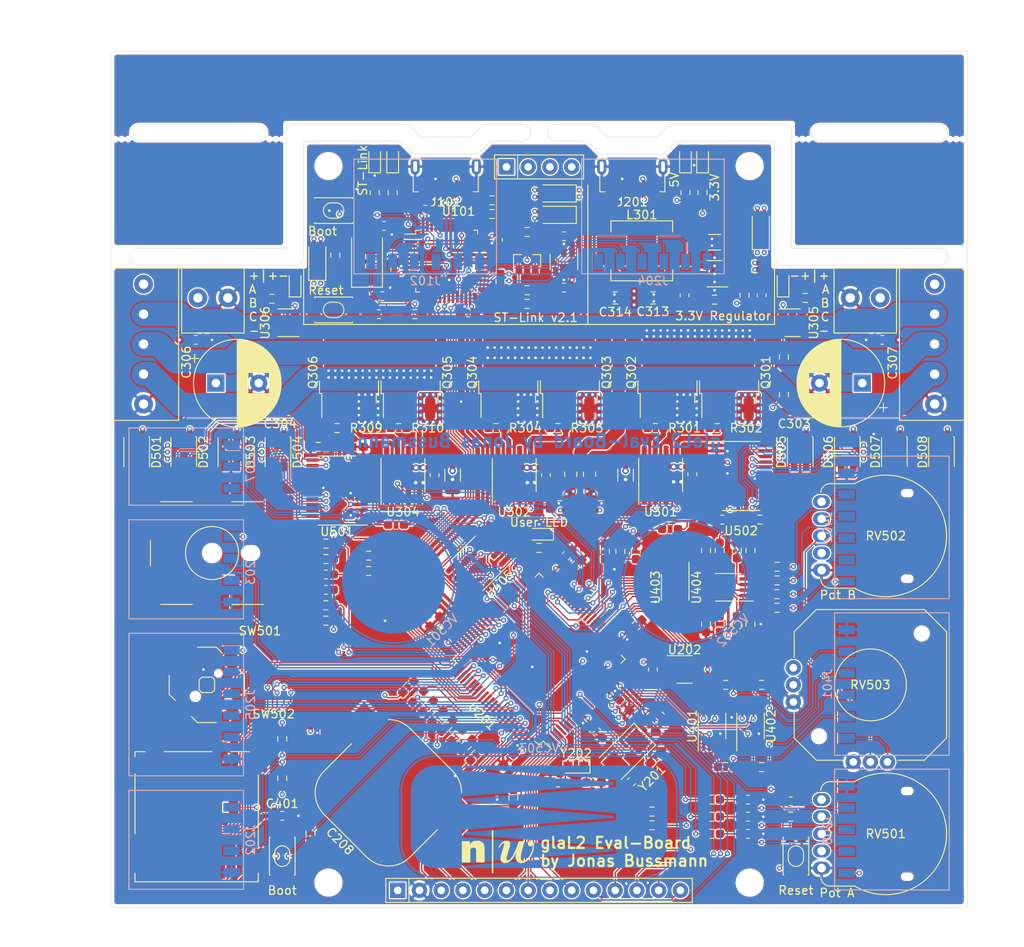
<source format=kicad_pcb>
(kicad_pcb (version 20171130) (host pcbnew "(5.1.9)-1")
  (title_block (title "glaL2 STM32-Evalboard") (date 2021-05-18) (rev A) (company "by Jonas Bussmann"))
  (layers (0 F.Cu signal) (1 In1.Cu power) (2 In2.Cu power) (31 B.Cu signal) (34 B.Paste user) (35 F.Paste user) (36 B.SilkS user) (37 F.SilkS user) (38 B.Mask user) (39 F.Mask user) (44 Edge.Cuts user))
  (net 0 "")
  (net 1 GND)
  (net 2 /BOOT0)
  (net 3 /USB_~RENUM)
  (net 4 /SWD_CLK)
  (net 5 /SWD_DIO)
  (net 6 /LED)
  (net 7 /STL_SWDIO)
  (net 8 /STL_SWCLK)
  (net 9 /SWDIO_IN)
  (net 10 /SWD_~RST)
  (net 11 /HSE_OUT)
  (net 12 /HSE_IN)
  (net 13 +VDC)
  (net 14 /Microcontroller/PHA_H)
  (net 15 /Microcontroller/PHA_L)
  (net 16 /Microcontroller/PHB_H)
  (net 17 /Microcontroller/PHB_L)
  (net 18 /Microcontroller/PHC_H)
  (net 19 /Microcontroller/PHC_L)
  (net 20 +3V3)
  (net 21 /Microcontroller/LCD_LED)
  (net 22 /Microcontroller/LCD_D~C)
  (net 23 /Microcontroller/I2C1_SDA)
  (net 24 /Microcontroller/I2C1_SCL)
  (net 25 /Microcontroller/BOOT0)
  (net 26 /Interface/ENC_B)
  (net 27 /Interface/ENC_A)
  (net 28 /Microcontroller/SPI1_MOSI)
  (net 29 /Microcontroller/SPI1_MISO)
  (net 30 /Interface/ENC_SW)
  (net 31 /Microcontroller/LCD_~RES)
  (net 32 /Microcontroller/LCD_~CS)
  (net 33 /Microcontroller/SD_MOSI)
  (net 34 /Microcontroller/SD_MISO)
  (net 35 /Microcontroller/SD_CLK)
  (net 36 /Microcontroller/SPI1_~CS)
  (net 37 /Microcontroller/USART1_RX)
  (net 38 /Microcontroller/USART1_TX)
  (net 39 /Interface/RGB_SCL)
  (net 40 /Interface/RGB_SDA)
  (net 41 /Microcontroller/FLASH_MOSI)
  (net 42 /Microcontroller/FLASH_MISO)
  (net 43 /Microcontroller/FLASH_CLK)
  (net 44 /Microcontroller/FLASH_~CS)
  (net 45 /Interface/POT_B)
  (net 46 /Interface/POT_A)
  (net 47 /Interface/2AX_H)
  (net 48 /Interface/2AX_V)
  (net 49 +3.3VA)
  (net 50 /Microcontroller/HSE_OUT)
  (net 51 /Microcontroller/HSE_IN)
  (net 52 /Microcontroller/LSE_OUT)
  (net 53 /Microcontroller/LSE_IN)
  (net 54 /Microcontroller/VBAT_Charge)
  (net 55 /Microcontroller/VBAT)
  (net 56 /Microcontroller/LCD_MOSI)
  (net 57 /Microcontroller/LCD_MISO)
  (net 58 /Microcontroller/TOUCH_IRQ)
  (net 59 /Microcontroller/LCD_CLK)
  (net 60 /Power/Phase_C)
  (net 61 /Power/Phase_B)
  (net 62 /Power/Phase_A)
  (net 63 /SWD_O)
  (net 64 "Net-(R401-Pad1)")
  (net 65 "Net-(Q101-Pad1)")
  (net 66 VBUS)
  (net 67 +3V0)
  (net 68 /USB_D+)
  (net 69 /USB_D-)
  (net 70 /Microcontroller/USB_D+)
  (net 71 /Microcontroller/USB_D-)
  (net 72 /STL_SWO)
  (net 73 /STL_~RST)
  (net 74 /Microcontroller/SD_~CS)
  (net 75 /Microcontroller/TIM4_CH1)
  (net 76 /Microcontroller/TIM4_CH2)
  (net 77 /Microcontroller/TIM4_CH3)
  (net 78 /USB_5V)
  (net 79 /SWD_3V3)
  (net 80 /Microcontroller/TOUCH_~CS)
  (net 81 /Microcontroller/SD_DET)
  (net 82 /Microcontroller/GSEL_L1)
  (net 83 /Microcontroller/GSEL_L2)
  (net 84 /Microcontroller/GSEL_L3)
  (net 85 /Microcontroller/GSEL_L4)
  (net 86 /Microcontroller/AIN_L1)
  (net 87 /Microcontroller/AIN_L2)
  (net 88 /Microcontroller/AIN_L3)
  (net 89 /Microcontroller/AIN_L4)
  (net 90 /Microcontroller/AIN_H1)
  (net 91 /Microcontroller/AIN_H2)
  (net 92 /Microcontroller/AIN_H3)
  (net 93 /Microcontroller/AIN_H4)
  (net 94 /Microcontroller/GSEL_H3)
  (net 95 /Microcontroller/GSEL_H4)
  (net 96 /Microcontroller/GSEL_H1)
  (net 97 /Microcontroller/GSEL_H2)
  (net 98 "Net-(D501-Pad2)")
  (net 99 /Microcontroller/LED)
  (net 100 /Interface/T_SLIDER2)
  (net 101 /Interface/T_SLIDER1)
  (net 102 /Interface/T_BUTTON2)
  (net 103 /Interface/T_BUTTON1)
  (net 104 /Interface/T_LOAD)
  (net 105 /BOOT1)
  (net 106 /Microcontroller/BOOT1)
  (net 107 /Microcontroller/VCAP1)
  (net 108 /Microcontroller/VCAP2)
  (net 109 "Net-(R405-Pad1)")
  (net 110 "Net-(R406-Pad1)")
  (net 111 "Net-(R407-Pad1)")
  (net 112 "Net-(R408-Pad1)")
  (net 113 "Net-(C108-Pad1)")
  (net 114 "Net-(D104-Pad1)")
  (net 115 "Net-(D105-Pad2)")
  (net 116 "Net-(D201-Pad2)")
  (net 117 "Net-(D301-Pad2)")
  (net 118 "Net-(D303-Pad2)")
  (net 119 "Net-(D304-Pad2)")
  (net 120 "Net-(D305-Pad2)")
  (net 121 "Net-(D306-Pad2)")
  (net 122 "Net-(J401-Pad2)")
  (net 123 "Net-(J401-Pad3)")
  (net 124 "Net-(J401-Pad4)")
  (net 125 "Net-(J401-Pad5)")
  (net 126 "Net-(J402-Pad2)")
  (net 127 "Net-(J402-Pad3)")
  (net 128 "Net-(J402-Pad4)")
  (net 129 "Net-(J402-Pad5)")
  (net 130 "Net-(R304-Pad2)")
  (net 131 "Net-(R402-Pad1)")
  (net 132 "Net-(R403-Pad1)")
  (net 133 "Net-(R404-Pad1)")
  (net 134 "Net-(R409-Pad2)")
  (net 135 "Net-(R411-Pad2)")
  (net 136 "Net-(R413-Pad2)")
  (net 137 "Net-(R415-Pad2)")
  (net 138 "Net-(Q101-Pad2)")
  (net 139 "Net-(C202-Pad2)")
  (net 140 "Net-(C204-Pad2)")
  (net 141 "Net-(C205-Pad2)")
  (net 142 "Net-(C309-Pad1)")
  (net 143 "Net-(C310-Pad2)")
  (net 144 "Net-(C310-Pad1)")
  (net 145 "Net-(C311-Pad2)")
  (net 146 "Net-(C311-Pad1)")
  (net 147 "Net-(C503-Pad1)")
  (net 148 "Net-(C504-Pad1)")
  (net 149 "Net-(D501-Pad4)")
  (net 150 "Net-(D501-Pad3)")
  (net 151 "Net-(D502-Pad4)")
  (net 152 "Net-(D502-Pad3)")
  (net 153 "Net-(D502-Pad2)")
  (net 154 "Net-(D503-Pad4)")
  (net 155 "Net-(D503-Pad3)")
  (net 156 "Net-(D503-Pad2)")
  (net 157 "Net-(D504-Pad4)")
  (net 158 "Net-(D504-Pad3)")
  (net 159 "Net-(D504-Pad2)")
  (net 160 "Net-(D505-Pad4)")
  (net 161 "Net-(D505-Pad3)")
  (net 162 "Net-(D505-Pad2)")
  (net 163 "Net-(D506-Pad4)")
  (net 164 "Net-(D506-Pad3)")
  (net 165 "Net-(D506-Pad2)")
  (net 166 "Net-(D507-Pad4)")
  (net 167 "Net-(D507-Pad3)")
  (net 168 "Net-(D507-Pad2)")
  (net 169 "Net-(D508-Pad4)")
  (net 170 "Net-(D508-Pad3)")
  (net 171 "Net-(D508-Pad2)")
  (net 172 "Net-(Q301-Pad1)")
  (net 173 "Net-(Q302-Pad1)")
  (net 174 "Net-(Q303-Pad1)")
  (net 175 "Net-(Q304-Pad1)")
  (net 176 "Net-(Q305-Pad1)")
  (net 177 "Net-(Q306-Pad1)")
  (net 178 "Net-(R301-Pad2)")
  (net 179 "Net-(R302-Pad2)")
  (net 180 "Net-(R305-Pad2)")
  (net 181 "Net-(R309-Pad2)")
  (net 182 "Net-(R310-Pad2)")
  (net 183 "Net-(R501-Pad1)")
  (net 184 "Net-(R502-Pad1)")
  (net 185 "Net-(R504-Pad2)")
  (net 186 "Net-(R507-Pad2)")
  (net 187 "Net-(R509-Pad1)")
  (net 188 "Net-(R511-Pad2)")
  (net 189 "Net-(R514-Pad2)")
  (net 190 "Net-(R515-Pad1)")
  (net 191 "Net-(R518-Pad2)")
  (net 192 "Net-(R519-Pad1)")
  (net 193 "Net-(R520-Pad1)")
  (net 194 /Interface/SW_Up)
  (net 195 /Interface/SW_Center)
  (net 196 /Interface/SW_Left)
  (net 197 /Interface/SW_Right)
  (net 198 /Interface/SW_Down)
  (net 199 "Net-(R312-Pad1)")
  (net 200 "Net-(R313-Pad1)")
  (module STM32-Evalboard:Touch_Slider (layer B.Cu) (at 160 124.4 180)
    (fp_text reference VC503 (at 0 8) (layer B.SilkS) (effects (justify mirror)))
    (fp_text value Touch_Slider)
    (pad 3 smd circle (at -16.1 0 180) (size 0.2 0.2) (layers B.Cu) (net 190 "Net-(R515-Pad1)"))
    (pad 3 smd circle (at 0 7.1 180) (size 0.2 0.2) (layers B.Cu) (net 190 "Net-(R515-Pad1)"))
    (pad 3 smd circle (at 16.1 0 180) (size 0.2 0.2) (layers B.Cu) (net 190 "Net-(R515-Pad1)"))
    (pad 2 smd custom (at 12 0 180) (size 6 6) (layers B.Cu) (net 191 "Net-(R518-Pad2)") (options (clearance outline) (anchor circle)) (primitives (gr_circle (center 0 -3) (end 3 -3) (width 0)) (gr_poly (pts (xy -2.85 -5.85) (xy -2.85 -5.3) (xy -20.55 -3.9) (xy -2.85 -2.5) (xy -2.85 -1.4) (xy -20.55 0) (xy -2.85 1.4) (xy -2.85 2.5) (xy -20.6 3.9) (xy -2.85 5.3) (xy -2.85 5.85) (xy 0 5.85) (xy 2.85 3) (xy 2.85 -3) (xy 0 -5.85)) (width 0.3)) (gr_circle (center 0 3) (end 3 3) (width 0))))
    (pad 1 smd custom (at -12 0 180) (size 6 6) (layers B.Cu) (net 189 "Net-(R514-Pad2)") (options (clearance outline) (anchor circle)) (primitives (gr_poly (pts (xy 20.55 5.85) (xy 2.85 4.45) (xy 2.85 3.35) (xy 20.55 1.95) (xy 2.85 0.55) (xy 2.85 -0.55) (xy 20.6 -1.95) (xy 2.85 -3.35) (xy 2.85 -4.45) (xy 20.55 -5.85) (xy 0 -5.85) (xy -2.85 -3) (xy -2.85 3) (xy 0 5.85)) (width 0.3)) (gr_circle (center 0 -3) (end 3 -3) (width 0)) (gr_circle (center 0 3) (end 3 3) (width 0))))
    (pad 3 smd custom (at 0 -7.1 180) (size 0.2 0.2) (layers B.Cu) (net 190 "Net-(R515-Pad1)") (options (clearance outline) (anchor circle)) (primitives (gr_line (start -12 0) (end 12 0) (width 0.2)) (gr_arc (start 12 4.1) (end 12 0) (angle 90) (width 0.2)) (gr_arc (start 12 10.1) (end 16.1 10.1) (angle 90) (width 0.2)) (gr_arc (start -12 10.1) (end -12 14.2) (angle 90) (width 0.2)) (gr_line (start -16.1 4.1) (end -16.1 10) (width 0.2)) (gr_line (start -12 14.2) (end 12 14.2) (width 0.2)) (gr_line (start 16.1 10.1) (end 16.1 4.1) (width 0.2)) (gr_arc (start -12 4.1) (end -16.1 4.1) (angle 90) (width 0.2))))
  )
  (module STM32-Evalboard:Touch_Button (layer B.Cu) (at 143 97 45)
    (fp_text reference VC501 (at 0 8 45) (layer B.SilkS) (effects (justify mirror)))
    (fp_text value Touch_Button)
    (pad 2 smd custom (at 0 -7.1 45) (size 0.2 0.2) (layers B.Cu) (net 183 "Net-(R501-Pad1)") (options (clearance outline) (anchor circle)) (primitives (gr_circle (center 0 7.1) (end 7.1 7.1) (width 0.2))))
    (pad 1 smd circle (at 0 0 45) (size 12 12) (layers B.Cu) (net 185 "Net-(R504-Pad2)"))
  )
  (module STM32-Evalboard:Touch_Button (layer B.Cu) (at 177 97 45)
    (fp_text reference VC502 (at 0 8 45) (layer B.SilkS) (effects (justify mirror)))
    (fp_text value Touch_Button)
    (pad 2 smd custom (at 0 -7.1 45) (size 0.2 0.2) (layers B.Cu) (net 187 "Net-(R509-Pad1)") (options (clearance outline) (anchor circle)) (primitives (gr_circle (center 0 7.1) (end 7.1 7.1) (width 0.2))))
    (pad 1 smd circle (at 0 0 45) (size 12 12) (layers B.Cu) (net 188 "Net-(R511-Pad2)"))
  )
  (module STM32-Evalboard:PinSocket_Samtec_SMH_1x03_P2.54mm (layer B.Cu) (at 116.8 83.5 90)
    (fp_text reference J207 (at 0 9.5 90) (layer B.SilkS) (effects (justify mirror)))
    (fp_text value TIM4)
    (pad 1 smd rect (at -2.54 7.277 90) (size 1.04 1.91) (layers B.Cu B.Paste) (net 77 /Microcontroller/TIM4_CH3))
    (pad 2 smd rect (at 0 7.277 90) (size 1.04 1.91) (layers B.Cu B.Paste) (net 76 /Microcontroller/TIM4_CH2))
    (pad 3 smd rect (at 2.54 7.277 90) (size 1.04 1.91) (layers B.Cu B.Paste) (net 75 /Microcontroller/TIM4_CH1))
  )
  (module STM32-Evalboard:PinSocket_Samtec_SMH_1x04_P2.54mm (layer B.Cu) (at 116.8 95.5 90)
    (fp_text reference J203 (at 0 9.5 90) (layer B.SilkS) (effects (justify mirror)))
    (fp_text value USART1)
    (pad 1 smd rect (at -3.81 7.277 90) (size 1.04 1.91) (layers B.Cu B.Paste) (net 1 GND))
    (pad 2 smd rect (at -1.27 7.277 90) (size 1.04 1.91) (layers B.Cu B.Paste) (net 37 /Microcontroller/USART1_RX))
    (pad 3 smd rect (at 1.27 7.277 90) (size 1.04 1.91) (layers B.Cu B.Paste) (net 38 /Microcontroller/USART1_TX))
    (pad 4 smd rect (at 3.81 7.277 90) (size 1.04 1.91) (layers B.Cu B.Paste) (net 20 +3V3))
  )
  (module STM32-Evalboard:PinSocket_Samtec_SMH_1x06_P2.54mm (layer B.Cu) (at 116.8 111.3 90)
    (fp_text reference J205 (at 0 9.5 90) (layer B.SilkS) (effects (justify mirror)))
    (fp_text value SPI1)
    (pad 1 smd rect (at -6.35 7.277 90) (size 1.04 1.91) (layers B.Cu B.Paste) (net 1 GND))
    (pad 2 smd rect (at -3.81 7.277 90) (size 1.04 1.91) (layers B.Cu B.Paste) (net 28 /Microcontroller/SPI1_MOSI))
    (pad 3 smd rect (at -1.27 7.277 90) (size 1.04 1.91) (layers B.Cu B.Paste) (net 29 /Microcontroller/SPI1_MISO))
    (pad 4 smd rect (at 1.27 7.277 90) (size 1.04 1.91) (layers B.Cu B.Paste) (net 72 /STL_SWO))
    (pad 5 smd rect (at 3.81 7.277 90) (size 1.04 1.91) (layers B.Cu B.Paste) (net 36 /Microcontroller/SPI1_~CS))
    (pad 6 smd rect (at 6.35 7.277 90) (size 1.04 1.91) (layers B.Cu B.Paste) (net 20 +3V3))
  )
  (module STM32-Evalboard:PinSocket_Samtec_SMH_1x04_P2.54mm (layer B.Cu) (at 116.8 127.1 90)
    (fp_text reference J202 (at 0 9.5 90) (layer B.SilkS) (effects (justify mirror)))
    (fp_text value I2C1)
    (pad 1 smd rect (at -3.81 7.277 90) (size 1.04 1.91) (layers B.Cu B.Paste) (net 1 GND))
    (pad 2 smd rect (at -1.27 7.277 90) (size 1.04 1.91) (layers B.Cu B.Paste) (net 23 /Microcontroller/I2C1_SDA))
    (pad 3 smd rect (at 1.27 7.277 90) (size 1.04 1.91) (layers B.Cu B.Paste) (net 24 /Microcontroller/I2C1_SCL))
    (pad 4 smd rect (at 3.81 7.277 90) (size 1.04 1.91) (layers B.Cu B.Paste) (net 20 +3V3))
  )
  (module STM32-Evalboard:PinSocket_Samtec_SMH_1x05_P2.54mm (layer B.Cu) (at 203.2 125.9 270)
    (fp_text reference J208 (at 0 9.5 90) (layer B.SilkS) (effects (justify mirror)))
    (fp_text value AOUT)
    (pad 1 smd rect (at -5.08 7.277 270) (size 1.04 1.91) (layers B.Cu B.Paste) (net 1 GND))
    (pad 2 smd rect (at -2.54 7.277 270) (size 1.04 1.91) (layers B.Cu B.Paste) (net 141 "Net-(C205-Pad2)"))
    (pad 3 smd rect (at 0 7.277 270) (size 1.04 1.91) (layers B.Cu B.Paste) (net 140 "Net-(C204-Pad2)"))
    (pad 4 smd rect (at 2.54 7.277 270) (size 1.04 1.91) (layers B.Cu B.Paste) (net 139 "Net-(C202-Pad2)"))
    (pad 5 smd rect (at 5.08 7.277 270) (size 1.04 1.91) (layers B.Cu B.Paste) (net 49 +3.3VA))
  )
  (module STM32-Evalboard:PinSocket_Samtec_SMH_1x06_P2.54mm (layer B.Cu) (at 203.2 108.9 270)
    (fp_text reference J401 (at 0 9.5 90) (layer B.SilkS) (effects (justify mirror)))
    (fp_text value AIN_Low_Volt)
    (pad 1 smd rect (at -6.35 7.277 270) (size 1.04 1.91) (layers B.Cu B.Paste) (net 1 GND))
    (pad 2 smd rect (at -3.81 7.277 270) (size 1.04 1.91) (layers B.Cu B.Paste) (net 122 "Net-(J401-Pad2)"))
    (pad 3 smd rect (at -1.27 7.277 270) (size 1.04 1.91) (layers B.Cu B.Paste) (net 123 "Net-(J401-Pad3)"))
    (pad 4 smd rect (at 1.27 7.277 270) (size 1.04 1.91) (layers B.Cu B.Paste) (net 124 "Net-(J401-Pad4)"))
    (pad 5 smd rect (at 3.81 7.277 270) (size 1.04 1.91) (layers B.Cu B.Paste) (net 125 "Net-(J401-Pad5)"))
    (pad 6 smd rect (at 6.35 7.277 270) (size 1.04 1.91) (layers B.Cu B.Paste) (net 67 +3V0))
  )
  (module STM32-Evalboard:PinSocket_Samtec_SMH_1x06_P2.54mm (layer B.Cu) (at 203.2 90.6 270)
    (fp_text reference J402 (at 0 9.5 90) (layer B.SilkS) (effects (justify mirror)))
    (fp_text value AIN_High_Volt)
    (pad 1 smd rect (at -6.35 7.277 270) (size 1.04 1.91) (layers B.Cu B.Paste) (net 1 GND))
    (pad 2 smd rect (at -3.81 7.277 270) (size 1.04 1.91) (layers B.Cu B.Paste) (net 126 "Net-(J402-Pad2)"))
    (pad 3 smd rect (at -1.27 7.277 270) (size 1.04 1.91) (layers B.Cu B.Paste) (net 127 "Net-(J402-Pad3)"))
    (pad 4 smd rect (at 1.27 7.277 270) (size 1.04 1.91) (layers B.Cu B.Paste) (net 128 "Net-(J402-Pad4)"))
    (pad 5 smd rect (at 3.81 7.277 270) (size 1.04 1.91) (layers B.Cu B.Paste) (net 129 "Net-(J402-Pad5)"))
    (pad 6 smd rect (at 6.35 7.277 270) (size 1.04 1.91) (layers B.Cu B.Paste) (net 67 +3V0))
  )
  (module STM32-Evalboard:PinSocket_Samtec_SMH_1x06_P2.54mm (layer B.Cu) (at 146.7 52.3)
    (fp_text reference J102 (at 0 9.5) (layer B.SilkS) (effects (justify mirror)))
    (fp_text value SWD_ST-LINK)
    (pad 1 smd rect (at -6.35 7.277) (size 1.04 1.91) (layers B.Cu B.Paste) (net 79 /SWD_3V3))
    (pad 2 smd rect (at -3.81 7.277) (size 1.04 1.91) (layers B.Cu B.Paste) (net 4 /SWD_CLK))
    (pad 3 smd rect (at -1.27 7.277) (size 1.04 1.91) (layers B.Cu B.Paste) (net 5 /SWD_DIO))
    (pad 4 smd rect (at 1.27 7.277) (size 1.04 1.91) (layers B.Cu B.Paste) (net 10 /SWD_~RST))
    (pad 5 smd rect (at 3.81 7.277) (size 1.04 1.91) (layers B.Cu B.Paste) (net 63 /SWD_O))
    (pad 6 smd rect (at 6.35 7.277) (size 1.04 1.91) (layers B.Cu B.Paste) (net 1 GND))
  )
  (module STM32-Evalboard:PinSocket_Samtec_SMH_1x06_P2.54mm (layer B.Cu) (at 173.3 52.3)
    (fp_text reference J204 (at 0 9.5) (layer B.SilkS) (effects (justify mirror)))
    (fp_text value SWD_MCU)
    (pad 1 smd rect (at -6.35 7.277) (size 1.04 1.91) (layers B.Cu B.Paste))
    (pad 2 smd rect (at -3.81 7.277) (size 1.04 1.91) (layers B.Cu B.Paste) (net 8 /STL_SWCLK))
    (pad 3 smd rect (at -1.27 7.277) (size 1.04 1.91) (layers B.Cu B.Paste) (net 7 /STL_SWDIO))
    (pad 4 smd rect (at 1.27 7.277) (size 1.04 1.91) (layers B.Cu B.Paste) (net 73 /STL_~RST))
    (pad 5 smd rect (at 3.81 7.277) (size 1.04 1.91) (layers B.Cu B.Paste) (net 72 /STL_SWO))
    (pad 6 smd rect (at 6.35 7.277) (size 1.04 1.91) (layers B.Cu B.Paste) (net 1 GND))
  )
  (module STM32-Evalboard:TerminalBlock_Amphenol_1x02_P3.50mm (layer F.Cu) (at 121.9 63.8)
    (fp_text reference J301 hide)
    (fp_text value Power_left)
    (pad 2 thru_hole circle (at 1.75 0) (size 2.2 2.2) (drill 1.1) (layers *.Cu *.Mask) (net 1 GND))
    (pad 1 thru_hole circle (at -1.75 0) (size 2.2 2.2) (drill 1.1) (layers *.Cu *.Mask) (net 13 +VDC))
  )
  (module STM32-Evalboard:TerminalBlock_Amphenol_1x05_P3.50mm (layer F.Cu) (at 113.8 69.2 90)
    (fp_text reference J303 hide)
    (fp_text value Terminal_left)
    (pad 5 thru_hole circle (at 7 0 90) (size 2.2 2.2) (drill 1.1) (layers *.Cu *.Mask) (net 13 +VDC))
    (pad 4 thru_hole circle (at 3.5 0 90) (size 2.2 2.2) (drill 1.1) (layers *.Cu *.Mask) (net 62 /Power/Phase_A))
    (pad 3 thru_hole circle (at 0 0 90) (size 2.2 2.2) (drill 1.1) (layers *.Cu *.Mask) (net 61 /Power/Phase_B))
    (pad 2 thru_hole circle (at -3.5 0 90) (size 2.2 2.2) (drill 1.1) (layers *.Cu *.Mask) (net 60 /Power/Phase_C))
    (pad 1 thru_hole circle (at -7 0 90) (size 2.2 2.2) (drill 1.1) (layers *.Cu *.Mask) (net 1 GND))
  )
  (module STM32-Evalboard:TerminalBlock_Amphenol_1x02_P3.50mm (layer F.Cu) (at 198.1 63.8)
    (fp_text reference J302 hide)
    (fp_text value Power_right)
    (pad 2 thru_hole circle (at 1.75 0) (size 2.2 2.2) (drill 1.1) (layers *.Cu *.Mask) (net 13 +VDC))
    (pad 1 thru_hole circle (at -1.75 0) (size 2.2 2.2) (drill 1.1) (layers *.Cu *.Mask) (net 1 GND))
  )
  (module STM32-Evalboard:TerminalBlock_Amphenol_1x05_P3.50mm (layer F.Cu) (at 206.2 69.2 270)
    (fp_text reference J304 hide)
    (fp_text value Terminal_right)
    (pad 5 thru_hole circle (at 7 0 270) (size 2.2 2.2) (drill 1.1) (layers *.Cu *.Mask) (net 1 GND))
    (pad 4 thru_hole circle (at 3.5 0 270) (size 2.2 2.2) (drill 1.1) (layers *.Cu *.Mask) (net 60 /Power/Phase_C))
    (pad 3 thru_hole circle (at 0 0 270) (size 2.2 2.2) (drill 1.1) (layers *.Cu *.Mask) (net 61 /Power/Phase_B))
    (pad 2 thru_hole circle (at -3.5 0 270) (size 2.2 2.2) (drill 1.1) (layers *.Cu *.Mask) (net 62 /Power/Phase_A))
    (pad 1 thru_hole circle (at -7 0 270) (size 2.2 2.2) (drill 1.1) (layers *.Cu *.Mask) (net 13 +VDC))
  )
  (module STM32-Evalboard:Potentiometer_Alps (layer F.Cu) (at 200.5 91.6 270)
    (fp_text reference RV502 (at 0 0) (layer F.SilkS))
    (fp_text value RKJ1)
    (pad 1 thru_hole oval (at -4 7.5 270) (size 1.5 2) (drill 1) (layers *.Cu *.Mask) (net 67 +3V0))
    (pad 2 thru_hole oval (at 0 7.5 270) (size 1.5 2) (drill 1) (layers *.Cu *.Mask) (net 45 /Interface/POT_B))
    (pad 3 thru_hole oval (at 4 7.5 270) (size 1.5 2) (drill 1) (layers *.Cu *.Mask) (net 1 GND))
    (pad "" thru_hole oval (at -2 7.5 270) (size 1.5 2) (drill 1) (layers *.Cu *.Mask))
    (pad "" thru_hole oval (at 2 7.5 270) (size 1.5 2) (drill 1) (layers *.Cu *.Mask))
    (pad "" np_thru_hole oval (at -5 -2.5 270) (size 0.7 1.2) (drill oval 0.7 1.2) (layers *.Cu *.Mask))
    (pad "" np_thru_hole oval (at 5 -2.5 270) (size 0.7 1.2) (drill oval 0.7 1.2) (layers *.Cu *.Mask))
  )
  (module STM32-Evalboard:Thumbstick_Adafruit (layer F.Cu) (at 198.7 109 270)
    (fp_text reference RV503 (at 0 0 180) (layer F.SilkS))
    (fp_text value Adafruit)
    (pad "" np_thru_hole circle (at -6 -6 270) (size 1.6 1.6) (drill 1.6) (layers *.Cu *.Mask))
    (pad "" np_thru_hole circle (at 6 6 270) (size 1.6 1.6) (drill 1.6) (layers *.Cu *.Mask))
    (pad 3b thru_hole circle (at 9 2 270) (size 1.8 1.8) (drill 0.9) (layers *.Cu *.Mask) (net 1 GND))
    (pad 2b thru_hole circle (at 9 0 270) (size 1.8 1.8) (drill 0.9) (layers *.Cu *.Mask) (net 47 /Interface/2AX_H))
    (pad 3a thru_hole circle (at -2 9 270) (size 1.8 1.8) (drill 0.9) (layers *.Cu *.Mask) (net 67 +3V0))
    (pad 2a thru_hole circle (at 0 9 270) (size 1.8 1.8) (drill 0.9) (layers *.Cu *.Mask) (net 48 /Interface/2AX_V))
    (pad 1b thru_hole circle (at 9 -2 270) (size 1.8 1.8) (drill 0.9) (layers *.Cu *.Mask) (net 67 +3V0))
    (pad 1a thru_hole circle (at 2 9 270) (size 1.8 1.8) (drill 0.9) (layers *.Cu *.Mask) (net 1 GND))
  )
  (module STM32-Evalboard:Potentiometer_Alps (layer F.Cu) (at 200.5 126.4 270)
    (fp_text reference RV501 (at 0 0) (layer F.SilkS))
    (fp_text value RKJ1)
    (pad 1 thru_hole oval (at -4 7.5 270) (size 1.5 2) (drill 1) (layers *.Cu *.Mask) (net 67 +3V0))
    (pad 2 thru_hole oval (at 0 7.5 270) (size 1.5 2) (drill 1) (layers *.Cu *.Mask) (net 46 /Interface/POT_A))
    (pad 3 thru_hole oval (at 4 7.5 270) (size 1.5 2) (drill 1) (layers *.Cu *.Mask) (net 1 GND))
    (pad "" thru_hole oval (at -2 7.5 270) (size 1.5 2) (drill 1) (layers *.Cu *.Mask))
    (pad "" thru_hole oval (at 2 7.5 270) (size 1.5 2) (drill 1) (layers *.Cu *.Mask))
    (pad "" np_thru_hole oval (at -5 -2.5 270) (size 0.7 1.2) (drill oval 0.7 1.2) (layers *.Cu *.Mask))
    (pad "" np_thru_hole oval (at 5 -2.5 270) (size 0.7 1.2) (drill oval 0.7 1.2) (layers *.Cu *.Mask))
  )
  (module STM32-Evalboard:PinSocket_1x14_P2.54mm_Display (layer F.Cu) (at 160 133)
    (fp_text reference J206 hide)
    (fp_text value LCD_1 hide)
    (pad 11 thru_hole circle (at 8.89 0 180) (size 1.8 1.8) (drill 0.9) (layers *.Cu *.Mask) (net 80 /Microcontroller/TOUCH_~CS))
    (pad 9 thru_hole circle (at 3.81 0 180) (size 1.8 1.8) (drill 0.9) (layers *.Cu *.Mask) (net 57 /Microcontroller/LCD_MISO))
    (pad 12 thru_hole circle (at 11.43 0 180) (size 1.8 1.8) (drill 0.9) (layers *.Cu *.Mask) (net 41 /Microcontroller/FLASH_MOSI))
    (pad 10 thru_hole circle (at 6.35 0 180) (size 1.8 1.8) (drill 0.9) (layers *.Cu *.Mask) (net 43 /Microcontroller/FLASH_CLK))
    (pad 14 thru_hole circle (at 16.51 0 180) (size 1.8 1.8) (drill 0.9) (layers *.Cu *.Mask) (net 58 /Microcontroller/TOUCH_IRQ))
    (pad 13 thru_hole circle (at 13.97 0 180) (size 1.8 1.8) (drill 0.9) (layers *.Cu *.Mask) (net 42 /Microcontroller/FLASH_MISO))
    (pad 8 thru_hole circle (at 1.27 0) (size 1.8 1.8) (drill 0.9) (layers *.Cu *.Mask) (net 21 /Microcontroller/LCD_LED))
    (pad 7 thru_hole circle (at -1.27 0) (size 1.8 1.8) (drill 0.9) (layers *.Cu *.Mask) (net 59 /Microcontroller/LCD_CLK))
    (pad 6 thru_hole circle (at -3.81 0) (size 1.8 1.8) (drill 0.9) (layers *.Cu *.Mask) (net 56 /Microcontroller/LCD_MOSI))
    (pad 5 thru_hole circle (at -6.35 0) (size 1.8 1.8) (drill 0.9) (layers *.Cu *.Mask) (net 22 /Microcontroller/LCD_D~C))
    (pad 4 thru_hole circle (at -8.89 0) (size 1.8 1.8) (drill 0.9) (layers *.Cu *.Mask) (net 31 /Microcontroller/LCD_~RES))
    (pad 3 thru_hole circle (at -11.43 0) (size 1.8 1.8) (drill 0.9) (layers *.Cu *.Mask) (net 32 /Microcontroller/LCD_~CS))
    (pad 2 thru_hole circle (at -13.97 0) (size 1.8 1.8) (drill 0.9) (layers *.Cu *.Mask) (net 1 GND))
    (pad 1 thru_hole rect (at -16.51 0) (size 1.8 1.8) (drill 0.9) (layers *.Cu *.Mask) (net 20 +3V3))
  )
  (module STM32-Evalboard:SuperCap_196_HVC (layer F.Cu) (at 142.4 121.6 315)
    (fp_text reference C208 (at 0 8 135) (layer F.SilkS))
    (fp_text value 4F)
    (pad 2 smd rect (at -8 -3.5 315) (size 3 4) (layers F.Cu F.Paste F.Mask) (net 1 GND))
    (pad 1 smd rect (at 8 -3.5 315) (size 3 4) (layers F.Cu F.Paste F.Mask) (net 55 /Microcontroller/VBAT))
  )
  (module STM32-Evalboard:Button_KMR4 (layer F.Cu) (at 130 129 90)
    (fp_text reference SW202 hide)
    (fp_text value Boot hide)
    (pad 1 smd rect (at -2.3 -0.7 90) (size 1.4 1) (layers F.Cu F.Paste F.Mask) (net 20 +3V3))
    (pad 2 smd rect (at -2.3 0.7 90) (size 1.4 1) (layers F.Cu F.Paste F.Mask) (net 25 /Microcontroller/BOOT0))
    (pad 2 smd rect (at 2.3 0.7 90) (size 1.4 1) (layers F.Cu F.Paste F.Mask) (net 25 /Microcontroller/BOOT0))
    (pad 1 smd rect (at 2.3 -0.7 90) (size 1.4 1) (layers F.Cu F.Paste F.Mask) (net 20 +3V3))
  )
  (module STM32-Evalboard:MicroSD_Molex (layer F.Cu) (at 120 124.4 180)
    (fp_text reference J403 hide)
    (fp_text value Micro-SD)
    (pad 8 smd rect (at 4.77 -6.13) (size 0.8 2.24) (layers F.Cu F.Paste F.Mask))
    (pad 7 smd rect (at 3.67 -6.13) (size 0.8 2.24) (layers F.Cu F.Paste F.Mask) (net 34 /Microcontroller/SD_MISO))
    (pad 6 smd rect (at 2.57 -6.13) (size 0.8 2.24) (layers F.Cu F.Paste F.Mask) (net 1 GND))
    (pad 5 smd rect (at 1.47 -6.13) (size 0.8 2.24) (layers F.Cu F.Paste F.Mask) (net 35 /Microcontroller/SD_CLK))
    (pad 4 smd rect (at 0.37 -6.13) (size 0.8 2.24) (layers F.Cu F.Paste F.Mask) (net 20 +3V3))
    (pad 3 smd rect (at -0.73 -6.13) (size 0.8 2.24) (layers F.Cu F.Paste F.Mask) (net 33 /Microcontroller/SD_MOSI))
    (pad 2 smd rect (at -1.83 -6.13) (size 0.8 2.24) (layers F.Cu F.Paste F.Mask) (net 74 /Microcontroller/SD_~CS))
    (pad 1 smd rect (at -2.93 -6.13) (size 0.8 2.24) (layers F.Cu F.Paste F.Mask))
    (pad 11 smd rect (at 4.91 7.625) (size 1.5 2.15) (layers F.Cu F.Paste F.Mask) (net 1 GND))
    (pad 11 smd rect (at -2.87 7.625) (size 1.5 2.15) (layers F.Cu F.Paste F.Mask) (net 1 GND))
    (pad 11 smd rect (at -7.425 6.33) (size 1.65 2.2) (layers F.Cu F.Paste F.Mask) (net 1 GND))
    (pad 11 smd rect (at 7.365 -5.15) (size 1.65 2.2) (layers F.Cu F.Paste F.Mask) (net 1 GND))
    (pad 11 smd rect (at -7.525 -5) (size 1.45 2.5) (layers F.Cu F.Paste F.Mask) (net 1 GND))
    (pad 9 smd rect (at 7.16 -3) (size 2.06 1.25) (layers F.Cu F.Paste F.Mask) (net 81 /Microcontroller/SD_DET))
    (pad 10 smd rect (at 7.16 6) (size 2.06 1.2) (layers F.Cu F.Paste F.Mask) (net 1 GND))
  )
  (module STM32-Evalboard:MultiSwitch_Alps (layer F.Cu) (at 121.2 109)
    (fp_text reference SW502 (at 7.8 3.4) (layer F.SilkS))
    (fp_text value SKRH)
    (pad "" np_thru_hole circle (at -1.343503 1.343503 315) (size 1.05 1.05) (drill 1.05) (layers *.Cu *.Mask))
    (pad "" np_thru_hole circle (at 1.343503 -1.343503 315) (size 0.75 0.75) (drill 0.75) (layers *.Cu *.Mask))
    (pad "" smd rect (at -2.863782 2.863782 315) (size 2 1.8) (layers F.Cu F.Paste F.Mask))
    (pad "" smd rect (at 2.863782 -2.863782 315) (size 2 1.8) (layers F.Cu F.Paste F.Mask))
    (pad 6 smd rect (at 1.714734 3.729988 315) (size 1.9 1) (layers F.Cu F.Paste F.Mask) (net 198 /Interface/SW_Down))
    (pad 5 smd rect (at 2.722361 2.722361 315) (size 1.9 1) (layers F.Cu F.Paste F.Mask) (net 1 GND))
    (pad 4 smd rect (at 3.729988 1.714734 315) (size 1.9 1) (layers F.Cu F.Paste F.Mask) (net 197 /Interface/SW_Right))
    (pad 3 smd rect (at -3.729988 -1.714734 315) (size 1.9 1) (layers F.Cu F.Paste F.Mask) (net 196 /Interface/SW_Left))
    (pad 2 smd rect (at -2.722361 -2.722361 315) (size 1.9 1) (layers F.Cu F.Paste F.Mask) (net 195 /Interface/SW_Center))
    (pad 1 smd rect (at -1.714734 -3.729988 315) (size 1.9 1) (layers F.Cu F.Paste F.Mask) (net 194 /Interface/SW_Up))
  )
  (module STM32-Evalboard:RotaryEncoder_Bourns (layer F.Cu) (at 121.8 93.6 90)
    (fp_text reference SW501 (at -9.1 5.6 180) (layer F.SilkS))
    (fp_text value PEC11S)
    (pad "" smd rect (at 5.25 7.9 90) (size 3 3.2) (layers F.Cu F.Paste F.Mask))
    (pad "" smd rect (at -5.25 7.9 90) (size 3 3.2) (layers F.Cu F.Paste F.Mask))
    (pad "" smd rect (at 5.25 -7.9 90) (size 3 3.2) (layers F.Cu F.Paste F.Mask))
    (pad "" smd rect (at -5.25 -7.9 90) (size 3 3.2) (layers F.Cu F.Paste F.Mask))
    (pad "" smd rect (at 6.5 0 90) (size 4 4) (layers F.Cu F.Paste F.Mask))
    (pad "" smd rect (at -6.5 0 90) (size 4 4) (layers F.Cu F.Paste F.Mask))
    (pad "" np_thru_hole oval (at 0 4.5 90) (size 1.6 2) (drill oval 1.6 2) (layers *.Cu *.Mask))
    (pad "" np_thru_hole circle (at 0 0 90) (size 2.1 2.1) (drill 2.1) (layers *.Cu *.Mask))
    (pad C smd rect (at 0 7.8 90) (size 1.3 3.4) (layers F.Cu F.Paste F.Mask) (net 1 GND))
    (pad A smd rect (at -2.5 7.8 90) (size 1.3 3.4) (layers F.Cu F.Paste F.Mask) (net 184 "Net-(R502-Pad1)"))
    (pad B smd rect (at 2.5 7.8 90) (size 1.3 3.4) (layers F.Cu F.Paste F.Mask) (net 186 "Net-(R507-Pad2)"))
    (pad S1 smd rect (at -2.5 -7.5 90) (size 1.3 3.4) (layers F.Cu F.Paste F.Mask) (net 1 GND))
    (pad S2 smd rect (at 2.5 -7.5 90) (size 1.3 3.4) (layers F.Cu F.Paste F.Mask) (net 30 /Interface/ENC_SW))
  )
  (module STM32-Evalboard:Button_KMR4 (layer F.Cu) (at 136 65.2)
    (fp_text reference SW102 hide)
    (fp_text value Reset hide)
    (pad 1 smd rect (at -2.3 -0.7) (size 1.4 1) (layers F.Cu F.Paste F.Mask) (net 10 /SWD_~RST))
    (pad 2 smd rect (at -2.3 0.7) (size 1.4 1) (layers F.Cu F.Paste F.Mask) (net 1 GND))
    (pad 2 smd rect (at 2.3 0.7) (size 1.4 1) (layers F.Cu F.Paste F.Mask) (net 1 GND))
    (pad 1 smd rect (at 2.3 -0.7) (size 1.4 1) (layers F.Cu F.Paste F.Mask) (net 10 /SWD_~RST))
  )
  (module STM32-Evalboard:Button_KMR4 (layer F.Cu) (at 136 53.6 180)
    (fp_text reference SW101 hide)
    (fp_text value Boot hide)
    (pad 1 smd rect (at -2.3 -0.7 180) (size 1.4 1) (layers F.Cu F.Paste F.Mask) (net 2 /BOOT0))
    (pad 2 smd rect (at -2.3 0.7 180) (size 1.4 1) (layers F.Cu F.Paste F.Mask) (net 79 /SWD_3V3))
    (pad 2 smd rect (at 2.3 0.7 180) (size 1.4 1) (layers F.Cu F.Paste F.Mask) (net 79 /SWD_3V3))
    (pad 1 smd rect (at 2.3 -0.7 180) (size 1.4 1) (layers F.Cu F.Paste F.Mask) (net 2 /BOOT0))
  )
  (module STM32-Evalboard:PinSocket_1x04_P2.54mm_Display (layer F.Cu) (at 160 48.5)
    (fp_text reference J103 hide)
    (fp_text value LCD_Support hide)
    (pad 4 thru_hole circle (at 3.81 0) (size 1.8 1.8) (drill 0.9) (layers *.Cu *.Mask))
    (pad 3 thru_hole circle (at 1.27 0) (size 1.8 1.8) (drill 0.9) (layers *.Cu *.Mask))
    (pad 2 thru_hole circle (at -1.27 0) (size 1.8 1.8) (drill 0.9) (layers *.Cu *.Mask))
    (pad 1 thru_hole rect (at -3.81 0) (size 1.8 1.8) (drill 0.9) (layers *.Cu *.Mask))
  )
  (module STM32-Evalboard:Inductor_7.2x6.65x3.0mm (layer F.Cu) (at 172 58.3 180)
    (fp_text reference L301 (at 0 4.2) (layer F.SilkS))
    (fp_text value 5.6u)
    (pad 1 smd rect (at -3.55 0 180) (size 3.4 3.4) (layers F.Cu F.Paste F.Mask) (net 144 "Net-(C310-Pad1)"))
    (pad 2 smd rect (at 3.55 0 180) (size 3.4 3.4) (layers F.Cu F.Paste F.Mask) (net 146 "Net-(C311-Pad1)"))
  )
  (module MountingHole:MountingHole_3mm (layer F.Cu) (at 184.6 132.1)
    (fp_text reference H104 hide)
    (fp_text value MountingHole hide)
    (pad 1 np_thru_hole circle (at 0 0) (size 3 3) (drill 3) (layers *.Cu *.Mask))
  )
  (module MountingHole:MountingHole_3mm (layer F.Cu) (at 135.4 132.1)
    (fp_text reference H103 hide)
    (fp_text value MountingHole hide)
    (pad 1 np_thru_hole circle (at 0 0) (size 3 3) (drill 3) (layers *.Cu *.Mask))
  )
  (module MountingHole:MountingHole_3mm (layer F.Cu) (at 184.6 48.4)
    (fp_text reference H102 hide)
    (fp_text value MountingHole hide)
    (pad 1 np_thru_hole circle (at 0 0) (size 3 3) (drill 3) (layers *.Cu *.Mask))
  )
  (module MountingHole:MountingHole_3mm (layer F.Cu) (at 135.4 48.4)
    (fp_text reference H101 hide)
    (fp_text value MountingHole hide)
    (pad 1 np_thru_hole circle (at 0 0) (size 3 3) (drill 3) (layers *.Cu *.Mask))
  )
  (module STM32-Evalboard:MicroUSB_GCT (layer F.Cu) (at 149.1 47 180)
    (fp_text reference J101 (at 0 -5.6) (layer F.SilkS))
    (fp_text value USB_ST-LINK)
    (pad 6 thru_hole oval (at 3.575 -1.45 180) (size 1.05 1.9) (drill oval 0.45 1.25) (layers *.Cu *.Mask) (net 1 GND))
    (pad 6 thru_hole oval (at -3.575 -1.45 180) (size 1.05 1.9) (drill oval 0.45 1.25) (layers *.Cu *.Mask) (net 1 GND))
    (pad 6 smd rect (at 1.05 -1.45 180) (size 1.6 1.9) (layers F.Cu F.Paste F.Mask) (net 1 GND))
    (pad 6 smd rect (at -1.05 -1.45 180) (size 1.6 1.9) (layers F.Cu F.Paste F.Mask) (net 1 GND))
    (pad 1 smd rect (at -1.3 -4.1 180) (size 0.4 1.4) (layers F.Cu F.Paste F.Mask) (net 78 /USB_5V))
    (pad 2 smd rect (at -0.65 -4.1 180) (size 0.4 1.4) (layers F.Cu F.Paste F.Mask) (net 69 /USB_D-))
    (pad 3 smd rect (at 0 -4.1 180) (size 0.4 1.4) (layers F.Cu F.Paste F.Mask) (net 68 /USB_D+))
    (pad 4 smd rect (at 0.65 -4.1 180) (size 0.4 1.4) (layers F.Cu F.Paste F.Mask))
    (pad 5 smd rect (at 1.3 -4.1 180) (size 0.4 1.4) (layers F.Cu F.Paste F.Mask) (net 1 GND))
    (pad 6 smd rect (at -2.32 -3.88 180) (size 1.15 1.85) (layers F.Cu F.Paste F.Mask) (net 1 GND))
    (pad 6 smd rect (at 2.32 -3.88 180) (size 1.15 1.85) (layers F.Cu F.Paste F.Mask) (net 1 GND))
  )
  (module STM32-Evalboard:MicroUSB_GCT (layer F.Cu) (at 170.9 47 180)
    (fp_text reference J201 (at 0 -5.6) (layer F.SilkS))
    (fp_text value USB_MCU)
    (pad 6 thru_hole oval (at 3.575 -1.45 180) (size 1.05 1.9) (drill oval 0.45 1.25) (layers *.Cu *.Mask) (net 1 GND))
    (pad 6 thru_hole oval (at -3.575 -1.45 180) (size 1.05 1.9) (drill oval 0.45 1.25) (layers *.Cu *.Mask) (net 1 GND))
    (pad 6 smd rect (at 1.05 -1.45 180) (size 1.6 1.9) (layers F.Cu F.Paste F.Mask) (net 1 GND))
    (pad 6 smd rect (at -1.05 -1.45 180) (size 1.6 1.9) (layers F.Cu F.Paste F.Mask) (net 1 GND))
    (pad 1 smd rect (at -1.3 -4.1 180) (size 0.4 1.4) (layers F.Cu F.Paste F.Mask) (net 66 VBUS))
    (pad 2 smd rect (at -0.65 -4.1 180) (size 0.4 1.4) (layers F.Cu F.Paste F.Mask) (net 71 /Microcontroller/USB_D-))
    (pad 3 smd rect (at 0 -4.1 180) (size 0.4 1.4) (layers F.Cu F.Paste F.Mask) (net 70 /Microcontroller/USB_D+))
    (pad 4 smd rect (at 0.65 -4.1 180) (size 0.4 1.4) (layers F.Cu F.Paste F.Mask))
    (pad 5 smd rect (at 1.3 -4.1 180) (size 0.4 1.4) (layers F.Cu F.Paste F.Mask) (net 1 GND))
    (pad 6 smd rect (at -2.32 -3.88 180) (size 1.15 1.85) (layers F.Cu F.Paste F.Mask) (net 1 GND))
    (pad 6 smd rect (at 2.32 -3.88 180) (size 1.15 1.85) (layers F.Cu F.Paste F.Mask) (net 1 GND))
  )
  (module STM32-Evalboard:MouseBite (layer F.Cu) (at 160 45.25)
    (fp_text reference REF** hide)
    (fp_text value MouseBite hide)
    (pad "" np_thru_hole circle (at -0.75 0) (size 0.5 0.5) (drill 0.5) (layers *.Cu *.Mask))
    (pad "" np_thru_hole circle (at 0 0) (size 0.5 0.5) (drill 0.5) (layers *.Cu *.Mask))
    (pad "" np_thru_hole circle (at 0.75 0) (size 0.5 0.5) (drill 0.5) (layers *.Cu *.Mask))
  )
  (module STM32-Evalboard:MouseBite (layer F.Cu) (at 111.2 59.7)
    (fp_text reference REF** hide)
    (fp_text value MouseBite hide)
    (pad "" np_thru_hole circle (at -0.75 0) (size 0.5 0.5) (drill 0.5) (layers *.Cu *.Mask))
    (pad "" np_thru_hole circle (at 0 0) (size 0.5 0.5) (drill 0.5) (layers *.Cu *.Mask))
    (pad "" np_thru_hole circle (at 0.75 0) (size 0.5 0.5) (drill 0.5) (layers *.Cu *.Mask))
  )
  (module STM32-Evalboard:MouseBite (layer F.Cu) (at 111.25 45.25)
    (fp_text reference REF** hide)
    (fp_text value MouseBite hide)
    (pad "" np_thru_hole circle (at -0.75 0) (size 0.5 0.5) (drill 0.5) (layers *.Cu *.Mask))
    (pad "" np_thru_hole circle (at 0 0) (size 0.5 0.5) (drill 0.5) (layers *.Cu *.Mask))
    (pad "" np_thru_hole circle (at 0.75 0) (size 0.5 0.5) (drill 0.5) (layers *.Cu *.Mask))
  )
  (module STM32-Evalboard:MouseBite (layer F.Cu) (at 129.25 45.25)
    (fp_text reference REF** hide)
    (fp_text value MouseBite hide)
    (pad "" np_thru_hole circle (at -0.75 0) (size 0.5 0.5) (drill 0.5) (layers *.Cu *.Mask))
    (pad "" np_thru_hole circle (at 0 0) (size 0.5 0.5) (drill 0.5) (layers *.Cu *.Mask))
    (pad "" np_thru_hole circle (at 0.75 0) (size 0.5 0.5) (drill 0.5) (layers *.Cu *.Mask))
  )
  (module STM32-Evalboard:MouseBite (layer F.Cu) (at 208.75 59.75)
    (fp_text reference REF** hide)
    (fp_text value MouseBite hide)
    (pad "" np_thru_hole circle (at -0.75 0) (size 0.5 0.5) (drill 0.5) (layers *.Cu *.Mask))
    (pad "" np_thru_hole circle (at 0 0) (size 0.5 0.5) (drill 0.5) (layers *.Cu *.Mask))
    (pad "" np_thru_hole circle (at 0.75 0) (size 0.5 0.5) (drill 0.5) (layers *.Cu *.Mask))
  )
  (module STM32-Evalboard:MouseBite (layer F.Cu) (at 190.75 45.25)
    (fp_text reference REF** hide)
    (fp_text value MouseBite hide)
    (pad "" np_thru_hole circle (at -0.75 0) (size 0.5 0.5) (drill 0.5) (layers *.Cu *.Mask))
    (pad "" np_thru_hole circle (at 0 0) (size 0.5 0.5) (drill 0.5) (layers *.Cu *.Mask))
    (pad "" np_thru_hole circle (at 0.75 0) (size 0.5 0.5) (drill 0.5) (layers *.Cu *.Mask))
  )
  (module STM32-Evalboard:MouseBite (layer F.Cu) (at 208.75 45.25)
    (fp_text reference REF** hide)
    (fp_text value MouseBite hide)
    (pad "" np_thru_hole circle (at -0.75 0) (size 0.5 0.5) (drill 0.5) (layers *.Cu *.Mask))
    (pad "" np_thru_hole circle (at 0 0) (size 0.5 0.5) (drill 0.5) (layers *.Cu *.Mask))
    (pad "" np_thru_hole circle (at 0.75 0) (size 0.5 0.5) (drill 0.5) (layers *.Cu *.Mask))
  )
  (module STM32-Evalboard:Button_KMR4 (layer F.Cu) (at 190 129 90)
    (fp_text reference SW201 hide)
    (fp_text value Reset hide)
    (pad 1 smd rect (at -2.3 -0.7 90) (size 1.4 1) (layers F.Cu F.Paste F.Mask) (net 73 /STL_~RST))
    (pad 2 smd rect (at -2.3 0.7 90) (size 1.4 1) (layers F.Cu F.Paste F.Mask) (net 1 GND))
    (pad 2 smd rect (at 2.3 0.7 90) (size 1.4 1) (layers F.Cu F.Paste F.Mask) (net 1 GND))
    (pad 1 smd rect (at 2.3 -0.7 90) (size 1.4 1) (layers F.Cu F.Paste F.Mask) (net 73 /STL_~RST))
  )
  (module STM32-Evalboard:Logo_FHNW_5mm (layer F.Cu) (at 155.2 128.5)
    (fp_text reference G*** hide)
    (fp_text value LOGO hide)
  )
  (module Package_TO_SOT_SMD:SOT-23-5 (layer F.Cu) (at 130.4 66.7 180)
    (fp_text reference U306 (at 2.4 0 90) (layer F.SilkS))
    (fp_text value AP7380-33W5)
    (pad 5 smd rect (at 1.1 -0.95 180) (size 1.06 0.65) (layers F.Cu F.Paste F.Mask) (net 200 "Net-(R313-Pad1)"))
    (pad 4 smd rect (at 1.1 0.95 180) (size 1.06 0.65) (layers F.Cu F.Paste F.Mask))
    (pad 3 smd rect (at -1.1 0.95 180) (size 1.06 0.65) (layers F.Cu F.Paste F.Mask) (net 13 +VDC))
    (pad 2 smd rect (at -1.1 0 180) (size 1.06 0.65) (layers F.Cu F.Paste F.Mask) (net 1 GND))
    (pad 1 smd rect (at -1.1 -0.95 180) (size 1.06 0.65) (layers F.Cu F.Paste F.Mask) (net 13 +VDC))
  )
  (module Package_TO_SOT_SMD:SOT-23-5 (layer F.Cu) (at 189.6 66.7)
    (fp_text reference U305 (at 2.5 0 90) (layer F.SilkS))
    (fp_text value AP7380-33W5)
    (pad 5 smd rect (at 1.1 -0.95) (size 1.06 0.65) (layers F.Cu F.Paste F.Mask) (net 199 "Net-(R312-Pad1)"))
    (pad 4 smd rect (at 1.1 0.95) (size 1.06 0.65) (layers F.Cu F.Paste F.Mask))
    (pad 3 smd rect (at -1.1 0.95) (size 1.06 0.65) (layers F.Cu F.Paste F.Mask) (net 119 "Net-(D304-Pad2)"))
    (pad 2 smd rect (at -1.1 0) (size 1.06 0.65) (layers F.Cu F.Paste F.Mask) (net 1 GND))
    (pad 1 smd rect (at -1.1 -0.95) (size 1.06 0.65) (layers F.Cu F.Paste F.Mask) (net 13 +VDC))
  )
  (module Resistor_SMD:R_0603_1608Metric_Pad0.98x0.95mm_HandSolder (layer F.Cu) (at 128.8 63.9)
    (fp_text reference R313 hide)
    (fp_text value 680R)
    (pad 2 smd roundrect (at 0.9125 0) (size 0.975 0.95) (layers F.Cu F.Paste F.Mask) (net 121 "Net-(D306-Pad2)"))
    (pad 1 smd roundrect (at -0.9125 0) (size 0.975 0.95) (layers F.Cu F.Paste F.Mask) (net 200 "Net-(R313-Pad1)"))
  )
  (module Resistor_SMD:R_0603_1608Metric_Pad0.98x0.95mm_HandSolder (layer F.Cu) (at 191.1 63.8 180)
    (fp_text reference R312 hide)
    (fp_text value 680R)
    (pad 2 smd roundrect (at 0.9125 0 180) (size 0.975 0.95) (layers F.Cu F.Paste F.Mask) (net 120 "Net-(D305-Pad2)"))
    (pad 1 smd roundrect (at -0.9125 0 180) (size 0.975 0.95) (layers F.Cu F.Paste F.Mask) (net 199 "Net-(R312-Pad1)"))
  )
  (module Resistor_SMD:R_0603_1608Metric_Pad0.98x0.95mm_HandSolder (layer F.Cu) (at 188.6 70.7 270)
    (fp_text reference R311 hide)
    (fp_text value 1k)
    (pad 2 smd roundrect (at 0.9125 0 270) (size 0.975 0.95) (layers F.Cu F.Paste F.Mask) (net 1 GND))
    (pad 1 smd roundrect (at -0.9125 0 270) (size 0.975 0.95) (layers F.Cu F.Paste F.Mask) (net 119 "Net-(D304-Pad2)"))
  )
  (module LED_SMD:LED_0603_1608Metric_Castellated (layer F.Cu) (at 131.5 62 90)
    (fp_text reference D306 hide)
    (fp_text value <12V)
    (pad 2 smd roundrect (at 0.8125 0 90) (size 1.225 0.85) (layers F.Cu F.Paste F.Mask) (net 121 "Net-(D306-Pad2)"))
    (pad 1 smd roundrect (at -0.8125 0 90) (size 1.225 0.85) (layers F.Cu F.Paste F.Mask) (net 1 GND))
  )
  (module LED_SMD:LED_0603_1608Metric_Castellated (layer F.Cu) (at 188.5 62 90)
    (fp_text reference D305 hide)
    (fp_text value >12V)
    (pad 2 smd roundrect (at 0.8125 0 90) (size 1.225 0.85) (layers F.Cu F.Paste F.Mask) (net 120 "Net-(D305-Pad2)"))
    (pad 1 smd roundrect (at -0.8125 0 90) (size 1.225 0.85) (layers F.Cu F.Paste F.Mask) (net 1 GND))
  )
  (module Resistor_SMD:R_0603_1608Metric_Pad0.98x0.95mm_HandSolder (layer F.Cu) (at 188.6 75.1 90)
    (fp_text reference D304 hide)
    (fp_text value 11V)
    (pad 2 smd roundrect (at 0.9125 0 90) (size 0.975 0.95) (layers F.Cu F.Paste F.Mask) (net 119 "Net-(D304-Pad2)"))
    (pad 1 smd roundrect (at -0.9125 0 90) (size 0.975 0.95) (layers F.Cu F.Paste F.Mask) (net 13 +VDC))
  )
  (module Package_SO:MSOP-8_3x3mm_P0.65mm (layer F.Cu) (at 182.1 97.6 180)
    (fp_text reference U404 (at 3.7 0 90) (layer F.SilkS))
    (fp_text value MCP6G02)
    (pad 8 smd roundrect (at 2.1125 -0.975 180) (size 1.625 0.4) (layers F.Cu F.Paste F.Mask) (net 67 +3V0))
    (pad 7 smd roundrect (at 2.1125 -0.325 180) (size 1.625 0.4) (layers F.Cu F.Paste F.Mask) (net 91 /Microcontroller/AIN_H2))
    (pad 6 smd roundrect (at 2.1125 0.325 180) (size 1.625 0.4) (layers F.Cu F.Paste F.Mask) (net 97 /Microcontroller/GSEL_H2))
    (pad 5 smd roundrect (at 2.1125 0.975 180) (size 1.625 0.4) (layers F.Cu F.Paste F.Mask) (net 135 "Net-(R411-Pad2)"))
    (pad 4 smd roundrect (at -2.1125 0.975 180) (size 1.625 0.4) (layers F.Cu F.Paste F.Mask) (net 1 GND))
    (pad 3 smd roundrect (at -2.1125 0.325 180) (size 1.625 0.4) (layers F.Cu F.Paste F.Mask) (net 136 "Net-(R413-Pad2)"))
    (pad 2 smd roundrect (at -2.1125 -0.325 180) (size 1.625 0.4) (layers F.Cu F.Paste F.Mask) (net 94 /Microcontroller/GSEL_H3))
    (pad 1 smd roundrect (at -2.1125 -0.975 180) (size 1.625 0.4) (layers F.Cu F.Paste F.Mask) (net 92 /Microcontroller/AIN_H3))
  )
  (module Package_SO:MSOP-8_3x3mm_P0.65mm (layer F.Cu) (at 180.2 113.8 90)
    (fp_text reference U401 (at 0 -2.3 90) (layer F.SilkS))
    (fp_text value MCP6G02)
    (pad 8 smd roundrect (at 2.1125 -0.975 90) (size 1.625 0.4) (layers F.Cu F.Paste F.Mask) (net 67 +3V0))
    (pad 7 smd roundrect (at 2.1125 -0.325 90) (size 1.625 0.4) (layers F.Cu F.Paste F.Mask) (net 89 /Microcontroller/AIN_L4))
    (pad 6 smd roundrect (at 2.1125 0.325 90) (size 1.625 0.4) (layers F.Cu F.Paste F.Mask) (net 85 /Microcontroller/GSEL_L4))
    (pad 5 smd roundrect (at 2.1125 0.975 90) (size 1.625 0.4) (layers F.Cu F.Paste F.Mask) (net 133 "Net-(R404-Pad1)"))
    (pad 4 smd roundrect (at -2.1125 0.975 90) (size 1.625 0.4) (layers F.Cu F.Paste F.Mask) (net 1 GND))
    (pad 3 smd roundrect (at -2.1125 0.325 90) (size 1.625 0.4) (layers F.Cu F.Paste F.Mask) (net 64 "Net-(R401-Pad1)"))
    (pad 2 smd roundrect (at -2.1125 -0.325 90) (size 1.625 0.4) (layers F.Cu F.Paste F.Mask) (net 82 /Microcontroller/GSEL_L1))
    (pad 1 smd roundrect (at -2.1125 -0.975 90) (size 1.625 0.4) (layers F.Cu F.Paste F.Mask) (net 86 /Microcontroller/AIN_L1))
  )
  (module Capacitor_SMD:C_0603_1608Metric_Pad1.05x0.95mm_HandSolder (layer F.Cu) (at 130 124.3)
    (fp_text reference C401 (at 0 -1.43) (layer F.SilkS))
    (fp_text value 100n)
    (pad 2 smd roundrect (at 0.875 0) (size 1.05 0.95) (layers F.Cu F.Paste F.Mask) (net 1 GND))
    (pad 1 smd roundrect (at -0.875 0) (size 1.05 0.95) (layers F.Cu F.Paste F.Mask) (net 20 +3V3))
  )
  (module Resistor_SMD:R_0603_1608Metric_Pad0.98x0.95mm_HandSolder (layer F.Cu) (at 187.8 95.2)
    (fp_text reference R408 hide)
    (fp_text value 10k)
    (pad 2 smd roundrect (at 0.9125 0) (size 0.975 0.95) (layers F.Cu F.Paste F.Mask) (net 126 "Net-(J402-Pad2)"))
    (pad 1 smd roundrect (at -0.9125 0) (size 0.975 0.95) (layers F.Cu F.Paste F.Mask) (net 112 "Net-(R408-Pad1)"))
  )
  (module Resistor_SMD:R_0603_1608Metric_Pad0.98x0.95mm_HandSolder (layer F.Cu) (at 187.8 96.8)
    (fp_text reference R407 hide)
    (fp_text value 10k)
    (pad 2 smd roundrect (at 0.9125 0) (size 0.975 0.95) (layers F.Cu F.Paste F.Mask) (net 127 "Net-(J402-Pad3)"))
    (pad 1 smd roundrect (at -0.9125 0) (size 0.975 0.95) (layers F.Cu F.Paste F.Mask) (net 111 "Net-(R407-Pad1)"))
  )
  (module Resistor_SMD:R_0603_1608Metric_Pad0.98x0.95mm_HandSolder (layer F.Cu) (at 187.8 98.4)
    (fp_text reference R406 hide)
    (fp_text value 10k)
    (pad 2 smd roundrect (at 0.9125 0) (size 0.975 0.95) (layers F.Cu F.Paste F.Mask) (net 128 "Net-(J402-Pad4)"))
    (pad 1 smd roundrect (at -0.9125 0) (size 0.975 0.95) (layers F.Cu F.Paste F.Mask) (net 110 "Net-(R406-Pad1)"))
  )
  (module Resistor_SMD:R_0603_1608Metric_Pad0.98x0.95mm_HandSolder (layer F.Cu) (at 187.8 100)
    (fp_text reference R405 hide)
    (fp_text value 10k)
    (pad 2 smd roundrect (at 0.9125 0) (size 0.975 0.95) (layers F.Cu F.Paste F.Mask) (net 129 "Net-(J402-Pad5)"))
    (pad 1 smd roundrect (at -0.9125 0) (size 0.975 0.95) (layers F.Cu F.Paste F.Mask) (net 109 "Net-(R405-Pad1)"))
  )
  (module Resistor_SMD:R_0603_1608Metric_Pad0.98x0.95mm_HandSolder (layer F.Cu) (at 181.8 109)
    (fp_text reference R404 hide)
    (fp_text value 10k)
    (pad 1 smd roundrect (at -0.9125 0) (size 0.975 0.95) (layers F.Cu F.Paste F.Mask) (net 133 "Net-(R404-Pad1)"))
    (pad 2 smd roundrect (at 0.9125 0) (size 0.975 0.95) (layers F.Cu F.Paste F.Mask) (net 122 "Net-(J401-Pad2)"))
  )
  (module Resistor_SMD:R_0603_1608Metric_Pad0.98x0.95mm_HandSolder (layer F.Cu) (at 186 109)
    (fp_text reference R403 hide)
    (fp_text value 10k)
    (pad 1 smd roundrect (at -0.9125 0) (size 0.975 0.95) (layers F.Cu F.Paste F.Mask) (net 132 "Net-(R403-Pad1)"))
    (pad 2 smd roundrect (at 0.9125 0) (size 0.975 0.95) (layers F.Cu F.Paste F.Mask) (net 123 "Net-(J401-Pad3)"))
  )
  (module Resistor_SMD:R_0603_1608Metric_Pad0.98x0.95mm_HandSolder (layer F.Cu) (at 186 118.6)
    (fp_text reference R402 hide)
    (fp_text value 10k)
    (pad 1 smd roundrect (at -0.9125 0) (size 0.975 0.95) (layers F.Cu F.Paste F.Mask) (net 131 "Net-(R402-Pad1)"))
    (pad 2 smd roundrect (at 0.9125 0) (size 0.975 0.95) (layers F.Cu F.Paste F.Mask) (net 124 "Net-(J401-Pad4)"))
  )
  (module Resistor_SMD:R_0603_1608Metric_Pad0.98x0.95mm_HandSolder (layer F.Cu) (at 181.8 118.6)
    (fp_text reference R401 hide)
    (fp_text value 10k)
    (pad 1 smd roundrect (at -0.9125 0) (size 0.975 0.95) (layers F.Cu F.Paste F.Mask) (net 64 "Net-(R401-Pad1)"))
    (pad 2 smd roundrect (at 0.9125 0) (size 0.975 0.95) (layers F.Cu F.Paste F.Mask) (net 125 "Net-(J401-Pad5)"))
  )
  (module Diode_SMD:D_SOD-123 (layer F.Cu) (at 162.1 54.1 180)
    (fp_text reference D103 hide)
    (fp_text value PMEG3020)
    (pad 2 smd rect (at 1.65 0 180) (size 0.9 1.2) (layers F.Cu F.Paste F.Mask) (net 78 /USB_5V))
    (pad 1 smd rect (at -1.65 0 180) (size 0.9 1.2) (layers F.Cu F.Paste F.Mask) (net 113 "Net-(C108-Pad1)"))
  )
  (module Diode_SMD:D_SOD-123 (layer F.Cu) (at 162.1 51.6 180)
    (fp_text reference D101 hide)
    (fp_text value PMEG3020)
    (pad 1 smd rect (at -1.65 0 180) (size 0.9 1.2) (layers F.Cu F.Paste F.Mask) (net 66 VBUS))
    (pad 2 smd rect (at 1.65 0 180) (size 0.9 1.2) (layers F.Cu F.Paste F.Mask) (net 78 /USB_5V))
  )
  (module Diode_SMD:D_SOD-123 (layer F.Cu) (at 134.1 59.5 90)
    (fp_text reference D102 hide)
    (fp_text value PMEG3020)
    (pad 2 smd rect (at 1.65 0 90) (size 0.9 1.2) (layers F.Cu F.Paste F.Mask) (net 78 /USB_5V))
    (pad 1 smd rect (at -1.65 0 90) (size 0.9 1.2) (layers F.Cu F.Paste F.Mask) (net 13 +VDC))
  )
  (module Diode_SMD:D_SOD-123 (layer F.Cu) (at 185.9 55.9 90)
    (fp_text reference D302 hide)
    (fp_text value PMEG3020)
    (pad 2 smd rect (at 1.65 0 90) (size 0.9 1.2) (layers F.Cu F.Paste F.Mask) (net 66 VBUS))
    (pad 1 smd rect (at -1.65 0 90) (size 0.9 1.2) (layers F.Cu F.Paste F.Mask) (net 13 +VDC))
  )
  (module Resistor_SMD:R_0805_2012Metric_Pad1.15x1.40mm_HandSolder (layer F.Cu) (at 165.9 84.4 90)
    (fp_text reference FB303 hide)
    (fp_text value 600R)
    (pad 2 smd roundrect (at 1.025 0 90) (size 1.15 1.4) (layers F.Cu F.Paste F.Mask) (roundrect_rratio 0.2173904347826087) (net 146 "Net-(C311-Pad1)"))
    (pad 1 smd roundrect (at -1.025 0 90) (size 1.15 1.4) (layers F.Cu F.Paste F.Mask) (roundrect_rratio 0.2173904347826087) (net 49 +3.3VA))
  )
  (module Resistor_SMD:R_0805_2012Metric_Pad1.15x1.40mm_HandSolder (layer F.Cu) (at 163.7 84.4 90)
    (fp_text reference FB302 hide)
    (fp_text value 600R)
    (pad 2 smd roundrect (at 1.025 0 90) (size 1.15 1.4) (layers F.Cu F.Paste F.Mask) (roundrect_rratio 0.2173904347826087) (net 146 "Net-(C311-Pad1)"))
    (pad 1 smd roundrect (at -1.025 0 90) (size 1.15 1.4) (layers F.Cu F.Paste F.Mask) (roundrect_rratio 0.2173904347826087) (net 20 +3V3))
  )
  (module Resistor_SMD:R_0805_2012Metric_Pad1.15x1.40mm_HandSolder (layer F.Cu) (at 185.1 60.1)
    (fp_text reference FB301 hide)
    (fp_text value 600R)
    (pad 2 smd roundrect (at 1.025 0) (size 1.15 1.4) (layers F.Cu F.Paste F.Mask) (roundrect_rratio 0.2173904347826087) (net 13 +VDC))
    (pad 1 smd roundrect (at -1.025 0) (size 1.15 1.4) (layers F.Cu F.Paste F.Mask) (roundrect_rratio 0.2173904347826087) (net 142 "Net-(C309-Pad1)"))
  )
  (module Resistor_SMD:R_0603_1608Metric_Pad0.98x0.95mm_HandSolder (layer F.Cu) (at 147.002944 111.502944 45)
    (fp_text reference R510 hide)
    (fp_text value 1M)
    (pad 2 smd roundrect (at 0.9125 0 45) (size 0.975 0.95) (layers F.Cu F.Paste F.Mask) (net 102 /Interface/T_BUTTON2))
    (pad 1 smd roundrect (at -0.9125 0 45) (size 0.975 0.95) (layers F.Cu F.Paste F.Mask) (net 104 /Interface/T_LOAD))
  )
  (module Package_QFP:LQFP-100_14x14mm_P0.5mm (layer F.Cu) (at 160 106 135)
    (fp_text reference U201 (at 0 -9.42 135) (layer F.SilkS))
    (fp_text value STM32F411VCTx)
    (pad 100 smd roundrect (at -6 -7.675 135) (size 0.3 1.6) (layers F.Cu F.Paste F.Mask) (net 20 +3V3))
    (pad 99 smd roundrect (at -5.5 -7.675 135) (size 0.3 1.6) (layers F.Cu F.Paste F.Mask) (net 1 GND))
    (pad 98 smd roundrect (at -5 -7.675 135) (size 0.3 1.6) (layers F.Cu F.Paste F.Mask) (net 22 /Microcontroller/LCD_D~C))
    (pad 97 smd roundrect (at -4.5 -7.675 135) (size 0.3 1.6) (layers F.Cu F.Paste F.Mask) (net 31 /Microcontroller/LCD_~RES))
    (pad 96 smd roundrect (at -4 -7.675 135) (size 0.3 1.6) (layers F.Cu F.Paste F.Mask) (net 23 /Microcontroller/I2C1_SDA))
    (pad 95 smd roundrect (at -3.5 -7.675 135) (size 0.3 1.6) (layers F.Cu F.Paste F.Mask) (net 24 /Microcontroller/I2C1_SCL))
    (pad 94 smd roundrect (at -3 -7.675 135) (size 0.3 1.6) (layers F.Cu F.Paste F.Mask) (net 25 /Microcontroller/BOOT0))
    (pad 93 smd roundrect (at -2.5 -7.675 135) (size 0.3 1.6) (layers F.Cu F.Paste F.Mask) (net 100 /Interface/T_SLIDER2))
    (pad 92 smd roundrect (at -2 -7.675 135) (size 0.3 1.6) (layers F.Cu F.Paste F.Mask) (net 101 /Interface/T_SLIDER1))
    (pad 91 smd roundrect (at -1.5 -7.675 135) (size 0.3 1.6) (layers F.Cu F.Paste F.Mask) (net 28 /Microcontroller/SPI1_MOSI))
    (pad 90 smd roundrect (at -1 -7.675 135) (size 0.3 1.6) (layers F.Cu F.Paste F.Mask) (net 29 /Microcontroller/SPI1_MISO))
    (pad 89 smd roundrect (at -0.5 -7.675 135) (size 0.3 1.6) (layers F.Cu F.Paste F.Mask) (net 72 /STL_SWO))
    (pad 88 smd roundrect (at 0 -7.675 135) (size 0.3 1.6) (layers F.Cu F.Paste F.Mask) (net 102 /Interface/T_BUTTON2))
    (pad 87 smd roundrect (at 0.5 -7.675 135) (size 0.3 1.6) (layers F.Cu F.Paste F.Mask) (net 103 /Interface/T_BUTTON1))
    (pad 86 smd roundrect (at 1 -7.675 135) (size 0.3 1.6) (layers F.Cu F.Paste F.Mask) (net 32 /Microcontroller/LCD_~CS))
    (pad 85 smd roundrect (at 1.5 -7.675 135) (size 0.3 1.6) (layers F.Cu F.Paste F.Mask) (net 197 /Interface/SW_Right))
    (pad 84 smd roundrect (at 2 -7.675 135) (size 0.3 1.6) (layers F.Cu F.Paste F.Mask) (net 198 /Interface/SW_Down))
    (pad 83 smd roundrect (at 2.5 -7.675 135) (size 0.3 1.6) (layers F.Cu F.Paste F.Mask) (net 196 /Interface/SW_Left))
    (pad 82 smd roundrect (at 3 -7.675 135) (size 0.3 1.6) (layers F.Cu F.Paste F.Mask) (net 194 /Interface/SW_Up))
    (pad 81 smd roundrect (at 3.5 -7.675 135) (size 0.3 1.6) (layers F.Cu F.Paste F.Mask) (net 195 /Interface/SW_Center))
    (pad 80 smd roundrect (at 4 -7.675 135) (size 0.3 1.6) (layers F.Cu F.Paste F.Mask) (net 33 /Microcontroller/SD_MOSI))
    (pad 79 smd roundrect (at 4.5 -7.675 135) (size 0.3 1.6) (layers F.Cu F.Paste F.Mask) (net 34 /Microcontroller/SD_MISO))
    (pad 78 smd roundrect (at 5 -7.675 135) (size 0.3 1.6) (layers F.Cu F.Paste F.Mask) (net 35 /Microcontroller/SD_CLK))
    (pad 77 smd roundrect (at 5.5 -7.675 135) (size 0.3 1.6) (layers F.Cu F.Paste F.Mask) (net 36 /Microcontroller/SPI1_~CS))
    (pad 76 smd roundrect (at 6 -7.675 135) (size 0.3 1.6) (layers F.Cu F.Paste F.Mask) (net 8 /STL_SWCLK))
    (pad 75 smd roundrect (at 7.675 -6 135) (size 1.6 0.3) (layers F.Cu F.Paste F.Mask) (net 20 +3V3))
    (pad 74 smd roundrect (at 7.675 -5.5 135) (size 1.6 0.3) (layers F.Cu F.Paste F.Mask) (net 1 GND))
    (pad 73 smd roundrect (at 7.675 -5 135) (size 1.6 0.3) (layers F.Cu F.Paste F.Mask) (net 108 /Microcontroller/VCAP2))
    (pad 72 smd roundrect (at 7.675 -4.5 135) (size 1.6 0.3) (layers F.Cu F.Paste F.Mask) (net 7 /STL_SWDIO))
    (pad 71 smd roundrect (at 7.675 -4 135) (size 1.6 0.3) (layers F.Cu F.Paste F.Mask) (net 70 /Microcontroller/USB_D+))
    (pad 70 smd roundrect (at 7.675 -3.5 135) (size 1.6 0.3) (layers F.Cu F.Paste F.Mask) (net 71 /Microcontroller/USB_D-))
    (pad 69 smd roundrect (at 7.675 -3 135) (size 1.6 0.3) (layers F.Cu F.Paste F.Mask) (net 37 /Microcontroller/USART1_RX))
    (pad 68 smd roundrect (at 7.675 -2.5 135) (size 1.6 0.3) (layers F.Cu F.Paste F.Mask) (net 38 /Microcontroller/USART1_TX))
    (pad 67 smd roundrect (at 7.675 -2 135) (size 1.6 0.3) (layers F.Cu F.Paste F.Mask) (net 39 /Interface/RGB_SCL))
    (pad 66 smd roundrect (at 7.675 -1.5 135) (size 1.6 0.3) (layers F.Cu F.Paste F.Mask) (net 40 /Interface/RGB_SDA))
    (pad 65 smd roundrect (at 7.675 -1 135) (size 1.6 0.3) (layers F.Cu F.Paste F.Mask) (net 30 /Interface/ENC_SW))
    (pad 64 smd roundrect (at 7.675 -0.5 135) (size 1.6 0.3) (layers F.Cu F.Paste F.Mask) (net 26 /Interface/ENC_B))
    (pad 63 smd roundrect (at 7.675 0 135) (size 1.6 0.3) (layers F.Cu F.Paste F.Mask) (net 27 /Interface/ENC_A))
    (pad 62 smd roundrect (at 7.675 0.5 135) (size 1.6 0.3) (layers F.Cu F.Paste F.Mask) (net 104 /Interface/T_LOAD))
    (pad 61 smd roundrect (at 7.675 1 135) (size 1.6 0.3) (layers F.Cu F.Paste F.Mask) (net 77 /Microcontroller/TIM4_CH3))
    (pad 60 smd roundrect (at 7.675 1.5 135) (size 1.6 0.3) (layers F.Cu F.Paste F.Mask) (net 76 /Microcontroller/TIM4_CH2))
    (pad 59 smd roundrect (at 7.675 2 135) (size 1.6 0.3) (layers F.Cu F.Paste F.Mask) (net 75 /Microcontroller/TIM4_CH1))
    (pad 58 smd roundrect (at 7.675 2.5 135) (size 1.6 0.3) (layers F.Cu F.Paste F.Mask) (net 80 /Microcontroller/TOUCH_~CS))
    (pad 57 smd roundrect (at 7.675 3 135) (size 1.6 0.3) (layers F.Cu F.Paste F.Mask) (net 81 /Microcontroller/SD_DET))
    (pad 56 smd roundrect (at 7.675 3.5 135) (size 1.6 0.3) (layers F.Cu F.Paste F.Mask) (net 74 /Microcontroller/SD_~CS))
    (pad 55 smd roundrect (at 7.675 4 135) (size 1.6 0.3) (layers F.Cu F.Paste F.Mask) (net 44 /Microcontroller/FLASH_~CS))
    (pad 54 smd roundrect (at 7.675 4.5 135) (size 1.6 0.3) (layers F.Cu F.Paste F.Mask) (net 41 /Microcontroller/FLASH_MOSI))
    (pad 53 smd roundrect (at 7.675 5 135) (size 1.6 0.3) (layers F.Cu F.Paste F.Mask) (net 42 /Microcontroller/FLASH_MISO))
    (pad 52 smd roundrect (at 7.675 5.5 135) (size 1.6 0.3) (layers F.Cu F.Paste F.Mask) (net 43 /Microcontroller/FLASH_CLK))
    (pad 51 smd roundrect (at 7.675 6 135) (size 1.6 0.3) (layers F.Cu F.Paste F.Mask) (net 97 /Microcontroller/GSEL_H2))
    (pad 50 smd roundrect (at 6 7.675 135) (size 0.3 1.6) (layers F.Cu F.Paste F.Mask) (net 20 +3V3))
    (pad 49 smd roundrect (at 5.5 7.675 135) (size 0.3 1.6) (layers F.Cu F.Paste F.Mask) (net 1 GND))
    (pad 48 smd roundrect (at 5 7.675 135) (size 0.3 1.6) (layers F.Cu F.Paste F.Mask) (net 107 /Microcontroller/VCAP1))
    (pad 47 smd roundrect (at 4.5 7.675 135) (size 0.3 1.6) (layers F.Cu F.Paste F.Mask) (net 96 /Microcontroller/GSEL_H1))
    (pad 46 smd roundrect (at 4 7.675 135) (size 0.3 1.6) (layers F.Cu F.Paste F.Mask) (net 95 /Microcontroller/GSEL_H4))
    (pad 45 smd roundrect (at 3.5 7.675 135) (size 0.3 1.6) (layers F.Cu F.Paste F.Mask) (net 94 /Microcontroller/GSEL_H3))
    (pad 44 smd roundrect (at 3 7.675 135) (size 0.3 1.6) (layers F.Cu F.Paste F.Mask) (net 18 /Microcontroller/PHC_H))
    (pad 43 smd roundrect (at 2.5 7.675 135) (size 0.3 1.6) (layers F.Cu F.Paste F.Mask) (net 19 /Microcontroller/PHC_L))
    (pad 42 smd roundrect (at 2 7.675 135) (size 0.3 1.6) (layers F.Cu F.Paste F.Mask) (net 16 /Microcontroller/PHB_H))
    (pad 41 smd roundrect (at 1.5 7.675 135) (size 0.3 1.6) (layers F.Cu F.Paste F.Mask) (net 17 /Microcontroller/PHB_L))
    (pad 40 smd roundrect (at 1 7.675 135) (size 0.3 1.6) (layers F.Cu F.Paste F.Mask) (net 14 /Microcontroller/PHA_H))
    (pad 39 smd roundrect (at 0.5 7.675 135) (size 0.3 1.6) (layers F.Cu F.Paste F.Mask) (net 15 /Microcontroller/PHA_L))
    (pad 38 smd roundrect (at 0 7.675 135) (size 0.3 1.6) (layers F.Cu F.Paste F.Mask) (net 99 /Microcontroller/LED))
    (pad 37 smd roundrect (at -0.5 7.675 135) (size 0.3 1.6) (layers F.Cu F.Paste F.Mask) (net 106 /Microcontroller/BOOT1))
    (pad 36 smd roundrect (at -1 7.675 135) (size 0.3 1.6) (layers F.Cu F.Paste F.Mask) (net 93 /Microcontroller/AIN_H4))
    (pad 35 smd roundrect (at -1.5 7.675 135) (size 0.3 1.6) (layers F.Cu F.Paste F.Mask) (net 92 /Microcontroller/AIN_H3))
    (pad 34 smd roundrect (at -2 7.675 135) (size 0.3 1.6) (layers F.Cu F.Paste F.Mask) (net 91 /Microcontroller/AIN_H2))
    (pad 33 smd roundrect (at -2.5 7.675 135) (size 0.3 1.6) (layers F.Cu F.Paste F.Mask) (net 90 /Microcontroller/AIN_H1))
    (pad 32 smd roundrect (at -3 7.675 135) (size 0.3 1.6) (layers F.Cu F.Paste F.Mask) (net 45 /Interface/POT_B))
    (pad 31 smd roundrect (at -3.5 7.675 135) (size 0.3 1.6) (layers F.Cu F.Paste F.Mask) (net 47 /Interface/2AX_H))
    (pad 30 smd roundrect (at -4 7.675 135) (size 0.3 1.6) (layers F.Cu F.Paste F.Mask) (net 46 /Interface/POT_A))
    (pad 29 smd roundrect (at -4.5 7.675 135) (size 0.3 1.6) (layers F.Cu F.Paste F.Mask) (net 48 /Interface/2AX_V))
    (pad 28 smd roundrect (at -5 7.675 135) (size 0.3 1.6) (layers F.Cu F.Paste F.Mask) (net 20 +3V3))
    (pad 27 smd roundrect (at -5.5 7.675 135) (size 0.3 1.6) (layers F.Cu F.Paste F.Mask) (net 1 GND))
    (pad 26 smd roundrect (at -6 7.675 135) (size 0.3 1.6) (layers F.Cu F.Paste F.Mask) (net 89 /Microcontroller/AIN_L4))
    (pad 25 smd roundrect (at -7.675 6 135) (size 1.6 0.3) (layers F.Cu F.Paste F.Mask) (net 88 /Microcontroller/AIN_L3))
    (pad 24 smd roundrect (at -7.675 5.5 135) (size 1.6 0.3) (layers F.Cu F.Paste F.Mask) (net 87 /Microcontroller/AIN_L2))
    (pad 23 smd roundrect (at -7.675 5 135) (size 1.6 0.3) (layers F.Cu F.Paste F.Mask) (net 86 /Microcontroller/AIN_L1))
    (pad 22 smd roundrect (at -7.675 4.5 135) (size 1.6 0.3) (layers F.Cu F.Paste F.Mask) (net 49 +3.3VA))
    (pad 21 smd roundrect (at -7.675 4 135) (size 1.6 0.3) (layers F.Cu F.Paste F.Mask) (net 67 +3V0))
    (pad 20 smd roundrect (at -7.675 3.5 135) (size 1.6 0.3) (layers F.Cu F.Paste F.Mask) (net 1 GND))
    (pad 19 smd roundrect (at -7.675 3 135) (size 1.6 0.3) (layers F.Cu F.Paste F.Mask) (net 20 +3V3))
    (pad 18 smd roundrect (at -7.675 2.5 135) (size 1.6 0.3) (layers F.Cu F.Paste F.Mask) (net 85 /Microcontroller/GSEL_L4))
    (pad 17 smd roundrect (at -7.675 2 135) (size 1.6 0.3) (layers F.Cu F.Paste F.Mask) (net 84 /Microcontroller/GSEL_L3))
    (pad 16 smd roundrect (at -7.675 1.5 135) (size 1.6 0.3) (layers F.Cu F.Paste F.Mask) (net 83 /Microcontroller/GSEL_L2))
    (pad 15 smd roundrect (at -7.675 1 135) (size 1.6 0.3) (layers F.Cu F.Paste F.Mask) (net 82 /Microcontroller/GSEL_L1))
    (pad 14 smd roundrect (at -7.675 0.5 135) (size 1.6 0.3) (layers F.Cu F.Paste F.Mask) (net 73 /STL_~RST))
    (pad 13 smd roundrect (at -7.675 0 135) (size 1.6 0.3) (layers F.Cu F.Paste F.Mask) (net 50 /Microcontroller/HSE_OUT))
    (pad 12 smd roundrect (at -7.675 -0.5 135) (size 1.6 0.3) (layers F.Cu F.Paste F.Mask) (net 51 /Microcontroller/HSE_IN))
    (pad 11 smd roundrect (at -7.675 -1 135) (size 1.6 0.3) (layers F.Cu F.Paste F.Mask) (net 20 +3V3))
    (pad 10 smd roundrect (at -7.675 -1.5 135) (size 1.6 0.3) (layers F.Cu F.Paste F.Mask) (net 1 GND))
    (pad 9 smd roundrect (at -7.675 -2 135) (size 1.6 0.3) (layers F.Cu F.Paste F.Mask) (net 52 /Microcontroller/LSE_OUT))
    (pad 8 smd roundrect (at -7.675 -2.5 135) (size 1.6 0.3) (layers F.Cu F.Paste F.Mask) (net 53 /Microcontroller/LSE_IN))
    (pad 7 smd roundrect (at -7.675 -3 135) (size 1.6 0.3) (layers F.Cu F.Paste F.Mask) (net 54 /Microcontroller/VBAT_Charge))
    (pad 6 smd roundrect (at -7.675 -3.5 135) (size 1.6 0.3) (layers F.Cu F.Paste F.Mask) (net 55 /Microcontroller/VBAT))
    (pad 5 smd roundrect (at -7.675 -4 135) (size 1.6 0.3) (layers F.Cu F.Paste F.Mask) (net 56 /Microcontroller/LCD_MOSI))
    (pad 4 smd roundrect (at -7.675 -4.5 135) (size 1.6 0.3) (layers F.Cu F.Paste F.Mask) (net 57 /Microcontroller/LCD_MISO))
    (pad 3 smd roundrect (at -7.675 -5 135) (size 1.6 0.3) (layers F.Cu F.Paste F.Mask) (net 58 /Microcontroller/TOUCH_IRQ))
    (pad 2 smd roundrect (at -7.675 -5.5 135) (size 1.6 0.3) (layers F.Cu F.Paste F.Mask) (net 21 /Microcontroller/LCD_LED))
    (pad 1 smd roundrect (at -7.675 -6 135) (size 1.6 0.3) (layers F.Cu F.Paste F.Mask) (net 59 /Microcontroller/LCD_CLK))
  )
  (module Capacitor_SMD:C_0805_2012Metric_Pad1.15x1.40mm_HandSolder (layer F.Cu) (at 133.7 114.5 270)
    (fp_text reference C221 hide)
    (fp_text value 4u7)
    (pad 2 smd roundrect (at 1.025 0 270) (size 1.15 1.4) (layers F.Cu F.Paste F.Mask) (roundrect_rratio 0.2173904347826087) (net 1 GND))
    (pad 1 smd roundrect (at -1.025 0 270) (size 1.15 1.4) (layers F.Cu F.Paste F.Mask) (roundrect_rratio 0.2173904347826087) (net 20 +3V3))
  )
  (module Package_SO:SOIC-8_3.9x4.9mm_P1.27mm (layer F.Cu) (at 153 94.8 225)
    (fp_text reference U405 (at 0 -3.4 45) (layer F.SilkS))
    (fp_text value AT25SF321B-SHB)
    (pad 8 smd roundrect (at 2.475 -1.905 225) (size 1.95 0.6) (layers F.Cu F.Paste F.Mask) (net 20 +3V3))
    (pad 7 smd roundrect (at 2.475 -0.635 225) (size 1.95 0.6) (layers F.Cu F.Paste F.Mask) (net 20 +3V3))
    (pad 6 smd roundrect (at 2.475 0.635 225) (size 1.95 0.6) (layers F.Cu F.Paste F.Mask) (net 43 /Microcontroller/FLASH_CLK))
    (pad 5 smd roundrect (at 2.475 1.905 225) (size 1.95 0.6) (layers F.Cu F.Paste F.Mask) (net 41 /Microcontroller/FLASH_MOSI))
    (pad 4 smd roundrect (at -2.475 1.905 225) (size 1.95 0.6) (layers F.Cu F.Paste F.Mask) (net 1 GND))
    (pad 3 smd roundrect (at -2.475 0.635 225) (size 1.95 0.6) (layers F.Cu F.Paste F.Mask) (net 20 +3V3))
    (pad 2 smd roundrect (at -2.475 -0.635 225) (size 1.95 0.6) (layers F.Cu F.Paste F.Mask) (net 42 /Microcontroller/FLASH_MISO))
    (pad 1 smd roundrect (at -2.475 -1.905 225) (size 1.95 0.6) (layers F.Cu F.Paste F.Mask) (net 44 /Microcontroller/FLASH_~CS))
  )
  (module Resistor_SMD:R_0603_1608Metric_Pad0.98x0.95mm_HandSolder (layer F.Cu) (at 151.528427 116.028427 45)
    (fp_text reference R517 hide)
    (fp_text value 1M)
    (pad 2 smd roundrect (at 0.9125 0 45) (size 0.975 0.95) (layers F.Cu F.Paste F.Mask) (net 100 /Interface/T_SLIDER2))
    (pad 1 smd roundrect (at -0.9125 0 45) (size 0.975 0.95) (layers F.Cu F.Paste F.Mask) (net 104 /Interface/T_LOAD))
  )
  (module Resistor_SMD:R_0603_1608Metric_Pad0.98x0.95mm_HandSolder (layer F.Cu) (at 152.659798 117.159798 225)
    (fp_text reference R518 hide)
    (fp_text value 10k)
    (pad 2 smd roundrect (at 0.9125 0 225) (size 0.975 0.95) (layers F.Cu F.Paste F.Mask) (net 191 "Net-(R518-Pad2)"))
    (pad 1 smd roundrect (at -0.9125 0 225) (size 0.975 0.95) (layers F.Cu F.Paste F.Mask) (net 100 /Interface/T_SLIDER2))
  )
  (module Resistor_SMD:R_0603_1608Metric_Pad0.98x0.95mm_HandSolder (layer F.Cu) (at 148.134315 112.634315 225)
    (fp_text reference R511 hide)
    (fp_text value 10k)
    (pad 2 smd roundrect (at 0.9125 0 225) (size 0.975 0.95) (layers F.Cu F.Paste F.Mask) (net 188 "Net-(R511-Pad2)"))
    (pad 1 smd roundrect (at -0.9125 0 225) (size 0.975 0.95) (layers F.Cu F.Paste F.Mask) (net 102 /Interface/T_BUTTON2))
  )
  (module Resistor_SMD:R_0603_1608Metric_Pad0.98x0.95mm_HandSolder (layer F.Cu) (at 167.7 93.4 90)
    (fp_text reference R212 hide)
    (fp_text value 10k)
    (pad 2 smd roundrect (at 0.9125 0 90) (size 0.975 0.95) (layers F.Cu F.Paste F.Mask) (net 1 GND))
    (pad 1 smd roundrect (at -0.9125 0 90) (size 0.975 0.95) (layers F.Cu F.Paste F.Mask) (net 106 /Microcontroller/BOOT1))
  )
  (module Package_SO:MSOP-8_3x3mm_P0.65mm (layer F.Cu) (at 184.7 113.8 90)
    (fp_text reference U402 (at 0 2.4 90) (layer F.SilkS))
    (fp_text value MCP6G02)
    (pad 8 smd roundrect (at 2.1125 -0.975 90) (size 1.625 0.4) (layers F.Cu F.Paste F.Mask) (net 67 +3V0))
    (pad 7 smd roundrect (at 2.1125 -0.325 90) (size 1.625 0.4) (layers F.Cu F.Paste F.Mask) (net 88 /Microcontroller/AIN_L3))
    (pad 6 smd roundrect (at 2.1125 0.325 90) (size 1.625 0.4) (layers F.Cu F.Paste F.Mask) (net 84 /Microcontroller/GSEL_L3))
    (pad 5 smd roundrect (at 2.1125 0.975 90) (size 1.625 0.4) (layers F.Cu F.Paste F.Mask) (net 132 "Net-(R403-Pad1)"))
    (pad 4 smd roundrect (at -2.1125 0.975 90) (size 1.625 0.4) (layers F.Cu F.Paste F.Mask) (net 1 GND))
    (pad 3 smd roundrect (at -2.1125 0.325 90) (size 1.625 0.4) (layers F.Cu F.Paste F.Mask) (net 131 "Net-(R402-Pad1)"))
    (pad 2 smd roundrect (at -2.1125 -0.325 90) (size 1.625 0.4) (layers F.Cu F.Paste F.Mask) (net 83 /Microcontroller/GSEL_L2))
    (pad 1 smd roundrect (at -2.1125 -0.975 90) (size 1.625 0.4) (layers F.Cu F.Paste F.Mask) (net 87 /Microcontroller/AIN_L2))
  )
  (module Resistor_SMD:R_0603_1608Metric_Pad0.98x0.95mm_HandSolder (layer F.Cu) (at 173.2 123.8)
    (fp_text reference R516 hide)
    (fp_text value 10k)
    (pad 2 smd roundrect (at 0.9125 0) (size 0.975 0.95) (layers F.Cu F.Paste F.Mask) (net 190 "Net-(R515-Pad1)"))
    (pad 1 smd roundrect (at -0.9125 0) (size 0.975 0.95) (layers F.Cu F.Paste F.Mask) (net 1 GND))
  )
  (module Resistor_SMD:R_0603_1608Metric_Pad0.98x0.95mm_HandSolder (layer F.Cu) (at 171.3 93.4 270)
    (fp_text reference R512 hide)
    (fp_text value 10k)
    (pad 2 smd roundrect (at 0.9125 0 270) (size 0.975 0.95) (layers F.Cu F.Paste F.Mask) (net 187 "Net-(R509-Pad1)"))
    (pad 1 smd roundrect (at -0.9125 0 270) (size 0.975 0.95) (layers F.Cu F.Paste F.Mask) (net 1 GND))
  )
  (module Resistor_SMD:R_0603_1608Metric_Pad0.98x0.95mm_HandSolder (layer F.Cu) (at 140.1 93.9)
    (fp_text reference R506 hide)
    (fp_text value 10k)
    (pad 2 smd roundrect (at 0.9125 0) (size 0.975 0.95) (layers F.Cu F.Paste F.Mask) (net 183 "Net-(R501-Pad1)"))
    (pad 1 smd roundrect (at -0.9125 0) (size 0.975 0.95) (layers F.Cu F.Paste F.Mask) (net 1 GND))
  )
  (module Package_SO:MSOP-8_3x3mm_P0.65mm (layer F.Cu) (at 175.9 97.6 270)
    (fp_text reference U403 (at 0 2.3 90) (layer F.SilkS))
    (fp_text value MCP6G02)
    (pad 8 smd roundrect (at 2.1125 -0.975 270) (size 1.625 0.4) (layers F.Cu F.Paste F.Mask) (net 67 +3V0))
    (pad 7 smd roundrect (at 2.1125 -0.325 270) (size 1.625 0.4) (layers F.Cu F.Paste F.Mask) (net 90 /Microcontroller/AIN_H1))
    (pad 6 smd roundrect (at 2.1125 0.325 270) (size 1.625 0.4) (layers F.Cu F.Paste F.Mask) (net 96 /Microcontroller/GSEL_H1))
    (pad 5 smd roundrect (at 2.1125 0.975 270) (size 1.625 0.4) (layers F.Cu F.Paste F.Mask) (net 134 "Net-(R409-Pad2)"))
    (pad 4 smd roundrect (at -2.1125 0.975 270) (size 1.625 0.4) (layers F.Cu F.Paste F.Mask) (net 1 GND))
    (pad 3 smd roundrect (at -2.1125 0.325 270) (size 1.625 0.4) (layers F.Cu F.Paste F.Mask) (net 137 "Net-(R415-Pad2)"))
    (pad 2 smd roundrect (at -2.1125 -0.325 270) (size 1.625 0.4) (layers F.Cu F.Paste F.Mask) (net 95 /Microcontroller/GSEL_H4))
    (pad 1 smd roundrect (at -2.1125 -0.975 270) (size 1.625 0.4) (layers F.Cu F.Paste F.Mask) (net 93 /Microcontroller/AIN_H4))
  )
  (module Resistor_SMD:R_0603_1608Metric_Pad0.98x0.95mm_HandSolder (layer F.Cu) (at 173.2 125.4 180)
    (fp_text reference R515 hide)
    (fp_text value 10k)
    (pad 2 smd roundrect (at 0.9125 0 180) (size 0.975 0.95) (layers F.Cu F.Paste F.Mask) (net 20 +3V3))
    (pad 1 smd roundrect (at -0.9125 0 180) (size 0.975 0.95) (layers F.Cu F.Paste F.Mask) (net 190 "Net-(R515-Pad1)"))
  )
  (module Resistor_SMD:R_0603_1608Metric_Pad0.98x0.95mm_HandSolder (layer F.Cu) (at 169.5 93.4 90)
    (fp_text reference R509 hide)
    (fp_text value 10k)
    (pad 2 smd roundrect (at 0.9125 0 90) (size 0.975 0.95) (layers F.Cu F.Paste F.Mask) (net 20 +3V3))
    (pad 1 smd roundrect (at -0.9125 0 90) (size 0.975 0.95) (layers F.Cu F.Paste F.Mask) (net 187 "Net-(R509-Pad1)"))
  )
  (module Resistor_SMD:R_0603_1608Metric_Pad0.98x0.95mm_HandSolder (layer F.Cu) (at 140.0875 95.7 180)
    (fp_text reference R501 hide)
    (fp_text value 10k)
    (pad 2 smd roundrect (at 0.9125 0 180) (size 0.975 0.95) (layers F.Cu F.Paste F.Mask) (net 20 +3V3))
    (pad 1 smd roundrect (at -0.9125 0 180) (size 0.975 0.95) (layers F.Cu F.Paste F.Mask) (net 183 "Net-(R501-Pad1)"))
  )
  (module Resistor_SMD:R_0603_1608Metric_Pad0.98x0.95mm_HandSolder (layer F.Cu) (at 158.6 64.5)
    (fp_text reference R102 hide)
    (fp_text value 10k)
    (pad 2 smd roundrect (at 0.9125 0) (size 0.975 0.95) (layers F.Cu F.Paste F.Mask) (net 1 GND))
    (pad 1 smd roundrect (at -0.9125 0) (size 0.975 0.95) (layers F.Cu F.Paste F.Mask) (net 105 /BOOT1))
  )
  (module Resistor_SMD:R_0603_1608Metric_Pad0.98x0.95mm_HandSolder (layer F.Cu) (at 144.740202 109.240202 225)
    (fp_text reference R504 hide)
    (fp_text value 10k)
    (pad 2 smd roundrect (at 0.9125 0 225) (size 0.975 0.95) (layers F.Cu F.Paste F.Mask) (net 185 "Net-(R504-Pad2)"))
    (pad 1 smd roundrect (at -0.9125 0 225) (size 0.975 0.95) (layers F.Cu F.Paste F.Mask) (net 103 /Interface/T_BUTTON1))
  )
  (module Resistor_SMD:R_0603_1608Metric_Pad0.98x0.95mm_HandSolder (layer F.Cu) (at 145.871573 110.371573 45)
    (fp_text reference R503 hide)
    (fp_text value 1M)
    (pad 2 smd roundrect (at 0.9125 0 45) (size 0.975 0.95) (layers F.Cu F.Paste F.Mask) (net 103 /Interface/T_BUTTON1))
    (pad 1 smd roundrect (at -0.9125 0 45) (size 0.975 0.95) (layers F.Cu F.Paste F.Mask) (net 104 /Interface/T_LOAD))
  )
  (module Resistor_SMD:R_0603_1608Metric_Pad0.98x0.95mm_HandSolder (layer F.Cu) (at 149.265685 113.765685 225)
    (fp_text reference R514 hide)
    (fp_text value 10k)
    (pad 2 smd roundrect (at 0.9125 0 225) (size 0.975 0.95) (layers F.Cu F.Paste F.Mask) (net 189 "Net-(R514-Pad2)"))
    (pad 1 smd roundrect (at -0.9125 0 225) (size 0.975 0.95) (layers F.Cu F.Paste F.Mask) (net 101 /Interface/T_SLIDER1))
  )
  (module Resistor_SMD:R_0603_1608Metric_Pad0.98x0.95mm_HandSolder (layer F.Cu) (at 150.397056 114.897056 45)
    (fp_text reference R513 hide)
    (fp_text value 1M)
    (pad 2 smd roundrect (at 0.9125 0 45) (size 0.975 0.95) (layers F.Cu F.Paste F.Mask) (net 101 /Interface/T_SLIDER1))
    (pad 1 smd roundrect (at -0.9125 0 45) (size 0.975 0.95) (layers F.Cu F.Paste F.Mask) (net 104 /Interface/T_LOAD))
  )
  (module Resistor_SMD:R_0603_1608Metric_Pad0.98x0.95mm_HandSolder (layer F.Cu) (at 160 93 180)
    (fp_text reference R204 hide)
    (fp_text value 220R)
    (pad 2 smd roundrect (at 0.9125 0 180) (size 0.975 0.95) (layers F.Cu F.Paste F.Mask) (net 116 "Net-(D201-Pad2)"))
    (pad 1 smd roundrect (at -0.9125 0 180) (size 0.975 0.95) (layers F.Cu F.Paste F.Mask) (net 99 /Microcontroller/LED))
  )
  (module LED_SMD:LED_0603_1608Metric_Castellated (layer F.Cu) (at 160 91.4 180)
    (fp_text reference D201 hide)
    (fp_text value "User LED")
    (pad 2 smd roundrect (at 0.8125 0 180) (size 1.225 0.85) (layers F.Cu F.Paste F.Mask) (net 116 "Net-(D201-Pad2)"))
    (pad 1 smd roundrect (at -0.8125 0 180) (size 1.225 0.85) (layers F.Cu F.Paste F.Mask) (net 1 GND))
  )
  (module Resistor_SMD:R_0603_1608Metric_Pad0.98x0.95mm_HandSolder (layer F.Cu) (at 179.5 93.3 90)
    (fp_text reference R416 hide)
    (fp_text value 2k2)
    (pad 2 smd roundrect (at 0.9125 0 90) (size 0.975 0.95) (layers F.Cu F.Paste F.Mask) (net 1 GND))
    (pad 1 smd roundrect (at -0.9125 0 90) (size 0.975 0.95) (layers F.Cu F.Paste F.Mask) (net 137 "Net-(R415-Pad2)"))
  )
  (module Resistor_SMD:R_0603_1608Metric_Pad0.98x0.95mm_HandSolder (layer F.Cu) (at 181.1 93.3 270)
    (fp_text reference R415 hide)
    (fp_text value 120k)
    (pad 2 smd roundrect (at 0.9125 0 270) (size 0.975 0.95) (layers F.Cu F.Paste F.Mask) (net 137 "Net-(R415-Pad2)"))
    (pad 1 smd roundrect (at -0.9125 0 270) (size 0.975 0.95) (layers F.Cu F.Paste F.Mask) (net 112 "Net-(R408-Pad1)"))
  )
  (module Resistor_SMD:R_0603_1608Metric_Pad0.98x0.95mm_HandSolder (layer F.Cu) (at 183.1 93.3 90)
    (fp_text reference R414 hide)
    (fp_text value 2k2)
    (pad 1 smd roundrect (at -0.9125 0 90) (size 0.975 0.95) (layers F.Cu F.Paste F.Mask) (net 136 "Net-(R413-Pad2)"))
    (pad 2 smd roundrect (at 0.9125 0 90) (size 0.975 0.95) (layers F.Cu F.Paste F.Mask) (net 1 GND))
  )
  (module Resistor_SMD:R_0603_1608Metric_Pad0.98x0.95mm_HandSolder (layer F.Cu) (at 184.7 93.3 90)
    (fp_text reference R413 hide)
    (fp_text value 120k)
    (pad 2 smd roundrect (at 0.9125 0 90) (size 0.975 0.95) (layers F.Cu F.Paste F.Mask) (net 136 "Net-(R413-Pad2)"))
    (pad 1 smd roundrect (at -0.9125 0 90) (size 0.975 0.95) (layers F.Cu F.Paste F.Mask) (net 111 "Net-(R407-Pad1)"))
  )
  (module Resistor_SMD:R_0603_1608Metric_Pad0.98x0.95mm_HandSolder (layer F.Cu) (at 183.1 101.9 270)
    (fp_text reference R412 hide)
    (fp_text value 2k2)
    (pad 2 smd roundrect (at 0.9125 0 270) (size 0.975 0.95) (layers F.Cu F.Paste F.Mask) (net 1 GND))
    (pad 1 smd roundrect (at -0.9125 0 270) (size 0.975 0.95) (layers F.Cu F.Paste F.Mask) (net 135 "Net-(R411-Pad2)"))
  )
  (module Resistor_SMD:R_0603_1608Metric_Pad0.98x0.95mm_HandSolder (layer F.Cu) (at 184.7 101.9 270)
    (fp_text reference R411 hide)
    (fp_text value 120k)
    (pad 2 smd roundrect (at 0.9125 0 270) (size 0.975 0.95) (layers F.Cu F.Paste F.Mask) (net 135 "Net-(R411-Pad2)"))
    (pad 1 smd roundrect (at -0.9125 0 270) (size 0.975 0.95) (layers F.Cu F.Paste F.Mask) (net 110 "Net-(R406-Pad1)"))
  )
  (module Resistor_SMD:R_0603_1608Metric_Pad0.98x0.95mm_HandSolder (layer F.Cu) (at 179.5 101.9 270)
    (fp_text reference R410 hide)
    (fp_text value 2k2)
    (pad 2 smd roundrect (at 0.9125 0 270) (size 0.975 0.95) (layers F.Cu F.Paste F.Mask) (net 1 GND))
    (pad 1 smd roundrect (at -0.9125 0 270) (size 0.975 0.95) (layers F.Cu F.Paste F.Mask) (net 134 "Net-(R409-Pad2)"))
  )
  (module Resistor_SMD:R_0603_1608Metric_Pad0.98x0.95mm_HandSolder (layer F.Cu) (at 181.1 101.9 90)
    (fp_text reference R409 hide)
    (fp_text value 120k)
    (pad 2 smd roundrect (at 0.9125 0 90) (size 0.975 0.95) (layers F.Cu F.Paste F.Mask) (net 134 "Net-(R409-Pad2)"))
    (pad 1 smd roundrect (at -0.9125 0 90) (size 0.975 0.95) (layers F.Cu F.Paste F.Mask) (net 109 "Net-(R405-Pad1)"))
  )
  (module Capacitor_SMD:C_1206_3216Metric_Pad1.33x1.80mm_HandSolder (layer F.Cu) (at 180.5 57.3 180)
    (fp_text reference C309 hide)
    (fp_text value 22u)
    (pad 2 smd roundrect (at 1.5625 0 180) (size 1.325 1.8) (layers F.Cu F.Paste F.Mask) (roundrect_rratio 0.1886784905660377) (net 1 GND))
    (pad 1 smd roundrect (at -1.5625 0 180) (size 1.325 1.8) (layers F.Cu F.Paste F.Mask) (roundrect_rratio 0.1886784905660377) (net 142 "Net-(C309-Pad1)"))
  )
  (module Resistor_SMD:R_0603_1608Metric_Pad0.98x0.95mm_HandSolder (layer F.Cu) (at 145.5 65.7 180)
    (fp_text reference R107 hide)
    (fp_text value 10k)
    (pad 2 smd roundrect (at 0.9125 0 180) (size 0.975 0.95) (layers F.Cu F.Paste F.Mask) (net 10 /SWD_~RST))
    (pad 1 smd roundrect (at -0.9125 0 180) (size 0.975 0.95) (layers F.Cu F.Paste F.Mask) (net 79 /SWD_3V3))
  )
  (module Resistor_SMD:R_0603_1608Metric_Pad0.98x0.95mm_HandSolder (layer F.Cu) (at 136.2 58.8 270)
    (fp_text reference R101 hide)
    (fp_text value 10k)
    (pad 2 smd roundrect (at 0.9125 0 270) (size 0.975 0.95) (layers F.Cu F.Paste F.Mask) (net 1 GND))
    (pad 1 smd roundrect (at -0.9125 0 270) (size 0.975 0.95) (layers F.Cu F.Paste F.Mask) (net 2 /BOOT0))
  )
  (module Capacitor_SMD:C_0603_1608Metric_Pad1.05x0.95mm_HandSolder (layer F.Cu) (at 173.3 107.2 270)
    (fp_text reference C219 hide)
    (fp_text value 300p)
    (pad 2 smd roundrect (at 0.875 0 270) (size 1.05 0.95) (layers F.Cu F.Paste F.Mask) (net 1 GND))
    (pad 1 smd roundrect (at -0.875 0 270) (size 1.05 0.95) (layers F.Cu F.Paste F.Mask) (net 67 +3V0))
  )
  (module Capacitor_SMD:C_0603_1608Metric_Pad1.05x0.95mm_HandSolder (layer F.Cu) (at 141.3 65.7 180)
    (fp_text reference C107 hide)
    (fp_text value 100n)
    (pad 2 smd roundrect (at 0.875 0 180) (size 1.05 0.95) (layers F.Cu F.Paste F.Mask) (net 1 GND))
    (pad 1 smd roundrect (at -0.875 0 180) (size 1.05 0.95) (layers F.Cu F.Paste F.Mask) (net 10 /SWD_~RST))
  )
  (module Resistor_SMD:R_0603_1608Metric_Pad0.98x0.95mm_HandSolder (layer F.Cu) (at 180.2 122.4 180)
    (fp_text reference R203 hide)
    (fp_text value 100R)
    (pad 2 smd roundrect (at 0.9125 0 180) (size 0.975 0.95) (layers F.Cu F.Paste F.Mask) (net 77 /Microcontroller/TIM4_CH3))
    (pad 1 smd roundrect (at -0.9125 0 180) (size 0.975 0.95) (layers F.Cu F.Paste F.Mask) (net 141 "Net-(C205-Pad2)"))
  )
  (module Resistor_SMD:R_0603_1608Metric_Pad0.98x0.95mm_HandSolder (layer F.Cu) (at 180.2 124.4 180)
    (fp_text reference R202 hide)
    (fp_text value 100R)
    (pad 2 smd roundrect (at 0.9125 0 180) (size 0.975 0.95) (layers F.Cu F.Paste F.Mask) (net 76 /Microcontroller/TIM4_CH2))
    (pad 1 smd roundrect (at -0.9125 0 180) (size 0.975 0.95) (layers F.Cu F.Paste F.Mask) (net 140 "Net-(C204-Pad2)"))
  )
  (module Resistor_SMD:R_0603_1608Metric_Pad0.98x0.95mm_HandSolder (layer F.Cu) (at 180.2 126.4 180)
    (fp_text reference R201 hide)
    (fp_text value 100R)
    (pad 2 smd roundrect (at 0.9125 0 180) (size 0.975 0.95) (layers F.Cu F.Paste F.Mask) (net 75 /Microcontroller/TIM4_CH1))
    (pad 1 smd roundrect (at -0.9125 0 180) (size 0.975 0.95) (layers F.Cu F.Paste F.Mask) (net 139 "Net-(C202-Pad2)"))
  )
  (module Capacitor_SMD:C_0603_1608Metric_Pad1.05x0.95mm_HandSolder (layer F.Cu) (at 184.4 122.4 180)
    (fp_text reference C205 hide)
    (fp_text value 1u)
    (pad 2 smd roundrect (at 0.875 0 180) (size 1.05 0.95) (layers F.Cu F.Paste F.Mask) (net 141 "Net-(C205-Pad2)"))
    (pad 1 smd roundrect (at -0.875 0 180) (size 1.05 0.95) (layers F.Cu F.Paste F.Mask) (net 1 GND))
  )
  (module Capacitor_SMD:C_0603_1608Metric_Pad1.05x0.95mm_HandSolder (layer F.Cu) (at 184.4 124.4 180)
    (fp_text reference C204 hide)
    (fp_text value 1u)
    (pad 2 smd roundrect (at 0.875 0 180) (size 1.05 0.95) (layers F.Cu F.Paste F.Mask) (net 140 "Net-(C204-Pad2)"))
    (pad 1 smd roundrect (at -0.875 0 180) (size 1.05 0.95) (layers F.Cu F.Paste F.Mask) (net 1 GND))
  )
  (module Capacitor_SMD:C_0603_1608Metric_Pad1.05x0.95mm_HandSolder (layer F.Cu) (at 184.4 126.4 180)
    (fp_text reference C202 hide)
    (fp_text value 1u)
    (pad 2 smd roundrect (at 0.875 0 180) (size 1.05 0.95) (layers F.Cu F.Paste F.Mask) (net 139 "Net-(C202-Pad2)"))
    (pad 1 smd roundrect (at -0.875 0 180) (size 1.05 0.95) (layers F.Cu F.Paste F.Mask) (net 1 GND))
  )
  (module Package_SO:TSSOP-24_4.4x7.8mm_P0.65mm (layer F.Cu) (at 183.6 84.6)
    (fp_text reference U502 (at 0 6.4 180) (layer F.SilkS))
    (fp_text value LP5012)
    (pad 1 smd roundrect (at -2.8625 -3.575) (size 1.475 0.4) (layers F.Cu F.Paste F.Mask) (net 1 GND))
    (pad 2 smd roundrect (at -2.8625 -2.925) (size 1.475 0.4) (layers F.Cu F.Paste F.Mask) (net 1 GND))
    (pad 3 smd roundrect (at -2.8625 -2.275) (size 1.475 0.4) (layers F.Cu F.Paste F.Mask) (net 1 GND))
    (pad 4 smd roundrect (at -2.8625 -1.625) (size 1.475 0.4) (layers F.Cu F.Paste F.Mask) (net 20 +3V3))
    (pad 5 smd roundrect (at -2.8625 -0.975) (size 1.475 0.4) (layers F.Cu F.Paste F.Mask) (net 40 /Interface/RGB_SDA))
    (pad 6 smd roundrect (at -2.8625 -0.325) (size 1.475 0.4) (layers F.Cu F.Paste F.Mask) (net 1 GND))
    (pad 7 smd roundrect (at -2.8625 0.325) (size 1.475 0.4) (layers F.Cu F.Paste F.Mask) (net 39 /Interface/RGB_SCL))
    (pad 8 smd roundrect (at -2.8625 0.975) (size 1.475 0.4) (layers F.Cu F.Paste F.Mask) (net 20 +3V3))
    (pad 9 smd roundrect (at -2.8625 1.625) (size 1.475 0.4) (layers F.Cu F.Paste F.Mask) (net 193 "Net-(R520-Pad1)"))
    (pad 10 smd roundrect (at -2.8625 2.275) (size 1.475 0.4) (layers F.Cu F.Paste F.Mask) (net 148 "Net-(C504-Pad1)"))
    (pad 11 smd roundrect (at -2.8625 2.925) (size 1.475 0.4) (layers F.Cu F.Paste F.Mask))
    (pad 12 smd roundrect (at -2.8625 3.575) (size 1.475 0.4) (layers F.Cu F.Paste F.Mask) (net 162 "Net-(D505-Pad2)"))
    (pad 13 smd roundrect (at 2.8625 3.575) (size 1.475 0.4) (layers F.Cu F.Paste F.Mask) (net 161 "Net-(D505-Pad3)"))
    (pad 14 smd roundrect (at 2.8625 2.925) (size 1.475 0.4) (layers F.Cu F.Paste F.Mask) (net 160 "Net-(D505-Pad4)"))
    (pad 15 smd roundrect (at 2.8625 2.275) (size 1.475 0.4) (layers F.Cu F.Paste F.Mask) (net 165 "Net-(D506-Pad2)"))
    (pad 16 smd roundrect (at 2.8625 1.625) (size 1.475 0.4) (layers F.Cu F.Paste F.Mask) (net 164 "Net-(D506-Pad3)"))
    (pad 17 smd roundrect (at 2.8625 0.975) (size 1.475 0.4) (layers F.Cu F.Paste F.Mask) (net 163 "Net-(D506-Pad4)"))
    (pad 18 smd roundrect (at 2.8625 0.325) (size 1.475 0.4) (layers F.Cu F.Paste F.Mask) (net 1 GND))
    (pad 19 smd roundrect (at 2.8625 -0.325) (size 1.475 0.4) (layers F.Cu F.Paste F.Mask) (net 168 "Net-(D507-Pad2)"))
    (pad 20 smd roundrect (at 2.8625 -0.975) (size 1.475 0.4) (layers F.Cu F.Paste F.Mask) (net 167 "Net-(D507-Pad3)"))
    (pad 21 smd roundrect (at 2.8625 -1.625) (size 1.475 0.4) (layers F.Cu F.Paste F.Mask) (net 166 "Net-(D507-Pad4)"))
    (pad 22 smd roundrect (at 2.8625 -2.275) (size 1.475 0.4) (layers F.Cu F.Paste F.Mask) (net 171 "Net-(D508-Pad2)"))
    (pad 23 smd roundrect (at 2.8625 -2.925) (size 1.475 0.4) (layers F.Cu F.Paste F.Mask) (net 170 "Net-(D508-Pad3)"))
    (pad 24 smd roundrect (at 2.8625 -3.575) (size 1.475 0.4) (layers F.Cu F.Paste F.Mask) (net 169 "Net-(D508-Pad4)"))
  )
  (module Package_SO:TSSOP-24_4.4x7.8mm_P0.65mm (layer F.Cu) (at 136.4 86.3 180)
    (fp_text reference U501 (at 0 -4.8) (layer F.SilkS))
    (fp_text value LP5012)
    (pad 1 smd roundrect (at -2.8625 -3.575 180) (size 1.475 0.4) (layers F.Cu F.Paste F.Mask) (net 20 +3V3))
    (pad 2 smd roundrect (at -2.8625 -2.925 180) (size 1.475 0.4) (layers F.Cu F.Paste F.Mask) (net 1 GND))
    (pad 3 smd roundrect (at -2.8625 -2.275 180) (size 1.475 0.4) (layers F.Cu F.Paste F.Mask) (net 1 GND))
    (pad 4 smd roundrect (at -2.8625 -1.625 180) (size 1.475 0.4) (layers F.Cu F.Paste F.Mask) (net 20 +3V3))
    (pad 5 smd roundrect (at -2.8625 -0.975 180) (size 1.475 0.4) (layers F.Cu F.Paste F.Mask) (net 40 /Interface/RGB_SDA))
    (pad 6 smd roundrect (at -2.8625 -0.325 180) (size 1.475 0.4) (layers F.Cu F.Paste F.Mask) (net 1 GND))
    (pad 7 smd roundrect (at -2.8625 0.325 180) (size 1.475 0.4) (layers F.Cu F.Paste F.Mask) (net 39 /Interface/RGB_SCL))
    (pad 8 smd roundrect (at -2.8625 0.975 180) (size 1.475 0.4) (layers F.Cu F.Paste F.Mask) (net 20 +3V3))
    (pad 9 smd roundrect (at -2.8625 1.625 180) (size 1.475 0.4) (layers F.Cu F.Paste F.Mask) (net 192 "Net-(R519-Pad1)"))
    (pad 10 smd roundrect (at -2.8625 2.275 180) (size 1.475 0.4) (layers F.Cu F.Paste F.Mask) (net 147 "Net-(C503-Pad1)"))
    (pad 11 smd roundrect (at -2.8625 2.925 180) (size 1.475 0.4) (layers F.Cu F.Paste F.Mask))
    (pad 12 smd roundrect (at -2.8625 3.575 180) (size 1.475 0.4) (layers F.Cu F.Paste F.Mask) (net 98 "Net-(D501-Pad2)"))
    (pad 13 smd roundrect (at 2.8625 3.575 180) (size 1.475 0.4) (layers F.Cu F.Paste F.Mask) (net 150 "Net-(D501-Pad3)"))
    (pad 14 smd roundrect (at 2.8625 2.925 180) (size 1.475 0.4) (layers F.Cu F.Paste F.Mask) (net 149 "Net-(D501-Pad4)"))
    (pad 15 smd roundrect (at 2.8625 2.275 180) (size 1.475 0.4) (layers F.Cu F.Paste F.Mask) (net 153 "Net-(D502-Pad2)"))
    (pad 16 smd roundrect (at 2.8625 1.625 180) (size 1.475 0.4) (layers F.Cu F.Paste F.Mask) (net 152 "Net-(D502-Pad3)"))
    (pad 17 smd roundrect (at 2.8625 0.975 180) (size 1.475 0.4) (layers F.Cu F.Paste F.Mask) (net 151 "Net-(D502-Pad4)"))
    (pad 18 smd roundrect (at 2.8625 0.325 180) (size 1.475 0.4) (layers F.Cu F.Paste F.Mask) (net 1 GND))
    (pad 19 smd roundrect (at 2.8625 -0.325 180) (size 1.475 0.4) (layers F.Cu F.Paste F.Mask) (net 156 "Net-(D503-Pad2)"))
    (pad 20 smd roundrect (at 2.8625 -0.975 180) (size 1.475 0.4) (layers F.Cu F.Paste F.Mask) (net 155 "Net-(D503-Pad3)"))
    (pad 21 smd roundrect (at 2.8625 -1.625 180) (size 1.475 0.4) (layers F.Cu F.Paste F.Mask) (net 154 "Net-(D503-Pad4)"))
    (pad 22 smd roundrect (at 2.8625 -2.275 180) (size 1.475 0.4) (layers F.Cu F.Paste F.Mask) (net 159 "Net-(D504-Pad2)"))
    (pad 23 smd roundrect (at 2.8625 -2.925 180) (size 1.475 0.4) (layers F.Cu F.Paste F.Mask) (net 158 "Net-(D504-Pad3)"))
    (pad 24 smd roundrect (at 2.8625 -3.575 180) (size 1.475 0.4) (layers F.Cu F.Paste F.Mask) (net 157 "Net-(D504-Pad4)"))
  )
  (module Capacitor_SMD:C_0603_1608Metric_Pad1.05x0.95mm_HandSolder (layer F.Cu) (at 162.9 56.6 180)
    (fp_text reference C108 hide)
    (fp_text value 1u)
    (pad 2 smd roundrect (at 0.875 0 180) (size 1.05 0.95) (layers F.Cu F.Paste F.Mask) (net 1 GND))
    (pad 1 smd roundrect (at -0.875 0 180) (size 1.05 0.95) (layers F.Cu F.Paste F.Mask) (net 113 "Net-(C108-Pad1)"))
  )
  (module Capacitor_THT:CP_Radial_D10.0mm_P5.00mm (layer F.Cu) (at 197.75 73.75 180)
    (fp_text reference C303 (at 7.95 -4.75) (layer F.SilkS))
    (fp_text value 220u)
    (pad 2 thru_hole circle (at 5 0 180) (size 2 2) (drill 1) (layers *.Cu *.Mask) (net 1 GND))
    (pad 1 thru_hole rect (at 0 0 180) (size 2 2) (drill 1) (layers *.Cu *.Mask) (net 13 +VDC))
  )
  (module Package_TO_SOT_SMD:TO-252-2 (layer F.Cu) (at 137.8 72.5 90)
    (fp_text reference Q306 (at 0 -4.2 90) (layer F.SilkS))
    (fp_text value STD64N4F6)
    (pad 1 smd rect (at -4.2 -2.28 90) (size 2.2 1.2) (layers F.Cu F.Paste F.Mask) (net 177 "Net-(Q306-Pad1)"))
    (pad 3 smd rect (at -4.2 2.28 90) (size 2.2 1.2) (layers F.Cu F.Paste F.Mask) (net 1 GND))
    (pad 2 smd rect (at 2.1 0 90) (size 6.4 5.8) (layers F.Cu F.Mask) (net 60 /Power/Phase_C))
  )
  (module Package_TO_SOT_SMD:SOT-23-6_Handsoldering (layer F.Cu) (at 177 107.2)
    (fp_text reference U202 (at 0 -2.3) (layer F.SilkS))
    (fp_text value MCP1501)
    (pad 5 smd rect (at 1.35 0) (size 1.56 0.65) (layers F.Cu F.Paste F.Mask) (net 1 GND))
    (pad 6 smd rect (at 1.35 -0.95) (size 1.56 0.65) (layers F.Cu F.Paste F.Mask) (net 49 +3.3VA))
    (pad 4 smd rect (at 1.35 0.95) (size 1.56 0.65) (layers F.Cu F.Paste F.Mask) (net 49 +3.3VA))
    (pad 3 smd rect (at -1.35 0.95) (size 1.56 0.65) (layers F.Cu F.Paste F.Mask) (net 1 GND))
    (pad 2 smd rect (at -1.35 0) (size 1.56 0.65) (layers F.Cu F.Paste F.Mask) (net 1 GND))
    (pad 1 smd rect (at -1.35 -0.95) (size 1.56 0.65) (layers F.Cu F.Paste F.Mask) (net 67 +3V0))
  )
  (module STM32-Evalboard:LED_PLCC4_3.2x2.8mm (layer F.Cu) (at 207 81.8 270)
    (fp_text reference D508 (at 0 2.2 270) (layer F.SilkS))
    (fp_text value LED_ARGB hide)
    (pad 1 smd rect (at -1.5 -0.7 270) (size 1.5 0.8) (layers F.Cu F.Paste F.Mask) (net 20 +3V3))
    (pad 4 smd rect (at 1.5 -0.7 270) (size 1.5 0.8) (layers F.Cu F.Paste F.Mask) (net 169 "Net-(D508-Pad4)"))
    (pad 3 smd rect (at 1.5 0.7 270) (size 1.5 0.8) (layers F.Cu F.Paste F.Mask) (net 170 "Net-(D508-Pad3)"))
    (pad 2 smd rect (at -1.5 0.7 270) (size 1.5 0.8) (layers F.Cu F.Paste F.Mask) (net 171 "Net-(D508-Pad2)"))
  )
  (module STM32-Evalboard:LED_PLCC4_3.2x2.8mm (layer F.Cu) (at 201.5 81.8 270)
    (fp_text reference D507 (at 0 2.2 270) (layer F.SilkS))
    (fp_text value LED_ARGB hide)
    (pad 1 smd rect (at -1.5 -0.7 270) (size 1.5 0.8) (layers F.Cu F.Paste F.Mask) (net 20 +3V3))
    (pad 4 smd rect (at 1.5 -0.7 270) (size 1.5 0.8) (layers F.Cu F.Paste F.Mask) (net 166 "Net-(D507-Pad4)"))
    (pad 3 smd rect (at 1.5 0.7 270) (size 1.5 0.8) (layers F.Cu F.Paste F.Mask) (net 167 "Net-(D507-Pad3)"))
    (pad 2 smd rect (at -1.5 0.7 270) (size 1.5 0.8) (layers F.Cu F.Paste F.Mask) (net 168 "Net-(D507-Pad2)"))
  )
  (module STM32-Evalboard:LED_PLCC4_3.2x2.8mm (layer F.Cu) (at 196 81.8 270)
    (fp_text reference D506 (at 0 2.2 270) (layer F.SilkS))
    (fp_text value LED_ARGB hide)
    (pad 1 smd rect (at -1.5 -0.7 270) (size 1.5 0.8) (layers F.Cu F.Paste F.Mask) (net 20 +3V3))
    (pad 4 smd rect (at 1.5 -0.7 270) (size 1.5 0.8) (layers F.Cu F.Paste F.Mask) (net 163 "Net-(D506-Pad4)"))
    (pad 3 smd rect (at 1.5 0.7 270) (size 1.5 0.8) (layers F.Cu F.Paste F.Mask) (net 164 "Net-(D506-Pad3)"))
    (pad 2 smd rect (at -1.5 0.7 270) (size 1.5 0.8) (layers F.Cu F.Paste F.Mask) (net 165 "Net-(D506-Pad2)"))
  )
  (module STM32-Evalboard:LED_PLCC4_3.2x2.8mm (layer F.Cu) (at 190.5 81.8 270)
    (fp_text reference D505 (at 0 2.2 270) (layer F.SilkS))
    (fp_text value LED_ARGB hide)
    (pad 1 smd rect (at -1.5 -0.7 270) (size 1.5 0.8) (layers F.Cu F.Paste F.Mask) (net 20 +3V3))
    (pad 4 smd rect (at 1.5 -0.7 270) (size 1.5 0.8) (layers F.Cu F.Paste F.Mask) (net 160 "Net-(D505-Pad4)"))
    (pad 3 smd rect (at 1.5 0.7 270) (size 1.5 0.8) (layers F.Cu F.Paste F.Mask) (net 161 "Net-(D505-Pad3)"))
    (pad 2 smd rect (at -1.5 0.7 270) (size 1.5 0.8) (layers F.Cu F.Paste F.Mask) (net 162 "Net-(D505-Pad2)"))
  )
  (module STM32-Evalboard:LED_PLCC4_3.2x2.8mm (layer F.Cu) (at 129.5 81.8 270)
    (fp_text reference D504 (at 0 -2.3 270) (layer F.SilkS))
    (fp_text value LED_ARGB hide)
    (pad 1 smd rect (at -1.5 -0.7 270) (size 1.5 0.8) (layers F.Cu F.Paste F.Mask) (net 20 +3V3))
    (pad 4 smd rect (at 1.5 -0.7 270) (size 1.5 0.8) (layers F.Cu F.Paste F.Mask) (net 157 "Net-(D504-Pad4)"))
    (pad 3 smd rect (at 1.5 0.7 270) (size 1.5 0.8) (layers F.Cu F.Paste F.Mask) (net 158 "Net-(D504-Pad3)"))
    (pad 2 smd rect (at -1.5 0.7 270) (size 1.5 0.8) (layers F.Cu F.Paste F.Mask) (net 159 "Net-(D504-Pad2)"))
  )
  (module STM32-Evalboard:LED_PLCC4_3.2x2.8mm (layer F.Cu) (at 124 81.8 270)
    (fp_text reference D503 (at 0 -2.3 270) (layer F.SilkS))
    (fp_text value LED_ARGB hide)
    (pad 1 smd rect (at -1.5 -0.7 270) (size 1.5 0.8) (layers F.Cu F.Paste F.Mask) (net 20 +3V3))
    (pad 4 smd rect (at 1.5 -0.7 270) (size 1.5 0.8) (layers F.Cu F.Paste F.Mask) (net 154 "Net-(D503-Pad4)"))
    (pad 3 smd rect (at 1.5 0.7 270) (size 1.5 0.8) (layers F.Cu F.Paste F.Mask) (net 155 "Net-(D503-Pad3)"))
    (pad 2 smd rect (at -1.5 0.7 270) (size 1.5 0.8) (layers F.Cu F.Paste F.Mask) (net 156 "Net-(D503-Pad2)"))
  )
  (module STM32-Evalboard:LED_PLCC4_3.2x2.8mm (layer F.Cu) (at 118.5 81.8 270)
    (fp_text reference D502 (at 0 -2.3 270) (layer F.SilkS))
    (fp_text value LED_ARGB hide)
    (pad 1 smd rect (at -1.5 -0.7 270) (size 1.5 0.8) (layers F.Cu F.Paste F.Mask) (net 20 +3V3))
    (pad 4 smd rect (at 1.5 -0.7 270) (size 1.5 0.8) (layers F.Cu F.Paste F.Mask) (net 151 "Net-(D502-Pad4)"))
    (pad 3 smd rect (at 1.5 0.7 270) (size 1.5 0.8) (layers F.Cu F.Paste F.Mask) (net 152 "Net-(D502-Pad3)"))
    (pad 2 smd rect (at -1.5 0.7 270) (size 1.5 0.8) (layers F.Cu F.Paste F.Mask) (net 153 "Net-(D502-Pad2)"))
  )
  (module STM32-Evalboard:LED_PLCC4_3.2x2.8mm (layer F.Cu) (at 113 81.8 270)
    (fp_text reference D501 (at 0 -2.3 270) (layer F.SilkS))
    (fp_text value LED_ARGB hide)
    (pad 1 smd rect (at -1.5 -0.7 270) (size 1.5 0.8) (layers F.Cu F.Paste F.Mask) (net 20 +3V3))
    (pad 4 smd rect (at 1.5 -0.7 270) (size 1.5 0.8) (layers F.Cu F.Paste F.Mask) (net 149 "Net-(D501-Pad4)"))
    (pad 3 smd rect (at 1.5 0.7 270) (size 1.5 0.8) (layers F.Cu F.Paste F.Mask) (net 150 "Net-(D501-Pad3)"))
    (pad 2 smd rect (at -1.5 0.7 270) (size 1.5 0.8) (layers F.Cu F.Paste F.Mask) (net 98 "Net-(D501-Pad2)"))
  )
  (module Resistor_SMD:R_0603_1608Metric_Pad0.98x0.95mm_HandSolder (layer F.Cu) (at 179.1 51.5 90)
    (fp_text reference R308 hide)
    (fp_text value 680R)
    (pad 2 smd roundrect (at 0.9125 0 90) (size 0.975 0.95) (layers F.Cu F.Paste F.Mask) (net 118 "Net-(D303-Pad2)"))
    (pad 1 smd roundrect (at -0.9125 0 90) (size 0.975 0.95) (layers F.Cu F.Paste F.Mask) (net 146 "Net-(C311-Pad1)"))
  )
  (module Resistor_SMD:R_0603_1608Metric_Pad0.98x0.95mm_HandSolder (layer F.Cu) (at 177.1 51.5 90)
    (fp_text reference R303 hide)
    (fp_text value 1k5)
    (pad 2 smd roundrect (at 0.9125 0 90) (size 0.975 0.95) (layers F.Cu F.Paste F.Mask) (net 117 "Net-(D301-Pad2)"))
    (pad 1 smd roundrect (at -0.9125 0 90) (size 0.975 0.95) (layers F.Cu F.Paste F.Mask) (net 66 VBUS))
  )
  (module LED_SMD:LED_0603_1608Metric_Castellated (layer F.Cu) (at 179.1 47.5 90)
    (fp_text reference D303 hide)
    (fp_text value 3V3)
    (pad 2 smd roundrect (at 0.8125 0 90) (size 1.225 0.85) (layers F.Cu F.Paste F.Mask) (net 118 "Net-(D303-Pad2)"))
    (pad 1 smd roundrect (at -0.8125 0 90) (size 1.225 0.85) (layers F.Cu F.Paste F.Mask) (net 1 GND))
  )
  (module LED_SMD:LED_0603_1608Metric_Castellated (layer F.Cu) (at 177.1 47.5 90)
    (fp_text reference D301 hide)
    (fp_text value VBUS)
    (pad 2 smd roundrect (at 0.8125 0 90) (size 1.225 0.85) (layers F.Cu F.Paste F.Mask) (net 117 "Net-(D301-Pad2)"))
    (pad 1 smd roundrect (at -0.8125 0 90) (size 1.225 0.85) (layers F.Cu F.Paste F.Mask) (net 1 GND))
  )
  (module LED_SMD:LED_0603_1608Metric_Castellated (layer F.Cu) (at 140.8 47.5 90)
    (fp_text reference D105 hide)
    (fp_text value ST-Link)
    (pad 2 smd roundrect (at 0.8125 0 90) (size 1.225 0.85) (layers F.Cu F.Paste F.Mask) (net 115 "Net-(D105-Pad2)"))
    (pad 1 smd roundrect (at -0.8125 0 90) (size 1.225 0.85) (layers F.Cu F.Paste F.Mask) (net 1 GND))
  )
  (module LED_SMD:LED_0603_1608Metric_Castellated (layer F.Cu) (at 142.9 47.5 90)
    (fp_text reference D104 hide)
    (fp_text value ST-Link)
    (pad 2 smd roundrect (at 0.8125 0 90) (size 1.225 0.85) (layers F.Cu F.Paste F.Mask) (net 79 /SWD_3V3))
    (pad 1 smd roundrect (at -0.8125 0 90) (size 1.225 0.85) (layers F.Cu F.Paste F.Mask) (net 114 "Net-(D104-Pad1)"))
  )
  (module Capacitor_SMD:C_0603_1608Metric_Pad1.05x0.95mm_HandSolder (layer F.Cu) (at 146.7 53.5)
    (fp_text reference C106 hide)
    (fp_text value 100n)
    (pad 2 smd roundrect (at 0.875 0) (size 1.05 0.95) (layers F.Cu F.Paste F.Mask) (net 1 GND))
    (pad 1 smd roundrect (at -0.875 0) (size 1.05 0.95) (layers F.Cu F.Paste F.Mask) (net 79 /SWD_3V3))
  )
  (module Capacitor_SMD:C_0603_1608Metric_Pad1.05x0.95mm_HandSolder (layer F.Cu) (at 155.2 57 270)
    (fp_text reference C105 hide)
    (fp_text value 100n)
    (pad 2 smd roundrect (at 0.875 0 270) (size 1.05 0.95) (layers F.Cu F.Paste F.Mask) (net 1 GND))
    (pad 1 smd roundrect (at -0.875 0 270) (size 1.05 0.95) (layers F.Cu F.Paste F.Mask) (net 79 /SWD_3V3))
  )
  (module Capacitor_SMD:C_0603_1608Metric_Pad1.05x0.95mm_HandSolder (layer F.Cu) (at 151.7 65.5 180)
    (fp_text reference C103 hide)
    (fp_text value 100n)
    (pad 2 smd roundrect (at 0.875 0 180) (size 1.05 0.95) (layers F.Cu F.Paste F.Mask) (net 1 GND))
    (pad 1 smd roundrect (at -0.875 0 180) (size 1.05 0.95) (layers F.Cu F.Paste F.Mask) (net 79 /SWD_3V3))
  )
  (module Capacitor_SMD:C_0603_1608Metric_Pad1.05x0.95mm_HandSolder (layer F.Cu) (at 143.2 60.5 90)
    (fp_text reference C101 hide)
    (fp_text value 100n)
    (pad 2 smd roundrect (at 0.875 0 90) (size 1.05 0.95) (layers F.Cu F.Paste F.Mask) (net 1 GND))
    (pad 1 smd roundrect (at -0.875 0 90) (size 1.05 0.95) (layers F.Cu F.Paste F.Mask) (net 79 /SWD_3V3))
  )
  (module Crystal:Crystal_SMD_5032-2Pin_5.0x3.2mm (layer F.Cu) (at 170.2 116.9 225)
    (fp_text reference Y201 (at 0 -4.242641 45) (layer F.SilkS))
    (fp_text value F90800021)
    (pad 2 smd rect (at 1.85 0 225) (size 2 2.4) (layers F.Cu F.Paste F.Mask) (net 51 /Microcontroller/HSE_IN))
    (pad 1 smd rect (at -1.85 0 225) (size 2 2.4) (layers F.Cu F.Paste F.Mask) (net 50 /Microcontroller/HSE_OUT))
  )
  (module Crystal:Crystal_SMD_5032-2Pin_5.0x3.2mm (layer F.Cu) (at 139.9 59.5 90)
    (fp_text reference Y101 hide)
    (fp_text value F90800021)
    (pad 2 smd rect (at 1.85 0 90) (size 2 2.4) (layers F.Cu F.Paste F.Mask) (net 12 /HSE_IN))
    (pad 1 smd rect (at -1.85 0 90) (size 2 2.4) (layers F.Cu F.Paste F.Mask) (net 11 /HSE_OUT))
  )
  (module Package_TO_SOT_SMD:SOT-23 (layer F.Cu) (at 158.6 59.5 90)
    (fp_text reference Q101 hide)
    (fp_text value Q_NPN_BCE)
    (pad 3 smd rect (at 1 0 90) (size 0.9 0.8) (layers F.Cu F.Paste F.Mask) (net 79 /SWD_3V3))
    (pad 2 smd rect (at -1 0.95 90) (size 0.9 0.8) (layers F.Cu F.Paste F.Mask) (net 138 "Net-(Q101-Pad2)"))
    (pad 1 smd rect (at -1 -0.95 90) (size 0.9 0.8) (layers F.Cu F.Paste F.Mask) (net 65 "Net-(Q101-Pad1)"))
  )
  (module Capacitor_SMD:C_0603_1608Metric_Pad1.05x0.95mm_HandSolder (layer F.Cu) (at 147.8 84.5 270)
    (fp_text reference C312 hide)
    (fp_text value 220n)
    (pad 2 smd roundrect (at 0.875 0 270) (size 1.05 0.95) (layers F.Cu F.Paste F.Mask) (net 1 GND))
    (pad 1 smd roundrect (at -0.875 0 270) (size 1.05 0.95) (layers F.Cu F.Paste F.Mask) (net 13 +VDC))
  )
  (module Capacitor_SMD:C_0603_1608Metric_Pad1.05x0.95mm_HandSolder (layer F.Cu) (at 119.9 68.7)
    (fp_text reference C306 (at -1.1 2.6 90) (layer F.SilkS))
    (fp_text value 100n)
    (pad 2 smd roundrect (at 0.875 0) (size 1.05 0.95) (layers F.Cu F.Paste F.Mask) (net 1 GND))
    (pad 1 smd roundrect (at -0.875 0) (size 1.05 0.95) (layers F.Cu F.Paste F.Mask) (net 13 +VDC))
  )
  (module Capacitor_SMD:C_0603_1608Metric_Pad1.05x0.95mm_HandSolder (layer F.Cu) (at 177.9 84.4 270)
    (fp_text reference C305 hide)
    (fp_text value 220n)
    (pad 2 smd roundrect (at 0.875 0 270) (size 1.05 0.95) (layers F.Cu F.Paste F.Mask) (net 1 GND))
    (pad 1 smd roundrect (at -0.875 0 270) (size 1.05 0.95) (layers F.Cu F.Paste F.Mask) (net 13 +VDC))
  )
  (module Capacitor_SMD:C_0805_2012Metric_Pad1.15x1.40mm_HandSolder (layer F.Cu) (at 173.3 63.8)
    (fp_text reference C313 (at 0 1.6) (layer F.SilkS))
    (fp_text value 47u)
    (pad 2 smd roundrect (at 1.025 0) (size 1.15 1.4) (layers F.Cu F.Paste F.Mask) (roundrect_rratio 0.2173904347826087) (net 1 GND))
    (pad 1 smd roundrect (at -1.025 0) (size 1.15 1.4) (layers F.Cu F.Paste F.Mask) (roundrect_rratio 0.2173904347826087) (net 146 "Net-(C311-Pad1)"))
  )
  (module Capacitor_SMD:C_0805_2012Metric_Pad1.15x1.40mm_HandSolder (layer F.Cu) (at 168.9 63.8 180)
    (fp_text reference C314 (at 0 -1.65) (layer F.SilkS))
    (fp_text value 47u)
    (pad 2 smd roundrect (at 1.025 0 180) (size 1.15 1.4) (layers F.Cu F.Paste F.Mask) (roundrect_rratio 0.2173904347826087) (net 1 GND))
    (pad 1 smd roundrect (at -1.025 0 180) (size 1.15 1.4) (layers F.Cu F.Paste F.Mask) (roundrect_rratio 0.2173904347826087) (net 146 "Net-(C311-Pad1)"))
  )
  (module Capacitor_SMD:C_1206_3216Metric_Pad1.33x1.80mm_HandSolder (layer F.Cu) (at 149.9 84.5 270)
    (fp_text reference C301 hide)
    (fp_text value 10u)
    (pad 2 smd roundrect (at 1.5625 0 270) (size 1.325 1.8) (layers F.Cu F.Paste F.Mask) (roundrect_rratio 0.1886784905660377) (net 1 GND))
    (pad 1 smd roundrect (at -1.5625 0 270) (size 1.325 1.8) (layers F.Cu F.Paste F.Mask) (roundrect_rratio 0.1886784905660377) (net 13 +VDC))
  )
  (module Capacitor_SMD:C_1206_3216Metric_Pad1.33x1.80mm_HandSolder (layer F.Cu) (at 170.1 84.5 270)
    (fp_text reference C302 hide)
    (fp_text value 10u)
    (pad 2 smd roundrect (at 1.5625 0 270) (size 1.325 1.8) (layers F.Cu F.Paste F.Mask) (roundrect_rratio 0.1886784905660377) (net 1 GND))
    (pad 1 smd roundrect (at -1.5625 0 270) (size 1.325 1.8) (layers F.Cu F.Paste F.Mask) (roundrect_rratio 0.1886784905660377) (net 13 +VDC))
  )
  (module Package_TO_SOT_SMD:TO-252-2 (layer F.Cu) (at 175 72.5 90)
    (fp_text reference Q302 (at 0 -4.2 90) (layer F.SilkS))
    (fp_text value STD64N4F6)
    (pad 1 smd rect (at -4.2 -2.28 90) (size 2.2 1.2) (layers F.Cu F.Paste F.Mask) (net 173 "Net-(Q302-Pad1)"))
    (pad 3 smd rect (at -4.2 2.28 90) (size 2.2 1.2) (layers F.Cu F.Paste F.Mask) (net 1 GND))
    (pad 2 smd rect (at 2.1 0 90) (size 6.4 5.8) (layers F.Cu F.Mask) (net 62 /Power/Phase_A))
  )
  (module Package_TO_SOT_SMD:TO-252-2 (layer F.Cu) (at 182.2 72.5 90)
    (fp_text reference Q301 (at 0 4.3 90) (layer F.SilkS))
    (fp_text value STD36P4LLF6)
    (pad 1 smd rect (at -4.2 -2.28 90) (size 2.2 1.2) (layers F.Cu F.Paste F.Mask) (net 172 "Net-(Q301-Pad1)"))
    (pad 3 smd rect (at -4.2 2.28 90) (size 2.2 1.2) (layers F.Cu F.Paste F.Mask) (net 13 +VDC))
    (pad 2 smd rect (at 2.1 0 90) (size 6.4 5.8) (layers F.Cu F.Mask) (net 62 /Power/Phase_A))
  )
  (module Package_TO_SOT_SMD:TO-252-2 (layer F.Cu) (at 156.4 72.5 90)
    (fp_text reference Q304 (at 0 -4.2 90) (layer F.SilkS))
    (fp_text value STD64N4F6)
    (pad 1 smd rect (at -4.2 -2.28 90) (size 2.2 1.2) (layers F.Cu F.Paste F.Mask) (net 175 "Net-(Q304-Pad1)"))
    (pad 3 smd rect (at -4.2 2.28 90) (size 2.2 1.2) (layers F.Cu F.Paste F.Mask) (net 1 GND))
    (pad 2 smd rect (at 2.1 0 90) (size 6.4 5.8) (layers F.Cu F.Mask) (net 61 /Power/Phase_B))
  )
  (module Package_TO_SOT_SMD:TO-252-2 (layer F.Cu) (at 163.6 72.5 90)
    (fp_text reference Q303 (at 0 4.3 90) (layer F.SilkS))
    (fp_text value STD36P4LLF6)
    (pad 1 smd rect (at -4.2 -2.28 90) (size 2.2 1.2) (layers F.Cu F.Paste F.Mask) (net 174 "Net-(Q303-Pad1)"))
    (pad 3 smd rect (at -4.2 2.28 90) (size 2.2 1.2) (layers F.Cu F.Paste F.Mask) (net 13 +VDC))
    (pad 2 smd rect (at 2.1 0 90) (size 6.4 5.8) (layers F.Cu F.Mask) (net 61 /Power/Phase_B))
  )
  (module Capacitor_SMD:C_0805_2012Metric_Pad1.15x1.40mm_HandSolder (layer F.Cu) (at 167.2 88.2 180)
    (fp_text reference C316 hide)
    (fp_text value 47u)
    (pad 2 smd roundrect (at 1.025 0 180) (size 1.15 1.4) (layers F.Cu F.Paste F.Mask) (roundrect_rratio 0.2173904347826087) (net 49 +3.3VA))
    (pad 1 smd roundrect (at -1.025 0 180) (size 1.15 1.4) (layers F.Cu F.Paste F.Mask) (roundrect_rratio 0.2173904347826087) (net 1 GND))
  )
  (module Capacitor_SMD:C_0805_2012Metric_Pad1.15x1.40mm_HandSolder (layer F.Cu) (at 162.4 88.2)
    (fp_text reference C315 hide)
    (fp_text value 47u)
    (pad 2 smd roundrect (at 1.025 0) (size 1.15 1.4) (layers F.Cu F.Paste F.Mask) (roundrect_rratio 0.2173904347826087) (net 20 +3V3))
    (pad 1 smd roundrect (at -1.025 0) (size 1.15 1.4) (layers F.Cu F.Paste F.Mask) (roundrect_rratio 0.2173904347826087) (net 1 GND))
  )
  (module Crystal:Crystal_SMD_2012-2Pin_2.0x1.2mm_HandSoldering (layer F.Cu) (at 164.3 118.5 180)
    (fp_text reference Y202 (at 0 1.5) (layer F.SilkS))
    (fp_text value CM8V-T1A)
    (pad 2 smd rect (at 0.925 0 180) (size 1.05 1.1) (layers F.Cu F.Paste F.Mask) (net 53 /Microcontroller/LSE_IN))
    (pad 1 smd rect (at -0.925 0 180) (size 1.05 1.1) (layers F.Cu F.Paste F.Mask) (net 52 /Microcontroller/LSE_OUT))
  )
  (module Resistor_SMD:R_0603_1608Metric_Pad0.98x0.95mm_HandSolder (layer F.Cu) (at 185.8 89.7)
    (fp_text reference R520 hide)
    (fp_text value 4k7)
    (pad 2 smd roundrect (at 0.9125 0) (size 0.975 0.95) (layers F.Cu F.Paste F.Mask) (net 1 GND))
    (pad 1 smd roundrect (at -0.9125 0) (size 0.975 0.95) (layers F.Cu F.Paste F.Mask) (net 193 "Net-(R520-Pad1)"))
  )
  (module Resistor_SMD:R_0603_1608Metric_Pad0.98x0.95mm_HandSolder (layer F.Cu) (at 134.2 81.2 180)
    (fp_text reference R519 hide)
    (fp_text value 4k7)
    (pad 2 smd roundrect (at 0.9125 0 180) (size 0.975 0.95) (layers F.Cu F.Paste F.Mask) (net 1 GND))
    (pad 1 smd roundrect (at -0.9125 0 180) (size 0.975 0.95) (layers F.Cu F.Paste F.Mask) (net 192 "Net-(R519-Pad1)"))
  )
  (module Resistor_SMD:R_0603_1608Metric_Pad0.98x0.95mm_HandSolder (layer F.Cu) (at 135.1 94.3 180)
    (fp_text reference R508 hide)
    (fp_text value 10k)
    (pad 1 smd roundrect (at -0.9125 0 180) (size 0.975 0.95) (layers F.Cu F.Paste F.Mask) (net 26 /Interface/ENC_B))
    (pad 2 smd roundrect (at 0.9125 0 180) (size 0.975 0.95) (layers F.Cu F.Paste F.Mask) (net 186 "Net-(R507-Pad2)"))
  )
  (module Resistor_SMD:R_0603_1608Metric_Pad0.98x0.95mm_HandSolder (layer F.Cu) (at 135.1 92.5 180)
    (fp_text reference R507 hide)
    (fp_text value 10k)
    (pad 1 smd roundrect (at -0.9125 0 180) (size 0.975 0.95) (layers F.Cu F.Paste F.Mask) (net 20 +3V3))
    (pad 2 smd roundrect (at 0.9125 0 180) (size 0.975 0.95) (layers F.Cu F.Paste F.Mask) (net 186 "Net-(R507-Pad2)"))
  )
  (module Resistor_SMD:R_0603_1608Metric_Pad0.98x0.95mm_HandSolder (layer F.Cu) (at 135.1 101.5 180)
    (fp_text reference R505 hide)
    (fp_text value 10k)
    (pad 1 smd roundrect (at -0.9125 0 180) (size 0.975 0.95) (layers F.Cu F.Paste F.Mask) (net 20 +3V3))
    (pad 2 smd roundrect (at 0.9125 0 180) (size 0.975 0.95) (layers F.Cu F.Paste F.Mask) (net 184 "Net-(R502-Pad1)"))
  )
  (module Resistor_SMD:R_0603_1608Metric_Pad0.98x0.95mm_HandSolder (layer F.Cu) (at 135.1 99.7)
    (fp_text reference R502 hide)
    (fp_text value 10k)
    (pad 1 smd roundrect (at -0.9125 0) (size 0.975 0.95) (layers F.Cu F.Paste F.Mask) (net 184 "Net-(R502-Pad1)"))
    (pad 2 smd roundrect (at 0.9125 0) (size 0.975 0.95) (layers F.Cu F.Paste F.Mask) (net 27 /Interface/ENC_A))
  )
  (module Resistor_SMD:R_0603_1608Metric_Pad0.98x0.95mm_HandSolder (layer F.Cu) (at 133.3 126.3 90)
    (fp_text reference R211 hide)
    (fp_text value 10k)
    (pad 2 smd roundrect (at 0.9125 0 90) (size 0.975 0.95) (layers F.Cu F.Paste F.Mask) (net 1 GND))
    (pad 1 smd roundrect (at -0.9125 0 90) (size 0.975 0.95) (layers F.Cu F.Paste F.Mask) (net 25 /Microcontroller/BOOT0))
  )
  (module Resistor_SMD:R_0603_1608Metric_Pad0.98x0.95mm_HandSolder (layer F.Cu) (at 189.4 124.4)
    (fp_text reference R210 hide)
    (fp_text value 10k)
    (pad 2 smd roundrect (at 0.9125 0) (size 0.975 0.95) (layers F.Cu F.Paste F.Mask) (net 73 /STL_~RST))
    (pad 1 smd roundrect (at -0.9125 0) (size 0.975 0.95) (layers F.Cu F.Paste F.Mask) (net 20 +3V3))
  )
  (module Resistor_SMD:R_0603_1608Metric_Pad0.98x0.95mm_HandSolder (layer F.Cu) (at 143.3 90.3)
    (fp_text reference R208 hide)
    (fp_text value 4k7)
    (pad 2 smd roundrect (at 0.9125 0) (size 0.975 0.95) (layers F.Cu F.Paste F.Mask) (net 40 /Interface/RGB_SDA))
    (pad 1 smd roundrect (at -0.9125 0) (size 0.975 0.95) (layers F.Cu F.Paste F.Mask) (net 20 +3V3))
  )
  (module Resistor_SMD:R_0603_1608Metric_Pad0.98x0.95mm_HandSolder (layer F.Cu) (at 130 119.9 90)
    (fp_text reference R207 hide)
    (fp_text value 4k7)
    (pad 2 smd roundrect (at 0.9125 0 90) (size 0.975 0.95) (layers F.Cu F.Paste F.Mask) (net 23 /Microcontroller/I2C1_SDA))
    (pad 1 smd roundrect (at -0.9125 0 90) (size 0.975 0.95) (layers F.Cu F.Paste F.Mask) (net 20 +3V3))
  )
  (module Resistor_SMD:R_0603_1608Metric_Pad0.98x0.95mm_HandSolder (layer F.Cu) (at 175.3 90.8)
    (fp_text reference R206 hide)
    (fp_text value 4k7)
    (pad 2 smd roundrect (at 0.9125 0) (size 0.975 0.95) (layers F.Cu F.Paste F.Mask) (net 39 /Interface/RGB_SCL))
    (pad 1 smd roundrect (at -0.9125 0) (size 0.975 0.95) (layers F.Cu F.Paste F.Mask) (net 20 +3V3))
  )
  (module Resistor_SMD:R_0603_1608Metric_Pad0.98x0.95mm_HandSolder (layer F.Cu) (at 130 115.3 270)
    (fp_text reference R205 hide)
    (fp_text value 4k7)
    (pad 2 smd roundrect (at 0.9125 0 270) (size 0.975 0.95) (layers F.Cu F.Paste F.Mask) (net 24 /Microcontroller/I2C1_SCL))
    (pad 1 smd roundrect (at -0.9125 0 270) (size 0.975 0.95) (layers F.Cu F.Paste F.Mask) (net 20 +3V3))
  )
  (module Resistor_SMD:R_0603_1608Metric_Pad0.98x0.95mm_HandSolder (layer F.Cu) (at 157 122.2 270)
    (fp_text reference R209 hide)
    (fp_text value 220R)
    (pad 2 smd roundrect (at 0.9125 0 270) (size 0.975 0.95) (layers F.Cu F.Paste F.Mask) (net 55 /Microcontroller/VBAT))
    (pad 1 smd roundrect (at -0.9125 0 270) (size 0.975 0.95) (layers F.Cu F.Paste F.Mask) (net 54 /Microcontroller/VBAT_Charge))
  )
  (module Resistor_SMD:R_0603_1608Metric_Pad0.98x0.95mm_HandSolder (layer F.Cu) (at 180.8 79)
    (fp_text reference R302 (at 3.4 0) (layer F.SilkS))
    (fp_text value 0R)
    (pad 2 smd roundrect (at 0.9125 0) (size 0.975 0.95) (layers F.Cu F.Paste F.Mask) (net 179 "Net-(R302-Pad2)"))
    (pad 1 smd roundrect (at -0.9125 0) (size 0.975 0.95) (layers F.Cu F.Paste F.Mask) (net 172 "Net-(Q301-Pad1)"))
  )
  (module Resistor_SMD:R_0603_1608Metric_Pad0.98x0.95mm_HandSolder (layer F.Cu) (at 173.6 79)
    (fp_text reference R301 (at 3.4 0) (layer F.SilkS))
    (fp_text value 0R)
    (pad 2 smd roundrect (at 0.9125 0) (size 0.975 0.95) (layers F.Cu F.Paste F.Mask) (net 178 "Net-(R301-Pad2)"))
    (pad 1 smd roundrect (at -0.9125 0) (size 0.975 0.95) (layers F.Cu F.Paste F.Mask) (net 173 "Net-(Q302-Pad1)"))
  )
  (module Resistor_SMD:R_0603_1608Metric_Pad0.98x0.95mm_HandSolder (layer F.Cu) (at 180.5 64 180)
    (fp_text reference R307 hide)
    (fp_text value 15k)
    (pad 2 smd roundrect (at 0.9125 0 180) (size 0.975 0.95) (layers F.Cu F.Paste F.Mask) (net 1 GND))
    (pad 1 smd roundrect (at -0.9125 0 180) (size 0.975 0.95) (layers F.Cu F.Paste F.Mask) (net 145 "Net-(C311-Pad2)"))
  )
  (module Resistor_SMD:R_0603_1608Metric_Pad0.98x0.95mm_HandSolder (layer F.Cu) (at 184 63.5 90)
    (fp_text reference R306 hide)
    (fp_text value 47k)
    (pad 2 smd roundrect (at 0.9125 0 90) (size 0.975 0.95) (layers F.Cu F.Paste F.Mask) (net 145 "Net-(C311-Pad2)"))
    (pad 1 smd roundrect (at -0.9125 0 90) (size 0.975 0.95) (layers F.Cu F.Paste F.Mask) (net 146 "Net-(C311-Pad1)"))
  )
  (module Resistor_SMD:R_0603_1608Metric_Pad0.98x0.95mm_HandSolder (layer F.Cu) (at 162.2 79)
    (fp_text reference R305 (at 3.4 0) (layer F.SilkS))
    (fp_text value 0R)
    (pad 2 smd roundrect (at 0.9125 0) (size 0.975 0.95) (layers F.Cu F.Paste F.Mask) (net 180 "Net-(R305-Pad2)"))
    (pad 1 smd roundrect (at -0.9125 0) (size 0.975 0.95) (layers F.Cu F.Paste F.Mask) (net 174 "Net-(Q303-Pad1)"))
  )
  (module Resistor_SMD:R_0603_1608Metric_Pad0.98x0.95mm_HandSolder (layer F.Cu) (at 155 79)
    (fp_text reference R304 (at 3.4 0) (layer F.SilkS))
    (fp_text value 0R)
    (pad 2 smd roundrect (at 0.9125 0) (size 0.975 0.95) (layers F.Cu F.Paste F.Mask) (net 130 "Net-(R304-Pad2)"))
    (pad 1 smd roundrect (at -0.9125 0) (size 0.975 0.95) (layers F.Cu F.Paste F.Mask) (net 175 "Net-(Q304-Pad1)"))
  )
  (module Resistor_SMD:R_0603_1608Metric_Pad0.98x0.95mm_HandSolder (layer F.Cu) (at 143.6 79)
    (fp_text reference R310 (at 3.4 0) (layer F.SilkS))
    (fp_text value 0R)
    (pad 2 smd roundrect (at 0.9125 0) (size 0.975 0.95) (layers F.Cu F.Paste F.Mask) (net 182 "Net-(R310-Pad2)"))
    (pad 1 smd roundrect (at -0.9125 0) (size 0.975 0.95) (layers F.Cu F.Paste F.Mask) (net 176 "Net-(Q305-Pad1)"))
  )
  (module Resistor_SMD:R_0603_1608Metric_Pad0.98x0.95mm_HandSolder (layer F.Cu) (at 136.4 79)
    (fp_text reference R309 (at 3.4 0) (layer F.SilkS))
    (fp_text value 0R)
    (pad 2 smd roundrect (at 0.9125 0) (size 0.975 0.95) (layers F.Cu F.Paste F.Mask) (net 181 "Net-(R309-Pad2)"))
    (pad 1 smd roundrect (at -0.9125 0) (size 0.975 0.95) (layers F.Cu F.Paste F.Mask) (net 177 "Net-(Q306-Pad1)"))
  )
  (module Resistor_SMD:R_0603_1608Metric_Pad0.98x0.95mm_HandSolder (layer F.Cu) (at 140.8 51.5 90)
    (fp_text reference R110 hide)
    (fp_text value 680R)
    (pad 2 smd roundrect (at 0.9125 0 90) (size 0.975 0.95) (layers F.Cu F.Paste F.Mask) (net 115 "Net-(D105-Pad2)"))
    (pad 1 smd roundrect (at -0.9125 0 90) (size 0.975 0.95) (layers F.Cu F.Paste F.Mask) (net 6 /LED))
  )
  (module Resistor_SMD:R_0603_1608Metric_Pad0.98x0.95mm_HandSolder (layer F.Cu) (at 142.9 51.5 90)
    (fp_text reference R109 hide)
    (fp_text value 680R)
    (pad 2 smd roundrect (at 0.9125 0 90) (size 0.975 0.95) (layers F.Cu F.Paste F.Mask) (net 114 "Net-(D104-Pad1)"))
    (pad 1 smd roundrect (at -0.9125 0 90) (size 0.975 0.95) (layers F.Cu F.Paste F.Mask) (net 6 /LED))
  )
  (module Resistor_SMD:R_0603_1608Metric_Pad0.98x0.95mm_HandSolder (layer F.Cu) (at 154.5 52.4 180)
    (fp_text reference R108 hide)
    (fp_text value 1k5)
    (pad 2 smd roundrect (at 0.9125 0 180) (size 0.975 0.95) (layers F.Cu F.Paste F.Mask) (net 68 /USB_D+))
    (pad 1 smd roundrect (at -0.9125 0 180) (size 0.975 0.95) (layers F.Cu F.Paste F.Mask) (net 138 "Net-(Q101-Pad2)"))
  )
  (module Resistor_SMD:R_0603_1608Metric_Pad0.98x0.95mm_HandSolder (layer F.Cu) (at 158.6 62.9)
    (fp_text reference R106 hide)
    (fp_text value 36k)
    (pad 2 smd roundrect (at 0.9125 0) (size 0.975 0.95) (layers F.Cu F.Paste F.Mask) (net 1 GND))
    (pad 1 smd roundrect (at -0.9125 0) (size 0.975 0.95) (layers F.Cu F.Paste F.Mask) (net 65 "Net-(Q101-Pad1)"))
  )
  (module Resistor_SMD:R_0603_1608Metric_Pad0.98x0.95mm_HandSolder (layer F.Cu) (at 158.6 56.1 180)
    (fp_text reference R105 hide)
    (fp_text value 10k)
    (pad 2 smd roundrect (at 0.9125 0 180) (size 0.975 0.95) (layers F.Cu F.Paste F.Mask) (net 65 "Net-(Q101-Pad1)"))
    (pad 1 smd roundrect (at -0.9125 0 180) (size 0.975 0.95) (layers F.Cu F.Paste F.Mask) (net 78 /USB_5V))
  )
  (module Resistor_SMD:R_0603_1608Metric_Pad0.98x0.95mm_HandSolder (layer F.Cu) (at 154.5 54 180)
    (fp_text reference R103 hide)
    (fp_text value 100R)
    (pad 2 smd roundrect (at 0.9125 0 180) (size 0.975 0.95) (layers F.Cu F.Paste F.Mask) (net 3 /USB_~RENUM))
    (pad 1 smd roundrect (at -0.9125 0 180) (size 0.975 0.95) (layers F.Cu F.Paste F.Mask) (net 65 "Net-(Q101-Pad1)"))
  )
  (module Resistor_SMD:R_0603_1608Metric_Pad0.98x0.95mm_HandSolder (layer F.Cu) (at 155.5 61.9 90)
    (fp_text reference R104 hide)
    (fp_text value 100R)
    (pad 2 smd roundrect (at 0.9125 0 90) (size 0.975 0.95) (layers F.Cu F.Paste F.Mask) (net 7 /STL_SWDIO))
    (pad 1 smd roundrect (at -0.9125 0 90) (size 0.975 0.95) (layers F.Cu F.Paste F.Mask) (net 9 /SWDIO_IN))
  )
  (module Capacitor_SMD:C_0603_1608Metric_Pad1.05x0.95mm_HandSolder (layer F.Cu) (at 181.4 89.7 180)
    (fp_text reference C504 hide)
    (fp_text value 1u)
    (pad 2 smd roundrect (at 0.875 0 180) (size 1.05 0.95) (layers F.Cu F.Paste F.Mask) (net 1 GND))
    (pad 1 smd roundrect (at -0.875 0 180) (size 1.05 0.95) (layers F.Cu F.Paste F.Mask) (net 148 "Net-(C504-Pad1)"))
  )
  (module Capacitor_SMD:C_0603_1608Metric_Pad1.05x0.95mm_HandSolder (layer F.Cu) (at 138.6 81.2)
    (fp_text reference C503 hide)
    (fp_text value 1uF)
    (pad 2 smd roundrect (at 0.875 0) (size 1.05 0.95) (layers F.Cu F.Paste F.Mask) (net 1 GND))
    (pad 1 smd roundrect (at -0.875 0) (size 1.05 0.95) (layers F.Cu F.Paste F.Mask) (net 147 "Net-(C503-Pad1)"))
  )
  (module Capacitor_SMD:C_0603_1608Metric_Pad1.05x0.95mm_HandSolder (layer F.Cu) (at 135.1 96.1 180)
    (fp_text reference C502 hide)
    (fp_text value 10n)
    (pad 1 smd roundrect (at -0.875 0 180) (size 1.05 0.95) (layers F.Cu F.Paste F.Mask) (net 26 /Interface/ENC_B))
    (pad 2 smd roundrect (at 0.875 0 180) (size 1.05 0.95) (layers F.Cu F.Paste F.Mask) (net 1 GND))
  )
  (module Capacitor_SMD:C_0603_1608Metric_Pad1.05x0.95mm_HandSolder (layer F.Cu) (at 135.1 97.9 180)
    (fp_text reference C501 hide)
    (fp_text value 10n)
    (pad 1 smd roundrect (at -0.875 0 180) (size 1.05 0.95) (layers F.Cu F.Paste F.Mask) (net 27 /Interface/ENC_A))
    (pad 2 smd roundrect (at 0.875 0 180) (size 1.05 0.95) (layers F.Cu F.Paste F.Mask) (net 1 GND))
  )
  (module Capacitor_SMD:C_0603_1608Metric_Pad1.05x0.95mm_HandSolder (layer F.Cu) (at 164.313352 95.039846 45)
    (fp_text reference C215 hide)
    (fp_text value 2u2)
    (pad 2 smd roundrect (at 0.875 0 45) (size 1.05 0.95) (layers F.Cu F.Paste F.Mask) (net 1 GND))
    (pad 1 smd roundrect (at -0.875 0 45) (size 1.05 0.95) (layers F.Cu F.Paste F.Mask) (net 107 /Microcontroller/VCAP1))
  )
  (module Capacitor_SMD:C_0603_1608Metric_Pad1.05x0.95mm_HandSolder (layer F.Cu) (at 163.181981 93.908474 45)
    (fp_text reference C220 hide)
    (fp_text value 100n)
    (pad 1 smd roundrect (at -0.875 0 45) (size 1.05 0.95) (layers F.Cu F.Paste F.Mask) (net 20 +3V3))
    (pad 2 smd roundrect (at 0.875 0 45) (size 1.05 0.95) (layers F.Cu F.Paste F.Mask) (net 1 GND))
  )
  (module Capacitor_SMD:C_0603_1608Metric_Pad1.05x0.95mm_HandSolder (layer F.Cu) (at 149.039845 101.686649 135)
    (fp_text reference C217 hide)
    (fp_text value 2u2)
    (pad 2 smd roundrect (at 0.875 0 135) (size 1.05 0.95) (layers F.Cu F.Paste F.Mask) (net 1 GND))
    (pad 1 smd roundrect (at -0.875 0 135) (size 1.05 0.95) (layers F.Cu F.Paste F.Mask) (net 108 /Microcontroller/VCAP2))
  )
  (module Capacitor_SMD:C_0603_1608Metric_Pad1.05x0.95mm_HandSolder (layer F.Cu) (at 147.908475 102.818019 135)
    (fp_text reference C218 hide)
    (fp_text value 100n)
    (pad 2 smd roundrect (at 0.875 0 135) (size 1.05 0.95) (layers F.Cu F.Paste F.Mask) (net 1 GND))
    (pad 1 smd roundrect (at -0.875 0 135) (size 1.05 0.95) (layers F.Cu F.Paste F.Mask) (net 20 +3V3))
  )
  (module Capacitor_SMD:C_0603_1608Metric_Pad1.05x0.95mm_HandSolder (layer F.Cu) (at 171.349064 102.075557 45)
    (fp_text reference C216 hide)
    (fp_text value 100n)
    (pad 2 smd roundrect (at 0.875 0 45) (size 1.05 0.95) (layers F.Cu F.Paste F.Mask) (net 1 GND))
    (pad 1 smd roundrect (at -0.875 0 45) (size 1.05 0.95) (layers F.Cu F.Paste F.Mask) (net 20 +3V3))
  )
  (module Capacitor_SMD:C_0603_1608Metric_Pad1.05x0.95mm_HandSolder (layer F.Cu) (at 169.93485 111.338656 315)
    (fp_text reference C214 hide)
    (fp_text value 100n)
    (pad 2 smd roundrect (at 0.875 0 315) (size 1.05 0.95) (layers F.Cu F.Paste F.Mask) (net 1 GND))
    (pad 1 smd roundrect (at -0.875 0 315) (size 1.05 0.95) (layers F.Cu F.Paste F.Mask) (net 20 +3V3))
  )
  (module Capacitor_SMD:C_0603_1608Metric_Pad1.05x0.95mm_HandSolder (layer F.Cu) (at 173.010765 113.778175 315)
    (fp_text reference C212 hide)
    (fp_text value 1u)
    (pad 2 smd roundrect (at 0.875 0 315) (size 1.05 0.95) (layers F.Cu F.Paste F.Mask) (net 1 GND))
    (pad 1 smd roundrect (at -0.875 0 315) (size 1.05 0.95) (layers F.Cu F.Paste F.Mask) (net 49 +3.3VA))
  )
  (module Capacitor_SMD:C_0603_1608Metric_Pad1.05x0.95mm_HandSolder (layer F.Cu) (at 166.75287 114.520637 315)
    (fp_text reference C211 hide)
    (fp_text value 100n)
    (pad 2 smd roundrect (at 0.875 0 315) (size 1.05 0.95) (layers F.Cu F.Paste F.Mask) (net 1 GND))
    (pad 1 smd roundrect (at -0.875 0 315) (size 1.05 0.95) (layers F.Cu F.Paste F.Mask) (net 20 +3V3))
  )
  (module Capacitor_SMD:C_0603_1608Metric_Pad1.05x0.95mm_HandSolder (layer F.Cu) (at 174.142136 112.646804 315)
    (fp_text reference C210 hide)
    (fp_text value 100n)
    (pad 2 smd roundrect (at 0.875 0 315) (size 1.05 0.95) (layers F.Cu F.Paste F.Mask) (net 1 GND))
    (pad 1 smd roundrect (at -0.875 0 315) (size 1.05 0.95) (layers F.Cu F.Paste F.Mask) (net 49 +3.3VA))
  )
  (module Capacitor_SMD:C_0603_1608Metric_Pad1.05x0.95mm_HandSolder (layer F.Cu) (at 156.429111 117.702617 225)
    (fp_text reference C209 hide)
    (fp_text value 100n)
    (pad 2 smd roundrect (at 0.875 0 225) (size 1.05 0.95) (layers F.Cu F.Paste F.Mask) (net 1 GND))
    (pad 1 smd roundrect (at -0.875 0 225) (size 1.05 0.95) (layers F.Cu F.Paste F.Mask) (net 20 +3V3))
  )
  (module Capacitor_SMD:C_0603_1608Metric_Pad1.05x0.95mm_HandSolder (layer F.Cu) (at 189.4 122.6)
    (fp_text reference C213 hide)
    (fp_text value 100n)
    (pad 2 smd roundrect (at 0.875 0) (size 1.05 0.95) (layers F.Cu F.Paste F.Mask) (net 1 GND))
    (pad 1 smd roundrect (at -0.875 0) (size 1.05 0.95) (layers F.Cu F.Paste F.Mask) (net 73 /STL_~RST))
  )
  (module Capacitor_SMD:C_0603_1608Metric_Pad1.05x0.95mm_HandSolder (layer F.Cu) (at 162.2 120.4 180)
    (fp_text reference C207 hide)
    (fp_text value 1p)
    (pad 2 smd roundrect (at 0.875 0 180) (size 1.05 0.95) (layers F.Cu F.Paste F.Mask) (net 1 GND))
    (pad 1 smd roundrect (at -0.875 0 180) (size 1.05 0.95) (layers F.Cu F.Paste F.Mask) (net 53 /Microcontroller/LSE_IN))
  )
  (module Capacitor_SMD:C_0603_1608Metric_Pad1.05x0.95mm_HandSolder (layer F.Cu) (at 166.4 120.4)
    (fp_text reference C206 hide)
    (fp_text value 1p)
    (pad 2 smd roundrect (at 0.875 0) (size 1.05 0.95) (layers F.Cu F.Paste F.Mask) (net 1 GND))
    (pad 1 smd roundrect (at -0.875 0) (size 1.05 0.95) (layers F.Cu F.Paste F.Mask) (net 52 /Microcontroller/LSE_OUT))
  )
  (module Capacitor_SMD:C_0603_1608Metric_Pad1.05x0.95mm_HandSolder (layer F.Cu) (at 170.8 120.3 225)
    (fp_text reference C203 hide)
    (fp_text value 27p)
    (pad 2 smd roundrect (at 0.875 0 225) (size 1.05 0.95) (layers F.Cu F.Paste F.Mask) (net 1 GND))
    (pad 1 smd roundrect (at -0.875 0 225) (size 1.05 0.95) (layers F.Cu F.Paste F.Mask) (net 51 /Microcontroller/HSE_IN))
  )
  (module Capacitor_SMD:C_0603_1608Metric_Pad1.05x0.95mm_HandSolder (layer F.Cu) (at 173.6 117.5 45)
    (fp_text reference C201 hide)
    (fp_text value 27p)
    (pad 2 smd roundrect (at 0.875 0 45) (size 1.05 0.95) (layers F.Cu F.Paste F.Mask) (net 1 GND))
    (pad 1 smd roundrect (at -0.875 0 45) (size 1.05 0.95) (layers F.Cu F.Paste F.Mask) (net 50 /Microcontroller/HSE_OUT))
  )
  (module Capacitor_SMD:C_0603_1608Metric_Pad1.05x0.95mm_HandSolder (layer F.Cu) (at 186 63.5 90)
    (fp_text reference C311 hide)
    (fp_text value 47p)
    (pad 2 smd roundrect (at 0.875 0 90) (size 1.05 0.95) (layers F.Cu F.Paste F.Mask) (net 145 "Net-(C311-Pad2)"))
    (pad 1 smd roundrect (at -0.875 0 90) (size 1.05 0.95) (layers F.Cu F.Paste F.Mask) (net 146 "Net-(C311-Pad1)"))
  )
  (module Capacitor_SMD:C_0603_1608Metric_Pad1.05x0.95mm_HandSolder (layer F.Cu) (at 177 63.5 270)
    (fp_text reference C310 hide)
    (fp_text value 100n)
    (pad 2 smd roundrect (at 0.875 0 270) (size 1.05 0.95) (layers F.Cu F.Paste F.Mask) (net 143 "Net-(C310-Pad2)"))
    (pad 1 smd roundrect (at -0.875 0 270) (size 1.05 0.95) (layers F.Cu F.Paste F.Mask) (net 144 "Net-(C310-Pad1)"))
  )
  (module Capacitor_SMD:C_0603_1608Metric_Pad1.05x0.95mm_HandSolder (layer F.Cu) (at 160.8 84.5 270)
    (fp_text reference C308 hide)
    (fp_text value 220n)
    (pad 2 smd roundrect (at 0.875 0 270) (size 1.05 0.95) (layers F.Cu F.Paste F.Mask) (net 1 GND))
    (pad 1 smd roundrect (at -0.875 0 270) (size 1.05 0.95) (layers F.Cu F.Paste F.Mask) (net 13 +VDC))
  )
  (module Capacitor_SMD:C_0603_1608Metric_Pad1.05x0.95mm_HandSolder (layer F.Cu) (at 200.1 68.7 180)
    (fp_text reference C307 (at -1.2 -2.7 90) (layer F.SilkS))
    (fp_text value 100n)
    (pad 2 smd roundrect (at 0.875 0 180) (size 1.05 0.95) (layers F.Cu F.Paste F.Mask) (net 1 GND))
    (pad 1 smd roundrect (at -0.875 0 180) (size 1.05 0.95) (layers F.Cu F.Paste F.Mask) (net 13 +VDC))
  )
  (module Capacitor_THT:CP_Radial_D10.0mm_P5.00mm (layer F.Cu) (at 122.25 73.75)
    (fp_text reference C304 (at 7.5 4.75) (layer F.SilkS))
    (fp_text value 220u)
    (pad 2 thru_hole circle (at 5 0) (size 2 2) (drill 1) (layers *.Cu *.Mask) (net 1 GND))
    (pad 1 thru_hole rect (at 0 0) (size 2 2) (drill 1) (layers *.Cu *.Mask) (net 13 +VDC))
  )
  (module Capacitor_SMD:C_0603_1608Metric_Pad1.05x0.95mm_HandSolder (layer F.Cu) (at 141.9 55.4)
    (fp_text reference C104 hide)
    (fp_text value 27p)
    (pad 2 smd roundrect (at 0.875 0) (size 1.05 0.95) (layers F.Cu F.Paste F.Mask) (net 1 GND))
    (pad 1 smd roundrect (at -0.875 0) (size 1.05 0.95) (layers F.Cu F.Paste F.Mask) (net 12 /HSE_IN))
  )
  (module Capacitor_SMD:C_0603_1608Metric_Pad1.05x0.95mm_HandSolder (layer F.Cu) (at 141.7 63.6)
    (fp_text reference C102 hide)
    (fp_text value 27p)
    (pad 2 smd roundrect (at 0.875 0) (size 1.05 0.95) (layers F.Cu F.Paste F.Mask) (net 1 GND))
    (pad 1 smd roundrect (at -0.875 0) (size 1.05 0.95) (layers F.Cu F.Paste F.Mask) (net 11 /HSE_OUT))
  )
  (module Capacitor_SMD:C_0603_1608Metric_Pad1.05x0.95mm_HandSolder (layer F.Cu) (at 162.9 62.6 180)
    (fp_text reference C109 hide)
    (fp_text value 1u)
    (pad 2 smd roundrect (at 0.875 0 180) (size 1.05 0.95) (layers F.Cu F.Paste F.Mask) (net 1 GND))
    (pad 1 smd roundrect (at -0.875 0 180) (size 1.05 0.95) (layers F.Cu F.Paste F.Mask) (net 79 /SWD_3V3))
  )
  (module Package_TO_SOT_SMD:TO-252-2 (layer F.Cu) (at 145 72.5 90)
    (fp_text reference Q305 (at 0 4.3 90) (layer F.SilkS))
    (fp_text value STD36P4LLF6)
    (pad 1 smd rect (at -4.2 -2.28 90) (size 2.2 1.2) (layers F.Cu F.Paste F.Mask) (net 176 "Net-(Q305-Pad1)"))
    (pad 3 smd rect (at -4.2 2.28 90) (size 2.2 1.2) (layers F.Cu F.Paste F.Mask) (net 13 +VDC))
    (pad 2 smd rect (at 2.1 0 90) (size 6.4 5.8) (layers F.Cu F.Mask) (net 60 /Power/Phase_C))
  )
  (module Package_SO:SOIC-8_3.9x4.9mm_P1.27mm (layer F.Cu) (at 174.2 84.5 90)
    (fp_text reference U301 (at -4.3 0 180) (layer F.SilkS))
    (fp_text value FAN3278)
    (pad 8 smd roundrect (at 2.475 -1.905 90) (size 1.95 0.6) (layers F.Cu F.Paste F.Mask) (net 13 +VDC))
    (pad 7 smd roundrect (at 2.475 -0.635 90) (size 1.95 0.6) (layers F.Cu F.Paste F.Mask) (net 178 "Net-(R301-Pad2)"))
    (pad 6 smd roundrect (at 2.475 0.635 90) (size 1.95 0.6) (layers F.Cu F.Paste F.Mask) (net 13 +VDC))
    (pad 5 smd roundrect (at 2.475 1.905 90) (size 1.95 0.6) (layers F.Cu F.Paste F.Mask) (net 179 "Net-(R302-Pad2)"))
    (pad 4 smd roundrect (at -2.475 1.905 90) (size 1.95 0.6) (layers F.Cu F.Paste F.Mask) (net 14 /Microcontroller/PHA_H))
    (pad 3 smd roundrect (at -2.475 0.635 90) (size 1.95 0.6) (layers F.Cu F.Paste F.Mask) (net 1 GND))
    (pad 2 smd roundrect (at -2.475 -0.635 90) (size 1.95 0.6) (layers F.Cu F.Paste F.Mask) (net 15 /Microcontroller/PHA_L))
    (pad 1 smd roundrect (at -2.475 -1.905 90) (size 1.95 0.6) (layers F.Cu F.Paste F.Mask) (net 13 +VDC))
  )
  (module Package_TO_SOT_SMD:TSOT-23-6 (layer F.Cu) (at 180.5 61 180)
    (fp_text reference U303 hide)
    (fp_text value AP63300)
    (pad 6 smd rect (at 1.31 -0.95 180) (size 1.22 0.65) (layers F.Cu F.Paste F.Mask) (net 143 "Net-(C310-Pad2)"))
    (pad 5 smd rect (at 1.31 0 180) (size 1.22 0.65) (layers F.Cu F.Paste F.Mask) (net 144 "Net-(C310-Pad1)"))
    (pad 4 smd rect (at 1.31 0.95 180) (size 1.22 0.65) (layers F.Cu F.Paste F.Mask) (net 1 GND))
    (pad 3 smd rect (at -1.31 0.95 180) (size 1.22 0.65) (layers F.Cu F.Paste F.Mask) (net 142 "Net-(C309-Pad1)"))
    (pad 2 smd rect (at -1.31 0 180) (size 1.22 0.65) (layers F.Cu F.Paste F.Mask) (net 142 "Net-(C309-Pad1)"))
    (pad 1 smd rect (at -1.31 -0.95 180) (size 1.22 0.65) (layers F.Cu F.Paste F.Mask) (net 145 "Net-(C311-Pad2)"))
  )
  (module Package_SO:SOIC-8_3.9x4.9mm_P1.27mm (layer F.Cu) (at 157.1 84.5 90)
    (fp_text reference U302 (at -4.3 0 180) (layer F.SilkS))
    (fp_text value FAN3278)
    (pad 8 smd roundrect (at 2.475 -1.905 90) (size 1.95 0.6) (layers F.Cu F.Paste F.Mask) (net 13 +VDC))
    (pad 7 smd roundrect (at 2.475 -0.635 90) (size 1.95 0.6) (layers F.Cu F.Paste F.Mask) (net 130 "Net-(R304-Pad2)"))
    (pad 6 smd roundrect (at 2.475 0.635 90) (size 1.95 0.6) (layers F.Cu F.Paste F.Mask) (net 13 +VDC))
    (pad 5 smd roundrect (at 2.475 1.905 90) (size 1.95 0.6) (layers F.Cu F.Paste F.Mask) (net 180 "Net-(R305-Pad2)"))
    (pad 4 smd roundrect (at -2.475 1.905 90) (size 1.95 0.6) (layers F.Cu F.Paste F.Mask) (net 16 /Microcontroller/PHB_H))
    (pad 3 smd roundrect (at -2.475 0.635 90) (size 1.95 0.6) (layers F.Cu F.Paste F.Mask) (net 1 GND))
    (pad 2 smd roundrect (at -2.475 -0.635 90) (size 1.95 0.6) (layers F.Cu F.Paste F.Mask) (net 17 /Microcontroller/PHB_L))
    (pad 1 smd roundrect (at -2.475 -1.905 90) (size 1.95 0.6) (layers F.Cu F.Paste F.Mask) (net 13 +VDC))
  )
  (module Package_SO:SOIC-8_3.9x4.9mm_P1.27mm (layer F.Cu) (at 144.1 84.5 90)
    (fp_text reference U304 (at -4.3 0 180) (layer F.SilkS))
    (fp_text value FAN3278)
    (pad 8 smd roundrect (at 2.475 -1.905 90) (size 1.95 0.6) (layers F.Cu F.Paste F.Mask) (net 13 +VDC))
    (pad 7 smd roundrect (at 2.475 -0.635 90) (size 1.95 0.6) (layers F.Cu F.Paste F.Mask) (net 181 "Net-(R309-Pad2)"))
    (pad 6 smd roundrect (at 2.475 0.635 90) (size 1.95 0.6) (layers F.Cu F.Paste F.Mask) (net 13 +VDC))
    (pad 5 smd roundrect (at 2.475 1.905 90) (size 1.95 0.6) (layers F.Cu F.Paste F.Mask) (net 182 "Net-(R310-Pad2)"))
    (pad 4 smd roundrect (at -2.475 1.905 90) (size 1.95 0.6) (layers F.Cu F.Paste F.Mask) (net 18 /Microcontroller/PHC_H))
    (pad 3 smd roundrect (at -2.475 0.635 90) (size 1.95 0.6) (layers F.Cu F.Paste F.Mask) (net 1 GND))
    (pad 2 smd roundrect (at -2.475 -0.635 90) (size 1.95 0.6) (layers F.Cu F.Paste F.Mask) (net 19 /Microcontroller/PHC_L))
    (pad 1 smd roundrect (at -2.475 -1.905 90) (size 1.95 0.6) (layers F.Cu F.Paste F.Mask) (net 13 +VDC))
  )
  (module Package_QFP:LQFP-48_7x7mm_P0.5mm (layer F.Cu) (at 149.2 59.5)
    (fp_text reference U101 (at 1.4 -5.8) (layer F.SilkS))
    (fp_text value STM32F103CBTx)
    (pad 1 smd roundrect (at -4.1625 -2.75) (size 1.475 0.3) (layers F.Cu F.Paste F.Mask) (net 79 /SWD_3V3))
    (pad 2 smd roundrect (at -4.1625 -2.25) (size 1.475 0.3) (layers F.Cu F.Paste F.Mask))
    (pad 3 smd roundrect (at -4.1625 -1.75) (size 1.475 0.3) (layers F.Cu F.Paste F.Mask))
    (pad 4 smd roundrect (at -4.1625 -1.25) (size 1.475 0.3) (layers F.Cu F.Paste F.Mask))
    (pad 5 smd roundrect (at -4.1625 -0.75) (size 1.475 0.3) (layers F.Cu F.Paste F.Mask) (net 12 /HSE_IN))
    (pad 6 smd roundrect (at -4.1625 -0.25) (size 1.475 0.3) (layers F.Cu F.Paste F.Mask) (net 11 /HSE_OUT))
    (pad 7 smd roundrect (at -4.1625 0.25) (size 1.475 0.3) (layers F.Cu F.Paste F.Mask) (net 10 /SWD_~RST))
    (pad 8 smd roundrect (at -4.1625 0.75) (size 1.475 0.3) (layers F.Cu F.Paste F.Mask) (net 1 GND))
    (pad 9 smd roundrect (at -4.1625 1.25) (size 1.475 0.3) (layers F.Cu F.Paste F.Mask) (net 79 /SWD_3V3))
    (pad 10 smd roundrect (at -4.1625 1.75) (size 1.475 0.3) (layers F.Cu F.Paste F.Mask))
    (pad 11 smd roundrect (at -4.1625 2.25) (size 1.475 0.3) (layers F.Cu F.Paste F.Mask))
    (pad 12 smd roundrect (at -4.1625 2.75) (size 1.475 0.3) (layers F.Cu F.Paste F.Mask))
    (pad 13 smd roundrect (at -2.75 4.1625) (size 0.3 1.475) (layers F.Cu F.Paste F.Mask))
    (pad 14 smd roundrect (at -2.25 4.1625) (size 0.3 1.475) (layers F.Cu F.Paste F.Mask))
    (pad 15 smd roundrect (at -1.75 4.1625) (size 0.3 1.475) (layers F.Cu F.Paste F.Mask) (net 8 /STL_SWCLK))
    (pad 16 smd roundrect (at -1.25 4.1625) (size 0.3 1.475) (layers F.Cu F.Paste F.Mask))
    (pad 17 smd roundrect (at -0.75 4.1625) (size 0.3 1.475) (layers F.Cu F.Paste F.Mask))
    (pad 18 smd roundrect (at -0.25 4.1625) (size 0.3 1.475) (layers F.Cu F.Paste F.Mask) (net 73 /STL_~RST))
    (pad 19 smd roundrect (at 0.25 4.1625) (size 0.3 1.475) (layers F.Cu F.Paste F.Mask))
    (pad 20 smd roundrect (at 0.75 4.1625) (size 0.3 1.475) (layers F.Cu F.Paste F.Mask) (net 105 /BOOT1))
    (pad 21 smd roundrect (at 1.25 4.1625) (size 0.3 1.475) (layers F.Cu F.Paste F.Mask))
    (pad 22 smd roundrect (at 1.75 4.1625) (size 0.3 1.475) (layers F.Cu F.Paste F.Mask))
    (pad 23 smd roundrect (at 2.25 4.1625) (size 0.3 1.475) (layers F.Cu F.Paste F.Mask) (net 1 GND))
    (pad 24 smd roundrect (at 2.75 4.1625) (size 0.3 1.475) (layers F.Cu F.Paste F.Mask) (net 79 /SWD_3V3))
    (pad 25 smd roundrect (at 4.1625 2.75) (size 1.475 0.3) (layers F.Cu F.Paste F.Mask) (net 9 /SWDIO_IN))
    (pad 26 smd roundrect (at 4.1625 2.25) (size 1.475 0.3) (layers F.Cu F.Paste F.Mask) (net 8 /STL_SWCLK))
    (pad 27 smd roundrect (at 4.1625 1.75) (size 1.475 0.3) (layers F.Cu F.Paste F.Mask) (net 7 /STL_SWDIO))
    (pad 28 smd roundrect (at 4.1625 1.25) (size 1.475 0.3) (layers F.Cu F.Paste F.Mask))
    (pad 29 smd roundrect (at 4.1625 0.75) (size 1.475 0.3) (layers F.Cu F.Paste F.Mask))
    (pad 30 smd roundrect (at 4.1625 0.25) (size 1.475 0.3) (layers F.Cu F.Paste F.Mask) (net 6 /LED))
    (pad 31 smd roundrect (at 4.1625 -0.25) (size 1.475 0.3) (layers F.Cu F.Paste F.Mask) (net 72 /STL_SWO))
    (pad 32 smd roundrect (at 4.1625 -0.75) (size 1.475 0.3) (layers F.Cu F.Paste F.Mask) (net 69 /USB_D-))
    (pad 33 smd roundrect (at 4.1625 -1.25) (size 1.475 0.3) (layers F.Cu F.Paste F.Mask) (net 68 /USB_D+))
    (pad 34 smd roundrect (at 4.1625 -1.75) (size 1.475 0.3) (layers F.Cu F.Paste F.Mask) (net 5 /SWD_DIO))
    (pad 35 smd roundrect (at 4.1625 -2.25) (size 1.475 0.3) (layers F.Cu F.Paste F.Mask) (net 1 GND))
    (pad 36 smd roundrect (at 4.1625 -2.75) (size 1.475 0.3) (layers F.Cu F.Paste F.Mask) (net 79 /SWD_3V3))
    (pad 37 smd roundrect (at 2.75 -4.1625) (size 0.3 1.475) (layers F.Cu F.Paste F.Mask) (net 4 /SWD_CLK))
    (pad 38 smd roundrect (at 2.25 -4.1625) (size 0.3 1.475) (layers F.Cu F.Paste F.Mask) (net 3 /USB_~RENUM))
    (pad 39 smd roundrect (at 1.75 -4.1625) (size 0.3 1.475) (layers F.Cu F.Paste F.Mask) (net 63 /SWD_O))
    (pad 40 smd roundrect (at 1.25 -4.1625) (size 0.3 1.475) (layers F.Cu F.Paste F.Mask))
    (pad 41 smd roundrect (at 0.75 -4.1625) (size 0.3 1.475) (layers F.Cu F.Paste F.Mask))
    (pad 42 smd roundrect (at 0.25 -4.1625) (size 0.3 1.475) (layers F.Cu F.Paste F.Mask))
    (pad 43 smd roundrect (at -0.25 -4.1625) (size 0.3 1.475) (layers F.Cu F.Paste F.Mask))
    (pad 44 smd roundrect (at -0.75 -4.1625) (size 0.3 1.475) (layers F.Cu F.Paste F.Mask) (net 2 /BOOT0))
    (pad 45 smd roundrect (at -1.25 -4.1625) (size 0.3 1.475) (layers F.Cu F.Paste F.Mask))
    (pad 46 smd roundrect (at -1.75 -4.1625) (size 0.3 1.475) (layers F.Cu F.Paste F.Mask))
    (pad 47 smd roundrect (at -2.25 -4.1625) (size 0.3 1.475) (layers F.Cu F.Paste F.Mask) (net 1 GND))
    (pad 48 smd roundrect (at -2.75 -4.1625) (size 0.3 1.475) (layers F.Cu F.Paste F.Mask) (net 79 /SWD_3V3))
  )
  (module Package_TO_SOT_SMD:SOT-23-5 (layer F.Cu) (at 162.9 59.6 270)
    (fp_text reference U102 hide)
    (fp_text value MIC5504-3.3YM5)
    (pad 1 smd rect (at -1.1 -0.95 270) (size 1.06 0.65) (layers F.Cu F.Paste F.Mask) (net 113 "Net-(C108-Pad1)"))
    (pad 2 smd rect (at -1.1 0 270) (size 1.06 0.65) (layers F.Cu F.Paste F.Mask) (net 1 GND))
    (pad 3 smd rect (at -1.1 0.95 270) (size 1.06 0.65) (layers F.Cu F.Paste F.Mask) (net 113 "Net-(C108-Pad1)"))
    (pad 4 smd rect (at 1.1 0.95 270) (size 1.06 0.65) (layers F.Cu F.Paste F.Mask))
    (pad 5 smd rect (at 1.1 -0.95 270) (size 1.06 0.65) (layers F.Cu F.Paste F.Mask) (net 79 /SWD_3V3))
  )
  (gr_text "-+|+\nA\nB\nC\n-" (at 194 64.4) (layer F.SilkS) (effects (font (size 1 1)) (justify right)))
  (gr_text "+|+-\nA\nB\nC\n-" (at 126 64.4) (layer F.SilkS) (effects (font (size 1 1)) (justify left)))
  (gr_text "Pot B" (at 194.9 98.5) (layer F.SilkS) (effects (font (size 1 1))))
  (gr_text "Pot A" (at 194.8 133.3) (layer F.SilkS) (effects (font (size 1 1))))
  (gr_text Boot (at 130 133) (layer F.SilkS) (effects (font (size 1 1))))
  (gr_text Reset (at 190 133) (layer F.SilkS) (effects (font (size 1 1))))
  (gr_text "glaL2 Eval-Board \nby Jonas Bussmann" (at 160 128.5) (layer F.SilkS) (effects (font (size 1.3 1.3) (thickness 0.25)) (justify left)))
  (gr_text "3.3V Regulator" (at 181.5 65.9) (layer F.SilkS) (effects (font (size 1 1))))
  (gr_line (start 187.5 66.9) (end 187.5 60) (layer F.SilkS) (width 0.12))
  (gr_line (start 165.7 66.9) (end 187.5 66.9) (layer F.SilkS) (width 0.12))
  (gr_text "ST-Link v2.1" (at 159.6 66.1) (layer F.SilkS) (effects (font (size 1 1))))
  (gr_line (start 165.7 66.9) (end 165.7 50.6) (layer F.SilkS) (width 0.12))
  (gr_line (start 132.5 66.9) (end 165.7 66.9) (layer F.SilkS) (width 0.12))
  (gr_line (start 132.5 60) (end 132.5 66.9) (layer F.SilkS) (width 0.12))
  (gr_text "User LED" (at 160 90) (layer F.SilkS) (effects (font (size 1 1))))
  (gr_text ST-Link (at 139.4 48.9 90) (layer F.SilkS) (effects (font (size 1 1))))
  (gr_text 3.3V (at 180.5 50.9 90) (layer F.SilkS) (effects (font (size 1 1))))
  (gr_text 5V (at 175.8 50 90) (layer F.SilkS) (effects (font (size 1 1))))
  (gr_text Reset (at 135.1 62.9) (layer F.SilkS) (effects (font (size 1 1))))
  (gr_text Boot (at 134.7 56) (layer F.SilkS) (effects (font (size 1 1))))
  (gr_text " CH1 " (at 111 81 -90) (layer F.Cu) (effects (font (size 0.6096 0.6096) (thickness 0.1524))))
  (gr_text " CH2 " (at 111 83.5 -90) (layer F.Cu) (effects (font (size 0.6096 0.6096) (thickness 0.1524))))
  (gr_text " CH3 " (at 111 86 -90) (layer F.Cu) (effects (font (size 0.6096 0.6096) (thickness 0.1524))))
  (gr_text " 3.3V " (at 111 91.7 -90) (layer F.Cu) (effects (font (size 0.6096 0.6096) (thickness 0.1524))))
  (gr_text " SCL " (at 111 94.2 -90) (layer F.Cu) (effects (font (size 0.6096 0.6096) (thickness 0.1524))))
  (gr_text " SDA " (at 111 96.8 -90) (layer F.Cu) (effects (font (size 0.6096 0.6096) (thickness 0.1524))))
  (gr_text " GND " (at 111 99.3 -90) (layer F.Cu) (effects (font (size 0.6096 0.6096) (thickness 0.1524))))
  (gr_text " GND " (at 111 130.9 -90) (layer F.Cu) (effects (font (size 0.6096 0.6096) (thickness 0.1524))))
  (gr_text " SCL " (at 111 125.8 -90) (layer F.Cu) (effects (font (size 0.6096 0.6096) (thickness 0.1524))))
  (gr_text " 3.3V " (at 111 123.3 -90) (layer F.Cu) (effects (font (size 0.6096 0.6096) (thickness 0.1524))))
  (gr_text " SDA " (at 111 128.4 -90) (layer F.Cu) (effects (font (size 0.6096 0.6096) (thickness 0.1524))))
  (gr_text " CLK " (at 111 110 -90) (layer F.Cu) (effects (font (size 0.6096 0.6096) (thickness 0.1524))))
  (gr_text " 3.3V " (at 111 104.9 -90) (layer F.Cu) (effects (font (size 0.6096 0.6096) (thickness 0.1524))))
  (gr_text " GND " (at 111 117.7 270) (layer F.Cu) (effects (font (size 0.6096 0.6096) (thickness 0.1524))))
  (gr_text " ~CS~ " (at 111 107.5 -90) (layer F.Cu) (effects (font (size 0.6096 0.6096) (thickness 0.1524))))
  (gr_text MISO (at 111 112.6 -90) (layer F.Cu) (effects (font (size 0.6096 0.6096) (thickness 0.1524))))
  (gr_text MOSI (at 111 115.1 -90) (layer F.Cu) (effects (font (size 0.6096 0.6096) (thickness 0.1524))))
  (gr_text " AO1 " (at 209 128.4 90) (layer F.Cu) (effects (font (size 0.6096 0.6096) (thickness 0.1524))))
  (gr_text " AO2 " (at 209 125.9 90) (layer F.Cu) (effects (font (size 0.6096 0.6096) (thickness 0.1524))))
  (gr_text " GND " (at 209 120.8 90) (layer F.Cu) (effects (font (size 0.6096 0.6096) (thickness 0.1524))))
  (gr_text " AO3 " (at 209 123.4 90) (layer F.Cu) (effects (font (size 0.6096 0.6096) (thickness 0.1524))))
  (gr_text 3.3VA (at 209 131 90) (layer F.Cu) (effects (font (size 0.6096 0.6096) (thickness 0.1524))))
  (gr_text " AIH3 " (at 209 89.3 90) (layer F.Cu) (effects (font (size 0.6096 0.6096) (thickness 0.1524))))
  (gr_text " AIH1 " (at 209 94.4 90) (layer F.Cu) (effects (font (size 0.6096 0.6096) (thickness 0.1524))))
  (gr_text " AIH2 " (at 209 91.9 90) (layer F.Cu) (effects (font (size 0.6096 0.6096) (thickness 0.1524))))
  (gr_text " AIH4 " (at 209 86.8 90) (layer F.Cu) (effects (font (size 0.6096 0.6096) (thickness 0.1524))))
  (gr_text VREF (at 209 96.9 90) (layer F.Cu) (effects (font (size 0.6096 0.6096) (thickness 0.1524))))
  (gr_text " GND " (at 209 84.2 90) (layer F.Cu) (effects (font (size 0.6096 0.6096) (thickness 0.1524))))
  (gr_text " GND " (at 209 102.5 90) (layer F.Cu) (effects (font (size 0.6096 0.6096) (thickness 0.1524))))
  (gr_text " AIL4 " (at 209 105.1 90) (layer F.Cu) (effects (font (size 0.6096 0.6096) (thickness 0.1524))))
  (gr_text " AIL3 " (at 209 107.6 90) (layer F.Cu) (effects (font (size 0.6096 0.6096) (thickness 0.1524))))
  (gr_text " AIL2 " (at 209 110.2 90) (layer F.Cu) (effects (font (size 0.6096 0.6096) (thickness 0.1524))))
  (gr_text " AIL1 " (at 209 112.7 90) (layer F.Cu) (effects (font (size 0.6096 0.6096) (thickness 0.1524))))
  (gr_text VREF (at 209 115.3 90) (layer F.Cu) (effects (font (size 0.6096 0.6096) (thickness 0.1524))))
  (gr_line (start 159.9 90.35) (end 160.1 90.15) (layer F.SilkS) (width 0.12))
  (gr_line (start 159.9 90.15) (end 160.1 90.35) (layer F.SilkS) (width 0.12))
  (gr_line (start 162 45.5) (end 165.7 45.5) (layer Edge.Cuts) (width 0.05))
  (gr_line (start 168 45) (end 173.8 45) (layer Edge.Cuts) (width 0.05))
  (gr_arc (start 175.7 44.5) (end 175.7 43.5) (angle -45) (layer Edge.Cuts) (width 0.05))
  (gr_line (start 173.8 45) (end 174.992893 43.792893) (layer Edge.Cuts) (width 0.05))
  (gr_arc (start 166.1 44.5) (end 166.1 43.5) (angle 45) (layer Edge.Cuts) (width 0.05))
  (gr_line (start 166.807107 43.792893) (end 168 45) (layer Edge.Cuts) (width 0.05))
  (gr_line (start 152 45) (end 153.192893 43.792893) (layer Edge.Cuts) (width 0.05))
  (gr_line (start 146.2 45) (end 152 45) (layer Edge.Cuts) (width 0.05))
  (gr_line (start 145.007107 43.792893) (end 146.2 45) (layer Edge.Cuts) (width 0.05))
  (gr_arc (start 153.9 44.5) (end 153.9 43.5) (angle -45) (layer Edge.Cuts) (width 0.05))
  (gr_arc (start 144.3 44.5) (end 144.3 43.5) (angle 45) (layer Edge.Cuts) (width 0.05))
  (gr_line (start 131.5 43.5) (end 144.3 43.5) (layer Edge.Cuts) (width 0.05))
  (gr_line (start 206.75 45.5) (end 192.75 45.5) (layer Edge.Cuts) (width 0.05))
  (gr_line (start 192.75 43.5) (end 206.75 43.5) (layer Edge.Cuts) (width 0.05))
  (gr_arc (start 188.5 44.5) (end 189.5 44.5) (angle -90) (layer Edge.Cuts) (width 0.05))
  (gr_arc (start 131.5 44.5) (end 131.5 43.5) (angle -90) (layer Edge.Cuts) (width 0.05))
  (gr_line (start 130.5 58) (end 130.5 44.5) (layer Edge.Cuts) (width 0.05))
  (gr_line (start 113.25 58) (end 130.5 58) (layer Edge.Cuts) (width 0.05))
  (gr_line (start 113.25 45.5) (end 127.25 45.5) (layer Edge.Cuts) (width 0.05))
  (gr_line (start 127.25 43.5) (end 113.25 43.5) (layer Edge.Cuts) (width 0.05))
  (gr_line (start 158 43.5) (end 153.9 43.5) (layer Edge.Cuts) (width 0.05))
  (gr_line (start 162 43.5) (end 166.1 43.5) (layer Edge.Cuts) (width 0.05))
  (gr_line (start 188.5 43.5) (end 175.7 43.5) (layer Edge.Cuts) (width 0.05))
  (gr_line (start 189.5 58) (end 189.5 44.5) (layer Edge.Cuts) (width 0.05))
  (gr_line (start 206.75 58) (end 189.5 58) (layer Edge.Cuts) (width 0.05))
  (gr_arc (start 206.75 59) (end 206.75 58) (angle 180) (layer Edge.Cuts) (width 0.05))
  (gr_arc (start 206.75 44.5) (end 206.75 43.5) (angle 180) (layer Edge.Cuts) (width 0.05))
  (gr_arc (start 192.75 44.5) (end 192.75 45.5) (angle 180) (layer Edge.Cuts) (width 0.05))
  (gr_arc (start 158 44.5) (end 158 43.5) (angle 180) (layer Edge.Cuts) (width 0.05))
  (gr_arc (start 162 44.5) (end 162 45.5) (angle 180) (layer Edge.Cuts) (width 0.05))
  (gr_arc (start 127.25 44.5) (end 127.25 43.5) (angle 180) (layer Edge.Cuts) (width 0.05))
  (gr_arc (start 113.25 44.5) (end 113.25 45.5) (angle 180) (layer Edge.Cuts) (width 0.05))
  (gr_arc (start 113.25 59) (end 113.25 60) (angle 180) (layer Edge.Cuts) (width 0.05))
  (gr_arc (start 174.2 46) (end 174.2 47) (angle -45) (layer Edge.Cuts) (width 0.05))
  (gr_arc (start 167.6 46) (end 167.6 47) (angle 45) (layer Edge.Cuts) (width 0.05))
  (gr_line (start 174.907107 46.707107) (end 176.1 45.5) (layer Edge.Cuts) (width 0.05))
  (gr_line (start 166.892893 46.707107) (end 165.7 45.5) (layer Edge.Cuts) (width 0.05))
  (gr_line (start 167.6 47) (end 174.2 47) (layer Edge.Cuts) (width 0.05))
  (gr_arc (start 152.4 46) (end 152.4 47) (angle -45) (layer Edge.Cuts) (width 0.05))
  (gr_arc (start 188.5 59) (end 187.5 59) (angle -90) (layer Edge.Cuts) (width 0.05))
  (gr_arc (start 145.8 46) (end 145.8 47) (angle 45) (layer Edge.Cuts) (width 0.05))
  (gr_arc (start 131.5 59) (end 131.5 60) (angle -90) (layer Edge.Cuts) (width 0.05))
  (gr_line (start 110 35) (end 110 58) (layer Edge.Cuts) (width 0.05))
  (gr_line (start 210 58) (end 210 35) (layer Edge.Cuts) (width 0.05))
  (gr_line (start 176.1 45.5) (end 187.5 45.5) (layer Edge.Cuts) (width 0.05))
  (gr_line (start 154.3 45.5) (end 158 45.5) (layer Edge.Cuts) (width 0.05))
  (gr_line (start 145.092893 46.707107) (end 143.9 45.5) (layer Edge.Cuts) (width 0.05))
  (gr_line (start 153.107107 46.707107) (end 154.3 45.5) (layer Edge.Cuts) (width 0.05))
  (gr_line (start 145.8 47) (end 152.4 47) (layer Edge.Cuts) (width 0.05))
  (gr_text "glaL2 Eval-Board by Jonas Bussmann" (at 160 80.5) (layer B.Cu) (effects (font (size 1.5 1.45) (thickness 0.3)) (justify mirror)))
  (gr_line (start 187.5 59) (end 187.5 45.5) (layer Edge.Cuts) (width 0.05))
  (gr_line (start 132.5 59) (end 132.5 45.5) (layer Edge.Cuts) (width 0.05))
  (gr_line (start 188.5 60) (end 206.75 60) (layer Edge.Cuts) (width 0.05))
  (gr_line (start 132.5 45.5) (end 143.9 45.5) (layer Edge.Cuts) (width 0.05))
  (gr_line (start 113.25 60) (end 131.5 60) (layer Edge.Cuts) (width 0.05))
  (gr_line (start 110 35) (end 210 35) (layer Edge.Cuts) (width 0.05))
  (gr_line (start 210 135) (end 210 58) (layer Edge.Cuts) (width 0.05))
  (gr_line (start 110 135) (end 210 135) (layer Edge.Cuts) (width 0.05))
  (gr_line (start 110 58) (end 110 135) (layer Edge.Cuts) (width 0.05))
  (via (at 131.9 124.3) (size 0.6) (drill 0.3) (layers F.Cu B.Cu) (net 1))
  (via (at 149.5 61.7) (size 0.6) (drill 0.3) (layers F.Cu B.Cu) (net 1))
  (via (at 167.3 87.8) (size 0.6) (drill 0.3) (layers F.Cu B.Cu) (net 1))
  (via (at 162.3 87.8) (size 0.6) (drill 0.3) (layers F.Cu B.Cu) (net 1))
  (via (at 134.1 114.6) (size 0.6) (drill 0.3) (layers F.Cu B.Cu) (net 1))
  (via (at 186.2 126.4) (size 0.6) (drill 0.3) (layers F.Cu B.Cu) (net 1))
  (via (at 186.2 124.4) (size 0.6) (drill 0.3) (layers F.Cu B.Cu) (net 1))
  (via (at 186.2 122.4) (size 0.6) (drill 0.3) (layers F.Cu B.Cu) (net 1))
  (via (at 181.175 114.7) (size 0.6) (drill 0.3) (layers F.Cu B.Cu) (net 1))
  (via (at 185.675 114.7) (size 0.6) (drill 0.3) (layers F.Cu B.Cu) (net 1))
  (segment (start 169.316132 104.462043) (end 170.076272 103.701903) (width 0.3) (layer F.Cu) (net 1))
  (segment (start 170.076272 103.701903) (end 170.288404 103.701903) (width 0.3) (layer F.Cu) (net 1))
  (via (at 170.288404 103.701903) (size 0.6) (drill 0.3) (layers F.Cu B.Cu) (net 1))
  (via (at 168.87419 109.712311) (size 0.6) (drill 0.3) (layers F.Cu B.Cu) (net 1))
  (via (at 165.126524 113.459977) (size 0.6) (drill 0.3) (layers F.Cu B.Cu) (net 1))
  (via (at 142.8 56.4) (size 0.6) (drill 0.3) (layers F.Cu B.Cu) (net 1))
  (via (at 142.6 62.6) (size 0.6) (drill 0.3) (layers F.Cu B.Cu) (net 1))
  (via (at 140.8 49.5) (size 0.6) (drill 0.3) (layers F.Cu B.Cu) (net 1))
  (via (at 143.9 60.1) (size 0.6) (drill 0.3) (layers F.Cu B.Cu) (net 1))
  (via (at 147.1 54.2) (size 0.6) (drill 0.3) (layers F.Cu B.Cu) (net 1))
  (via (at 151.3 64.8) (size 0.6) (drill 0.3) (layers F.Cu B.Cu) (net 1))
  (via (at 182 84.3) (size 0.6) (drill 0.3) (layers F.Cu B.Cu) (net 1))
  (via (at 138 86.6) (size 0.6) (drill 0.3) (layers F.Cu B.Cu) (net 1))
  (via (at 138 89.2) (size 0.6) (drill 0.3) (layers F.Cu B.Cu) (net 1))
  (via (at 134.8 86) (size 0.6) (drill 0.3) (layers F.Cu B.Cu) (net 1))
  (via (at 185.2 84.9) (size 0.6) (drill 0.3) (layers F.Cu B.Cu) (net 1))
  (via (at 182 81.7) (size 0.6) (drill 0.3) (layers F.Cu B.Cu) (net 1))
  (via (at 180.5 62.9) (size 0.6) (drill 0.3) (layers F.Cu B.Cu) (net 1))
  (via (at 180.5 59.1) (size 0.6) (drill 0.3) (layers F.Cu B.Cu) (net 1))
  (via (at 169.7 49.9) (size 0.6) (drill 0.3) (layers F.Cu B.Cu) (net 1))
  (via (at 169.5 52.3) (size 0.6) (drill 0.3) (layers F.Cu B.Cu) (net 1))
  (via (at 147.9 49.9) (size 0.6) (drill 0.3) (layers F.Cu B.Cu) (net 1))
  (via (at 147.7 52.3) (size 0.6) (drill 0.3) (layers F.Cu B.Cu) (net 1))
  (via (at 168.8 64.2) (size 0.6) (drill 0.3) (layers F.Cu B.Cu) (net 1))
  (via (at 173.4 64.2) (size 0.6) (drill 0.3) (layers F.Cu B.Cu) (net 1))
  (via (at 173.4 63.4) (size 0.6) (drill 0.3) (layers F.Cu B.Cu) (net 1))
  (via (at 168.8 63.4) (size 0.6) (drill 0.3) (layers F.Cu B.Cu) (net 1))
  (via (at 180.2 56.9) (size 0.6) (drill 0.3) (layers F.Cu B.Cu) (net 1))
  (via (at 180.2 57.7) (size 0.6) (drill 0.3) (layers F.Cu B.Cu) (net 1))
  (via (at 180.5 61) (size 0.6) (drill 0.3) (layers F.Cu B.Cu) (net 1))
  (via (at 180.5 60.05) (size 0.6) (drill 0.3) (layers F.Cu B.Cu) (net 1))
  (via (at 180.5 61.95) (size 0.6) (drill 0.3) (layers F.Cu B.Cu) (net 1))
  (via (at 170.1 85) (size 0.8) (drill 0.4) (layers F.Cu B.Cu) (net 1))
  (via (at 149.9 85) (size 0.8) (drill 0.4) (layers F.Cu B.Cu) (net 1))
  (via (at 159.8 75.9) (size 0.6) (drill 0.3) (layers F.Cu B.Cu) (net 1))
  (via (at 159.8 76.7) (size 0.6) (drill 0.3) (layers F.Cu B.Cu) (net 1))
  (via (at 159.8 78.3) (size 0.6) (drill 0.3) (layers F.Cu B.Cu) (net 1))
  (via (at 159.05 78.3) (size 0.6) (drill 0.3) (layers F.Cu B.Cu) (net 1))
  (via (at 158.3 78.3) (size 0.6) (drill 0.3) (layers F.Cu B.Cu) (net 1))
  (via (at 157.55 78.3) (size 0.6) (drill 0.3) (layers F.Cu B.Cu) (net 1))
  (via (at 158.3 75.1) (size 0.6) (drill 0.3) (layers F.Cu B.Cu) (net 1))
  (via (at 159.8 77.5) (size 0.6) (drill 0.3) (layers F.Cu B.Cu) (net 1))
  (via (at 157.55 76.7) (size 0.6) (drill 0.3) (layers F.Cu B.Cu) (net 1))
  (via (at 157.55 77.5) (size 0.6) (drill 0.3) (layers F.Cu B.Cu) (net 1))
  (via (at 159.8 75.1) (size 0.6) (drill 0.3) (layers F.Cu B.Cu) (net 1))
  (via (at 157.55 75.1) (size 0.6) (drill 0.3) (layers F.Cu B.Cu) (net 1))
  (via (at 159.05 75.1) (size 0.6) (drill 0.3) (layers F.Cu B.Cu) (net 1))
  (via (at 157.55 75.9) (size 0.6) (drill 0.3) (layers F.Cu B.Cu) (net 1))
  (via (at 178.4 75.9) (size 0.6) (drill 0.3) (layers F.Cu B.Cu) (net 1))
  (via (at 178.4 76.7) (size 0.6) (drill 0.3) (layers F.Cu B.Cu) (net 1))
  (via (at 178.4 78.3) (size 0.6) (drill 0.3) (layers F.Cu B.Cu) (net 1))
  (via (at 177.65 78.3) (size 0.6) (drill 0.3) (layers F.Cu B.Cu) (net 1))
  (via (at 176.9 78.3) (size 0.6) (drill 0.3) (layers F.Cu B.Cu) (net 1))
  (via (at 176.15 78.3) (size 0.6) (drill 0.3) (layers F.Cu B.Cu) (net 1))
  (via (at 176.9 75.1) (size 0.6) (drill 0.3) (layers F.Cu B.Cu) (net 1))
  (via (at 178.4 77.5) (size 0.6) (drill 0.3) (layers F.Cu B.Cu) (net 1))
  (via (at 176.15 76.7) (size 0.6) (drill 0.3) (layers F.Cu B.Cu) (net 1))
  (via (at 176.15 77.5) (size 0.6) (drill 0.3) (layers F.Cu B.Cu) (net 1))
  (via (at 178.4 75.1) (size 0.6) (drill 0.3) (layers F.Cu B.Cu) (net 1))
  (via (at 176.15 75.1) (size 0.6) (drill 0.3) (layers F.Cu B.Cu) (net 1))
  (via (at 177.65 75.1) (size 0.6) (drill 0.3) (layers F.Cu B.Cu) (net 1))
  (via (at 176.15 75.9) (size 0.6) (drill 0.3) (layers F.Cu B.Cu) (net 1))
  (via (at 139.7 78.3) (size 0.6) (drill 0.3) (layers F.Cu B.Cu) (net 1))
  (via (at 141.2 78.3) (size 0.6) (drill 0.3) (layers F.Cu B.Cu) (net 1))
  (via (at 138.95 78.3) (size 0.6) (drill 0.3) (layers F.Cu B.Cu) (net 1))
  (via (at 140.45 78.3) (size 0.6) (drill 0.3) (layers F.Cu B.Cu) (net 1))
  (via (at 139.7 75.1) (size 0.6) (drill 0.3) (layers F.Cu B.Cu) (net 1))
  (via (at 140.45 75.1) (size 0.6) (drill 0.3) (layers F.Cu B.Cu) (net 1))
  (via (at 141.2 76.7) (size 0.6) (drill 0.3) (layers F.Cu B.Cu) (net 1))
  (via (at 141.2 77.5) (size 0.6) (drill 0.3) (layers F.Cu B.Cu) (net 1))
  (via (at 138.95 75.9) (size 0.6) (drill 0.3) (layers F.Cu B.Cu) (net 1))
  (via (at 138.95 76.7) (size 0.6) (drill 0.3) (layers F.Cu B.Cu) (net 1))
  (via (at 138.95 77.5) (size 0.6) (drill 0.3) (layers F.Cu B.Cu) (net 1))
  (via (at 141.2 75.9) (size 0.6) (drill 0.3) (layers F.Cu B.Cu) (net 1))
  (via (at 141.2 75.1) (size 0.6) (drill 0.3) (layers F.Cu B.Cu) (net 1))
  (via (at 138.95 75.1) (size 0.6) (drill 0.3) (layers F.Cu B.Cu) (net 1))
  (segment (start 144.735 85.815) (end 144.735 86.975) (width 0.6) (layer F.Cu) (net 1))
  (segment (start 145.175 85.375) (end 144.735 85.815) (width 0.6) (layer F.Cu) (net 1))
  (segment (start 147.8 85.375) (end 146.475 85.375) (width 0.6) (layer F.Cu) (net 1))
  (segment (start 145.675 85.375) (end 145.175 85.375) (width 0.6) (layer F.Cu) (net 1))
  (via (at 145.6 85.375) (size 0.8) (drill 0.4) (layers F.Cu B.Cu) (net 1))
  (segment (start 146.475 85.375) (end 145.675 85.375) (width 0.6) (layer F.Cu) (net 1))
  (segment (start 149.9 84.95) (end 149.9 86.0625) (width 0.6) (layer F.Cu) (net 1))
  (segment (start 157.735 85.815) (end 157.735 86.975) (width 0.6) (layer F.Cu) (net 1))
  (segment (start 158.175 85.375) (end 157.735 85.815) (width 0.6) (layer F.Cu) (net 1))
  (segment (start 160.8 85.375) (end 159.475 85.375) (width 0.6) (layer F.Cu) (net 1))
  (segment (start 158.625 85.375) (end 158.175 85.375) (width 0.6) (layer F.Cu) (net 1))
  (segment (start 159.475 85.375) (end 158.625 85.375) (width 0.6) (layer F.Cu) (net 1))
  (via (at 159.475 85.375) (size 0.8) (drill 0.4) (layers F.Cu B.Cu) (net 1))
  (segment (start 174.835 85.715) (end 174.835 86.975) (width 0.6) (layer F.Cu) (net 1))
  (segment (start 175.275 85.275) (end 174.835 85.715) (width 0.6) (layer F.Cu) (net 1))
  (segment (start 177.9 85.275) (end 176.575 85.275) (width 0.6) (layer F.Cu) (net 1))
  (segment (start 175.725 85.275) (end 175.275 85.275) (width 0.6) (layer F.Cu) (net 1))
  (via (at 175.725 85.275) (size 0.8) (drill 0.4) (layers F.Cu B.Cu) (net 1))
  (segment (start 176.575 85.275) (end 175.725 85.275) (width 0.6) (layer F.Cu) (net 1))
  (via (at 176.575 85.275) (size 0.8) (drill 0.4) (layers F.Cu B.Cu) (net 1))
  (segment (start 170.1 84.95) (end 170.1 86.0625) (width 0.6) (layer F.Cu) (net 1))
  (via (at 178.1 48.3) (size 0.6) (drill 0.3) (layers F.Cu B.Cu) (net 1))
  (via (at 154.5 57.4) (size 0.6) (drill 0.3) (layers F.Cu B.Cu) (net 1))
  (via (at 162.9 57.5) (size 0.6) (drill 0.3) (layers F.Cu B.Cu) (net 1))
  (segment (start 169.6 50) (end 169.7 49.9) (width 0.4) (layer F.Cu) (net 1))
  (segment (start 169.6 51.1) (end 169.6 50) (width 0.4) (layer F.Cu) (net 1))
  (segment (start 169.6 52.2) (end 169.5 52.3) (width 0.4) (layer F.Cu) (net 1))
  (segment (start 169.6 51.1) (end 169.6 52.2) (width 0.4) (layer F.Cu) (net 1))
  (segment (start 147.8 52.2) (end 147.7 52.3) (width 0.4) (layer F.Cu) (net 1))
  (segment (start 147.8 51.1) (end 147.8 52.2) (width 0.4) (layer F.Cu) (net 1))
  (segment (start 147.8 50) (end 147.9 49.9) (width 0.4) (layer F.Cu) (net 1))
  (segment (start 147.8 51.1) (end 147.8 50) (width 0.4) (layer F.Cu) (net 1))
  (segment (start 165.126524 113.247845) (end 165.126524 113.459977) (width 0.3) (layer F.Cu) (net 1))
  (segment (start 164.366384 112.487705) (end 165.126524 113.247845) (width 0.3) (layer F.Cu) (net 1))
  (segment (start 168.662058 109.712311) (end 168.87419 109.712311) (width 0.3) (layer F.Cu) (net 1))
  (segment (start 167.901918 108.952171) (end 168.662058 109.712311) (width 0.3) (layer F.Cu) (net 1))
  (via (at 173.717872 113.353911) (size 0.6) (drill 0.3) (layers F.Cu B.Cu) (net 1))
  (via (at 148.544869 102.323044) (size 0.6) (drill 0.3) (layers F.Cu B.Cu) (net 1))
  (segment (start 163.800699 93.289756) (end 163.800698 93.289756) (width 0.3) (layer F.Cu) (net 1))
  (segment (start 164.914392 94.421126) (end 164.932071 94.421127) (width 0.3) (layer F.Cu) (net 1))
  (via (at 163.747666 94.474159) (size 0.6) (drill 0.3) (layers F.Cu B.Cu) (net 1))
  (via (at 157.489771 116.076272) (size 0.6) (drill 0.3) (layers F.Cu B.Cu) (net 1))
  (segment (start 156.95603 116.076272) (end 157.489771 116.076272) (width 0.3) (layer F.Cu) (net 1))
  (segment (start 158.462043 115.316132) (end 157.701903 116.076272) (width 0.3) (layer F.Cu) (net 1))
  (segment (start 157.701903 116.076272) (end 157.489771 116.076272) (width 0.3) (layer F.Cu) (net 1))
  (via (at 162.9 61.7) (size 0.6) (drill 0.3) (layers F.Cu B.Cu) (net 1))
  (segment (start 162.9 57.5) (end 162.9 57.475) (width 0.65) (layer F.Cu) (net 1))
  (segment (start 162.9 58.5) (end 162.9 57.5) (width 0.65) (layer F.Cu) (net 1))
  (segment (start 162.9 57.475) (end 162.025 56.6) (width 0.65) (layer F.Cu) (net 1))
  (segment (start 162.9 61.7) (end 162.9 61.725) (width 0.65) (layer F.Cu) (net 1))
  (segment (start 162.9 61.725) (end 162.025 62.6) (width 0.65) (layer F.Cu) (net 1))
  (via (at 158.625 85.375) (size 0.8) (drill 0.4) (layers F.Cu B.Cu) (net 1))
  (via (at 146.45 85.375) (size 0.8) (drill 0.4) (layers F.Cu B.Cu) (net 1))
  (via (at 165.6 105.1) (size 0.6) (drill 0.3) (layers F.Cu B.Cu) (net 1))
  (via (at 155.4 104.1) (size 0.6) (drill 0.3) (layers F.Cu B.Cu) (net 1))
  (via (at 159.2 106.9) (size 0.6) (drill 0.3) (layers F.Cu B.Cu) (net 1))
  (via (at 120.8 107.2) (size 0.6) (drill 0.3) (layers F.Cu B.Cu) (net 1))
  (via (at 199.1 79.7) (size 0.6) (drill 0.3) (layers F.Cu B.Cu) (net 1))
  (via (at 182.5 112.8) (size 0.6) (drill 0.3) (layers F.Cu B.Cu) (net 1))
  (via (at 172.7 132.1) (size 0.6) (drill 0.3) (layers F.Cu B.Cu) (net 1))
  (via (at 170.2 132.2) (size 0.6) (drill 0.3) (layers F.Cu B.Cu) (net 1))
  (segment (start 163.747666 93.342789) (end 163.800699 93.289756) (width 0.3) (layer F.Cu) (net 1))
  (segment (start 163.747666 94.474159) (end 163.747666 93.342789) (width 0.3) (layer F.Cu) (net 1))
  (segment (start 164.879039 94.474159) (end 164.93207 94.421128) (width 0.3) (layer F.Cu) (net 1))
  (segment (start 163.747666 94.474159) (end 164.879039 94.474159) (width 0.3) (layer F.Cu) (net 1))
  (segment (start 163.747666 94.474159) (end 161.537957 96.683868) (width 0.3) (layer F.Cu) (net 1))
  (segment (start 166.272162 115.139355) (end 167.371588 115.139355) (width 0.3) (layer F.Cu) (net 1))
  (segment (start 165.126524 113.993717) (end 166.272162 115.139355) (width 0.3) (layer F.Cu) (net 1))
  (segment (start 165.126524 113.459977) (end 165.126524 113.993717) (width 0.3) (layer F.Cu) (net 1))
  (segment (start 170.553568 110.857948) (end 170.553568 111.957374) (width 0.3) (layer F.Cu) (net 1))
  (segment (start 169.407931 109.712311) (end 170.553568 110.857948) (width 0.3) (layer F.Cu) (net 1))
  (segment (start 168.87419 109.712311) (end 169.407931 109.712311) (width 0.3) (layer F.Cu) (net 1))
  (segment (start 148.544869 102.323044) (end 150.683868 104.462043) (width 0.3) (layer F.Cu) (net 1))
  (segment (start 148.544869 101.191673) (end 148.421127 101.067931) (width 0.3) (layer F.Cu) (net 1))
  (segment (start 148.544869 102.323044) (end 148.544869 101.191673) (width 0.3) (layer F.Cu) (net 1))
  (segment (start 147.4135 102.323044) (end 147.289757 102.199301) (width 0.3) (layer F.Cu) (net 1))
  (segment (start 148.544869 102.323044) (end 147.4135 102.323044) (width 0.3) (layer F.Cu) (net 1))
  (segment (start 185.275 122.4) (end 186.2 122.4) (width 0.1524) (layer F.Cu) (net 1))
  (segment (start 185.275 124.4) (end 186.2 124.4) (width 0.1524) (layer F.Cu) (net 1))
  (segment (start 185.275 126.4) (end 186.2 126.4) (width 0.1524) (layer F.Cu) (net 1))
  (segment (start 134.1 115.125) (end 133.7 115.525) (width 0.6) (layer F.Cu) (net 1))
  (segment (start 134.1 114.6) (end 134.1 115.125) (width 0.6) (layer F.Cu) (net 1))
  (segment (start 167.825 87.8) (end 168.225 88.2) (width 0.6) (layer F.Cu) (net 1))
  (segment (start 167.3 87.8) (end 167.825 87.8) (width 0.6) (layer F.Cu) (net 1))
  (segment (start 161.775 87.8) (end 161.375 88.2) (width 0.6) (layer F.Cu) (net 1))
  (segment (start 162.3 87.8) (end 161.775 87.8) (width 0.6) (layer F.Cu) (net 1))
  (segment (start 179.19 60.05) (end 180.5 60.05) (width 0.65) (layer F.Cu) (net 1))
  (segment (start 179.19 57.5525) (end 178.9375 57.3) (width 0.65) (layer F.Cu) (net 1))
  (segment (start 179.19 60.05) (end 179.19 57.5525) (width 0.65) (layer F.Cu) (net 1))
  (segment (start 151.45 64.875) (end 150.825 65.5) (width 0.3) (layer F.Cu) (net 1))
  (segment (start 151.45 63.6625) (end 151.45 64.875) (width 0.3) (layer F.Cu) (net 1))
  (segment (start 154.575 57.25) (end 155.2 57.875) (width 0.3) (layer F.Cu) (net 1))
  (segment (start 153.3625 57.25) (end 154.575 57.25) (width 0.3) (layer F.Cu) (net 1))
  (segment (start 146.95 54.125) (end 147.575 53.5) (width 0.3) (layer F.Cu) (net 1))
  (segment (start 146.95 55.3375) (end 146.95 54.125) (width 0.3) (layer F.Cu) (net 1))
  (segment (start 143.825 60.25) (end 143.2 59.625) (width 0.3) (layer F.Cu) (net 1))
  (segment (start 145.0375 60.25) (end 143.825 60.25) (width 0.3) (layer F.Cu) (net 1))
  (segment (start 155.810393 117.221909) (end 156.95603 116.076272) (width 0.3) (layer F.Cu) (net 1))
  (segment (start 155.810393 118.321335) (end 155.810393 117.221909) (width 0.3) (layer F.Cu) (net 1))
  (via (at 135.5 53.6) (size 0.6) (drill 0.3) (layers F.Cu B.Cu) (net 1))
  (via (at 138.7 51.1) (size 0.6) (drill 0.3) (layers F.Cu B.Cu) (net 1))
  (via (at 150.9 75.9) (size 0.6) (drill 0.3) (layers F.Cu B.Cu) (net 1))
  (via (at 185.9 101.9) (size 0.6) (drill 0.3) (layers F.Cu B.Cu) (net 1))
  (segment (start 170.822144 103.701903) (end 170.288404 103.701903) (width 0.3) (layer F.Cu) (net 1))
  (segment (start 171.967782 101.456839) (end 171.967782 102.556265) (width 0.3) (layer F.Cu) (net 1))
  (via (at 155 96.8) (size 0.6) (drill 0.3) (layers F.Cu B.Cu) (net 1))
  (via (at 168.8 95.5) (size 0.6) (drill 0.3) (layers F.Cu B.Cu) (net 1))
  (segment (start 120.775 68.7) (end 121.8 68.7) (width 0.95) (layer F.Cu) (net 1))
  (via (at 121.8 68.7) (size 0.6) (drill 0.3) (layers F.Cu B.Cu) (net 1))
  (via (at 198.199992 68.7) (size 0.6) (drill 0.3) (layers F.Cu B.Cu) (net 1))
  (segment (start 199.225 68.7) (end 198.199992 68.7) (width 0.95) (layer F.Cu) (net 1))
  (segment (start 131.9 124.3) (end 130.875 124.3) (width 0.6) (layer F.Cu) (net 1))
  (segment (start 138.3 54.3) (end 138.3 54.3) (width 0.1524) (layer F.Cu) (net 2))
  (via (at 141.1 54.1) (size 0.6) (drill 0.3) (layers F.Cu B.Cu) (net 2))
  (via (at 148.45 56.5) (size 0.6) (drill 0.3) (layers F.Cu B.Cu) (net 2))
  (segment (start 148.45 56.5) (end 148.45 55.3375) (width 0.1524) (layer F.Cu) (net 2))
  (segment (start 148.45 56.5) (end 147.05 55.1) (width 0.1524) (layer B.Cu) (net 2))
  (segment (start 147.05 55.1) (end 145.9 55.1) (width 0.1524) (layer B.Cu) (net 2))
  (segment (start 144.9 54.1) (end 141.1 54.1) (width 0.1524) (layer B.Cu) (net 2))
  (segment (start 145.9 55.1) (end 144.9 54.1) (width 0.1524) (layer B.Cu) (net 2))
  (segment (start 138.3 54.3) (end 137.5 54.3) (width 0.1524) (layer F.Cu) (net 2))
  (segment (start 137.5 54.3) (end 137.1 54.7) (width 0.1524) (layer F.Cu) (net 2))
  (segment (start 137.1 54.7) (end 135.5 54.7) (width 0.1524) (layer F.Cu) (net 2))
  (segment (start 135.1 54.3) (end 133.7 54.3) (width 0.1524) (layer F.Cu) (net 2))
  (segment (start 135.5 54.7) (end 135.1 54.3) (width 0.1524) (layer F.Cu) (net 2))
  (segment (start 140.2 54.3) (end 138.3 54.3) (width 0.1524) (layer F.Cu) (net 2))
  (segment (start 140.4 54.1) (end 140.2 54.3) (width 0.1524) (layer F.Cu) (net 2))
  (segment (start 141.1 54.1) (end 140.4 54.1) (width 0.1524) (layer F.Cu) (net 2))
  (segment (start 136.2 57.8875) (end 136.2 54.7) (width 0.1524) (layer F.Cu) (net 2))
  (segment (start 153.5875 54) (end 151.7 54) (width 0.1524) (layer F.Cu) (net 3))
  (segment (start 151.45 54.25) (end 151.45 55.3375) (width 0.1524) (layer F.Cu) (net 3))
  (segment (start 151.7 54) (end 151.45 54.25) (width 0.1524) (layer F.Cu) (net 3))
  (via (at 147 56.9) (size 0.6) (drill 0.3) (layers F.Cu B.Cu) (net 4))
  (segment (start 143.6 57.1) (end 142.89 57.81) (width 0.1524) (layer B.Cu) (net 4))
  (segment (start 142.89 57.81) (end 142.89 59.577) (width 0.1524) (layer B.Cu) (net 4))
  (segment (start 146.8 57.1) (end 143.6 57.1) (width 0.1524) (layer B.Cu) (net 4))
  (segment (start 147 56.9) (end 146.8 57.1) (width 0.1524) (layer B.Cu) (net 4))
  (segment (start 147.2 57.1) (end 147 56.9) (width 0.1524) (layer F.Cu) (net 4))
  (segment (start 151.7 57.1) (end 147.2 57.1) (width 0.1524) (layer F.Cu) (net 4))
  (segment (start 151.95 56.85) (end 151.7 57.1) (width 0.1524) (layer F.Cu) (net 4))
  (segment (start 151.95 55.3375) (end 151.95 56.85) (width 0.1524) (layer F.Cu) (net 4))
  (via (at 147 57.7) (size 0.6) (drill 0.3) (layers F.Cu B.Cu) (net 5))
  (segment (start 146.8 57.5) (end 147 57.7) (width 0.1524) (layer B.Cu) (net 5))
  (segment (start 145.8 57.5) (end 146.8 57.5) (width 0.1524) (layer B.Cu) (net 5))
  (segment (start 145.43 57.87) (end 145.8 57.5) (width 0.1524) (layer B.Cu) (net 5))
  (segment (start 145.43 59.577) (end 145.43 57.87) (width 0.1524) (layer B.Cu) (net 5))
  (segment (start 147.2 57.5) (end 147 57.7) (width 0.1524) (layer F.Cu) (net 5))
  (segment (start 151.7 57.5) (end 147.2 57.5) (width 0.1524) (layer F.Cu) (net 5))
  (segment (start 151.95 57.75) (end 151.7 57.5) (width 0.1524) (layer F.Cu) (net 5))
  (segment (start 153.3625 57.75) (end 151.95 57.75) (width 0.1524) (layer F.Cu) (net 5))
  (via (at 144.7 55.2) (size 0.6) (drill 0.3) (layers F.Cu B.Cu) (net 6))
  (segment (start 153.3625 59.75) (end 152.05 59.75) (width 0.1524) (layer F.Cu) (net 6))
  (segment (start 151.8 60) (end 151.8 60.6) (width 0.1524) (layer F.Cu) (net 6))
  (via (at 151.8 60.6) (size 0.6) (drill 0.3) (layers F.Cu B.Cu) (net 6))
  (segment (start 152.05 59.75) (end 151.8 60) (width 0.1524) (layer F.Cu) (net 6))
  (segment (start 140.8 52.4125) (end 140.8 53.1) (width 0.1524) (layer F.Cu) (net 6))
  (segment (start 140.8 53.1) (end 141.2 53.5) (width 0.1524) (layer F.Cu) (net 6))
  (segment (start 141.2 53.5) (end 144.1 53.5) (width 0.1524) (layer F.Cu) (net 6))
  (segment (start 144.7 54.1) (end 144.7 55.2) (width 0.1524) (layer F.Cu) (net 6))
  (segment (start 144.1 53.5) (end 144.7 54.1) (width 0.1524) (layer F.Cu) (net 6))
  (segment (start 142.9 52.4125) (end 142.9 53.5) (width 0.1524) (layer F.Cu) (net 6))
  (segment (start 144.7 55.2) (end 145.5 56) (width 0.1524) (layer B.Cu) (net 6))
  (segment (start 145.5 56) (end 147.1 56) (width 0.1524) (layer B.Cu) (net 6))
  (segment (start 147.1 56) (end 147.7 56.6) (width 0.1524) (layer B.Cu) (net 6))
  (segment (start 147.7 56.6) (end 147.7 57.8) (width 0.1524) (layer B.Cu) (net 6))
  (segment (start 147.7 57.8) (end 146.8 58.7) (width 0.1524) (layer B.Cu) (net 6))
  (segment (start 146.8 58.7) (end 146.8 60.5) (width 0.1524) (layer B.Cu) (net 6))
  (segment (start 151.328601 61.071399) (end 151.8 60.6) (width 0.1524) (layer B.Cu) (net 6))
  (segment (start 147.371399 61.071399) (end 151.328601 61.071399) (width 0.1524) (layer B.Cu) (net 6))
  (segment (start 146.8 60.5) (end 147.371399 61.071399) (width 0.1524) (layer B.Cu) (net 6))
  (segment (start 153.3625 61.25) (end 154.45 61.25) (width 0.1524) (layer F.Cu) (net 7))
  (segment (start 154.7125 60.9875) (end 155.5 60.9875) (width 0.1524) (layer F.Cu) (net 7))
  (segment (start 154.45 61.25) (end 154.7125 60.9875) (width 0.1524) (layer F.Cu) (net 7))
  (segment (start 155.5 60.9875) (end 155.5 60.9875) (width 0.1524) (layer F.Cu) (net 7))
  (segment (start 155.5 60.9875) (end 155.5 60.9875) (width 0.1524) (layer F.Cu) (net 7))
  (via (at 156.5 61) (size 0.6) (drill 0.3) (layers F.Cu B.Cu) (net 7))
  (segment (start 156.4875 60.9875) (end 156.5 61) (width 0.1524) (layer F.Cu) (net 7))
  (segment (start 155.5 60.9875) (end 156.4875 60.9875) (width 0.1524) (layer F.Cu) (net 7))
  (segment (start 156.5 61) (end 161.4 61) (width 0.1524) (layer B.Cu) (net 7))
  (segment (start 161.4 61) (end 165 57.4) (width 0.1524) (layer B.Cu) (net 7))
  (segment (start 165 57.4) (end 171.3 57.4) (width 0.1524) (layer B.Cu) (net 7))
  (segment (start 172.03 58.13) (end 172.03 59.577) (width 0.1524) (layer B.Cu) (net 7))
  (segment (start 171.3 57.4) (end 172.03 58.13) (width 0.1524) (layer B.Cu) (net 7))
  (segment (start 151.390975 103.754936) (end 151.906717 104.270678) (width 0.1524) (layer F.Cu) (net 7))
  (via (at 149.7 65) (size 0.6) (drill 0.3) (layers F.Cu B.Cu) (net 7))
  (segment (start 156.5 61) (end 155.031066 61) (width 0.1524) (layer B.Cu) (net 7))
  (segment (start 155.031066 61) (end 151.826256 64.20481) (width 0.1524) (layer B.Cu) (net 7))
  (segment (start 151.826256 64.20481) (end 150.49519 64.20481) (width 0.1524) (layer B.Cu) (net 7))
  (segment (start 150.49519 64.20481) (end 149.7 65) (width 0.1524) (layer B.Cu) (net 7))
  (segment (start 152.1 104.463961) (end 151.390975 103.754936) (width 0.1524) (layer F.Cu) (net 7))
  (segment (start 151.168932 105.7) (end 152.1 104.768934) (width 0.1524) (layer F.Cu) (net 7))
  (segment (start 144.800003 94.799997) (end 144.800003 101.500003) (width 0.1524) (layer F.Cu) (net 7))
  (segment (start 152.314433 81.421232) (end 152.314433 87.285567) (width 0.1524) (layer F.Cu) (net 7))
  (segment (start 149.7 65) (end 149.7 66.299998) (width 0.1524) (layer F.Cu) (net 7))
  (segment (start 152.314433 87.285567) (end 144.800003 94.799997) (width 0.1524) (layer F.Cu) (net 7))
  (segment (start 144.800003 101.500003) (end 149 105.7) (width 0.1524) (layer F.Cu) (net 7))
  (segment (start 149 105.7) (end 151.168932 105.7) (width 0.1524) (layer F.Cu) (net 7))
  (segment (start 150.3 79.406799) (end 152.314433 81.421232) (width 0.1524) (layer F.Cu) (net 7))
  (segment (start 149.7 66.299998) (end 150.3 66.899998) (width 0.1524) (layer F.Cu) (net 7))
  (segment (start 152.1 104.768934) (end 152.1 104.463961) (width 0.1524) (layer F.Cu) (net 7))
  (segment (start 150.3 66.899998) (end 150.3 79.406799) (width 0.1524) (layer F.Cu) (net 7))
  (via (at 156.5 61.8) (size 0.6) (drill 0.3) (layers F.Cu B.Cu) (net 8))
  (segment (start 153.3625 61.75) (end 154.85 61.75) (width 0.1524) (layer F.Cu) (net 8))
  (segment (start 154.9 61.8) (end 156.5 61.8) (width 0.1524) (layer F.Cu) (net 8))
  (segment (start 154.85 61.75) (end 154.9 61.8) (width 0.1524) (layer F.Cu) (net 8))
  (segment (start 147.45 62.75) (end 147.45 63.6625) (width 0.1524) (layer F.Cu) (net 8))
  (segment (start 147.9 62.3) (end 147.45 62.75) (width 0.1524) (layer F.Cu) (net 8))
  (segment (start 152.15 61.75) (end 151.6 62.3) (width 0.1524) (layer F.Cu) (net 8))
  (segment (start 151.6 62.3) (end 147.9 62.3) (width 0.1524) (layer F.Cu) (net 8))
  (segment (start 153.3625 61.75) (end 152.15 61.75) (width 0.1524) (layer F.Cu) (net 8))
  (segment (start 169.49 58.29) (end 169.49 59.577) (width 0.1524) (layer B.Cu) (net 8))
  (segment (start 168.90481 57.70481) (end 169.49 58.29) (width 0.1524) (layer B.Cu) (net 8))
  (segment (start 165.126256 57.70481) (end 168.90481 57.70481) (width 0.1524) (layer B.Cu) (net 8))
  (segment (start 161.031066 61.8) (end 165.126256 57.70481) (width 0.1524) (layer B.Cu) (net 8))
  (segment (start 156.5 61.8) (end 161.031066 61.8) (width 0.1524) (layer B.Cu) (net 8))
  (segment (start 143.88557 101.878768) (end 148.706802 106.7) (width 0.1524) (layer F.Cu) (net 8))
  (segment (start 143.88557 94.421229) (end 143.88557 101.878768) (width 0.1524) (layer F.Cu) (net 8))
  (segment (start 151.4 86.906799) (end 143.88557 94.421229) (width 0.1524) (layer F.Cu) (net 8))
  (segment (start 151.4 81.8) (end 151.4 86.906799) (width 0.1524) (layer F.Cu) (net 8))
  (segment (start 149.385567 79.785567) (end 151.4 81.8) (width 0.1524) (layer F.Cu) (net 8))
  (segment (start 149.385567 67.278765) (end 149.385567 79.785567) (width 0.1524) (layer F.Cu) (net 8))
  (segment (start 149.845911 106.7) (end 150.330315 107.184404) (width 0.1524) (layer F.Cu) (net 8))
  (segment (start 148.706802 106.7) (end 149.845911 106.7) (width 0.1524) (layer F.Cu) (net 8))
  (segment (start 147.45 65.343198) (end 149.385567 67.278765) (width 0.1524) (layer F.Cu) (net 8))
  (segment (start 147.45 63.6625) (end 147.45 65.343198) (width 0.1524) (layer F.Cu) (net 8))
  (segment (start 153.3625 62.25) (end 154.35 62.25) (width 0.1524) (layer F.Cu) (net 9))
  (segment (start 154.9125 62.8125) (end 155.5 62.8125) (width 0.1524) (layer F.Cu) (net 9))
  (segment (start 154.35 62.25) (end 154.9125 62.8125) (width 0.1524) (layer F.Cu) (net 9))
  (segment (start 148.777 59.577) (end 149.2 60) (width 0.1524) (layer B.Cu) (net 10))
  (segment (start 147.97 59.577) (end 148.777 59.577) (width 0.1524) (layer B.Cu) (net 10))
  (via (at 149.2 60) (size 0.6) (drill 0.3) (layers F.Cu B.Cu) (net 10))
  (segment (start 148.95 59.75) (end 149.2 60) (width 0.1524) (layer F.Cu) (net 10))
  (segment (start 145.0375 59.75) (end 148.95 59.75) (width 0.1524) (layer F.Cu) (net 10))
  (segment (start 149.2 60.9) (end 149.2 60) (width 0.1524) (layer F.Cu) (net 10))
  (segment (start 148.5 61.6) (end 149.2 60.9) (width 0.1524) (layer F.Cu) (net 10))
  (segment (start 147.2 61.6) (end 148.5 61.6) (width 0.1524) (layer F.Cu) (net 10))
  (segment (start 144.3 64.5) (end 147.2 61.6) (width 0.1524) (layer F.Cu) (net 10))
  (segment (start 144.3 64.5) (end 138.3 64.5) (width 0.1524) (layer F.Cu) (net 10))
  (segment (start 144.5875 65.7) (end 142.175 65.7) (width 0.1524) (layer F.Cu) (net 10))
  (segment (start 142.175 65.7) (end 142.175 64.5) (width 0.1524) (layer F.Cu) (net 10))
  (segment (start 133.7 64.5) (end 138.3 64.5) (width 0.1524) (layer F.Cu) (net 10))
  (segment (start 140.775 63.6) (end 140.1 63.6) (width 0.1524) (layer F.Cu) (net 11))
  (segment (start 139.9 63.4) (end 139.9 61.35) (width 0.1524) (layer F.Cu) (net 11))
  (segment (start 140.1 63.6) (end 139.9 63.4) (width 0.1524) (layer F.Cu) (net 11))
  (segment (start 139.9 60) (end 139.9 61.35) (width 0.1524) (layer F.Cu) (net 11))
  (segment (start 140.1 59.8) (end 139.9 60) (width 0.1524) (layer F.Cu) (net 11))
  (segment (start 141.5 59.8) (end 140.1 59.8) (width 0.1524) (layer F.Cu) (net 11))
  (segment (start 142.6 58.7) (end 141.5 59.8) (width 0.1524) (layer F.Cu) (net 11))
  (segment (start 143.6 58.7) (end 142.6 58.7) (width 0.1524) (layer F.Cu) (net 11))
  (segment (start 144.15 59.25) (end 143.6 58.7) (width 0.1524) (layer F.Cu) (net 11))
  (segment (start 145.0375 59.25) (end 144.15 59.25) (width 0.1524) (layer F.Cu) (net 11))
  (segment (start 140.775 55.4) (end 140.1 55.4) (width 0.1524) (layer F.Cu) (net 12))
  (segment (start 139.9 55.6) (end 139.9 57.65) (width 0.1524) (layer F.Cu) (net 12))
  (segment (start 140.1 55.4) (end 139.9 55.6) (width 0.1524) (layer F.Cu) (net 12))
  (segment (start 143.7 58.3) (end 144.15 58.75) (width 0.1524) (layer F.Cu) (net 12))
  (segment (start 142.4 58.3) (end 143.7 58.3) (width 0.1524) (layer F.Cu) (net 12))
  (segment (start 141.4 59.3) (end 142.4 58.3) (width 0.1524) (layer F.Cu) (net 12))
  (segment (start 144.15 58.75) (end 145.0375 58.75) (width 0.1524) (layer F.Cu) (net 12))
  (segment (start 140.1 59.3) (end 141.4 59.3) (width 0.1524) (layer F.Cu) (net 12))
  (segment (start 139.9 59.1) (end 140.1 59.3) (width 0.1524) (layer F.Cu) (net 12))
  (segment (start 139.9 57.65) (end 139.9 59.1) (width 0.1524) (layer F.Cu) (net 12))
  (via (at 131.5 64.7) (size 0.6) (drill 0.3) (layers F.Cu B.Cu) (net 13))
  (via (at 187.3 76.6) (size 0.6) (drill 0.3) (layers F.Cu B.Cu) (net 13))
  (via (at 188.5 64.6) (size 0.6) (drill 0.3) (layers F.Cu B.Cu) (net 13))
  (via (at 133.7 62.1) (size 0.6) (drill 0.3) (layers F.Cu B.Cu) (net 13))
  (via (at 185.2 60.5) (size 0.6) (drill 0.3) (layers F.Cu B.Cu) (net 13))
  (via (at 185.2 59.7) (size 0.6) (drill 0.3) (layers F.Cu B.Cu) (net 13))
  (via (at 185.5 58.5) (size 0.6) (drill 0.3) (layers F.Cu B.Cu) (net 13))
  (via (at 186.3 58.5) (size 0.6) (drill 0.3) (layers F.Cu B.Cu) (net 13))
  (via (at 134.5 62.1) (size 0.6) (drill 0.3) (layers F.Cu B.Cu) (net 13))
  (via (at 170.1 84) (size 0.8) (drill 0.4) (layers F.Cu B.Cu) (net 13))
  (via (at 148.4 75.9) (size 0.6) (drill 0.3) (layers F.Cu B.Cu) (net 13))
  (via (at 148.4 76.7) (size 0.6) (drill 0.3) (layers F.Cu B.Cu) (net 13))
  (via (at 148.4 78.3) (size 0.6) (drill 0.3) (layers F.Cu B.Cu) (net 13))
  (via (at 147.65 78.3) (size 0.6) (drill 0.3) (layers F.Cu B.Cu) (net 13))
  (via (at 146.9 78.3) (size 0.6) (drill 0.3) (layers F.Cu B.Cu) (net 13))
  (via (at 146.15 78.3) (size 0.6) (drill 0.3) (layers F.Cu B.Cu) (net 13))
  (via (at 146.9 75.1) (size 0.6) (drill 0.3) (layers F.Cu B.Cu) (net 13))
  (via (at 148.4 77.5) (size 0.6) (drill 0.3) (layers F.Cu B.Cu) (net 13))
  (via (at 146.15 76.7) (size 0.6) (drill 0.3) (layers F.Cu B.Cu) (net 13))
  (via (at 146.15 77.5) (size 0.6) (drill 0.3) (layers F.Cu B.Cu) (net 13))
  (via (at 148.4 75.1) (size 0.6) (drill 0.3) (layers F.Cu B.Cu) (net 13))
  (via (at 146.15 75.1) (size 0.6) (drill 0.3) (layers F.Cu B.Cu) (net 13))
  (via (at 147.65 75.1) (size 0.6) (drill 0.3) (layers F.Cu B.Cu) (net 13))
  (via (at 146.15 75.9) (size 0.6) (drill 0.3) (layers F.Cu B.Cu) (net 13))
  (via (at 167 75.9) (size 0.6) (drill 0.3) (layers F.Cu B.Cu) (net 13))
  (via (at 167 76.7) (size 0.6) (drill 0.3) (layers F.Cu B.Cu) (net 13))
  (via (at 167 78.3) (size 0.6) (drill 0.3) (layers F.Cu B.Cu) (net 13))
  (via (at 166.25 78.3) (size 0.6) (drill 0.3) (layers F.Cu B.Cu) (net 13))
  (via (at 165.5 78.3) (size 0.6) (drill 0.3) (layers F.Cu B.Cu) (net 13))
  (via (at 164.75 78.3) (size 0.6) (drill 0.3) (layers F.Cu B.Cu) (net 13))
  (via (at 165.5 75.1) (size 0.6) (drill 0.3) (layers F.Cu B.Cu) (net 13))
  (via (at 167 77.5) (size 0.6) (drill 0.3) (layers F.Cu B.Cu) (net 13))
  (via (at 164.75 76.7) (size 0.6) (drill 0.3) (layers F.Cu B.Cu) (net 13))
  (via (at 164.75 77.5) (size 0.6) (drill 0.3) (layers F.Cu B.Cu) (net 13))
  (via (at 167 75.1) (size 0.6) (drill 0.3) (layers F.Cu B.Cu) (net 13))
  (via (at 164.75 75.1) (size 0.6) (drill 0.3) (layers F.Cu B.Cu) (net 13))
  (via (at 166.25 75.1) (size 0.6) (drill 0.3) (layers F.Cu B.Cu) (net 13))
  (via (at 164.75 75.9) (size 0.6) (drill 0.3) (layers F.Cu B.Cu) (net 13))
  (via (at 185.6 75.9) (size 0.6) (drill 0.3) (layers F.Cu B.Cu) (net 13))
  (via (at 185.6 76.7) (size 0.6) (drill 0.3) (layers F.Cu B.Cu) (net 13))
  (via (at 185.6 78.3) (size 0.6) (drill 0.3) (layers F.Cu B.Cu) (net 13))
  (via (at 184.85 78.3) (size 0.6) (drill 0.3) (layers F.Cu B.Cu) (net 13))
  (via (at 184.1 78.3) (size 0.6) (drill 0.3) (layers F.Cu B.Cu) (net 13))
  (via (at 183.35 78.3) (size 0.6) (drill 0.3) (layers F.Cu B.Cu) (net 13))
  (via (at 184.1 75.1) (size 0.6) (drill 0.3) (layers F.Cu B.Cu) (net 13))
  (via (at 185.6 77.5) (size 0.6) (drill 0.3) (layers F.Cu B.Cu) (net 13))
  (via (at 183.35 76.7) (size 0.6) (drill 0.3) (layers F.Cu B.Cu) (net 13))
  (via (at 183.35 77.5) (size 0.6) (drill 0.3) (layers F.Cu B.Cu) (net 13))
  (via (at 185.6 75.1) (size 0.6) (drill 0.3) (layers F.Cu B.Cu) (net 13))
  (via (at 183.35 75.1) (size 0.6) (drill 0.3) (layers F.Cu B.Cu) (net 13))
  (via (at 184.85 75.1) (size 0.6) (drill 0.3) (layers F.Cu B.Cu) (net 13))
  (via (at 183.35 75.9) (size 0.6) (drill 0.3) (layers F.Cu B.Cu) (net 13))
  (segment (start 144.735 83.185) (end 144.735 82.025) (width 0.6) (layer F.Cu) (net 13))
  (segment (start 145.175 83.625) (end 144.735 83.185) (width 0.6) (layer F.Cu) (net 13))
  (segment (start 147.8 83.625) (end 146.475 83.625) (width 0.6) (layer F.Cu) (net 13))
  (segment (start 146.475 83.625) (end 145.625 83.625) (width 0.6) (layer F.Cu) (net 13))
  (segment (start 145.625 83.625) (end 145.175 83.625) (width 0.6) (layer F.Cu) (net 13))
  (via (at 145.625 83.625) (size 0.8) (drill 0.4) (layers F.Cu B.Cu) (net 13))
  (segment (start 157.735 83.185) (end 157.735 82.025) (width 0.6) (layer F.Cu) (net 13))
  (segment (start 158.175 83.625) (end 157.735 83.185) (width 0.6) (layer F.Cu) (net 13))
  (segment (start 160.8 83.625) (end 159.425 83.625) (width 0.6) (layer F.Cu) (net 13))
  (segment (start 159.425 83.625) (end 158.575 83.625) (width 0.6) (layer F.Cu) (net 13))
  (via (at 159.425 83.625) (size 0.8) (drill 0.4) (layers F.Cu B.Cu) (net 13))
  (segment (start 158.575 83.625) (end 158.175 83.625) (width 0.6) (layer F.Cu) (net 13))
  (segment (start 174.835 83.085) (end 174.835 82.025) (width 0.6) (layer F.Cu) (net 13))
  (segment (start 175.275 83.525) (end 174.835 83.085) (width 0.6) (layer F.Cu) (net 13))
  (segment (start 177.9 83.525) (end 176.575 83.525) (width 0.6) (layer F.Cu) (net 13))
  (segment (start 175.725 83.525) (end 175.275 83.525) (width 0.6) (layer F.Cu) (net 13))
  (via (at 175.725 83.525) (size 0.8) (drill 0.4) (layers F.Cu B.Cu) (net 13))
  (segment (start 176.575 83.525) (end 175.725 83.525) (width 0.6) (layer F.Cu) (net 13))
  (via (at 176.575 83.525) (size 0.8) (drill 0.4) (layers F.Cu B.Cu) (net 13))
  (segment (start 170.1 84.05) (end 170.1 82.9375) (width 0.6) (layer F.Cu) (net 13))
  (segment (start 174.415 83.505) (end 172.295 83.505) (width 0.1524) (layer F.Cu) (net 13))
  (segment (start 174.835 83.085) (end 174.415 83.505) (width 0.1524) (layer F.Cu) (net 13))
  (segment (start 172.295 81.925) (end 172.295 86.875) (width 0.1524) (layer F.Cu) (net 13))
  (segment (start 157.315 83.605) (end 155.195 83.605) (width 0.1524) (layer F.Cu) (net 13))
  (segment (start 157.735 83.185) (end 157.315 83.605) (width 0.1524) (layer F.Cu) (net 13))
  (segment (start 155.195 82.025) (end 155.195 86.975) (width 0.1524) (layer F.Cu) (net 13))
  (segment (start 142.195 82.025) (end 142.195 86.975) (width 0.1524) (layer F.Cu) (net 13))
  (segment (start 144.315 83.605) (end 142.195 83.605) (width 0.1524) (layer F.Cu) (net 13))
  (segment (start 144.735 83.185) (end 144.315 83.605) (width 0.1524) (layer F.Cu) (net 13))
  (via (at 149.9 84) (size 0.8) (drill 0.4) (layers F.Cu B.Cu) (net 13))
  (segment (start 149.9 84.05) (end 149.9 82.9375) (width 0.6) (layer F.Cu) (net 13))
  (via (at 158.575 83.625) (size 0.8) (drill 0.4) (layers F.Cu B.Cu) (net 13))
  (via (at 146.45 83.625) (size 0.8) (drill 0.4) (layers F.Cu B.Cu) (net 13))
  (segment (start 185.725 59.7) (end 186.125 60.1) (width 0.6) (layer F.Cu) (net 13))
  (segment (start 185.2 59.7) (end 185.725 59.7) (width 0.6) (layer F.Cu) (net 13))
  (segment (start 185.725 60.5) (end 186.125 60.1) (width 0.6) (layer F.Cu) (net 13))
  (segment (start 185.2 60.5) (end 185.725 60.5) (width 0.6) (layer F.Cu) (net 13))
  (segment (start 133.7 61.55) (end 134.1 61.15) (width 0.4) (layer F.Cu) (net 13))
  (segment (start 133.7 62.1) (end 133.7 61.55) (width 0.4) (layer F.Cu) (net 13))
  (segment (start 134.5 61.55) (end 134.1 61.15) (width 0.4) (layer F.Cu) (net 13))
  (segment (start 134.5 62.1) (end 134.5 61.55) (width 0.4) (layer F.Cu) (net 13))
  (segment (start 185.5 57.95) (end 185.9 57.55) (width 0.4) (layer F.Cu) (net 13))
  (segment (start 185.5 58.5) (end 185.5 57.95) (width 0.4) (layer F.Cu) (net 13))
  (segment (start 186.3 57.95) (end 185.9 57.55) (width 0.4) (layer F.Cu) (net 13))
  (segment (start 186.3 58.5) (end 186.3 57.95) (width 0.4) (layer F.Cu) (net 13))
  (segment (start 119.025 68.7) (end 118 68.7) (width 0.95) (layer F.Cu) (net 13))
  (via (at 118 68.7) (size 0.6) (drill 0.3) (layers F.Cu B.Cu) (net 13))
  (via (at 202.000004 68.7) (size 0.6) (drill 0.3) (layers F.Cu B.Cu) (net 13))
  (segment (start 200.975 68.7) (end 202.000004 68.7) (width 0.95) (layer F.Cu) (net 13))
  (segment (start 188.5 65.75) (end 188.5 64.6) (width 0.1524) (layer F.Cu) (net 13))
  (segment (start 187.8875 76.0125) (end 187.3 76.6) (width 0.1524) (layer F.Cu) (net 13))
  (segment (start 188.6 76.0125) (end 187.8875 76.0125) (width 0.1524) (layer F.Cu) (net 13))
  (segment (start 131.5 64.7) (end 131.5 65.75) (width 0.1524) (layer F.Cu) (net 13))
  (segment (start 131.5 64.7) (end 130.9 64.7) (width 0.1524) (layer F.Cu) (net 13))
  (segment (start 130.9 64.7) (end 130.2 65.4) (width 0.1524) (layer F.Cu) (net 13))
  (segment (start 130.8176 67.65) (end 131.5 67.65) (width 0.1524) (layer F.Cu) (net 13))
  (segment (start 130.2 67.0324) (end 130.8176 67.65) (width 0.1524) (layer F.Cu) (net 13))
  (segment (start 130.2 65.4) (end 130.2 67.0324) (width 0.1524) (layer F.Cu) (net 13))
  (via (at 176.105 88.4) (size 0.6) (drill 0.3) (layers F.Cu B.Cu) (net 14))
  (via (at 165.727563 98.856587) (size 0.6) (drill 0.3) (layers F.Cu B.Cu) (net 14))
  (segment (start 164.719938 99.865849) (end 164.719938 99.864212) (width 0.1524) (layer F.Cu) (net 14))
  (segment (start 176.105 88.4) (end 176.105 86.975) (width 0.1524) (layer F.Cu) (net 14))
  (segment (start 175.576399 87.871399) (end 176.105 88.4) (width 0.1524) (layer B.Cu) (net 14))
  (segment (start 167 92.2) (end 171.328601 87.871399) (width 0.1524) (layer B.Cu) (net 14))
  (segment (start 167 97.873141) (end 167 92.2) (width 0.1524) (layer B.Cu) (net 14))
  (segment (start 171.328601 87.871399) (end 175.576399 87.871399) (width 0.1524) (layer B.Cu) (net 14))
  (segment (start 165.727563 98.858224) (end 164.719938 99.865849) (width 0.1524) (layer F.Cu) (net 14))
  (segment (start 165.727563 98.856587) (end 165.727563 98.858224) (width 0.1524) (layer F.Cu) (net 14))
  (segment (start 166.016554 98.856587) (end 167 97.873141) (width 0.1524) (layer B.Cu) (net 14))
  (segment (start 165.727563 98.856587) (end 166.016554 98.856587) (width 0.1524) (layer B.Cu) (net 14))
  (via (at 173.565 88.4) (size 0.6) (drill 0.3) (layers F.Cu B.Cu) (net 15))
  (via (at 166.293249 99.423908) (size 0.6) (drill 0.3) (layers F.Cu B.Cu) (net 15))
  (segment (start 173.565 88.4) (end 173.565 86.975) (width 0.1524) (layer F.Cu) (net 15))
  (segment (start 165.868985 99.423908) (end 165.073491 100.219402) (width 0.1524) (layer F.Cu) (net 15))
  (segment (start 166.293249 99.423908) (end 165.868985 99.423908) (width 0.1524) (layer F.Cu) (net 15))
  (segment (start 171.231066 88.4) (end 173.565 88.4) (width 0.1524) (layer B.Cu) (net 15))
  (segment (start 167.30481 92.326256) (end 171.231066 88.4) (width 0.1524) (layer B.Cu) (net 15))
  (segment (start 167.30481 98.412347) (end 167.30481 92.326256) (width 0.1524) (layer B.Cu) (net 15))
  (segment (start 166.293249 99.423908) (end 167.30481 98.412347) (width 0.1524) (layer B.Cu) (net 15))
  (via (at 159.005 88.4) (size 0.6) (drill 0.3) (layers F.Cu B.Cu) (net 16))
  (via (at 165.83363 97.125811) (size 0.6) (drill 0.3) (layers F.Cu B.Cu) (net 16))
  (segment (start 159 86.98) (end 159.005 86.975) (width 0.1524) (layer F.Cu) (net 16))
  (segment (start 159.005 86.975) (end 159.005 88.4) (width 0.1524) (layer F.Cu) (net 16))
  (segment (start 159 88.405) (end 159.005 88.4) (width 0.1524) (layer B.Cu) (net 16))
  (segment (start 164.703988 98.467585) (end 164.832415 98.467585) (width 0.1524) (layer F.Cu) (net 16))
  (segment (start 164.012831 99.158742) (end 164.703988 98.467585) (width 0.1524) (layer F.Cu) (net 16))
  (segment (start 165.83363 97.46637) (end 165.83363 97.125811) (width 0.1524) (layer F.Cu) (net 16))
  (segment (start 164.832415 98.467585) (end 165.83363 97.46637) (width 0.1524) (layer F.Cu) (net 16))
  (segment (start 160.968934 88.4) (end 159.005 88.4) (width 0.1524) (layer B.Cu) (net 16))
  (segment (start 166.094505 93.525571) (end 160.968934 88.4) (width 0.1524) (layer B.Cu) (net 16))
  (segment (start 166.094505 96.864936) (end 166.094505 93.525571) (width 0.1524) (layer B.Cu) (net 16))
  (segment (start 165.83363 97.125811) (end 166.094505 96.864936) (width 0.1524) (layer B.Cu) (net 16))
  (via (at 166.399315 97.691496) (size 0.6) (drill 0.3) (layers F.Cu B.Cu) (net 17))
  (segment (start 165 98.878679) (end 165 98.731066) (width 0.1524) (layer F.Cu) (net 17))
  (segment (start 164.366384 99.512295) (end 165 98.878679) (width 0.1524) (layer F.Cu) (net 17))
  (segment (start 166.03957 97.691496) (end 166.399315 97.691496) (width 0.1524) (layer F.Cu) (net 17))
  (segment (start 165 98.731066) (end 166.03957 97.691496) (width 0.1524) (layer F.Cu) (net 17))
  (via (at 156.465 88.4) (size 0.6) (drill 0.3) (layers F.Cu B.Cu) (net 17))
  (segment (start 156.465 88.4) (end 156.465 86.975) (width 0.1524) (layer F.Cu) (net 17))
  (segment (start 156.993601 87.871399) (end 156.465 88.4) (width 0.1524) (layer B.Cu) (net 17))
  (segment (start 160.871399 87.871399) (end 156.993601 87.871399) (width 0.1524) (layer B.Cu) (net 17))
  (segment (start 166.399315 93.399315) (end 160.871399 87.871399) (width 0.1524) (layer B.Cu) (net 17))
  (segment (start 166.399315 97.691496) (end 166.399315 93.399315) (width 0.1524) (layer B.Cu) (net 17))
  (via (at 146.9 87.1) (size 0.6) (drill 0.3) (layers F.Cu B.Cu) (net 18))
  (via (at 164.101218 97.230242) (size 0.6) (drill 0.3) (layers F.Cu B.Cu) (net 18))
  (segment (start 164.101218 97.656141) (end 163.305724 98.451635) (width 0.1524) (layer F.Cu) (net 18))
  (segment (start 164.101218 97.230242) (end 164.101218 97.656141) (width 0.1524) (layer F.Cu) (net 18))
  (segment (start 146.775 86.975) (end 146.9 87.1) (width 0.1524) (layer F.Cu) (net 18))
  (segment (start 146.005 86.975) (end 146.775 86.975) (width 0.1524) (layer F.Cu) (net 18))
  (segment (start 155.904809 89.30481) (end 153.699999 87.1) (width 0.1524) (layer B.Cu) (net 18))
  (segment (start 164.795189 96.536271) (end 164.795189 94.026255) (width 0.1524) (layer B.Cu) (net 18))
  (segment (start 160.073744 89.30481) (end 155.904809 89.30481) (width 0.1524) (layer B.Cu) (net 18))
  (segment (start 153.699999 87.1) (end 146.9 87.1) (width 0.1524) (layer B.Cu) (net 18))
  (segment (start 164.101218 97.230242) (end 164.795189 96.536271) (width 0.1524) (layer B.Cu) (net 18))
  (segment (start 164.795189 94.026255) (end 160.073744 89.30481) (width 0.1524) (layer B.Cu) (net 18))
  (via (at 143.465 85.5) (size 0.6) (drill 0.3) (layers F.Cu B.Cu) (net 19))
  (via (at 164.666904 97.797563) (size 0.6) (drill 0.3) (layers F.Cu B.Cu) (net 19))
  (segment (start 164.666904 97.797563) (end 163.659278 98.805189) (width 0.1524) (layer F.Cu) (net 19))
  (segment (start 156.031065 88.999999) (end 153.531071 86.500004) (width 0.1524) (layer B.Cu) (net 19))
  (segment (start 160.199999 88.999999) (end 156.031065 88.999999) (width 0.1524) (layer B.Cu) (net 19))
  (segment (start 165.1 93.9) (end 160.199999 88.999999) (width 0.1524) (layer B.Cu) (net 19))
  (segment (start 153.531071 86.500004) (end 144.465004 86.500004) (width 0.1524) (layer B.Cu) (net 19))
  (segment (start 165.1 97.364467) (end 165.1 93.9) (width 0.1524) (layer B.Cu) (net 19))
  (segment (start 164.666904 97.797563) (end 165.1 97.364467) (width 0.1524) (layer B.Cu) (net 19))
  (segment (start 144.465004 86.500004) (end 143.465 85.5) (width 0.1524) (layer B.Cu) (net 19))
  (segment (start 143.465 86.975) (end 143.465 85.5) (width 0.1524) (layer F.Cu) (net 19))
  (via (at 127 123.29) (size 0.6) (drill 0.3) (layers F.Cu B.Cu) (net 20))
  (via (at 130 121.8) (size 0.6) (drill 0.3) (layers F.Cu B.Cu) (net 20))
  (via (at 163.2 86.7) (size 0.6) (drill 0.3) (layers F.Cu B.Cu) (net 20))
  (via (at 133.3 114.4) (size 0.6) (drill 0.3) (layers F.Cu B.Cu) (net 20))
  (via (at 125.4 104.95) (size 0.6) (drill 0.3) (layers F.Cu B.Cu) (net 20))
  (via (at 136 91.4) (size 0.6) (drill 0.3) (layers F.Cu B.Cu) (net 20))
  (via (at 136 102.5) (size 0.6) (drill 0.3) (layers F.Cu B.Cu) (net 20))
  (via (at 162.5 88.6) (size 0.6) (drill 0.3) (layers F.Cu B.Cu) (net 20))
  (via (at 164 86.4) (size 0.6) (drill 0.3) (layers F.Cu B.Cu) (net 20))
  (via (at 154.307106 96.192894) (size 0.6) (drill 0.3) (layers F.Cu B.Cu) (net 20))
  (via (at 129.3 129) (size 0.6) (drill 0.3) (layers F.Cu B.Cu) (net 20))
  (via (at 169.722718 103.136218) (size 0.6) (drill 0.3) (layers F.Cu B.Cu) (net 20))
  (via (at 161.944544 95.358043) (size 0.6) (drill 0.3) (layers F.Cu B.Cu) (net 20))
  (via (at 149.358043 104.055456) (size 0.6) (drill 0.3) (layers F.Cu B.Cu) (net 20))
  (via (at 168.308505 110.277996) (size 0.6) (drill 0.3) (layers F.Cu B.Cu) (net 20))
  (via (at 165.69221 112.894291) (size 0.6) (drill 0.3) (layers F.Cu B.Cu) (net 20))
  (via (at 158.055456 116.641957) (size 0.6) (drill 0.3) (layers F.Cu B.Cu) (net 20))
  (via (at 196.7 79.1) (size 0.6) (drill 0.3) (layers F.Cu B.Cu) (net 20))
  (via (at 138 87.9) (size 0.6) (drill 0.3) (layers F.Cu B.Cu) (net 20))
  (via (at 113.7 79.1) (size 0.6) (drill 0.3) (layers F.Cu B.Cu) (net 20))
  (via (at 119.2 79.1) (size 0.6) (drill 0.3) (layers F.Cu B.Cu) (net 20))
  (via (at 124.7 79.1) (size 0.6) (drill 0.3) (layers F.Cu B.Cu) (net 20))
  (via (at 130.2 79.1) (size 0.6) (drill 0.3) (layers F.Cu B.Cu) (net 20))
  (via (at 182 83) (size 0.6) (drill 0.3) (layers F.Cu B.Cu) (net 20))
  (via (at 207.7 79.1) (size 0.6) (drill 0.3) (layers F.Cu B.Cu) (net 20))
  (via (at 202.2 79.1) (size 0.6) (drill 0.3) (layers F.Cu B.Cu) (net 20))
  (via (at 191.2 79.1) (size 0.6) (drill 0.3) (layers F.Cu B.Cu) (net 20))
  (segment (start 181.975 82.975) (end 182 83) (width 0.4) (layer F.Cu) (net 20))
  (segment (start 180.7375 82.975) (end 181.975 82.975) (width 0.4) (layer F.Cu) (net 20))
  (segment (start 124.7 80.3) (end 124.7 79.1) (width 0.6) (layer F.Cu) (net 20))
  (segment (start 130.2 80.3) (end 130.2 79.1) (width 0.6) (layer F.Cu) (net 20))
  (segment (start 119.2 80.3) (end 119.2 79.1) (width 0.6) (layer F.Cu) (net 20))
  (segment (start 113.7 80.3) (end 113.7 79.1) (width 0.6) (layer F.Cu) (net 20))
  (segment (start 138.025 87.925) (end 138 87.9) (width 0.4) (layer F.Cu) (net 20))
  (segment (start 139.2625 87.925) (end 138.025 87.925) (width 0.4) (layer F.Cu) (net 20))
  (segment (start 139.2625 85.325) (end 137.175 85.325) (width 0.1524) (layer F.Cu) (net 20))
  (segment (start 137.175 85.325) (end 136.9 85.6) (width 0.1524) (layer F.Cu) (net 20))
  (segment (start 136.9 86.8) (end 138 87.9) (width 0.1524) (layer F.Cu) (net 20))
  (segment (start 136.9 85.6) (end 136.9 86.8) (width 0.1524) (layer F.Cu) (net 20))
  (segment (start 138 87.9) (end 137.2 88.7) (width 0.1524) (layer F.Cu) (net 20))
  (segment (start 137.2 88.7) (end 137.2 89.7) (width 0.1524) (layer F.Cu) (net 20))
  (segment (start 137.375 89.875) (end 139.2625 89.875) (width 0.1524) (layer F.Cu) (net 20))
  (segment (start 137.2 89.7) (end 137.375 89.875) (width 0.1524) (layer F.Cu) (net 20))
  (segment (start 182.8 83.8) (end 182 83) (width 0.1524) (layer F.Cu) (net 20))
  (segment (start 182.8 85.2) (end 182.8 83.8) (width 0.1524) (layer F.Cu) (net 20))
  (segment (start 182.425 85.575) (end 182.8 85.2) (width 0.1524) (layer F.Cu) (net 20))
  (segment (start 180.7375 85.575) (end 182.425 85.575) (width 0.1524) (layer F.Cu) (net 20))
  (segment (start 207.7 80.3) (end 207.7 79.1) (width 0.6) (layer F.Cu) (net 20))
  (segment (start 202.2 80.3) (end 202.2 79.1) (width 0.6) (layer F.Cu) (net 20))
  (segment (start 191.2 80.3) (end 191.2 79.1) (width 0.6) (layer F.Cu) (net 20))
  (segment (start 196.7 79.1) (end 196.7 80.3) (width 0.6) (layer F.Cu) (net 20))
  (segment (start 129.3 126.7) (end 129.3 129) (width 0.1524) (layer F.Cu) (net 20))
  (segment (start 129.3 129) (end 129.3 131.3) (width 0.1524) (layer F.Cu) (net 20))
  (segment (start 166.5 108.257359) (end 167.548365 109.305724) (width 0.3) (layer F.Cu) (net 20))
  (segment (start 166.5 106.571067) (end 166.5 108.257359) (width 0.3) (layer F.Cu) (net 20))
  (segment (start 168.962578 104.108489) (end 166.5 106.571067) (width 0.3) (layer F.Cu) (net 20))
  (segment (start 152.602872 97.897128) (end 154.307106 96.192894) (width 0.1524) (layer F.Cu) (net 20))
  (segment (start 152.596949 97.897128) (end 152.602872 97.897128) (width 0.1524) (layer F.Cu) (net 20))
  (segment (start 152.505132 96.192894) (end 154.307106 96.192894) (width 0.1524) (layer F.Cu) (net 20))
  (segment (start 151.698924 96.999102) (end 152.505132 96.192894) (width 0.1524) (layer F.Cu) (net 20))
  (segment (start 154.6 92.899822) (end 154.301076 92.600898) (width 0.1524) (layer F.Cu) (net 20))
  (segment (start 154.6 93.3) (end 154.6 92.899822) (width 0.1524) (layer F.Cu) (net 20))
  (segment (start 154 93.9) (end 154.6 93.3) (width 0.1524) (layer F.Cu) (net 20))
  (segment (start 154 94.7) (end 154 93.9) (width 0.1524) (layer F.Cu) (net 20))
  (segment (start 154.307106 95.007106) (end 154 94.7) (width 0.1524) (layer F.Cu) (net 20))
  (segment (start 154.307106 96.192894) (end 154.307106 95.007106) (width 0.1524) (layer F.Cu) (net 20))
  (segment (start 136 101.5125) (end 136.0125 101.5) (width 0.1524) (layer F.Cu) (net 20))
  (segment (start 136 102.5) (end 136 101.5125) (width 0.1524) (layer F.Cu) (net 20))
  (segment (start 136 92.4875) (end 136.0125 92.5) (width 0.1524) (layer F.Cu) (net 20))
  (segment (start 136 91.4) (end 136 92.4875) (width 0.1524) (layer F.Cu) (net 20))
  (segment (start 137.1 92.5) (end 136.0125 92.5) (width 0.1524) (layer F.Cu) (net 20))
  (segment (start 137.7 93.1) (end 137.1 92.5) (width 0.1524) (layer F.Cu) (net 20))
  (segment (start 137.7 95.1) (end 137.7 93.1) (width 0.1524) (layer F.Cu) (net 20))
  (segment (start 138.3 95.7) (end 137.7 95.1) (width 0.1524) (layer F.Cu) (net 20))
  (segment (start 139.175 95.7) (end 138.3 95.7) (width 0.1524) (layer F.Cu) (net 20))
  (segment (start 169.5 91.1) (end 170.1 90.5) (width 0.1524) (layer F.Cu) (net 20))
  (segment (start 169.5 92.4875) (end 169.5 91.1) (width 0.1524) (layer F.Cu) (net 20))
  (via (at 170.1 90.5) (size 0.6) (drill 0.3) (layers F.Cu B.Cu) (net 20))
  (segment (start 170.1 90.5) (end 170.3 90.3) (width 0.1524) (layer F.Cu) (net 20))
  (segment (start 170.3 90.3) (end 171.9 90.3) (width 0.1524) (layer F.Cu) (net 20))
  (segment (start 172.4 90.8) (end 174.3875 90.8) (width 0.1524) (layer F.Cu) (net 20))
  (segment (start 171.9 90.3) (end 172.4 90.8) (width 0.1524) (layer F.Cu) (net 20))
  (segment (start 139.2625 89.875) (end 140.575 89.875) (width 0.1524) (layer F.Cu) (net 20))
  (segment (start 141 90.3) (end 142.3875 90.3) (width 0.1524) (layer F.Cu) (net 20))
  (segment (start 140.575 89.875) (end 141 90.3) (width 0.1524) (layer F.Cu) (net 20))
  (segment (start 124.077 91.69) (end 125.4 91.69) (width 0.1524) (layer B.Cu) (net 20))
  (via (at 125.4 91.69) (size 0.6) (drill 0.3) (layers F.Cu B.Cu) (net 20))
  (segment (start 125.4 104.95) (end 124.077 104.95) (width 0.1524) (layer B.Cu) (net 20))
  (segment (start 133.3 113.875) (end 133.7 113.475) (width 0.6) (layer F.Cu) (net 20))
  (segment (start 133.3 114.4) (end 133.3 113.875) (width 0.6) (layer F.Cu) (net 20))
  (segment (start 130.0125 114.4) (end 130.00625 114.39375) (width 0.1524) (layer F.Cu) (net 20))
  (segment (start 163.025 88.6) (end 163.425 88.2) (width 0.6) (layer F.Cu) (net 20))
  (segment (start 162.5 88.6) (end 163.025 88.6) (width 0.6) (layer F.Cu) (net 20))
  (segment (start 163.7 85.425) (end 163.7 86.5) (width 1.15) (layer F.Cu) (net 20))
  (segment (start 163.425 86.775) (end 163.425 88.2) (width 1.15) (layer F.Cu) (net 20))
  (segment (start 163.7 86.5) (end 163.425 86.775) (width 1.15) (layer F.Cu) (net 20))
  (segment (start 157.401382 117.083899) (end 157.047829 117.083899) (width 0.3) (layer F.Cu) (net 20))
  (segment (start 158.815596 115.669685) (end 157.401382 117.083899) (width 0.3) (layer F.Cu) (net 20))
  (segment (start 166.134152 113.548365) (end 166.134152 113.901919) (width 0.3) (layer F.Cu) (net 20))
  (segment (start 164.719938 112.134151) (end 166.134152 113.548365) (width 0.3) (layer F.Cu) (net 20))
  (segment (start 168.962579 110.719938) (end 169.316132 110.719938) (width 0.3) (layer F.Cu) (net 20))
  (segment (start 167.548365 109.305724) (end 168.962579 110.719938) (width 0.3) (layer F.Cu) (net 20))
  (segment (start 170.376792 102.694275) (end 170.730346 102.694275) (width 0.3) (layer F.Cu) (net 20))
  (segment (start 168.962578 104.108489) (end 170.376792 102.694275) (width 0.3) (layer F.Cu) (net 20))
  (segment (start 162.563263 94.951456) (end 161.184404 96.330315) (width 0.3) (layer F.Cu) (net 20))
  (segment (start 162.563263 94.527192) (end 162.563263 94.951456) (width 0.3) (layer F.Cu) (net 20))
  (segment (start 148.951456 103.436737) (end 150.330315 104.815596) (width 0.3) (layer F.Cu) (net 20))
  (segment (start 148.527193 103.436737) (end 148.951456 103.436737) (width 0.3) (layer F.Cu) (net 20))
  (via (at 177.7 128.2) (size 0.6) (drill 0.3) (layers F.Cu B.Cu) (net 20))
  (segment (start 173.5 128.2) (end 177.7 128.2) (width 0.1524) (layer F.Cu) (net 20))
  (segment (start 172.2875 126.9875) (end 173.5 128.2) (width 0.1524) (layer F.Cu) (net 20))
  (segment (start 172.2875 125.4) (end 172.2875 126.9875) (width 0.1524) (layer F.Cu) (net 20))
  (segment (start 130.00625 114.39375) (end 130 114.3875) (width 0.1524) (layer F.Cu) (net 20))
  (via (at 130.00625 113.4) (size 0.6) (drill 0.3) (layers F.Cu B.Cu) (net 20))
  (segment (start 130 121.8) (end 130 120.8125) (width 0.1524) (layer F.Cu) (net 20))
  (segment (start 130 113.40625) (end 130.00625 113.4) (width 0.1524) (layer F.Cu) (net 20))
  (segment (start 130 114.3875) (end 130 113.40625) (width 0.1524) (layer F.Cu) (net 20))
  (segment (start 188.4875 124.4) (end 188.4875 130.0125) (width 0.1524) (layer F.Cu) (net 20))
  (segment (start 188.4875 130.0125) (end 188.1 130.4) (width 0.1524) (layer F.Cu) (net 20))
  (via (at 188.1 130.4) (size 0.6) (drill 0.3) (layers F.Cu B.Cu) (net 20))
  (segment (start 127.8 124.3) (end 129.1 124.3) (width 0.6) (layer F.Cu) (net 20))
  (segment (start 125 130.994322) (end 125 127.1) (width 0.6) (layer F.Cu) (net 20))
  (segment (start 123.594322 132.4) (end 125 130.994322) (width 0.6) (layer F.Cu) (net 20))
  (segment (start 120 132.4) (end 123.594322 132.4) (width 0.6) (layer F.Cu) (net 20))
  (segment (start 119.63 132.03) (end 120 132.4) (width 0.6) (layer F.Cu) (net 20))
  (segment (start 125 127.1) (end 127.8 124.3) (width 0.6) (layer F.Cu) (net 20))
  (segment (start 119.63 130.53) (end 119.63 132.03) (width 0.6) (layer F.Cu) (net 20))
  (segment (start 124.077 123.29) (end 127 123.29) (width 0.1524) (layer B.Cu) (net 20))
  (segment (start 129.1 124.3) (end 129.125 124.3) (width 0.6) (layer F.Cu) (net 20))
  (via (at 129.1 123.2) (size 0.6) (drill 0.3) (layers F.Cu B.Cu) (net 20))
  (segment (start 129.1 124.275) (end 129.125 124.3) (width 0.6) (layer F.Cu) (net 20))
  (segment (start 129.1 123.2) (end 129.1 124.275) (width 0.6) (layer F.Cu) (net 20))
  (segment (start 162.053699 115.831874) (end 161.537957 115.316132) (width 0.1524) (layer F.Cu) (net 21))
  (segment (start 159.03481 119.273953) (end 162.053699 116.255064) (width 0.1524) (layer F.Cu) (net 21))
  (segment (start 159.03481 130.76481) (end 159.03481 119.273953) (width 0.1524) (layer F.Cu) (net 21))
  (segment (start 162.053699 116.255064) (end 162.053699 115.831874) (width 0.1524) (layer F.Cu) (net 21))
  (segment (start 161.27 133) (end 159.03481 130.76481) (width 0.1524) (layer F.Cu) (net 21))
  (segment (start 146.9 126.25) (end 153.65 133) (width 0.1524) (layer F.Cu) (net 22))
  (segment (start 149.6 121.4) (end 146.9 124.1) (width 0.1524) (layer F.Cu) (net 22))
  (segment (start 146.9 124.1) (end 146.9 126.25) (width 0.1524) (layer F.Cu) (net 22))
  (segment (start 151 121.4) (end 149.6 121.4) (width 0.1524) (layer F.Cu) (net 22))
  (segment (start 156.852329 115.547671) (end 151 121.4) (width 0.1524) (layer F.Cu) (net 22))
  (segment (start 157.523396 115.547671) (end 156.852329 115.547671) (width 0.1524) (layer F.Cu) (net 22))
  (segment (start 158.108489 114.962578) (end 157.523396 115.547671) (width 0.1524) (layer F.Cu) (net 22))
  (via (at 130 118) (size 0.6) (drill 0.3) (layers F.Cu B.Cu) (net 23))
  (via (at 158.372271 113.495333) (size 0.6) (drill 0.3) (layers F.Cu B.Cu) (net 23))
  (segment (start 158.161522 113.495333) (end 158.372271 113.495333) (width 0.1524) (layer F.Cu) (net 23))
  (segment (start 157.401383 114.255472) (end 158.161522 113.495333) (width 0.1524) (layer F.Cu) (net 23))
  (segment (start 157.330448 113.232539) (end 157.593242 113.495333) (width 0.1524) (layer B.Cu) (net 23))
  (segment (start 143.267461 113.232539) (end 157.330448 113.232539) (width 0.1524) (layer B.Cu) (net 23))
  (segment (start 138.99519 117.50481) (end 143.267461 113.232539) (width 0.1524) (layer B.Cu) (net 23))
  (segment (start 157.593242 113.495333) (end 158.372271 113.495333) (width 0.1524) (layer B.Cu) (net 23))
  (segment (start 130.47752 117.50481) (end 138.99519 117.50481) (width 0.1524) (layer B.Cu) (net 23))
  (segment (start 130 117.98233) (end 130.47752 117.50481) (width 0.1524) (layer B.Cu) (net 23))
  (segment (start 130 118) (end 130 117.98233) (width 0.1524) (layer B.Cu) (net 23))
  (segment (start 130 118.9875) (end 130 118) (width 0.1524) (layer F.Cu) (net 23))
  (segment (start 127.13 128.37) (end 124.077 128.37) (width 0.1524) (layer B.Cu) (net 23))
  (segment (start 128.1 127.4) (end 127.13 128.37) (width 0.1524) (layer B.Cu) (net 23))
  (segment (start 128.1 119.531066) (end 128.1 127.4) (width 0.1524) (layer B.Cu) (net 23))
  (segment (start 129.631066 118) (end 128.1 119.531066) (width 0.1524) (layer B.Cu) (net 23))
  (segment (start 130 118) (end 129.631066 118) (width 0.1524) (layer B.Cu) (net 23))
  (via (at 130 117.2) (size 0.6) (drill 0.3) (layers F.Cu B.Cu) (net 24))
  (via (at 157.807968 112.927729) (size 0.6) (drill 0.3) (layers F.Cu B.Cu) (net 24))
  (segment (start 157.807968 113.141779) (end 157.807968 112.927729) (width 0.1524) (layer F.Cu) (net 24))
  (segment (start 157.047829 113.901918) (end 157.807968 113.141779) (width 0.1524) (layer F.Cu) (net 24))
  (segment (start 130 117.2) (end 130 116.2125) (width 0.1524) (layer F.Cu) (net 24))
  (segment (start 138.868933 117.2) (end 130 117.2) (width 0.1524) (layer B.Cu) (net 24))
  (segment (start 143.141204 112.927729) (end 138.868933 117.2) (width 0.1524) (layer B.Cu) (net 24))
  (segment (start 157.807968 112.927729) (end 143.141204 112.927729) (width 0.1524) (layer B.Cu) (net 24))
  (segment (start 126.97 125.83) (end 124.077 125.83) (width 0.1524) (layer B.Cu) (net 24))
  (segment (start 127.7 125.1) (end 126.97 125.83) (width 0.1524) (layer B.Cu) (net 24))
  (segment (start 127.7 119.5) (end 127.7 125.1) (width 0.1524) (layer B.Cu) (net 24))
  (segment (start 130 117.2) (end 127.7 119.5) (width 0.1524) (layer B.Cu) (net 24))
  (via (at 130.7 129) (size 0.6) (drill 0.3) (layers F.Cu B.Cu) (net 25))
  (segment (start 130.7 129) (end 130.7 131.3) (width 0.1524) (layer F.Cu) (net 25))
  (segment (start 130.7 126.7) (end 130.7 129) (width 0.1524) (layer F.Cu) (net 25))
  (via (at 155.615938 114.626703) (size 0.6) (drill 0.3) (layers F.Cu B.Cu) (net 25))
  (segment (start 156.694276 113.548365) (end 155.615938 114.626703) (width 0.1524) (layer F.Cu) (net 25))
  (segment (start 145.073297 114.626703) (end 130.7 129) (width 0.1524) (layer B.Cu) (net 25))
  (segment (start 155.615938 114.626703) (end 145.073297 114.626703) (width 0.1524) (layer B.Cu) (net 25))
  (segment (start 130.7 129) (end 132.7 129) (width 0.1524) (layer F.Cu) (net 25))
  (segment (start 133.3 128.4) (end 133.3 127.2125) (width 0.1524) (layer F.Cu) (net 25))
  (segment (start 132.7 129) (end 133.3 128.4) (width 0.1524) (layer F.Cu) (net 25))
  (via (at 155.297739 102.004846) (size 0.6) (drill 0.3) (layers F.Cu B.Cu) (net 26))
  (segment (start 154.219402 100.926509) (end 155.297739 102.004846) (width 0.1524) (layer F.Cu) (net 26))
  (segment (start 136.0125 96.0625) (end 135.975 96.1) (width 0.1524) (layer F.Cu) (net 26))
  (segment (start 136.0125 94.3) (end 136.0125 96.0625) (width 0.1524) (layer F.Cu) (net 26))
  (via (at 137.8 105.2) (size 0.6) (drill 0.3) (layers F.Cu B.Cu) (net 26))
  (segment (start 153.164088 102.004846) (end 155.297739 102.004846) (width 0.1524) (layer B.Cu) (net 26))
  (segment (start 149.968934 105.2) (end 153.164088 102.004846) (width 0.1524) (layer B.Cu) (net 26))
  (segment (start 137.8 105.2) (end 149.968934 105.2) (width 0.1524) (layer B.Cu) (net 26))
  (segment (start 137.8 105.2) (end 137.8 96.5) (width 0.1524) (layer F.Cu) (net 26))
  (segment (start 137.4 96.1) (end 135.975 96.1) (width 0.1524) (layer F.Cu) (net 26))
  (segment (start 137.8 96.5) (end 137.4 96.1) (width 0.1524) (layer F.Cu) (net 26))
  (via (at 155.863424 101.43916) (size 0.6) (drill 0.3) (layers F.Cu B.Cu) (net 27))
  (segment (start 155.43916 101.43916) (end 155.863424 101.43916) (width 0.1524) (layer F.Cu) (net 27))
  (segment (start 154.572955 100.572955) (end 155.43916 101.43916) (width 0.1524) (layer F.Cu) (net 27))
  (segment (start 155.863424 101.43916) (end 153.298708 101.43916) (width 0.1524) (layer B.Cu) (net 27))
  (segment (start 136.0125 97.9375) (end 135.975 97.9) (width 0.1524) (layer F.Cu) (net 27))
  (segment (start 136.0125 99.7) (end 136.0125 97.9375) (width 0.1524) (layer F.Cu) (net 27))
  (via (at 137.2 104.6) (size 0.6) (drill 0.3) (layers F.Cu B.Cu) (net 27))
  (segment (start 137.2 104.6) (end 137.98233 104.6) (width 0.1524) (layer B.Cu) (net 27))
  (segment (start 137.98233 104.6) (end 138.27752 104.89519) (width 0.1524) (layer B.Cu) (net 27))
  (segment (start 149.842678 104.89519) (end 153.298708 101.43916) (width 0.1524) (layer B.Cu) (net 27))
  (segment (start 138.27752 104.89519) (end 149.842678 104.89519) (width 0.1524) (layer B.Cu) (net 27))
  (segment (start 137.2 104.6) (end 137.2 100) (width 0.1524) (layer F.Cu) (net 27))
  (segment (start 136.9 99.7) (end 136.0125 99.7) (width 0.1524) (layer F.Cu) (net 27))
  (segment (start 137.2 100) (end 136.9 99.7) (width 0.1524) (layer F.Cu) (net 27))
  (via (at 157.277638 111.692211) (size 0.6) (drill 0.3) (layers F.Cu B.Cu) (net 28))
  (segment (start 156.42911 111.692211) (end 155.633616 112.487705) (width 0.1524) (layer F.Cu) (net 28))
  (segment (start 157.277638 111.692211) (end 156.42911 111.692211) (width 0.1524) (layer F.Cu) (net 28))
  (segment (start 125.79 115.11) (end 124.077 115.11) (width 0.1524) (layer B.Cu) (net 28))
  (segment (start 126.2 114.7) (end 125.79 115.11) (width 0.1524) (layer B.Cu) (net 28))
  (segment (start 126.2 112.731066) (end 126.2 114.7) (width 0.1524) (layer B.Cu) (net 28))
  (segment (start 127.016636 111.91443) (end 126.2 112.731066) (width 0.1524) (layer B.Cu) (net 28))
  (segment (start 157.055419 111.91443) (end 127.016636 111.91443) (width 0.1524) (layer B.Cu) (net 28))
  (segment (start 157.277638 111.692211) (end 157.055419 111.91443) (width 0.1524) (layer B.Cu) (net 28))
  (via (at 156.711952 111.126525) (size 0.6) (drill 0.3) (layers F.Cu B.Cu) (net 29))
  (segment (start 156.287688 111.126525) (end 155.280062 112.134151) (width 0.1524) (layer F.Cu) (net 29))
  (segment (start 156.711952 111.126525) (end 156.287688 111.126525) (width 0.1524) (layer F.Cu) (net 29))
  (segment (start 125.93 112.57) (end 124.077 112.57) (width 0.1524) (layer B.Cu) (net 29))
  (segment (start 126.89038 111.60962) (end 125.93 112.57) (width 0.1524) (layer B.Cu) (net 29))
  (segment (start 156.228857 111.60962) (end 126.89038 111.60962) (width 0.1524) (layer B.Cu) (net 29))
  (segment (start 156.711952 111.126525) (end 156.228857 111.60962) (width 0.1524) (layer B.Cu) (net 29))
  (via (at 154.732054 102.570531) (size 0.6) (drill 0.3) (layers F.Cu B.Cu) (net 30))
  (segment (start 154.732054 102.146267) (end 154.732054 102.570531) (width 0.1524) (layer F.Cu) (net 30))
  (segment (start 153.865849 101.280062) (end 154.732054 102.146267) (width 0.1524) (layer F.Cu) (net 30))
  (via (at 136.6 105.2) (size 0.6) (drill 0.3) (layers F.Cu B.Cu) (net 30))
  (segment (start 137.128601 105.728601) (end 136.6 105.2) (width 0.1524) (layer B.Cu) (net 30))
  (segment (start 138.071399 105.728601) (end 137.128601 105.728601) (width 0.1524) (layer B.Cu) (net 30))
  (segment (start 138.29519 105.50481) (end 138.071399 105.728601) (width 0.1524) (layer B.Cu) (net 30))
  (segment (start 150.09519 105.50481) (end 138.29519 105.50481) (width 0.1524) (layer B.Cu) (net 30))
  (segment (start 153.029469 102.570531) (end 150.09519 105.50481) (width 0.1524) (layer B.Cu) (net 30))
  (segment (start 154.732054 102.570531) (end 153.029469 102.570531) (width 0.1524) (layer B.Cu) (net 30))
  (segment (start 117.8 91.1) (end 114.3 91.1) (width 0.1524) (layer F.Cu) (net 30))
  (segment (start 118.9 92.2) (end 117.8 91.1) (width 0.1524) (layer F.Cu) (net 30))
  (segment (start 118.9 95.2) (end 118.9 92.2) (width 0.1524) (layer F.Cu) (net 30))
  (segment (start 120 96.3) (end 118.9 95.2) (width 0.1524) (layer F.Cu) (net 30))
  (segment (start 124.3 96.3) (end 120 96.3) (width 0.1524) (layer F.Cu) (net 30))
  (segment (start 126.2 98.2) (end 124.3 96.3) (width 0.1524) (layer F.Cu) (net 30))
  (segment (start 126.2 100.7) (end 126.2 98.2) (width 0.1524) (layer F.Cu) (net 30))
  (segment (start 129.5 104) (end 126.2 100.7) (width 0.1524) (layer F.Cu) (net 30))
  (segment (start 135.4 104) (end 129.5 104) (width 0.1524) (layer F.Cu) (net 30))
  (segment (start 136.6 105.2) (end 135.4 104) (width 0.1524) (layer F.Cu) (net 30))
  (segment (start 146.59519 128.48519) (end 151.11 133) (width 0.1524) (layer F.Cu) (net 31))
  (segment (start 149.473743 121.095191) (end 146.59519 123.973744) (width 0.1524) (layer F.Cu) (net 31))
  (segment (start 150.873744 121.09519) (end 149.473743 121.095191) (width 0.1524) (layer F.Cu) (net 31))
  (segment (start 156.726072 115.242862) (end 150.873744 121.09519) (width 0.1524) (layer F.Cu) (net 31))
  (segment (start 157.1211 115.242861) (end 156.726072 115.242862) (width 0.1524) (layer F.Cu) (net 31))
  (segment (start 146.59519 123.973744) (end 146.59519 128.48519) (width 0.1524) (layer F.Cu) (net 31))
  (segment (start 157.754936 114.609025) (end 157.1211 115.242861) (width 0.1524) (layer F.Cu) (net 31))
  (via (at 154.979542 109.394113) (size 0.6) (drill 0.3) (layers F.Cu B.Cu) (net 32))
  (via (at 155.8 115.4) (size 0.6) (drill 0.3) (layers F.Cu B.Cu) (net 32))
  (segment (start 154.979542 109.606245) (end 153.865849 110.719938) (width 0.1524) (layer F.Cu) (net 32))
  (segment (start 154.979542 109.394113) (end 154.979542 109.606245) (width 0.1524) (layer F.Cu) (net 32))
  (segment (start 156.8 114.4) (end 155.8 115.4) (width 0.1524) (layer B.Cu) (net 32))
  (segment (start 158.5 114.4) (end 156.8 114.4) (width 0.1524) (layer B.Cu) (net 32))
  (segment (start 159.2 113.7) (end 158.5 114.4) (width 0.1524) (layer B.Cu) (net 32))
  (segment (start 159.2 112.3) (end 159.2 113.7) (width 0.1524) (layer B.Cu) (net 32))
  (segment (start 156.294113 109.394113) (end 159.2 112.3) (width 0.1524) (layer B.Cu) (net 32))
  (segment (start 154.979542 109.394113) (end 156.294113 109.394113) (width 0.1524) (layer B.Cu) (net 32))
  (segment (start 146.29038 130.72038) (end 148.57 133) (width 0.1524) (layer F.Cu) (net 32))
  (segment (start 146.29038 123.847488) (end 146.29038 130.72038) (width 0.1524) (layer F.Cu) (net 32))
  (segment (start 149.347486 120.790382) (end 146.29038 123.847488) (width 0.1524) (layer F.Cu) (net 32))
  (segment (start 150.747487 120.790381) (end 149.347486 120.790382) (width 0.1524) (layer F.Cu) (net 32))
  (segment (start 155.8 115.737868) (end 150.747487 120.790381) (width 0.1524) (layer F.Cu) (net 32))
  (segment (start 155.8 115.4) (end 155.8 115.737868) (width 0.1524) (layer F.Cu) (net 32))
  (via (at 153.494616 107.909189) (size 0.6) (drill 0.3) (layers F.Cu B.Cu) (net 33))
  (segment (start 152.433956 107.909189) (end 151.744528 108.598617) (width 0.1524) (layer F.Cu) (net 33))
  (segment (start 153.494616 107.909189) (end 152.433956 107.909189) (width 0.1524) (layer F.Cu) (net 33))
  (via (at 130.2 109.3) (size 0.6) (drill 0.3) (layers F.Cu B.Cu) (net 33))
  (segment (start 152.103805 109.3) (end 153.494616 107.909189) (width 0.1524) (layer B.Cu) (net 33))
  (segment (start 130.2 109.3) (end 152.103805 109.3) (width 0.1524) (layer B.Cu) (net 33))
  (segment (start 120.73 127.37) (end 120.73 130.53) (width 0.1524) (layer F.Cu) (net 33))
  (segment (start 121.590378 126.509622) (end 120.73 127.37) (width 0.1524) (layer F.Cu) (net 33))
  (segment (start 123.959311 126.509622) (end 121.590378 126.509622) (width 0.1524) (layer F.Cu) (net 33))
  (segment (start 125.995189 124.473744) (end 123.959311 126.509622) (width 0.1524) (layer F.Cu) (net 33))
  (segment (start 125.995189 115.435877) (end 125.995189 124.473744) (width 0.1524) (layer F.Cu) (net 33))
  (segment (start 130.2 111.231066) (end 125.995189 115.435877) (width 0.1524) (layer F.Cu) (net 33))
  (segment (start 130.2 109.3) (end 130.2 111.231066) (width 0.1524) (layer F.Cu) (net 33))
  (via (at 129.4 108.9) (size 0.6) (drill 0.3) (layers F.Cu B.Cu) (net 34))
  (via (at 152.928931 107.343504) (size 0.6) (drill 0.3) (layers F.Cu B.Cu) (net 34))
  (segment (start 152.292535 107.343504) (end 151.390975 108.245064) (width 0.1524) (layer F.Cu) (net 34))
  (segment (start 152.928931 107.343504) (end 152.292535 107.343504) (width 0.1524) (layer F.Cu) (net 34))
  (segment (start 151.277245 108.99519) (end 130.7 108.99519) (width 0.1524) (layer B.Cu) (net 34))
  (segment (start 152.928931 107.343504) (end 151.277245 108.99519) (width 0.1524) (layer B.Cu) (net 34))
  (segment (start 130.67752 108.99519) (end 130.673744 108.995191) (width 0.1524) (layer B.Cu) (net 34))
  (segment (start 129.528601 108.771399) (end 129.4 108.9) (width 0.1524) (layer B.Cu) (net 34))
  (segment (start 130.673744 108.995191) (end 130.449952 108.771399) (width 0.1524) (layer B.Cu) (net 34))
  (segment (start 130.449952 108.771399) (end 129.528601 108.771399) (width 0.1524) (layer B.Cu) (net 34))
  (segment (start 116.33 127.27) (end 116.33 130.53) (width 0.1524) (layer F.Cu) (net 34))
  (segment (start 117.7 125.9) (end 116.33 127.27) (width 0.1524) (layer F.Cu) (net 34))
  (segment (start 123.7068 125.9) (end 117.7 125.9) (width 0.1524) (layer F.Cu) (net 34))
  (segment (start 125.385567 124.221232) (end 123.7068 125.9) (width 0.1524) (layer F.Cu) (net 34))
  (segment (start 125.385567 115.183365) (end 125.385567 124.221232) (width 0.1524) (layer F.Cu) (net 34))
  (segment (start 128.871399 111.697535) (end 125.385567 115.183365) (width 0.1524) (layer F.Cu) (net 34))
  (segment (start 128.871399 109.428601) (end 128.871399 111.697535) (width 0.1524) (layer F.Cu) (net 34))
  (segment (start 129.4 108.9) (end 128.871399 109.428601) (width 0.1524) (layer F.Cu) (net 34))
  (via (at 129.4 109.9) (size 0.6) (drill 0.3) (layers F.Cu B.Cu) (net 35))
  (via (at 152.363246 106.777819) (size 0.6) (drill 0.3) (layers F.Cu B.Cu) (net 35))
  (segment (start 152.151114 106.777819) (end 151.037422 107.891511) (width 0.1524) (layer F.Cu) (net 35))
  (segment (start 152.363246 106.777819) (end 152.151114 106.777819) (width 0.1524) (layer F.Cu) (net 35))
  (segment (start 128.871399 108.646271) (end 128.871399 109.371399) (width 0.1524) (layer B.Cu) (net 35))
  (segment (start 129.146271 108.371399) (end 128.871399 108.646271) (width 0.1524) (layer B.Cu) (net 35))
  (segment (start 128.871399 109.371399) (end 129.4 109.9) (width 0.1524) (layer B.Cu) (net 35))
  (segment (start 130.484795 108.371399) (end 129.146271 108.371399) (width 0.1524) (layer B.Cu) (net 35))
  (segment (start 130.803776 108.69038) (end 130.484795 108.371399) (width 0.1524) (layer B.Cu) (net 35))
  (segment (start 150.450685 108.69038) (end 130.8 108.69038) (width 0.1524) (layer B.Cu) (net 35))
  (segment (start 152.363246 106.777819) (end 150.450685 108.69038) (width 0.1524) (layer B.Cu) (net 35))
  (segment (start 118.53 127.47) (end 118.53 130.53) (width 0.1524) (layer F.Cu) (net 35))
  (segment (start 119.795189 126.204811) (end 118.53 127.47) (width 0.1524) (layer F.Cu) (net 35))
  (segment (start 123.833056 126.204811) (end 119.795189 126.204811) (width 0.1524) (layer F.Cu) (net 35))
  (segment (start 125.690378 124.347489) (end 123.833056 126.204811) (width 0.1524) (layer F.Cu) (net 35))
  (segment (start 125.690378 115.309621) (end 125.690378 124.347489) (width 0.1524) (layer F.Cu) (net 35))
  (segment (start 129.4 111.6) (end 125.690378 115.309621) (width 0.1524) (layer F.Cu) (net 35))
  (segment (start 129.4 109.9) (end 129.4 111.6) (width 0.1524) (layer F.Cu) (net 35))
  (via (at 155.580582 109.995155) (size 0.6) (drill 0.3) (layers F.Cu B.Cu) (net 36))
  (segment (start 151.972607 106.249218) (end 150.683868 107.537957) (width 0.1524) (layer F.Cu) (net 36))
  (segment (start 152.616975 106.249218) (end 151.972607 106.249218) (width 0.1524) (layer F.Cu) (net 36))
  (segment (start 155.580582 109.212823) (end 152.616975 106.249218) (width 0.1524) (layer F.Cu) (net 36))
  (segment (start 155.580582 109.995155) (end 155.580582 109.212823) (width 0.1524) (layer F.Cu) (net 36))
  (segment (start 125.59 107.49) (end 124.077 107.49) (width 0.1524) (layer B.Cu) (net 36))
  (segment (start 125.9 107.8) (end 125.59 107.49) (width 0.1524) (layer B.Cu) (net 36))
  (segment (start 125.9 109.868934) (end 125.9 107.8) (width 0.1524) (layer B.Cu) (net 36))
  (segment (start 127.031066 111) (end 125.9 109.868934) (width 0.1524) (layer B.Cu) (net 36))
  (segment (start 154.575737 111) (end 127.031066 111) (width 0.1524) (layer B.Cu) (net 36))
  (segment (start 155.580582 109.995155) (end 154.575737 111) (width 0.1524) (layer B.Cu) (net 36))
  (via (at 153.211774 103.672271) (size 0.6) (drill 0.3) (layers F.Cu B.Cu) (net 37))
  (segment (start 153.211774 103.454415) (end 153.211774 103.672271) (width 0.1524) (layer F.Cu) (net 37))
  (segment (start 152.451635 102.694276) (end 153.211774 103.454415) (width 0.1524) (layer F.Cu) (net 37))
  (segment (start 152.86051 103.672271) (end 153.211774 103.672271) (width 0.1524) (layer B.Cu) (net 37))
  (segment (start 149.532781 107) (end 152.86051 103.672271) (width 0.1524) (layer B.Cu) (net 37))
  (segment (start 129.6 107) (end 149.532781 107) (width 0.1524) (layer B.Cu) (net 37))
  (segment (start 126.895189 104.295189) (end 129.6 107) (width 0.1524) (layer B.Cu) (net 37))
  (segment (start 126.895189 97.126255) (end 126.895189 104.295189) (width 0.1524) (layer B.Cu) (net 37))
  (segment (start 126.538934 96.77) (end 126.895189 97.126255) (width 0.1524) (layer B.Cu) (net 37))
  (segment (start 124.077 96.77) (end 126.538934 96.77) (width 0.1524) (layer B.Cu) (net 37))
  (via (at 153.77746 103.100861) (size 0.6) (drill 0.3) (layers F.Cu B.Cu) (net 38))
  (segment (start 153.565328 103.100861) (end 153.77746 103.100861) (width 0.1524) (layer F.Cu) (net 38))
  (segment (start 152.805189 102.340722) (end 153.565328 103.100861) (width 0.1524) (layer F.Cu) (net 38))
  (segment (start 124.5 95.5) (end 124.077 95.077) (width 0.1524) (layer B.Cu) (net 38))
  (segment (start 124.077 95.077) (end 124.077 94.23) (width 0.1524) (layer B.Cu) (net 38))
  (segment (start 127.2 97) (end 125.7 95.5) (width 0.1524) (layer B.Cu) (net 38))
  (segment (start 127.2 104) (end 127.2 97) (width 0.1524) (layer B.Cu) (net 38))
  (segment (start 129.8 106.6) (end 127.2 104) (width 0.1524) (layer B.Cu) (net 38))
  (segment (start 149.501715 106.6) (end 129.8 106.6) (width 0.1524) (layer B.Cu) (net 38))
  (segment (start 153.000854 103.100861) (end 149.501715 106.6) (width 0.1524) (layer B.Cu) (net 38))
  (segment (start 125.7 95.5) (end 124.5 95.5) (width 0.1524) (layer B.Cu) (net 38))
  (segment (start 153.77746 103.100861) (end 153.000854 103.100861) (width 0.1524) (layer B.Cu) (net 38))
  (via (at 153 90.1) (size 0.6) (drill 0.3) (layers F.Cu B.Cu) (net 39))
  (via (at 148.1 88.4) (size 0.6) (drill 0.3) (layers F.Cu B.Cu) (net 39))
  (segment (start 154.70481 89.80481) (end 154.4 89.5) (width 0.1524) (layer F.Cu) (net 39))
  (segment (start 180.7375 84.925) (end 179.775 84.925) (width 0.1524) (layer F.Cu) (net 39))
  (segment (start 179.4 85.3) (end 179.4 88.7) (width 0.1524) (layer F.Cu) (net 39))
  (segment (start 179.775 84.925) (end 179.4 85.3) (width 0.1524) (layer F.Cu) (net 39))
  (segment (start 179.4 88.7) (end 178.29519 89.80481) (width 0.1524) (layer F.Cu) (net 39))
  (via (at 154.4 89.5) (size 0.6) (drill 0.3) (layers F.Cu B.Cu) (net 39))
  (segment (start 153.8 90.1) (end 154.4 89.5) (width 0.1524) (layer B.Cu) (net 39))
  (segment (start 153 90.1) (end 153.8 90.1) (width 0.1524) (layer B.Cu) (net 39))
  (segment (start 153 90.5) (end 153 90.1) (width 0.1524) (layer F.Cu) (net 39))
  (segment (start 148.19519 95.30481) (end 153 90.5) (width 0.1524) (layer F.Cu) (net 39))
  (segment (start 148.19519 96.226256) (end 148.19519 95.30481) (width 0.1524) (layer F.Cu) (net 39))
  (segment (start 152.232062 100.263128) (end 148.19519 96.226256) (width 0.1524) (layer F.Cu) (net 39))
  (segment (start 152.232062 101.060489) (end 152.232062 100.263128) (width 0.1524) (layer F.Cu) (net 39))
  (segment (start 153.158742 101.987169) (end 152.232062 101.060489) (width 0.1524) (layer F.Cu) (net 39))
  (segment (start 147.571399 88.928601) (end 148.1 88.4) (width 0.1524) (layer F.Cu) (net 39))
  (segment (start 141 88.4) (end 141.528601 88.928601) (width 0.1524) (layer F.Cu) (net 39))
  (segment (start 141 86.3) (end 141 88.4) (width 0.1524) (layer F.Cu) (net 39))
  (segment (start 140.675 85.975) (end 141 86.3) (width 0.1524) (layer F.Cu) (net 39))
  (segment (start 141.528601 88.928601) (end 147.571399 88.928601) (width 0.1524) (layer F.Cu) (net 39))
  (segment (start 139.2625 85.975) (end 140.675 85.975) (width 0.1524) (layer F.Cu) (net 39))
  (segment (start 149.8 90.1) (end 153 90.1) (width 0.1524) (layer B.Cu) (net 39))
  (segment (start 148.1 88.4) (end 149.8 90.1) (width 0.1524) (layer B.Cu) (net 39))
  (segment (start 178.29519 89.80481) (end 154.70481 89.80481) (width 0.1524) (layer F.Cu) (net 39))
  (segment (start 176.2125 90.8) (end 177 90.8) (width 0.1524) (layer F.Cu) (net 39))
  (segment (start 177 90.8) (end 177.3 90.5) (width 0.1524) (layer F.Cu) (net 39))
  (segment (start 177.3 90.5) (end 177.3 89.80481) (width 0.1524) (layer F.Cu) (net 39))
  (via (at 153.6 89.5) (size 0.6) (drill 0.3) (layers F.Cu B.Cu) (net 40))
  (via (at 148.9 88.4) (size 0.6) (drill 0.3) (layers F.Cu B.Cu) (net 40))
  (segment (start 140.275 87.275) (end 140.6 87.6) (width 0.1524) (layer F.Cu) (net 40))
  (segment (start 139.2625 87.275) (end 140.275 87.275) (width 0.1524) (layer F.Cu) (net 40))
  (segment (start 148.9 88.4) (end 148.371399 88.928601) (width 0.1524) (layer F.Cu) (net 40))
  (segment (start 154.128601 88.971399) (end 153.6 89.5) (width 0.1524) (layer F.Cu) (net 40))
  (segment (start 154.653729 88.971399) (end 154.128601 88.971399) (width 0.1524) (layer F.Cu) (net 40))
  (segment (start 179 84.1) (end 179 88.5) (width 0.1524) (layer F.Cu) (net 40))
  (segment (start 155.18233 89.5) (end 154.653729 88.971399) (width 0.1524) (layer F.Cu) (net 40))
  (segment (start 179 88.5) (end 178 89.5) (width 0.1524) (layer F.Cu) (net 40))
  (segment (start 179.475 83.625) (end 179 84.1) (width 0.1524) (layer F.Cu) (net 40))
  (segment (start 180.7375 83.625) (end 179.475 83.625) (width 0.1524) (layer F.Cu) (net 40))
  (segment (start 153.6 90.331067) (end 153.6 89.5) (width 0.1524) (layer F.Cu) (net 40))
  (segment (start 148.500001 95.431065) (end 153.6 90.331067) (width 0.1524) (layer F.Cu) (net 40))
  (segment (start 148.500001 96.100001) (end 148.500001 95.431065) (width 0.1524) (layer F.Cu) (net 40))
  (segment (start 152.6 100.2) (end 148.500001 96.100001) (width 0.1524) (layer F.Cu) (net 40))
  (segment (start 152.6 100.721321) (end 152.6 100.2) (width 0.1524) (layer F.Cu) (net 40))
  (segment (start 153.512295 101.633616) (end 152.6 100.721321) (width 0.1524) (layer F.Cu) (net 40))
  (segment (start 140.6 87.6) (end 140.6 88.5) (width 0.1524) (layer F.Cu) (net 40))
  (segment (start 148.066589 89.233411) (end 148.371399 88.928601) (width 0.1524) (layer F.Cu) (net 40))
  (segment (start 141.333411 89.233411) (end 148.066589 89.233411) (width 0.1524) (layer F.Cu) (net 40))
  (segment (start 140.6 88.5) (end 141.333411 89.233411) (width 0.1524) (layer F.Cu) (net 40))
  (segment (start 150 89.5) (end 153.6 89.5) (width 0.1524) (layer B.Cu) (net 40))
  (segment (start 148.9 88.4) (end 150 89.5) (width 0.1524) (layer B.Cu) (net 40))
  (segment (start 155.18233 89.5) (end 178 89.5) (width 0.1524) (layer F.Cu) (net 40))
  (segment (start 144.2125 90.3) (end 145.2 90.3) (width 0.1524) (layer F.Cu) (net 40))
  (segment (start 145.2 90.3) (end 145.6 89.9) (width 0.1524) (layer F.Cu) (net 40))
  (segment (start 145.6 89.9) (end 145.6 89.233411) (width 0.1524) (layer F.Cu) (net 40))
  (via (at 181.2 128.7) (size 0.6) (drill 0.3) (layers F.Cu B.Cu) (net 41))
  (via (at 156.535178 96.595481) (size 0.6) (drill 0.3) (layers F.Cu B.Cu) (net 41))
  (via (at 151.9 93.2) (size 0.6) (drill 0.3) (layers F.Cu B.Cu) (net 41))
  (segment (start 149.902872 95.203051) (end 151.9 93.205923) (width 0.1524) (layer F.Cu) (net 41))
  (segment (start 151.9 93.205923) (end 151.9 93.2) (width 0.1524) (layer F.Cu) (net 41))
  (segment (start 153.8 95.1) (end 151.9 93.2) (width 0.1524) (layer B.Cu) (net 41))
  (segment (start 155.039697 95.1) (end 153.8 95.1) (width 0.1524) (layer B.Cu) (net 41))
  (segment (start 156.535178 96.595481) (end 155.039697 95.1) (width 0.1524) (layer B.Cu) (net 41))
  (segment (start 156.959442 96.595481) (end 157.754936 97.390975) (width 0.1524) (layer F.Cu) (net 41))
  (segment (start 156.535178 96.595481) (end 156.959442 96.595481) (width 0.1524) (layer F.Cu) (net 41))
  (segment (start 171.43 131.279619) (end 171.43 133) (width 0.1524) (layer F.Cu) (net 41))
  (segment (start 172.409619 130.3) (end 171.43 131.279619) (width 0.1524) (layer F.Cu) (net 41))
  (segment (start 179.6 130.3) (end 172.409619 130.3) (width 0.1524) (layer F.Cu) (net 41))
  (segment (start 181.2 128.7) (end 179.6 130.3) (width 0.1524) (layer F.Cu) (net 41))
  (segment (start 181.2 120) (end 181.2 128.7) (width 0.1524) (layer B.Cu) (net 41))
  (segment (start 176.438217 115.238217) (end 181.2 120) (width 0.1524) (layer B.Cu) (net 41))
  (segment (start 164.638217 115.238217) (end 176.438217 115.238217) (width 0.1524) (layer B.Cu) (net 41))
  (segment (start 163.00481 105.20481) (end 163.00481 113.60481) (width 0.1524) (layer B.Cu) (net 41))
  (segment (start 157.735526 99.935526) (end 163.00481 105.20481) (width 0.1524) (layer B.Cu) (net 41))
  (segment (start 163.00481 113.60481) (end 164.638217 115.238217) (width 0.1524) (layer B.Cu) (net 41))
  (segment (start 157.735526 97.795829) (end 157.735526 99.935526) (width 0.1524) (layer B.Cu) (net 41))
  (segment (start 156.535178 96.595481) (end 157.735526 97.795829) (width 0.1524) (layer B.Cu) (net 41))
  (via (at 157.100863 96.029796) (size 0.6) (drill 0.3) (layers F.Cu B.Cu) (net 42))
  (segment (start 158.108489 97.037422) (end 157.100863 96.029796) (width 0.1524) (layer F.Cu) (net 42))
  (segment (start 157.100863 96.029796) (end 156.7 95.628933) (width 0.1524) (layer F.Cu) (net 42))
  (segment (start 156.7 95.628933) (end 156.7 95.1) (width 0.1524) (layer F.Cu) (net 42))
  (segment (start 156.7 95.1) (end 157.7 94.1) (width 0.1524) (layer F.Cu) (net 42))
  (segment (start 157.7 94.1) (end 157.7 93.7) (width 0.1524) (layer F.Cu) (net 42))
  (segment (start 157.7 93.7) (end 156.6 92.6) (width 0.1524) (layer F.Cu) (net 42))
  (segment (start 156.098026 92.6) (end 155.199102 93.498924) (width 0.1524) (layer F.Cu) (net 42))
  (segment (start 156.6 92.6) (end 156.098026 92.6) (width 0.1524) (layer F.Cu) (net 42))
  (via (at 182 128.7) (size 0.6) (drill 0.3) (layers F.Cu B.Cu) (net 42))
  (segment (start 173.97 131.544428) (end 173.97 133) (width 0.1524) (layer F.Cu) (net 42))
  (segment (start 174.814428 130.7) (end 173.97 131.544428) (width 0.1524) (layer F.Cu) (net 42))
  (segment (start 180 130.7) (end 174.814428 130.7) (width 0.1524) (layer F.Cu) (net 42))
  (segment (start 182 128.7) (end 180 130.7) (width 0.1524) (layer F.Cu) (net 42))
  (segment (start 158.040337 99.804445) (end 158.040337 97.669574) (width 0.1524) (layer B.Cu) (net 42))
  (segment (start 157.100863 96.7301) (end 157.100863 96.029796) (width 0.1524) (layer B.Cu) (net 42))
  (segment (start 158.040337 97.669574) (end 157.100863 96.7301) (width 0.1524) (layer B.Cu) (net 42))
  (segment (start 163.309618 105.073725) (end 158.040337 99.804445) (width 0.1524) (layer B.Cu) (net 42))
  (segment (start 163.309618 113.290685) (end 163.309618 105.073725) (width 0.1524) (layer B.Cu) (net 42))
  (segment (start 164.952339 114.933406) (end 163.309618 113.290685) (width 0.1524) (layer B.Cu) (net 42))
  (segment (start 176.633406 114.933406) (end 164.952339 114.933406) (width 0.1524) (layer B.Cu) (net 42))
  (segment (start 182 120.3) (end 176.633406 114.933406) (width 0.1524) (layer B.Cu) (net 42))
  (segment (start 182 128.7) (end 182 120.3) (width 0.1524) (layer B.Cu) (net 42))
  (via (at 157.666549 95.46411) (size 0.6) (drill 0.3) (layers F.Cu B.Cu) (net 43))
  (segment (start 158.462043 96.683868) (end 157.666549 95.888374) (width 0.1524) (layer F.Cu) (net 43))
  (segment (start 157.666549 95.888374) (end 157.666549 95.46411) (width 0.1524) (layer F.Cu) (net 43))
  (segment (start 157.666549 95.46411) (end 155.902443 93.700004) (width 0.1524) (layer B.Cu) (net 43))
  (segment (start 155.902443 93.700004) (end 153.2 93.700004) (width 0.1524) (layer B.Cu) (net 43))
  (segment (start 153.2 93.701974) (end 153.2 93.700004) (width 0.1524) (layer F.Cu) (net 43))
  (segment (start 150.800898 96.101076) (end 153.2 93.701974) (width 0.1524) (layer F.Cu) (net 43))
  (via (at 153.2 93.700004) (size 0.6) (drill 0.3) (layers F.Cu B.Cu) (net 43))
  (segment (start 167.478601 134.128601) (end 166.35 133) (width 0.1524) (layer B.Cu) (net 43))
  (segment (start 177.371399 134.128601) (end 167.478601 134.128601) (width 0.1524) (layer B.Cu) (net 43))
  (segment (start 182.8 128.7) (end 177.371399 134.128601) (width 0.1524) (layer B.Cu) (net 43))
  (segment (start 182.8 120.6) (end 182.8 128.7) (width 0.1524) (layer B.Cu) (net 43))
  (segment (start 163.614429 113.164429) (end 165.078595 114.628595) (width 0.1524) (layer B.Cu) (net 43))
  (segment (start 163.614429 104.94747) (end 163.614429 113.164429) (width 0.1524) (layer B.Cu) (net 43))
  (segment (start 158.345148 99.678189) (end 163.614429 104.94747) (width 0.1524) (layer B.Cu) (net 43))
  (segment (start 158.345148 97.543319) (end 158.345148 99.678189) (width 0.1524) (layer B.Cu) (net 43))
  (segment (start 176.828595 114.628595) (end 182.8 120.6) (width 0.1524) (layer B.Cu) (net 43))
  (segment (start 157.666549 96.86472) (end 158.345148 97.543319) (width 0.1524) (layer B.Cu) (net 43))
  (segment (start 165.078595 114.628595) (end 176.828595 114.628595) (width 0.1524) (layer B.Cu) (net 43))
  (segment (start 157.666549 95.46411) (end 157.666549 96.86472) (width 0.1524) (layer B.Cu) (net 43))
  (segment (start 156.281449 97.124082) (end 155.3 96.142633) (width 0.1524) (layer F.Cu) (net 44))
  (segment (start 156.780937 97.124082) (end 156.281449 97.124082) (width 0.1524) (layer F.Cu) (net 44))
  (segment (start 157.401383 97.744528) (end 156.780937 97.124082) (width 0.1524) (layer F.Cu) (net 44))
  (segment (start 155.3 95.194077) (end 156.097128 94.396949) (width 0.1524) (layer F.Cu) (net 44))
  (segment (start 155.3 96.142633) (end 155.3 95.194077) (width 0.1524) (layer F.Cu) (net 44))
  (segment (start 191.1 93.5) (end 193 91.6) (width 0.1524) (layer F.Cu) (net 45))
  (segment (start 191.1 102.5) (end 191.1 93.5) (width 0.1524) (layer F.Cu) (net 45))
  (segment (start 167.548365 102.694276) (end 168.242641 102) (width 0.1524) (layer F.Cu) (net 45))
  (segment (start 168.242641 102) (end 168.518681 102) (width 0.1524) (layer F.Cu) (net 45))
  (segment (start 189 104.6) (end 191.1 102.5) (width 0.1524) (layer F.Cu) (net 45))
  (segment (start 171.033113 99.485569) (end 172.747702 99.485569) (width 0.1524) (layer F.Cu) (net 45))
  (segment (start 177.862133 104.6) (end 189 104.6) (width 0.1524) (layer F.Cu) (net 45))
  (segment (start 168.518681 102) (end 171.033113 99.485569) (width 0.1524) (layer F.Cu) (net 45))
  (segment (start 172.747702 99.485569) (end 177.862133 104.6) (width 0.1524) (layer F.Cu) (net 45))
  (segment (start 177.609621 105.209622) (end 190.340688 105.209622) (width 0.1524) (layer F.Cu) (net 46))
  (segment (start 194.7 124.7) (end 193 126.4) (width 0.1524) (layer F.Cu) (net 46))
  (segment (start 172.499998 100.099999) (end 177.609621 105.209622) (width 0.1524) (layer F.Cu) (net 46))
  (segment (start 190.340688 105.209622) (end 194.7 109.568934) (width 0.1524) (layer F.Cu) (net 46))
  (segment (start 171.280816 100.099999) (end 172.499998 100.099999) (width 0.1524) (layer F.Cu) (net 46))
  (segment (start 168.8 102.580815) (end 171.280816 100.099999) (width 0.1524) (layer F.Cu) (net 46))
  (segment (start 194.7 109.568934) (end 194.7 124.7) (width 0.1524) (layer F.Cu) (net 46))
  (segment (start 168.8 102.856855) (end 168.8 102.580815) (width 0.1524) (layer F.Cu) (net 46))
  (segment (start 168.255472 103.401383) (end 168.8 102.856855) (width 0.1524) (layer F.Cu) (net 46))
  (segment (start 198.7 113.137868) (end 198.7 118) (width 0.1524) (layer F.Cu) (net 47))
  (segment (start 190.466943 104.904811) (end 198.7 113.137868) (width 0.1524) (layer F.Cu) (net 47))
  (segment (start 177.735877 104.904811) (end 190.466943 104.904811) (width 0.1524) (layer F.Cu) (net 47))
  (segment (start 167.901918 103.047829) (end 171.15456 99.795188) (width 0.1524) (layer F.Cu) (net 47))
  (segment (start 172.626254 99.795188) (end 177.735877 104.904811) (width 0.1524) (layer F.Cu) (net 47))
  (segment (start 171.15456 99.795188) (end 172.626254 99.795188) (width 0.1524) (layer F.Cu) (net 47))
  (segment (start 191.1 107.6) (end 189.7 109) (width 0.1524) (layer F.Cu) (net 48))
  (segment (start 169.194117 103.169844) (end 169.194117 102.617765) (width 0.1524) (layer F.Cu) (net 48))
  (segment (start 171.407072 100.40481) (end 172.373743 100.40481) (width 0.1524) (layer F.Cu) (net 48))
  (segment (start 169.194117 102.617765) (end 171.407072 100.40481) (width 0.1524) (layer F.Cu) (net 48))
  (segment (start 168.609025 103.754936) (end 169.194117 103.169844) (width 0.1524) (layer F.Cu) (net 48))
  (segment (start 172.373743 100.40481) (end 177.483365 105.514433) (width 0.1524) (layer F.Cu) (net 48))
  (segment (start 190.214433 105.514433) (end 191.1 106.4) (width 0.1524) (layer F.Cu) (net 48))
  (segment (start 191.1 106.4) (end 191.1 107.6) (width 0.1524) (layer F.Cu) (net 48))
  (segment (start 177.483365 105.514433) (end 190.214433 105.514433) (width 0.1524) (layer F.Cu) (net 48))
  (via (at 165.6 86.4) (size 0.6) (drill 0.3) (layers F.Cu B.Cu) (net 49))
  (via (at 197.4 130.98) (size 0.6) (drill 0.3) (layers F.Cu B.Cu) (net 49))
  (via (at 167.1 88.6) (size 0.6) (drill 0.3) (layers F.Cu B.Cu) (net 49))
  (via (at 166.4 86.7) (size 0.6) (drill 0.3) (layers F.Cu B.Cu) (net 49))
  (via (at 179.7 107.2) (size 0.6) (drill 0.3) (layers F.Cu B.Cu) (net 49))
  (via (at 169.475231 109.11127) (size 0.6) (drill 0.3) (layers F.Cu B.Cu) (net 49))
  (segment (start 168.609025 108.245064) (end 169.475231 109.11127) (width 0.3) (layer F.Cu) (net 49))
  (segment (start 172.392046 112.028085) (end 173.523417 112.028085) (width 0.3) (layer F.Cu) (net 49))
  (segment (start 169.475231 109.11127) (end 172.374369 112.010408) (width 0.3) (layer F.Cu) (net 49))
  (segment (start 172.392046 113.159456) (end 172.392046 112.028085) (width 0.3) (layer F.Cu) (net 49))
  (segment (start 172.374369 112.010408) (end 172.392046 112.028085) (width 0.3) (layer F.Cu) (net 49))
  (via (at 172.445079 112.081118) (size 0.6) (drill 0.3) (layers F.Cu B.Cu) (net 49))
  (segment (start 179.7 106.42) (end 179.7 107.2) (width 0.4) (layer F.Cu) (net 49))
  (segment (start 179.53 106.25) (end 179.7 106.42) (width 0.4) (layer F.Cu) (net 49))
  (segment (start 178.35 106.25) (end 179.53 106.25) (width 0.4) (layer F.Cu) (net 49))
  (segment (start 179.7 107.98) (end 179.7 107.2) (width 0.4) (layer F.Cu) (net 49))
  (segment (start 179.53 108.15) (end 179.7 107.98) (width 0.4) (layer F.Cu) (net 49))
  (segment (start 178.35 108.15) (end 179.53 108.15) (width 0.4) (layer F.Cu) (net 49))
  (segment (start 195.923 130.98) (end 197.4 130.98) (width 0.1524) (layer B.Cu) (net 49))
  (segment (start 166.575 88.6) (end 166.175 88.2) (width 0.6) (layer F.Cu) (net 49))
  (segment (start 167.1 88.6) (end 166.575 88.6) (width 0.6) (layer F.Cu) (net 49))
  (segment (start 165.9 85.425) (end 165.9 86.5) (width 1.15) (layer F.Cu) (net 49))
  (segment (start 166.175 86.775) (end 166.175 88.2) (width 1.15) (layer F.Cu) (net 49))
  (segment (start 165.9 86.5) (end 166.175 86.775) (width 1.15) (layer F.Cu) (net 49))
  (segment (start 166.06088 112.06088) (end 165.427045 111.427045) (width 0.1524) (layer F.Cu) (net 50))
  (segment (start 166.072196 112.060881) (end 166.06088 112.06088) (width 0.1524) (layer F.Cu) (net 50))
  (segment (start 169.10481 115.093495) (end 166.072196 112.060881) (width 0.1524) (layer F.Cu) (net 50))
  (segment (start 169.10481 115.70481) (end 169.10481 115.093495) (width 0.1524) (layer F.Cu) (net 50))
  (segment (start 170 116.6) (end 169.10481 115.70481) (width 0.1524) (layer F.Cu) (net 50))
  (segment (start 170.5 116.6) (end 170 116.6) (width 0.1524) (layer F.Cu) (net 50))
  (segment (start 171.508148 115.591852) (end 170.5 116.6) (width 0.1524) (layer F.Cu) (net 50))
  (segment (start 171.508148 115.591852) (end 172.5 116.583704) (width 0.1524) (layer F.Cu) (net 50))
  (segment (start 172.5 117.637436) (end 172.981282 118.118718) (width 0.1524) (layer F.Cu) (net 50))
  (segment (start 172.5 116.583704) (end 172.5 117.637436) (width 0.1524) (layer F.Cu) (net 50))
  (segment (start 165.945939 112.36569) (end 165.658583 112.36569) (width 0.1524) (layer F.Cu) (net 51))
  (segment (start 168.8 115.219751) (end 165.945939 112.36569) (width 0.1524) (layer F.Cu) (net 51))
  (segment (start 165.658583 112.36569) (end 165.073491 111.780598) (width 0.1524) (layer F.Cu) (net 51))
  (segment (start 168.8 115.9) (end 168.8 115.219751) (width 0.1524) (layer F.Cu) (net 51))
  (segment (start 169.8 116.9) (end 168.8 115.9) (width 0.1524) (layer F.Cu) (net 51))
  (segment (start 169.8 117.3) (end 169.8 116.9) (width 0.1524) (layer F.Cu) (net 51))
  (segment (start 168.891852 118.208148) (end 169.8 117.3) (width 0.1524) (layer F.Cu) (net 51))
  (segment (start 168.891852 118.208148) (end 169.883704 119.2) (width 0.1524) (layer F.Cu) (net 51))
  (segment (start 170.937436 119.2) (end 171.418718 119.681282) (width 0.1524) (layer F.Cu) (net 51))
  (segment (start 169.883704 119.2) (end 170.937436 119.2) (width 0.1524) (layer F.Cu) (net 51))
  (segment (start 165.225 118.5) (end 165.225 119.225) (width 0.1524) (layer F.Cu) (net 52))
  (segment (start 165.525 119.525) (end 165.525 120.4) (width 0.1524) (layer F.Cu) (net 52))
  (segment (start 165.225 119.225) (end 165.525 119.525) (width 0.1524) (layer F.Cu) (net 52))
  (segment (start 165.225 117.825) (end 165.225 118.5) (width 0.1524) (layer F.Cu) (net 52))
  (segment (start 165 117.6) (end 165.225 117.825) (width 0.1524) (layer F.Cu) (net 52))
  (segment (start 164.8 117.6) (end 165 117.6) (width 0.1524) (layer F.Cu) (net 52))
  (segment (start 164.597923 117.397923) (end 164.8 117.6) (width 0.1524) (layer F.Cu) (net 52))
  (segment (start 164.597923 113.42635) (end 164.597923 117.397923) (width 0.1524) (layer F.Cu) (net 52))
  (segment (start 164.012831 112.841258) (end 164.597923 113.42635) (width 0.1524) (layer F.Cu) (net 52))
  (segment (start 163.375 118.5) (end 163.375 119.225) (width 0.1524) (layer F.Cu) (net 53))
  (segment (start 163.075 119.525) (end 163.075 120.4) (width 0.1524) (layer F.Cu) (net 53))
  (segment (start 163.375 119.225) (end 163.075 119.525) (width 0.1524) (layer F.Cu) (net 53))
  (segment (start 164.293113 113.828646) (end 163.659278 113.194811) (width 0.1524) (layer F.Cu) (net 53))
  (segment (start 163.6 117.6) (end 164.1 117.6) (width 0.1524) (layer F.Cu) (net 53))
  (segment (start 164.1 117.6) (end 164.293113 117.406887) (width 0.1524) (layer F.Cu) (net 53))
  (segment (start 163.375 117.825) (end 163.6 117.6) (width 0.1524) (layer F.Cu) (net 53))
  (segment (start 164.293113 117.406887) (end 164.293113 113.828646) (width 0.1524) (layer F.Cu) (net 53))
  (segment (start 163.375 118.5) (end 163.375 117.825) (width 0.1524) (layer F.Cu) (net 53))
  (segment (start 159.705489 114.263445) (end 159.705489 116.879011) (width 0.1524) (layer F.Cu) (net 54))
  (segment (start 157 119.5845) (end 157 121.2875) (width 0.1524) (layer F.Cu) (net 54))
  (segment (start 161.073743 112.895191) (end 159.705489 114.263445) (width 0.1524) (layer F.Cu) (net 54))
  (segment (start 159.705489 116.879011) (end 157 119.5845) (width 0.1524) (layer F.Cu) (net 54))
  (segment (start 162.652549 112.89519) (end 161.073743 112.895191) (width 0.1524) (layer F.Cu) (net 54))
  (segment (start 163.305724 113.548365) (end 162.652549 112.89519) (width 0.1524) (layer F.Cu) (net 54))
  (segment (start 157.5875 123.1125) (end 157 123.1125) (width 0.1524) (layer F.Cu) (net 55))
  (segment (start 157.9 122.8) (end 157.5875 123.1125) (width 0.1524) (layer F.Cu) (net 55))
  (segment (start 157.9 119.115566) (end 157.9 122.8) (width 0.1524) (layer F.Cu) (net 55))
  (segment (start 160.010299 117.005267) (end 157.9 119.115566) (width 0.1524) (layer F.Cu) (net 55))
  (segment (start 161.2 113.2) (end 160.010299 114.389701) (width 0.1524) (layer F.Cu) (net 55))
  (segment (start 160.010299 114.389701) (end 160.010299 117.005267) (width 0.1524) (layer F.Cu) (net 55))
  (segment (start 162.250253 113.2) (end 161.2 113.2) (width 0.1524) (layer F.Cu) (net 55))
  (segment (start 162.952171 113.901918) (end 162.250253 113.2) (width 0.1524) (layer F.Cu) (net 55))
  (segment (start 152.201209 123.1125) (end 150.531728 124.781981) (width 0.1524) (layer F.Cu) (net 55))
  (segment (start 157 123.1125) (end 152.201209 123.1125) (width 0.1524) (layer F.Cu) (net 55))
  (segment (start 158.425192 130.764808) (end 156.19 133) (width 0.1524) (layer F.Cu) (net 56))
  (segment (start 158.425192 119.021441) (end 158.425192 130.764808) (width 0.1524) (layer F.Cu) (net 56))
  (segment (start 160.315109 117.131522) (end 158.425192 119.021441) (width 0.1524) (layer F.Cu) (net 56))
  (segment (start 160.315109 114.884891) (end 160.315109 117.131522) (width 0.1524) (layer F.Cu) (net 56))
  (segment (start 161.6 113.6) (end 160.315109 114.884891) (width 0.1524) (layer F.Cu) (net 56))
  (segment (start 161.943145 113.6) (end 161.6 113.6) (width 0.1524) (layer F.Cu) (net 56))
  (segment (start 162.598617 114.255472) (end 161.943145 113.6) (width 0.1524) (layer F.Cu) (net 56))
  (segment (start 163.81 133) (end 159.64443 128.83443) (width 0.1524) (layer F.Cu) (net 57))
  (segment (start 159.64443 128.83443) (end 159.64443 119.526465) (width 0.1524) (layer F.Cu) (net 57))
  (segment (start 159.64443 119.526465) (end 163.1 116.070895) (width 0.1524) (layer F.Cu) (net 57))
  (segment (start 163.1 115.463961) (end 162.245064 114.609025) (width 0.1524) (layer F.Cu) (net 57))
  (segment (start 163.1 116.070895) (end 163.1 115.463961) (width 0.1524) (layer F.Cu) (net 57))
  (segment (start 175.381399 134.128601) (end 163.228601 134.128601) (width 0.1524) (layer F.Cu) (net 58))
  (segment (start 176.51 133) (end 175.381399 134.128601) (width 0.1524) (layer F.Cu) (net 58))
  (segment (start 163.228601 134.128601) (end 162.5 133.4) (width 0.1524) (layer F.Cu) (net 58))
  (segment (start 162.5 132.55967) (end 159.33962 129.39929) (width 0.1524) (layer F.Cu) (net 58))
  (segment (start 162.5 133.4) (end 162.5 132.55967) (width 0.1524) (layer F.Cu) (net 58))
  (segment (start 159.33962 129.39929) (end 159.33962 119.400209) (width 0.1524) (layer F.Cu) (net 58))
  (segment (start 159.33962 119.400209) (end 162.6 116.139829) (width 0.1524) (layer F.Cu) (net 58))
  (segment (start 162.6 115.671067) (end 161.891511 114.962578) (width 0.1524) (layer F.Cu) (net 58))
  (segment (start 162.6 116.139829) (end 162.6 115.671067) (width 0.1524) (layer F.Cu) (net 58))
  (segment (start 161.184404 116.693293) (end 161.184404 115.669685) (width 0.1524) (layer F.Cu) (net 59))
  (segment (start 158.730001 119.147696) (end 161.184404 116.693293) (width 0.1524) (layer F.Cu) (net 59))
  (segment (start 158.73 133) (end 158.730001 119.147696) (width 0.1524) (layer F.Cu) (net 59))
  (via (at 137.8 72.3) (size 0.6) (drill 0.3) (layers F.Cu B.Cu) (net 60))
  (via (at 147.4 72.3) (size 0.6) (drill 0.3) (layers F.Cu B.Cu) (net 60))
  (via (at 143.4 72.3) (size 0.6) (drill 0.3) (layers F.Cu B.Cu) (net 60))
  (via (at 135.4 72.3) (size 0.6) (drill 0.3) (layers F.Cu B.Cu) (net 60))
  (via (at 139.4 72.3) (size 0.6) (drill 0.3) (layers F.Cu B.Cu) (net 60))
  (via (at 141.8 72.3) (size 0.6) (drill 0.3) (layers F.Cu B.Cu) (net 60))
  (via (at 144.2 72.3) (size 0.6) (drill 0.3) (layers F.Cu B.Cu) (net 60))
  (via (at 146.6 72.3) (size 0.6) (drill 0.3) (layers F.Cu B.Cu) (net 60))
  (via (at 137 72.3) (size 0.6) (drill 0.3) (layers F.Cu B.Cu) (net 60))
  (via (at 145.8 72.3) (size 0.6) (drill 0.3) (layers F.Cu B.Cu) (net 60))
  (via (at 141 72.3) (size 0.6) (drill 0.3) (layers F.Cu B.Cu) (net 60))
  (via (at 145 72.3) (size 0.6) (drill 0.3) (layers F.Cu B.Cu) (net 60))
  (via (at 142.6 72.3) (size 0.6) (drill 0.3) (layers F.Cu B.Cu) (net 60))
  (via (at 140.2 72.3) (size 0.6) (drill 0.3) (layers F.Cu B.Cu) (net 60))
  (via (at 138.6 72.3) (size 0.6) (drill 0.3) (layers F.Cu B.Cu) (net 60))
  (via (at 136.2 72.3) (size 0.6) (drill 0.3) (layers F.Cu B.Cu) (net 60))
  (via (at 135.4 73.1) (size 0.6) (drill 0.3) (layers F.Cu B.Cu) (net 60))
  (via (at 139.4 73.1) (size 0.6) (drill 0.3) (layers F.Cu B.Cu) (net 60))
  (via (at 136.2 73.1) (size 0.6) (drill 0.3) (layers F.Cu B.Cu) (net 60))
  (via (at 141 73.1) (size 0.6) (drill 0.3) (layers F.Cu B.Cu) (net 60))
  (via (at 141.8 73.1) (size 0.6) (drill 0.3) (layers F.Cu B.Cu) (net 60))
  (via (at 140.2 73.1) (size 0.6) (drill 0.3) (layers F.Cu B.Cu) (net 60))
  (via (at 143.4 73.1) (size 0.6) (drill 0.3) (layers F.Cu B.Cu) (net 60))
  (via (at 138.6 73.1) (size 0.6) (drill 0.3) (layers F.Cu B.Cu) (net 60))
  (via (at 144.2 73.1) (size 0.6) (drill 0.3) (layers F.Cu B.Cu) (net 60))
  (via (at 145.8 73.1) (size 0.6) (drill 0.3) (layers F.Cu B.Cu) (net 60))
  (via (at 147.4 73.1) (size 0.6) (drill 0.3) (layers F.Cu B.Cu) (net 60))
  (via (at 145 73.1) (size 0.6) (drill 0.3) (layers F.Cu B.Cu) (net 60))
  (via (at 146.6 73.1) (size 0.6) (drill 0.3) (layers F.Cu B.Cu) (net 60))
  (via (at 137 73.1) (size 0.6) (drill 0.3) (layers F.Cu B.Cu) (net 60))
  (via (at 137.8 73.1) (size 0.6) (drill 0.3) (layers F.Cu B.Cu) (net 60))
  (via (at 142.6 73.1) (size 0.6) (drill 0.3) (layers F.Cu B.Cu) (net 60))
  (segment (start 145 70.4) (end 141.5 70.4) (width 0.3) (layer F.Cu) (net 60))
  (segment (start 205.468611 72.7) (end 206.2 72.7) (width 2.8) (layer B.Cu) (net 60))
  (segment (start 201.86621 76.302401) (end 205.468611 72.7) (width 2.8) (layer B.Cu) (net 60))
  (segment (start 190.102401 76.302401) (end 201.86621 76.302401) (width 2.8) (layer B.Cu) (net 60))
  (segment (start 187 73.2) (end 190.102401 76.302401) (width 2.8) (layer B.Cu) (net 60))
  (segment (start 133 73.25) (end 187 73.2) (width 2.8) (layer B.Cu) (net 60))
  (segment (start 129.947599 76.302401) (end 133 73.25) (width 2.8) (layer B.Cu) (net 60))
  (segment (start 118.152401 76.302401) (end 129.947599 76.302401) (width 2.8) (layer B.Cu) (net 60))
  (segment (start 114.55 72.7) (end 118.152401 76.302401) (width 2.8) (layer B.Cu) (net 60))
  (segment (start 113.8 72.7) (end 114.55 72.7) (width 2.8) (layer B.Cu) (net 60))
  (via (at 160.4 70.8) (size 0.6) (drill 0.3) (layers F.Cu B.Cu) (net 61))
  (via (at 166 70.8) (size 0.6) (drill 0.3) (layers F.Cu B.Cu) (net 61))
  (via (at 154.8 70.8) (size 0.6) (drill 0.3) (layers F.Cu B.Cu) (net 61))
  (via (at 154 70.8) (size 0.6) (drill 0.3) (layers F.Cu B.Cu) (net 61))
  (via (at 158.8 70.8) (size 0.6) (drill 0.3) (layers F.Cu B.Cu) (net 61))
  (via (at 155.6 70.8) (size 0.6) (drill 0.3) (layers F.Cu B.Cu) (net 61))
  (via (at 163.6 70.8) (size 0.6) (drill 0.3) (layers F.Cu B.Cu) (net 61))
  (via (at 161.2 70.8) (size 0.6) (drill 0.3) (layers F.Cu B.Cu) (net 61))
  (via (at 162.8 70.8) (size 0.6) (drill 0.3) (layers F.Cu B.Cu) (net 61))
  (via (at 165.2 70.8) (size 0.6) (drill 0.3) (layers F.Cu B.Cu) (net 61))
  (via (at 159.6 70.8) (size 0.6) (drill 0.3) (layers F.Cu B.Cu) (net 61))
  (via (at 158 70.8) (size 0.6) (drill 0.3) (layers F.Cu B.Cu) (net 61))
  (via (at 157.2 70.8) (size 0.6) (drill 0.3) (layers F.Cu B.Cu) (net 61))
  (via (at 164.4 70.8) (size 0.6) (drill 0.3) (layers F.Cu B.Cu) (net 61))
  (via (at 156.4 70.8) (size 0.6) (drill 0.3) (layers F.Cu B.Cu) (net 61))
  (via (at 162 70.8) (size 0.6) (drill 0.3) (layers F.Cu B.Cu) (net 61))
  (via (at 160.4 69.6) (size 0.6) (drill 0.3) (layers F.Cu B.Cu) (net 61))
  (via (at 166 69.6) (size 0.6) (drill 0.3) (layers F.Cu B.Cu) (net 61))
  (via (at 154.8 69.6) (size 0.6) (drill 0.3) (layers F.Cu B.Cu) (net 61))
  (via (at 154 69.6) (size 0.6) (drill 0.3) (layers F.Cu B.Cu) (net 61))
  (via (at 158.8 69.6) (size 0.6) (drill 0.3) (layers F.Cu B.Cu) (net 61))
  (via (at 155.6 69.6) (size 0.6) (drill 0.3) (layers F.Cu B.Cu) (net 61))
  (via (at 163.6 69.6) (size 0.6) (drill 0.3) (layers F.Cu B.Cu) (net 61))
  (via (at 161.2 69.6) (size 0.6) (drill 0.3) (layers F.Cu B.Cu) (net 61))
  (via (at 162.8 69.6) (size 0.6) (drill 0.3) (layers F.Cu B.Cu) (net 61))
  (via (at 165.2 69.6) (size 0.6) (drill 0.3) (layers F.Cu B.Cu) (net 61))
  (via (at 159.6 69.6) (size 0.6) (drill 0.3) (layers F.Cu B.Cu) (net 61))
  (via (at 158 69.6) (size 0.6) (drill 0.3) (layers F.Cu B.Cu) (net 61))
  (via (at 157.2 69.6) (size 0.6) (drill 0.3) (layers F.Cu B.Cu) (net 61))
  (via (at 164.4 69.6) (size 0.6) (drill 0.3) (layers F.Cu B.Cu) (net 61))
  (via (at 156.4 69.6) (size 0.6) (drill 0.3) (layers F.Cu B.Cu) (net 61))
  (via (at 162 69.6) (size 0.6) (drill 0.3) (layers F.Cu B.Cu) (net 61))
  (segment (start 163.6 70.4) (end 160.1 70.4) (width 0.3) (layer F.Cu) (net 61))
  (segment (start 115.55 69.2) (end 113.8 69.2) (width 2.8) (layer B.Cu) (net 61))
  (segment (start 117.547599 71.197599) (end 115.55 69.2) (width 2.8) (layer B.Cu) (net 61))
  (segment (start 124.002401 71.197599) (end 117.547599 71.197599) (width 2.8) (layer B.Cu) (net 61))
  (segment (start 125 70.2) (end 124.002401 71.197599) (width 2.8) (layer B.Cu) (net 61))
  (segment (start 195.997599 71.197599) (end 195 70.2) (width 2.8) (layer B.Cu) (net 61))
  (segment (start 202.551955 71.197599) (end 195.997599 71.197599) (width 2.8) (layer B.Cu) (net 61))
  (segment (start 204.549554 69.2) (end 202.551955 71.197599) (width 2.8) (layer B.Cu) (net 61))
  (segment (start 195 70.2) (end 125 70.2) (width 2.8) (layer B.Cu) (net 61))
  (segment (start 206.2 69.2) (end 204.549554 69.2) (width 2.8) (layer B.Cu) (net 61))
  (segment (start 182.2 70.4) (end 178.7 70.4) (width 0.3) (layer F.Cu) (net 62))
  (via (at 172.6 68.3) (size 0.6) (drill 0.3) (layers F.Cu B.Cu) (net 62))
  (via (at 173.4 68.3) (size 0.6) (drill 0.3) (layers F.Cu B.Cu) (net 62))
  (via (at 174.2 68.3) (size 0.6) (drill 0.3) (layers F.Cu B.Cu) (net 62))
  (via (at 175 68.3) (size 0.6) (drill 0.3) (layers F.Cu B.Cu) (net 62))
  (via (at 175.8 68.3) (size 0.6) (drill 0.3) (layers F.Cu B.Cu) (net 62))
  (via (at 176.6 68.3) (size 0.6) (drill 0.3) (layers F.Cu B.Cu) (net 62))
  (via (at 177.4 68.3) (size 0.6) (drill 0.3) (layers F.Cu B.Cu) (net 62))
  (via (at 179.8 68.3) (size 0.6) (drill 0.3) (layers F.Cu B.Cu) (net 62))
  (via (at 178.2 68.3) (size 0.6) (drill 0.3) (layers F.Cu B.Cu) (net 62))
  (via (at 179 68.3) (size 0.6) (drill 0.3) (layers F.Cu B.Cu) (net 62))
  (via (at 180.6 68.3) (size 0.6) (drill 0.3) (layers F.Cu B.Cu) (net 62))
  (via (at 181.4 68.3) (size 0.6) (drill 0.3) (layers F.Cu B.Cu) (net 62))
  (via (at 183.8 68.3) (size 0.6) (drill 0.3) (layers F.Cu B.Cu) (net 62))
  (via (at 182.2 68.3) (size 0.6) (drill 0.3) (layers F.Cu B.Cu) (net 62))
  (via (at 183 68.3) (size 0.6) (drill 0.3) (layers F.Cu B.Cu) (net 62))
  (via (at 184.6 68.3) (size 0.6) (drill 0.3) (layers F.Cu B.Cu) (net 62))
  (via (at 172.6 67.6) (size 0.6) (drill 0.3) (layers F.Cu B.Cu) (net 62))
  (via (at 176.6 67.6) (size 0.6) (drill 0.3) (layers F.Cu B.Cu) (net 62))
  (via (at 173.4 67.6) (size 0.6) (drill 0.3) (layers F.Cu B.Cu) (net 62))
  (via (at 178.2 67.6) (size 0.6) (drill 0.3) (layers F.Cu B.Cu) (net 62))
  (via (at 179 67.6) (size 0.6) (drill 0.3) (layers F.Cu B.Cu) (net 62))
  (via (at 177.4 67.6) (size 0.6) (drill 0.3) (layers F.Cu B.Cu) (net 62))
  (via (at 180.6 67.6) (size 0.6) (drill 0.3) (layers F.Cu B.Cu) (net 62))
  (via (at 175.8 67.6) (size 0.6) (drill 0.3) (layers F.Cu B.Cu) (net 62))
  (via (at 181.4 67.6) (size 0.6) (drill 0.3) (layers F.Cu B.Cu) (net 62))
  (via (at 183 67.6) (size 0.6) (drill 0.3) (layers F.Cu B.Cu) (net 62))
  (via (at 184.6 67.6) (size 0.6) (drill 0.3) (layers F.Cu B.Cu) (net 62))
  (via (at 182.2 67.6) (size 0.6) (drill 0.3) (layers F.Cu B.Cu) (net 62))
  (via (at 183.8 67.6) (size 0.6) (drill 0.3) (layers F.Cu B.Cu) (net 62))
  (via (at 174.2 67.6) (size 0.6) (drill 0.3) (layers F.Cu B.Cu) (net 62))
  (via (at 175 67.6) (size 0.6) (drill 0.3) (layers F.Cu B.Cu) (net 62))
  (via (at 179.8 67.6) (size 0.6) (drill 0.3) (layers F.Cu B.Cu) (net 62))
  (segment (start 202 65.7) (end 206.2 65.7) (width 2.8) (layer B.Cu) (net 62))
  (segment (start 201.247599 66.452401) (end 202 65.7) (width 2.8) (layer B.Cu) (net 62))
  (segment (start 195.747599 66.452401) (end 201.247599 66.452401) (width 2.8) (layer B.Cu) (net 62))
  (segment (start 195 67.2) (end 195.747599 66.452401) (width 2.8) (layer B.Cu) (net 62))
  (segment (start 125 67.2) (end 195 67.2) (width 2.8) (layer B.Cu) (net 62))
  (segment (start 124.252401 66.452401) (end 125 67.2) (width 2.8) (layer B.Cu) (net 62))
  (segment (start 118.752401 66.452401) (end 124.252401 66.452401) (width 2.8) (layer B.Cu) (net 62))
  (segment (start 118 65.7) (end 118.752401 66.452401) (width 2.8) (layer B.Cu) (net 62))
  (segment (start 113.8 65.7) (end 118 65.7) (width 2.8) (layer B.Cu) (net 62))
  (via (at 150.95 56.5) (size 0.6) (drill 0.3) (layers F.Cu B.Cu) (net 63))
  (segment (start 150.95 56.45) (end 150.9 56.5) (width 0.1524) (layer F.Cu) (net 63))
  (segment (start 150.95 55.3375) (end 150.95 56.45) (width 0.1524) (layer F.Cu) (net 63))
  (segment (start 150.95 57.55) (end 150.95 56.5) (width 0.1524) (layer B.Cu) (net 63))
  (segment (start 150.51 57.99) (end 150.95 57.55) (width 0.1524) (layer B.Cu) (net 63))
  (segment (start 150.51 59.577) (end 150.51 57.99) (width 0.1524) (layer B.Cu) (net 63))
  (segment (start 180.8875 117.5875) (end 180.8875 118.6) (width 0.1524) (layer F.Cu) (net 64))
  (segment (start 180.525 117.225) (end 180.8875 117.5875) (width 0.1524) (layer F.Cu) (net 64))
  (segment (start 180.525 115.9125) (end 180.525 117.225) (width 0.1524) (layer F.Cu) (net 64))
  (segment (start 157.65 62.5625) (end 157.6875 62.6) (width 0.1524) (layer F.Cu) (net 65))
  (segment (start 155.4125 54) (end 157.2 54) (width 0.1524) (layer F.Cu) (net 65))
  (segment (start 157.6875 54.4875) (end 157.6875 56.1) (width 0.1524) (layer F.Cu) (net 65))
  (segment (start 157.2 54) (end 157.6875 54.4875) (width 0.1524) (layer F.Cu) (net 65))
  (segment (start 157.65 56.1375) (end 157.6875 56.1) (width 0.1524) (layer F.Cu) (net 65))
  (segment (start 157.65 60.5) (end 157.65 56.1375) (width 0.1524) (layer F.Cu) (net 65))
  (segment (start 157.65 62.8625) (end 157.6875 62.9) (width 0.1524) (layer F.Cu) (net 65))
  (segment (start 157.65 60.5) (end 157.65 62.8625) (width 0.1524) (layer F.Cu) (net 65))
  (via (at 186.3 53.3) (size 0.6) (drill 0.3) (layers F.Cu B.Cu) (net 66))
  (via (at 185.5 53.3) (size 0.6) (drill 0.3) (layers F.Cu B.Cu) (net 66))
  (via (at 172.1 49.9) (size 0.6) (drill 0.3) (layers F.Cu B.Cu) (net 66))
  (via (at 172.3 52.3) (size 0.6) (drill 0.3) (layers F.Cu B.Cu) (net 66))
  (via (at 164.7 52) (size 0.6) (drill 0.3) (layers F.Cu B.Cu) (net 66))
  (via (at 164.7 51.2) (size 0.6) (drill 0.3) (layers F.Cu B.Cu) (net 66))
  (segment (start 172.2 50) (end 172.1 49.9) (width 0.4) (layer F.Cu) (net 66))
  (segment (start 172.2 51.1) (end 172.2 50) (width 0.4) (layer F.Cu) (net 66))
  (segment (start 172.2 52.2) (end 172.3 52.3) (width 0.4) (layer F.Cu) (net 66))
  (segment (start 172.2 51.1) (end 172.2 52.2) (width 0.4) (layer F.Cu) (net 66))
  (via (at 176.1 52.4) (size 0.6) (drill 0.3) (layers F.Cu B.Cu) (net 66))
  (segment (start 177.0875 52.4) (end 177.1 52.4125) (width 0.1524) (layer F.Cu) (net 66))
  (segment (start 176.1 52.4) (end 177.0875 52.4) (width 0.1524) (layer F.Cu) (net 66))
  (segment (start 164.15 52) (end 163.75 51.6) (width 0.4) (layer F.Cu) (net 66))
  (segment (start 164.7 52) (end 164.15 52) (width 0.4) (layer F.Cu) (net 66))
  (segment (start 164.15 51.2) (end 163.75 51.6) (width 0.4) (layer F.Cu) (net 66))
  (segment (start 164.7 51.2) (end 164.15 51.2) (width 0.4) (layer F.Cu) (net 66))
  (segment (start 185.5 53.85) (end 185.9 54.25) (width 0.4) (layer F.Cu) (net 66))
  (segment (start 185.5 53.3) (end 185.5 53.85) (width 0.4) (layer F.Cu) (net 66))
  (segment (start 186.3 53.85) (end 185.9 54.25) (width 0.4) (layer F.Cu) (net 66))
  (segment (start 186.3 53.3) (end 186.3 53.85) (width 0.4) (layer F.Cu) (net 66))
  (via (at 194.6 96.95) (size 0.6) (drill 0.3) (layers F.Cu B.Cu) (net 67))
  (via (at 183.725 112.9) (size 0.6) (drill 0.3) (layers F.Cu B.Cu) (net 67))
  (via (at 179.225 112.9) (size 0.6) (drill 0.3) (layers F.Cu B.Cu) (net 67))
  (segment (start 174.375 106.325) (end 173.3 106.325) (width 0.4) (layer F.Cu) (net 67))
  (segment (start 174.45 106.25) (end 174.375 106.325) (width 0.4) (layer F.Cu) (net 67))
  (segment (start 173.3 106.325) (end 173.3 106.325) (width 0.4) (layer F.Cu) (net 67))
  (via (at 172.2 106.325) (size 0.6) (drill 0.3) (layers F.Cu B.Cu) (net 67))
  (segment (start 173.3 106.325) (end 172.2 106.325) (width 0.3) (layer F.Cu) (net 67))
  (segment (start 182.1 99.7125) (end 176.875 99.7125) (width 0.3) (layer F.Cu) (net 67))
  (segment (start 179.225 111.6875) (end 179.225 112.9) (width 0.3) (layer F.Cu) (net 67))
  (segment (start 183.725 111.6875) (end 183.725 112.9) (width 0.3) (layer F.Cu) (net 67))
  (via (at 168.05 106.65) (size 0.6) (drill 0.3) (layers F.Cu B.Cu) (net 67))
  (segment (start 168.255472 108.598617) (end 167.389267 107.732412) (width 0.3) (layer F.Cu) (net 67))
  (segment (start 167.389267 107.732412) (end 167.389267 107.310733) (width 0.3) (layer F.Cu) (net 67))
  (segment (start 167.389267 107.310733) (end 168.05 106.65) (width 0.3) (layer F.Cu) (net 67))
  (segment (start 175.65 106.25) (end 174.45 106.25) (width 0.4) (layer F.Cu) (net 67))
  (segment (start 195.923 115.25) (end 199.65 115.25) (width 0.1524) (layer B.Cu) (net 67))
  (segment (start 200.7 116.3) (end 200.7 118) (width 0.1524) (layer B.Cu) (net 67))
  (segment (start 199.65 115.25) (end 200.7 116.3) (width 0.1524) (layer B.Cu) (net 67))
  (segment (start 195.923 96.95) (end 194.6 96.95) (width 0.1524) (layer B.Cu) (net 67))
  (segment (start 181.575 98.575) (end 179.9875 98.575) (width 0.3) (layer F.Cu) (net 67))
  (segment (start 182.1 99.1) (end 181.575 98.575) (width 0.3) (layer F.Cu) (net 67))
  (segment (start 182.1 103.2) (end 182.1 99.1) (width 0.3) (layer F.Cu) (net 67))
  (via (at 182.1 103.2) (size 0.6) (drill 0.3) (layers F.Cu B.Cu) (net 67))
  (via (at 149.1 58.05) (size 0.6) (drill 0.3) (layers F.Cu B.Cu) (net 68))
  (segment (start 149.1 51.1) (end 149.1 52.150001) (width 0.375) (layer F.Cu) (net 68))
  (segment (start 149.1 52.150001) (end 149.1613 52.211301) (width 0.375) (layer F.Cu) (net 68))
  (segment (start 149.1613 52.5387) (end 149 52.7) (width 0.375) (layer F.Cu) (net 68))
  (segment (start 149.1613 52.211301) (end 149.1613 52.5387) (width 0.375) (layer F.Cu) (net 68))
  (via (at 149 52.7) (size 0.6) (drill 0.3) (layers F.Cu B.Cu) (net 68))
  (segment (start 153.3625 58.25) (end 152.387332 58.25) (width 0.3) (layer F.Cu) (net 68))
  (segment (start 152.387332 58.25) (end 152.368666 58.231334) (width 0.3) (layer F.Cu) (net 68))
  (segment (start 149.747054 58.05) (end 149.1 58.05) (width 0.375) (layer F.Cu) (net 68))
  (segment (start 149.928388 58.231334) (end 149.747054 58.05) (width 0.375) (layer F.Cu) (net 68))
  (segment (start 152.368666 58.231334) (end 149.928388 58.231334) (width 0.375) (layer F.Cu) (net 68))
  (segment (start 149.1613 57.9887) (end 149.1 58.05) (width 0.375) (layer B.Cu) (net 68))
  (segment (start 149.1613 52.8613) (end 149.1613 57.9887) (width 0.375) (layer B.Cu) (net 68))
  (segment (start 149 52.7) (end 149.1613 52.8613) (width 0.375) (layer B.Cu) (net 68))
  (segment (start 149.8 53.5) (end 149 52.7) (width 0.1524) (layer F.Cu) (net 68))
  (segment (start 150.9 53.5) (end 149.8 53.5) (width 0.1524) (layer F.Cu) (net 68))
  (segment (start 152 52.4) (end 150.9 53.5) (width 0.1524) (layer F.Cu) (net 68))
  (segment (start 153.5875 52.4) (end 152 52.4) (width 0.1524) (layer F.Cu) (net 68))
  (via (at 149.85 52.7) (size 0.6) (drill 0.3) (layers F.Cu B.Cu) (net 69))
  (segment (start 149.6887 52.5387) (end 149.85 52.7) (width 0.375) (layer F.Cu) (net 69))
  (segment (start 149.6887 52.211301) (end 149.6887 52.5387) (width 0.375) (layer F.Cu) (net 69))
  (segment (start 149.75 52.150001) (end 149.6887 52.211301) (width 0.375) (layer F.Cu) (net 69))
  (segment (start 149.75 51.1) (end 149.75 52.150001) (width 0.375) (layer F.Cu) (net 69))
  (segment (start 153.3625 58.75) (end 152.367468 58.75) (width 0.3) (layer F.Cu) (net 69))
  (segment (start 152.367468 58.75) (end 152.358734 58.758734) (width 0.3) (layer F.Cu) (net 69))
  (segment (start 152.358734 58.758734) (end 149.508734 58.758734) (width 0.375) (layer F.Cu) (net 69))
  (via (at 149.5 58.75) (size 0.6) (drill 0.3) (layers F.Cu B.Cu) (net 69))
  (segment (start 149.5 58.597054) (end 149.5 58.75) (width 0.375) (layer B.Cu) (net 69))
  (segment (start 149.739901 58.357153) (end 149.5 58.597054) (width 0.375) (layer B.Cu) (net 69))
  (segment (start 149.739901 57.742847) (end 149.739901 58.357153) (width 0.375) (layer B.Cu) (net 69))
  (segment (start 149.6887 57.691646) (end 149.739901 57.742847) (width 0.375) (layer B.Cu) (net 69))
  (segment (start 149.6887 52.8613) (end 149.6887 57.691646) (width 0.375) (layer B.Cu) (net 69))
  (segment (start 149.85 52.7) (end 149.6887 52.8613) (width 0.375) (layer B.Cu) (net 69))
  (segment (start 170.9613 52.211301) (end 170.9 52.150001) (width 0.375) (layer F.Cu) (net 70))
  (segment (start 170.9 52.150001) (end 170.9 51.1) (width 0.375) (layer F.Cu) (net 70))
  (segment (start 170.163322 53.663748) (end 170.9613 52.86577) (width 0.375) (layer F.Cu) (net 70))
  (segment (start 170.9613 52.86577) (end 170.9613 52.211301) (width 0.375) (layer F.Cu) (net 70))
  (segment (start 167.66334 53.663748) (end 170.163322 53.663748) (width 0.375) (layer F.Cu) (net 70))
  (segment (start 168.100243 53.663739) (end 167.66334 53.663748) (width 0.375) (layer F.Cu) (net 70))
  (segment (start 151.744528 103.401383) (end 150.714598 102.371453) (width 0.3) (layer F.Cu) (net 70))
  (segment (start 165.4363 55.89077) (end 167.663331 53.663739) (width 0.375) (layer F.Cu) (net 70))
  (segment (start 153.79077 65.6363) (end 164.59077 65.6363) (width 0.375) (layer F.Cu) (net 70))
  (segment (start 164.59077 65.6363) (end 165.4363 64.79077) (width 0.375) (layer F.Cu) (net 70))
  (segment (start 151.6363 67.79077) (end 153.79077 65.6363) (width 0.375) (layer F.Cu) (net 70))
  (segment (start 151.6363 79.40923) (end 151.6363 67.79077) (width 0.375) (layer F.Cu) (net 70))
  (segment (start 153.4363 81.20923) (end 151.6363 79.40923) (width 0.375) (layer F.Cu) (net 70))
  (segment (start 167.663331 53.663739) (end 167.66334 53.663748) (width 0.375) (layer F.Cu) (net 70))
  (segment (start 153.4363 87.6637) (end 153.4363 81.20923) (width 0.375) (layer F.Cu) (net 70))
  (segment (start 146.0363 95.0637) (end 153.4363 87.6637) (width 0.375) (layer F.Cu) (net 70))
  (segment (start 146.0363 96.5363) (end 146.0363 95.0637) (width 0.375) (layer F.Cu) (net 70))
  (segment (start 150.714598 101.214598) (end 146.0363 96.5363) (width 0.375) (layer F.Cu) (net 70))
  (segment (start 165.4363 64.79077) (end 165.4363 55.89077) (width 0.375) (layer F.Cu) (net 70))
  (segment (start 150.714598 102.371453) (end 150.714598 101.214598) (width 0.375) (layer F.Cu) (net 70))
  (segment (start 152.098082 103.047829) (end 151.241998 102.191745) (width 0.3) (layer F.Cu) (net 71))
  (segment (start 171.4887 52.211301) (end 171.55 52.150001) (width 0.375) (layer F.Cu) (net 71))
  (segment (start 170.381782 54.191148) (end 171.4887 53.08423) (width 0.375) (layer F.Cu) (net 71))
  (segment (start 171.4887 53.08423) (end 171.4887 52.211301) (width 0.375) (layer F.Cu) (net 71))
  (segment (start 151.241998 102.191745) (end 151.241998 100.841998) (width 0.375) (layer F.Cu) (net 71))
  (segment (start 151.241998 100.841998) (end 146.5637 96.1637) (width 0.375) (layer F.Cu) (net 71))
  (segment (start 146.5637 96.1637) (end 146.5637 95.4363) (width 0.375) (layer F.Cu) (net 71))
  (segment (start 146.5637 95.4363) (end 153.9637 88.0363) (width 0.375) (layer F.Cu) (net 71))
  (segment (start 164.80923 66.1637) (end 165.9637 65.00923) (width 0.375) (layer F.Cu) (net 71))
  (segment (start 167.881782 54.191148) (end 170.381782 54.191148) (width 0.375) (layer F.Cu) (net 71))
  (segment (start 153.9637 88.0363) (end 153.9637 80.99077) (width 0.375) (layer F.Cu) (net 71))
  (segment (start 171.55 52.150001) (end 171.55 51.1) (width 0.375) (layer F.Cu) (net 71))
  (segment (start 153.9637 80.99077) (end 152.1637 79.19077) (width 0.375) (layer F.Cu) (net 71))
  (segment (start 165.9637 56.10923) (end 167.881782 54.191148) (width 0.375) (layer F.Cu) (net 71))
  (segment (start 152.1637 79.19077) (end 152.1637 68.00923) (width 0.375) (layer F.Cu) (net 71))
  (segment (start 152.1637 68.00923) (end 154.00923 66.1637) (width 0.375) (layer F.Cu) (net 71))
  (segment (start 165.9637 65.00923) (end 165.9637 56.10923) (width 0.375) (layer F.Cu) (net 71))
  (segment (start 154.00923 66.1637) (end 164.80923 66.1637) (width 0.375) (layer F.Cu) (net 71))
  (via (at 156.146267 110.56084) (size 0.6) (drill 0.3) (layers F.Cu B.Cu) (net 72))
  (segment (start 148.2 65) (end 148.2 65) (width 0.1524) (layer F.Cu) (net 72))
  (via (at 148.2 65) (size 0.6) (drill 0.3) (layers F.Cu B.Cu) (net 72))
  (segment (start 156.146267 110.56084) (end 154.926509 111.780598) (width 0.1524) (layer F.Cu) (net 72))
  (segment (start 177.11 59.577) (end 177.11 57.41) (width 0.1524) (layer B.Cu) (net 72))
  (segment (start 177.11 57.41) (end 176.490382 56.790382) (width 0.1524) (layer B.Cu) (net 72))
  (segment (start 176.490382 56.790382) (end 164.747488 56.790382) (width 0.1524) (layer B.Cu) (net 72))
  (segment (start 164.747488 56.790382) (end 161.54268 59.99519) (width 0.1524) (layer B.Cu) (net 72))
  (segment (start 161.54268 59.99519) (end 155.173743 59.995191) (width 0.1524) (layer B.Cu) (net 72))
  (segment (start 155.173743 59.995191) (end 151.573744 63.59519) (width 0.1524) (layer B.Cu) (net 72))
  (segment (start 151.573744 63.59519) (end 148.90481 63.59519) (width 0.1524) (layer B.Cu) (net 72))
  (segment (start 148.90481 63.59519) (end 148.2 64.3) (width 0.1524) (layer B.Cu) (net 72))
  (segment (start 148.2 64.3) (end 148.2 65) (width 0.1524) (layer B.Cu) (net 72))
  (segment (start 126.90481 111.30481) (end 125.63 110.03) (width 0.1524) (layer B.Cu) (net 72))
  (segment (start 155.402297 111.30481) (end 126.90481 111.30481) (width 0.1524) (layer B.Cu) (net 72))
  (segment (start 125.63 110.03) (end 124.077 110.03) (width 0.1524) (layer B.Cu) (net 72))
  (segment (start 156.146267 110.56084) (end 155.402297 111.30481) (width 0.1524) (layer B.Cu) (net 72))
  (via (at 150.59999 61.6) (size 0.6) (drill 0.3) (layers F.Cu B.Cu) (net 72))
  (segment (start 153.3625 59.25) (end 151.725736 59.25) (width 0.1524) (layer F.Cu) (net 72))
  (segment (start 151.725736 59.25) (end 150.59999 60.375746) (width 0.1524) (layer F.Cu) (net 72))
  (segment (start 150.59999 60.375746) (end 150.59999 61.6) (width 0.1524) (layer F.Cu) (net 72))
  (segment (start 150.59999 61.6) (end 150.59999 63.58999) (width 0.1524) (layer B.Cu) (net 72))
  (segment (start 156.146267 109.346267) (end 152.74441 105.94441) (width 0.1524) (layer F.Cu) (net 72))
  (segment (start 156.146267 110.56084) (end 156.146267 109.346267) (width 0.1524) (layer F.Cu) (net 72))
  (segment (start 148.752975 106.315107) (end 144.190381 101.752515) (width 0.1524) (layer F.Cu) (net 72))
  (segment (start 144.190381 101.752515) (end 144.190381 94.547485) (width 0.1524) (layer F.Cu) (net 72))
  (segment (start 152.74441 105.94441) (end 151.846349 105.94441) (width 0.1524) (layer F.Cu) (net 72))
  (segment (start 151.704811 81.673744) (end 149.690378 79.659311) (width 0.1524) (layer F.Cu) (net 72))
  (segment (start 149.690378 79.659311) (end 149.690378 67.15251) (width 0.1524) (layer F.Cu) (net 72))
  (segment (start 148.2 65.662132) (end 148.2 65) (width 0.1524) (layer F.Cu) (net 72))
  (segment (start 149.690378 67.15251) (end 148.2 65.662132) (width 0.1524) (layer F.Cu) (net 72))
  (segment (start 151.704811 87.033057) (end 151.704811 81.673744) (width 0.1524) (layer F.Cu) (net 72))
  (segment (start 144.190381 94.547485) (end 151.704811 87.033057) (width 0.1524) (layer F.Cu) (net 72))
  (segment (start 151.47565 106.315109) (end 148.752975 106.315107) (width 0.1524) (layer F.Cu) (net 72))
  (segment (start 151.846349 105.94441) (end 151.47565 106.315109) (width 0.1524) (layer F.Cu) (net 72))
  (via (at 164.8 110.1) (size 0.6) (drill 0.3) (layers F.Cu B.Cu) (net 73))
  (via (at 148.95 64.8) (size 0.6) (drill 0.3) (layers F.Cu B.Cu) (net 73))
  (segment (start 165.773491 111.073491) (end 164.8 110.1) (width 0.1524) (layer F.Cu) (net 73))
  (segment (start 165.780598 111.073491) (end 165.773491 111.073491) (width 0.1524) (layer F.Cu) (net 73))
  (segment (start 148.95 64.8) (end 149.85 63.9) (width 0.1524) (layer B.Cu) (net 73))
  (segment (start 155.3 60.3) (end 161.668934 60.3) (width 0.1524) (layer B.Cu) (net 73))
  (segment (start 149.85 63.9) (end 151.7 63.9) (width 0.1524) (layer B.Cu) (net 73))
  (segment (start 173.99519 57.09519) (end 174.57 57.67) (width 0.1524) (layer B.Cu) (net 73))
  (segment (start 151.7 63.9) (end 155.3 60.3) (width 0.1524) (layer B.Cu) (net 73))
  (segment (start 161.668934 60.3) (end 164.873743 57.095191) (width 0.1524) (layer B.Cu) (net 73))
  (segment (start 164.873743 57.095191) (end 173.99519 57.09519) (width 0.1524) (layer B.Cu) (net 73))
  (segment (start 174.57 57.67) (end 174.57 59.577) (width 0.1524) (layer B.Cu) (net 73))
  (segment (start 148.95 63.6625) (end 148.95 64.8) (width 0.1524) (layer F.Cu) (net 73))
  (segment (start 149.995189 67.026254) (end 149.995189 79.533055) (width 0.1524) (layer F.Cu) (net 73))
  (segment (start 152.009622 81.547488) (end 152.009622 87.159312) (width 0.1524) (layer F.Cu) (net 73))
  (segment (start 148.879231 106.010297) (end 151.289701 106.010298) (width 0.1524) (layer F.Cu) (net 73))
  (segment (start 151.289701 106.010298) (end 151.660402 105.639599) (width 0.1524) (layer F.Cu) (net 73))
  (segment (start 144.495192 94.673741) (end 144.495192 101.626259) (width 0.1524) (layer F.Cu) (net 73))
  (segment (start 149.995189 79.533055) (end 152.009622 81.547488) (width 0.1524) (layer F.Cu) (net 73))
  (segment (start 152.870665 105.639599) (end 159.531066 112.3) (width 0.1524) (layer F.Cu) (net 73))
  (segment (start 162.6 112.3) (end 164.8 110.1) (width 0.1524) (layer F.Cu) (net 73))
  (segment (start 152.009622 87.159312) (end 144.495192 94.673741) (width 0.1524) (layer F.Cu) (net 73))
  (segment (start 159.531066 112.3) (end 162.6 112.3) (width 0.1524) (layer F.Cu) (net 73))
  (segment (start 148.95 65.981065) (end 149.995189 67.026254) (width 0.1524) (layer F.Cu) (net 73))
  (segment (start 148.95 64.8) (end 148.95 65.981065) (width 0.1524) (layer F.Cu) (net 73))
  (segment (start 144.495192 101.626259) (end 148.879231 106.010297) (width 0.1524) (layer F.Cu) (net 73))
  (segment (start 151.660402 105.639599) (end 152.870665 105.639599) (width 0.1524) (layer F.Cu) (net 73))
  (via (at 187.1 121.2) (size 0.6) (drill 0.3) (layers F.Cu B.Cu) (net 73))
  (segment (start 184.3 121.2) (end 187.1 121.2) (width 0.1524) (layer B.Cu) (net 73))
  (segment (start 164.8 110.1) (end 168.728601 114.028601) (width 0.1524) (layer B.Cu) (net 73))
  (segment (start 168.728601 114.028601) (end 177.128601 114.028601) (width 0.1524) (layer B.Cu) (net 73))
  (segment (start 177.128601 114.028601) (end 184.3 121.2) (width 0.1524) (layer B.Cu) (net 73))
  (segment (start 188.1 121.2) (end 187.1 121.2) (width 0.1524) (layer F.Cu) (net 73))
  (segment (start 188.525 121.625) (end 188.1 121.2) (width 0.1524) (layer F.Cu) (net 73))
  (segment (start 188.525 121.625) (end 188.525 122.6) (width 0.1524) (layer F.Cu) (net 73))
  (segment (start 190.3125 124.4) (end 190.3125 123.8125) (width 0.1524) (layer F.Cu) (net 73))
  (segment (start 190.3125 123.8125) (end 190 123.5) (width 0.1524) (layer F.Cu) (net 73))
  (segment (start 190 123.5) (end 188.8 123.5) (width 0.1524) (layer F.Cu) (net 73))
  (segment (start 188.525 123.225) (end 188.525 122.6) (width 0.1524) (layer F.Cu) (net 73))
  (segment (start 188.8 123.5) (end 188.525 123.225) (width 0.1524) (layer F.Cu) (net 73))
  (segment (start 189.3 131.3) (end 189.3 126.7) (width 0.1524) (layer F.Cu) (net 73))
  (segment (start 189.7 124.4) (end 190.3125 124.4) (width 0.1524) (layer F.Cu) (net 73))
  (segment (start 189.3 124.8) (end 189.7 124.4) (width 0.1524) (layer F.Cu) (net 73))
  (segment (start 189.3 126.7) (end 189.3 124.8) (width 0.1524) (layer F.Cu) (net 73))
  (via (at 155.4 106.8) (size 0.6) (drill 0.3) (layers F.Cu B.Cu) (net 74))
  (via (at 131 109.9) (size 0.6) (drill 0.3) (layers F.Cu B.Cu) (net 74))
  (segment (start 158.7 99.750253) (end 157.047829 98.098082) (width 0.1524) (layer F.Cu) (net 74))
  (segment (start 158.7 103.5) (end 158.7 99.750253) (width 0.1524) (layer F.Cu) (net 74))
  (segment (start 155.4 106.8) (end 158.7 103.5) (width 0.1524) (layer F.Cu) (net 74))
  (segment (start 131 109.9) (end 131.29519 109.60481) (width 0.1524) (layer B.Cu) (net 74))
  (segment (start 152.59519 109.60481) (end 155.4 106.8) (width 0.1524) (layer B.Cu) (net 74))
  (segment (start 131.29519 109.60481) (end 152.59519 109.60481) (width 0.1524) (layer B.Cu) (net 74))
  (segment (start 121.83 127.301066) (end 121.83 130.53) (width 0.1524) (layer F.Cu) (net 74))
  (segment (start 122.316634 126.814432) (end 121.83 127.301066) (width 0.1524) (layer F.Cu) (net 74))
  (segment (start 124.085568 126.814432) (end 122.316634 126.814432) (width 0.1524) (layer F.Cu) (net 74))
  (segment (start 126.3 124.6) (end 124.085568 126.814432) (width 0.1524) (layer F.Cu) (net 74))
  (segment (start 126.3 115.6) (end 126.3 124.6) (width 0.1524) (layer F.Cu) (net 74))
  (segment (start 131 110.9) (end 126.3 115.6) (width 0.1524) (layer F.Cu) (net 74))
  (segment (start 131 109.9) (end 131 110.9) (width 0.1524) (layer F.Cu) (net 74))
  (via (at 155.050254 97.797563) (size 0.6) (drill 0.3) (layers F.Cu B.Cu) (net 75))
  (via (at 178.3 126.4) (size 0.6) (drill 0.3) (layers F.Cu B.Cu) (net 75))
  (segment (start 179.2875 126.4) (end 178.3 126.4) (width 0.1524) (layer F.Cu) (net 75))
  (segment (start 155.050254 98.221827) (end 155.987169 99.158742) (width 0.1524) (layer F.Cu) (net 75))
  (segment (start 155.050254 97.797563) (end 155.050254 98.221827) (width 0.1524) (layer F.Cu) (net 75))
  (segment (start 155.01317 97.834647) (end 155.050254 97.797563) (width 0.1524) (layer B.Cu) (net 75))
  (segment (start 155.01317 98.460783) (end 155.01317 97.834647) (width 0.1524) (layer B.Cu) (net 75))
  (segment (start 161.7 105.147613) (end 155.01317 98.460783) (width 0.1524) (layer B.Cu) (net 75))
  (segment (start 161.7 114.4) (end 161.7 105.147613) (width 0.1524) (layer B.Cu) (net 75))
  (segment (start 163.3 116) (end 161.7 114.4) (width 0.1524) (layer B.Cu) (net 75))
  (segment (start 175.5 116) (end 163.3 116) (width 0.1524) (layer B.Cu) (net 75))
  (segment (start 178.3 118.8) (end 175.5 116) (width 0.1524) (layer B.Cu) (net 75))
  (segment (start 178.3 126.4) (end 178.3 118.8) (width 0.1524) (layer B.Cu) (net 75))
  (segment (start 139.2 88) (end 146.7 88) (width 0.1524) (layer B.Cu) (net 75))
  (segment (start 146.7 88) (end 151.3 92.6) (width 0.1524) (layer B.Cu) (net 75))
  (segment (start 137.2 87.3) (end 138.5 87.3) (width 0.1524) (layer B.Cu) (net 75))
  (segment (start 151.3 92.6) (end 151.3 94.047309) (width 0.1524) (layer B.Cu) (net 75))
  (segment (start 135.666593 88.833407) (end 137.2 87.3) (width 0.1524) (layer B.Cu) (net 75))
  (segment (start 151.3 94.047309) (end 155.050254 97.797563) (width 0.1524) (layer B.Cu) (net 75))
  (segment (start 129.233407 88.833407) (end 135.666593 88.833407) (width 0.1524) (layer B.Cu) (net 75))
  (segment (start 126.6 86.2) (end 129.233407 88.833407) (width 0.1524) (layer B.Cu) (net 75))
  (segment (start 126.6 81.6) (end 126.6 86.2) (width 0.1524) (layer B.Cu) (net 75))
  (segment (start 138.5 87.3) (end 139.2 88) (width 0.1524) (layer B.Cu) (net 75))
  (segment (start 125.96 80.96) (end 126.6 81.6) (width 0.1524) (layer B.Cu) (net 75))
  (segment (start 124.077 80.96) (end 125.96 80.96) (width 0.1524) (layer B.Cu) (net 75))
  (via (at 154.484569 98.363248) (size 0.6) (drill 0.3) (layers F.Cu B.Cu) (net 76))
  (segment (start 155.633616 99.512295) (end 154.484569 98.363248) (width 0.1524) (layer F.Cu) (net 76))
  (segment (start 179.2875 124.4) (end 177.7 124.4) (width 0.1524) (layer F.Cu) (net 76))
  (via (at 177.7 124.4) (size 0.6) (drill 0.3) (layers F.Cu B.Cu) (net 76))
  (segment (start 161.395189 105.273868) (end 154.484569 98.363248) (width 0.1524) (layer B.Cu) (net 76))
  (segment (start 163.173744 116.304811) (end 161.395189 114.526256) (width 0.1524) (layer B.Cu) (net 76))
  (segment (start 161.395189 114.526256) (end 161.395189 105.273868) (width 0.1524) (layer B.Cu) (net 76))
  (segment (start 175.304811 116.304811) (end 163.173744 116.304811) (width 0.1524) (layer B.Cu) (net 76))
  (segment (start 177.7 118.7) (end 175.304811 116.304811) (width 0.1524) (layer B.Cu) (net 76))
  (segment (start 177.7 124.4) (end 177.7 118.7) (width 0.1524) (layer B.Cu) (net 76))
  (segment (start 150.99519 94.173565) (end 154.484569 97.662944) (width 0.1524) (layer B.Cu) (net 76))
  (segment (start 150.99519 92.726256) (end 150.99519 94.173565) (width 0.1524) (layer B.Cu) (net 76))
  (segment (start 137.2 88.6) (end 139 88.6) (width 0.1524) (layer B.Cu) (net 76))
  (segment (start 146.573744 88.30481) (end 150.99519 92.726256) (width 0.1524) (layer B.Cu) (net 76))
  (segment (start 126.295191 86.326257) (end 129.107151 89.138217) (width 0.1524) (layer B.Cu) (net 76))
  (segment (start 139.29519 88.30481) (end 146.573744 88.30481) (width 0.1524) (layer B.Cu) (net 76))
  (segment (start 126.29519 83.99519) (end 126.295191 86.326257) (width 0.1524) (layer B.Cu) (net 76))
  (segment (start 154.484569 97.662944) (end 154.484569 98.363248) (width 0.1524) (layer B.Cu) (net 76))
  (segment (start 139 88.6) (end 139.29519 88.30481) (width 0.1524) (layer B.Cu) (net 76))
  (segment (start 136.661783 89.138217) (end 137.2 88.6) (width 0.1524) (layer B.Cu) (net 76))
  (segment (start 125.8 83.5) (end 126.29519 83.99519) (width 0.1524) (layer B.Cu) (net 76))
  (segment (start 129.107151 89.138217) (end 136.661783 89.138217) (width 0.1524) (layer B.Cu) (net 76))
  (segment (start 124.077 83.5) (end 125.8 83.5) (width 0.1524) (layer B.Cu) (net 76))
  (via (at 153.918883 98.928934) (size 0.6) (drill 0.3) (layers F.Cu B.Cu) (net 77))
  (via (at 177.1 122.4) (size 0.6) (drill 0.3) (layers F.Cu B.Cu) (net 77))
  (segment (start 179.2875 122.4) (end 177.1 122.4) (width 0.1524) (layer F.Cu) (net 77))
  (segment (start 154.343147 98.928934) (end 155.280062 99.865849) (width 0.1524) (layer F.Cu) (net 77))
  (segment (start 153.918883 98.928934) (end 154.343147 98.928934) (width 0.1524) (layer F.Cu) (net 77))
  (segment (start 154.343147 98.928934) (end 153.918883 98.928934) (width 0.1524) (layer B.Cu) (net 77))
  (segment (start 154.619189 98.928934) (end 153.918883 98.928934) (width 0.1524) (layer B.Cu) (net 77))
  (segment (start 161.090378 105.400123) (end 154.619189 98.928934) (width 0.1524) (layer B.Cu) (net 77))
  (segment (start 161.090378 114.652512) (end 161.090378 105.400123) (width 0.1524) (layer B.Cu) (net 77))
  (segment (start 163.047488 116.609622) (end 161.090378 114.652512) (width 0.1524) (layer B.Cu) (net 77))
  (segment (start 175.119244 116.609622) (end 163.047488 116.609622) (width 0.1524) (layer B.Cu) (net 77))
  (segment (start 177.1 118.590378) (end 175.119244 116.609622) (width 0.1524) (layer B.Cu) (net 77))
  (segment (start 177.1 122.4) (end 177.1 118.590378) (width 0.1524) (layer B.Cu) (net 77))
  (segment (start 150.69038 94.299821) (end 153.918883 97.528324) (width 0.1524) (layer B.Cu) (net 77))
  (segment (start 146.447488 88.60962) (end 150.69038 92.852512) (width 0.1524) (layer B.Cu) (net 77))
  (segment (start 139.69038 88.60962) (end 146.447488 88.60962) (width 0.1524) (layer B.Cu) (net 77))
  (segment (start 153.918883 97.528324) (end 153.918883 98.928934) (width 0.1524) (layer B.Cu) (net 77))
  (segment (start 138.4 89.9) (end 139.69038 88.60962) (width 0.1524) (layer B.Cu) (net 77))
  (segment (start 137.1 89.9) (end 138.4 89.9) (width 0.1524) (layer B.Cu) (net 77))
  (segment (start 136.643027 89.443027) (end 137.1 89.9) (width 0.1524) (layer B.Cu) (net 77))
  (segment (start 128.980895 89.443027) (end 136.643027 89.443027) (width 0.1524) (layer B.Cu) (net 77))
  (segment (start 125.577868 86.04) (end 128.980895 89.443027) (width 0.1524) (layer B.Cu) (net 77))
  (segment (start 150.69038 92.852512) (end 150.69038 94.299821) (width 0.1524) (layer B.Cu) (net 77))
  (segment (start 124.077 86.04) (end 125.577868 86.04) (width 0.1524) (layer B.Cu) (net 77))
  (via (at 159.5 54.5) (size 0.6) (drill 0.3) (layers F.Cu B.Cu) (net 78))
  (via (at 159.5 53.7) (size 0.6) (drill 0.3) (layers F.Cu B.Cu) (net 78))
  (via (at 159.5 51.2) (size 0.6) (drill 0.3) (layers F.Cu B.Cu) (net 78))
  (via (at 134.5 56.9) (size 0.6) (drill 0.3) (layers F.Cu B.Cu) (net 78))
  (via (at 133.7 56.9) (size 0.6) (drill 0.3) (layers F.Cu B.Cu) (net 78))
  (via (at 150.3 49.9) (size 0.6) (drill 0.3) (layers F.Cu B.Cu) (net 78))
  (via (at 150.5 52.3) (size 0.6) (drill 0.3) (layers F.Cu B.Cu) (net 78))
  (via (at 159.5 52) (size 0.6) (drill 0.3) (layers F.Cu B.Cu) (net 78))
  (segment (start 150.4 52.2) (end 150.5 52.3) (width 0.4) (layer F.Cu) (net 78))
  (segment (start 150.4 51.1) (end 150.4 52.2) (width 0.4) (layer F.Cu) (net 78))
  (segment (start 150.4 50) (end 150.3 49.9) (width 0.4) (layer F.Cu) (net 78))
  (segment (start 150.4 51.1) (end 150.4 50) (width 0.4) (layer F.Cu) (net 78))
  (segment (start 133.7 57.45) (end 134.1 57.85) (width 0.4) (layer F.Cu) (net 78))
  (segment (start 133.7 56.9) (end 133.7 57.45) (width 0.4) (layer F.Cu) (net 78))
  (segment (start 134.5 57.45) (end 134.1 57.85) (width 0.4) (layer F.Cu) (net 78))
  (segment (start 134.5 56.9) (end 134.5 57.45) (width 0.4) (layer F.Cu) (net 78))
  (segment (start 160.05 51.2) (end 160.45 51.6) (width 0.4) (layer F.Cu) (net 78))
  (segment (start 159.5 51.2) (end 160.05 51.2) (width 0.4) (layer F.Cu) (net 78))
  (segment (start 160.05 52) (end 160.45 51.6) (width 0.4) (layer F.Cu) (net 78))
  (segment (start 159.5 52) (end 160.05 52) (width 0.4) (layer F.Cu) (net 78))
  (segment (start 160.05 53.7) (end 160.45 54.1) (width 0.4) (layer F.Cu) (net 78))
  (segment (start 159.5 53.7) (end 160.05 53.7) (width 0.4) (layer F.Cu) (net 78))
  (segment (start 160.05 54.5) (end 160.45 54.1) (width 0.4) (layer F.Cu) (net 78))
  (segment (start 159.5 54.5) (end 160.05 54.5) (width 0.4) (layer F.Cu) (net 78))
  (segment (start 159.5 56.0875) (end 159.5125 56.1) (width 0.1524) (layer F.Cu) (net 78))
  (segment (start 159.5 54.5) (end 159.5 56.0875) (width 0.1524) (layer F.Cu) (net 78))
  (via (at 158.6 59.4) (size 0.6) (drill 0.3) (layers F.Cu B.Cu) (net 79))
  (via (at 163.85 61.7) (size 0.6) (drill 0.3) (layers F.Cu B.Cu) (net 79))
  (via (at 143.9 60.9) (size 0.6) (drill 0.3) (layers F.Cu B.Cu) (net 79))
  (via (at 146.3 54.2) (size 0.6) (drill 0.3) (layers F.Cu B.Cu) (net 79))
  (via (at 152.1 64.8) (size 0.6) (drill 0.3) (layers F.Cu B.Cu) (net 79))
  (segment (start 145.0375 56.75) (end 146.15 56.75) (width 0.3) (layer F.Cu) (net 79))
  (segment (start 146.45 56.45) (end 146.45 55.3375) (width 0.3) (layer F.Cu) (net 79))
  (segment (start 146.15 56.75) (end 146.45 56.45) (width 0.3) (layer F.Cu) (net 79))
  (via (at 154.5 56.6) (size 0.6) (drill 0.3) (layers F.Cu B.Cu) (net 79))
  (segment (start 145.9625 53.5375) (end 145.825 53.4) (width 0.3) (layer F.Cu) (net 79))
  (segment (start 133.7 52.9) (end 138.3 52.9) (width 0.1524) (layer F.Cu) (net 79))
  (segment (start 163.85 60.7) (end 163.85 61.7) (width 0.65) (layer F.Cu) (net 79))
  (segment (start 163.775 61.775) (end 163.85 61.7) (width 0.65) (layer F.Cu) (net 79))
  (segment (start 163.775 62.6) (end 163.775 61.775) (width 0.65) (layer F.Cu) (net 79))
  (segment (start 151.95 64.875) (end 152.575 65.5) (width 0.3) (layer F.Cu) (net 79))
  (segment (start 151.95 63.6625) (end 151.95 64.875) (width 0.3) (layer F.Cu) (net 79))
  (segment (start 154.575 56.75) (end 155.2 56.125) (width 0.3) (layer F.Cu) (net 79))
  (segment (start 153.3625 56.75) (end 154.575 56.75) (width 0.3) (layer F.Cu) (net 79))
  (segment (start 146.45 54.125) (end 145.825 53.5) (width 0.3) (layer F.Cu) (net 79))
  (segment (start 146.45 55.3375) (end 146.45 54.125) (width 0.3) (layer F.Cu) (net 79))
  (segment (start 143.825 60.75) (end 143.2 61.375) (width 0.3) (layer F.Cu) (net 79))
  (segment (start 145.0375 60.75) (end 143.825 60.75) (width 0.3) (layer F.Cu) (net 79))
  (segment (start 136.7 54) (end 136.7 52.9) (width 0.1524) (layer F.Cu) (net 79))
  (via (at 136.7 54) (size 0.6) (drill 0.3) (layers F.Cu B.Cu) (net 79))
  (segment (start 158.6 58.5) (end 158.6 59.4) (width 0.1524) (layer F.Cu) (net 79))
  (segment (start 140.273 59.5) (end 140.35 59.577) (width 0.1524) (layer B.Cu) (net 79))
  (via (at 145.5 64.5) (size 0.6) (drill 0.3) (layers F.Cu B.Cu) (net 79))
  (segment (start 146.4125 65.7) (end 145.7 65.7) (width 0.1524) (layer F.Cu) (net 79))
  (segment (start 145.5 65.5) (end 145.5 64.5) (width 0.1524) (layer F.Cu) (net 79))
  (segment (start 145.7 65.7) (end 145.5 65.5) (width 0.1524) (layer F.Cu) (net 79))
  (segment (start 140.35 59.577) (end 140.35 63.35) (width 0.1524) (layer B.Cu) (net 79))
  (segment (start 141.5 64.5) (end 145.5 64.5) (width 0.1524) (layer B.Cu) (net 79))
  (segment (start 140.35 63.35) (end 141.5 64.5) (width 0.1524) (layer B.Cu) (net 79))
  (segment (start 139.4 52.9) (end 138.3 52.9) (width 0.1524) (layer F.Cu) (net 79))
  (segment (start 139.7 51.9) (end 139.7 52.6) (width 0.1524) (layer F.Cu) (net 79))
  (segment (start 140.1 51.5) (end 139.7 51.9) (width 0.1524) (layer F.Cu) (net 79))
  (segment (start 141.4 51.5) (end 140.1 51.5) (width 0.1524) (layer F.Cu) (net 79))
  (segment (start 142 50.9) (end 141.4 51.5) (width 0.1524) (layer F.Cu) (net 79))
  (segment (start 142 46.9) (end 142 50.9) (width 0.1524) (layer F.Cu) (net 79))
  (segment (start 139.7 52.6) (end 139.4 52.9) (width 0.1524) (layer F.Cu) (net 79))
  (segment (start 142.2125 46.6875) (end 142 46.9) (width 0.1524) (layer F.Cu) (net 79))
  (segment (start 142.9 46.6875) (end 142.2125 46.6875) (width 0.1524) (layer F.Cu) (net 79))
  (via (at 180.4 128.7) (size 0.6) (drill 0.3) (layers F.Cu B.Cu) (net 80))
  (segment (start 168.89 130.91481) (end 168.89 133) (width 0.1524) (layer F.Cu) (net 80))
  (segment (start 169.90481 129.9) (end 168.89 130.91481) (width 0.1524) (layer F.Cu) (net 80))
  (segment (start 179.2 129.9) (end 169.90481 129.9) (width 0.1524) (layer F.Cu) (net 80))
  (segment (start 180.4 128.7) (end 179.2 129.9) (width 0.1524) (layer F.Cu) (net 80))
  (segment (start 156.340722 98.805189) (end 156.3459 98.805189) (width 0.1524) (layer F.Cu) (net 80))
  (via (at 157.10085 99.772271) (size 0.6) (drill 0.3) (layers F.Cu B.Cu) (net 80))
  (segment (start 157.206927 99.666205) (end 157.206916 99.666205) (width 0.1524) (layer B.Cu) (net 80))
  (segment (start 157.10085 99.565317) (end 156.340722 98.805189) (width 0.1524) (layer F.Cu) (net 80))
  (segment (start 157.10085 99.772271) (end 157.10085 99.565317) (width 0.1524) (layer F.Cu) (net 80))
  (segment (start 162.7 105.371421) (end 157.10085 99.772271) (width 0.1524) (layer B.Cu) (net 80))
  (segment (start 162.7 113.8) (end 162.7 105.371421) (width 0.1524) (layer B.Cu) (net 80))
  (segment (start 164.443028 115.543028) (end 162.7 113.8) (width 0.1524) (layer B.Cu) (net 80))
  (segment (start 176.243028 115.543028) (end 164.443028 115.543028) (width 0.1524) (layer B.Cu) (net 80))
  (segment (start 180.4 119.7) (end 176.243028 115.543028) (width 0.1524) (layer B.Cu) (net 80))
  (segment (start 180.4 128.7) (end 180.4 119.7) (width 0.1524) (layer B.Cu) (net 80))
  (via (at 128.3 109.3) (size 0.6) (drill 0.3) (layers F.Cu B.Cu) (net 81))
  (via (at 154.6 106.1) (size 0.6) (drill 0.3) (layers F.Cu B.Cu) (net 81))
  (segment (start 158.3 100.057359) (end 156.694276 98.451635) (width 0.1524) (layer F.Cu) (net 81))
  (segment (start 158.3 103.468934) (end 158.3 100.057359) (width 0.1524) (layer F.Cu) (net 81))
  (segment (start 155.668934 106.1) (end 158.3 103.468934) (width 0.1524) (layer F.Cu) (net 81))
  (segment (start 154.6 106.1) (end 155.668934 106.1) (width 0.1524) (layer F.Cu) (net 81))
  (segment (start 128.3 108.786604) (end 128.3 109.3) (width 0.1524) (layer B.Cu) (net 81))
  (segment (start 129.020015 108.066589) (end 128.3 108.786604) (width 0.1524) (layer B.Cu) (net 81))
  (segment (start 130.611051 108.066589) (end 129.020015 108.066589) (width 0.1524) (layer B.Cu) (net 81))
  (segment (start 149.973165 108.38557) (end 130.930032 108.38557) (width 0.1524) (layer B.Cu) (net 81))
  (segment (start 152.258735 106.1) (end 149.973165 108.38557) (width 0.1524) (layer B.Cu) (net 81))
  (segment (start 130.930032 108.38557) (end 130.611051 108.066589) (width 0.1524) (layer B.Cu) (net 81))
  (segment (start 154.6 106.1) (end 152.258735 106.1) (width 0.1524) (layer B.Cu) (net 81))
  (segment (start 114.9 127.4) (end 116.70481 125.59519) (width 0.1524) (layer F.Cu) (net 81))
  (segment (start 112.84 127.4) (end 114.9 127.4) (width 0.1524) (layer F.Cu) (net 81))
  (segment (start 128.3 111.8) (end 128.3 109.3) (width 0.1524) (layer F.Cu) (net 81))
  (segment (start 125.080757 115.019243) (end 128.3 111.8) (width 0.1524) (layer F.Cu) (net 81))
  (segment (start 125.080757 124.094976) (end 125.080757 115.019243) (width 0.1524) (layer F.Cu) (net 81))
  (segment (start 123.580543 125.59519) (end 125.080757 124.094976) (width 0.1524) (layer F.Cu) (net 81))
  (segment (start 116.70481 125.59519) (end 123.580543 125.59519) (width 0.1524) (layer F.Cu) (net 81))
  (via (at 179.875 114.7) (size 0.6) (drill 0.3) (layers F.Cu B.Cu) (net 82))
  (segment (start 179.875 115.9125) (end 179.875 114.7) (width 0.1524) (layer F.Cu) (net 82))
  (via (at 169.7 113.5) (size 0.6) (drill 0.3) (layers F.Cu B.Cu) (net 82))
  (segment (start 168.914213 113.5) (end 169.7 113.5) (width 0.1524) (layer F.Cu) (net 82))
  (segment (start 166.134151 110.719938) (end 168.914213 113.5) (width 0.1524) (layer F.Cu) (net 82))
  (segment (start 169.7 113.5) (end 172.58557 110.61443) (width 0.1524) (layer B.Cu) (net 82))
  (segment (start 172.58557 110.61443) (end 174.863902 110.61443) (width 0.1524) (layer B.Cu) (net 82))
  (segment (start 178.949472 114.7) (end 179.875 114.7) (width 0.1524) (layer B.Cu) (net 82))
  (segment (start 174.863902 110.61443) (end 178.949472 114.7) (width 0.1524) (layer B.Cu) (net 82))
  (via (at 184.375 114.7) (size 0.6) (drill 0.3) (layers F.Cu B.Cu) (net 83))
  (via (at 169.3 112.8) (size 0.6) (drill 0.3) (layers F.Cu B.Cu) (net 83))
  (segment (start 171.79038 110.30962) (end 174.990158 110.30962) (width 0.1524) (layer B.Cu) (net 83))
  (segment (start 174.990158 110.30962) (end 178.718759 114.038221) (width 0.1524) (layer B.Cu) (net 83))
  (segment (start 183.713221 114.038221) (end 184.375 114.7) (width 0.1524) (layer B.Cu) (net 83))
  (segment (start 178.718759 114.038221) (end 183.713221 114.038221) (width 0.1524) (layer B.Cu) (net 83))
  (segment (start 168.686604 112.8) (end 169.3 112.8) (width 0.1524) (layer F.Cu) (net 83))
  (segment (start 167.66659 111.779986) (end 168.686604 112.8) (width 0.1524) (layer F.Cu) (net 83))
  (segment (start 167.666589 111.545268) (end 167.66659 111.779986) (width 0.1524) (layer F.Cu) (net 83))
  (segment (start 166.487705 110.366384) (end 167.666589 111.545268) (width 0.1524) (layer F.Cu) (net 83))
  (segment (start 184.375 115.9125) (end 184.375 114.7) (width 0.1524) (layer F.Cu) (net 83))
  (segment (start 169.3 112.8) (end 171.79038 110.30962) (width 0.1524) (layer B.Cu) (net 83))
  (via (at 185.025 112.9) (size 0.6) (drill 0.3) (layers F.Cu B.Cu) (net 84))
  (via (at 168.9 112.1) (size 0.6) (drill 0.3) (layers F.Cu B.Cu) (net 84))
  (segment (start 168.41767 112.1) (end 167.971399 111.653729) (width 0.1524) (layer F.Cu) (net 84))
  (segment (start 168.9 112.1) (end 168.41767 112.1) (width 0.1524) (layer F.Cu) (net 84))
  (segment (start 167.971399 111.302465) (end 167.475095 110.806161) (width 0.1524) (layer F.Cu) (net 84))
  (segment (start 167.971399 111.653729) (end 167.971399 111.302465) (width 0.1524) (layer F.Cu) (net 84))
  (segment (start 167.475095 110.646668) (end 166.841258 110.012831) (width 0.1524) (layer F.Cu) (net 84))
  (segment (start 167.475095 110.806161) (end 167.475095 110.646668) (width 0.1524) (layer F.Cu) (net 84))
  (segment (start 185.025 112.9) (end 185.025 111.6875) (width 0.1524) (layer F.Cu) (net 84))
  (segment (start 178.845015 113.733411) (end 184.191589 113.733411) (width 0.1524) (layer B.Cu) (net 84))
  (segment (start 184.191589 113.733411) (end 185.025 112.9) (width 0.1524) (layer B.Cu) (net 84))
  (segment (start 175.116414 110.00481) (end 178.845015 113.733411) (width 0.1524) (layer B.Cu) (net 84))
  (segment (start 170.99519 110.00481) (end 175.116414 110.00481) (width 0.1524) (layer B.Cu) (net 84))
  (segment (start 168.9 112.1) (end 170.99519 110.00481) (width 0.1524) (layer B.Cu) (net 84))
  (via (at 180.525 112.9) (size 0.6) (drill 0.3) (layers F.Cu B.Cu) (net 85))
  (via (at 168.5 111.4) (size 0.6) (drill 0.3) (layers F.Cu B.Cu) (net 85))
  (segment (start 167.194811 109.659278) (end 167.779904 110.244371) (width 0.1524) (layer F.Cu) (net 85))
  (segment (start 167.779904 110.679904) (end 168.5 111.4) (width 0.1524) (layer F.Cu) (net 85))
  (segment (start 167.779904 110.244371) (end 167.779904 110.679904) (width 0.1524) (layer F.Cu) (net 85))
  (segment (start 180.525 112.9) (end 180.525 111.6875) (width 0.1524) (layer F.Cu) (net 85))
  (segment (start 178.971271 113.428601) (end 179.996399 113.428601) (width 0.1524) (layer B.Cu) (net 85))
  (segment (start 179.996399 113.428601) (end 180.525 112.9) (width 0.1524) (layer B.Cu) (net 85))
  (segment (start 175.24267 109.7) (end 178.971271 113.428601) (width 0.1524) (layer B.Cu) (net 85))
  (segment (start 170.2 109.7) (end 175.24267 109.7) (width 0.1524) (layer B.Cu) (net 85))
  (segment (start 168.5 111.4) (end 170.2 109.7) (width 0.1524) (layer B.Cu) (net 85))
  (segment (start 179.225 114.825) (end 179.225 115.9125) (width 0.1524) (layer F.Cu) (net 86))
  (segment (start 177.616422 114.50962) (end 178.90962 114.50962) (width 0.1524) (layer F.Cu) (net 86))
  (segment (start 172.04195 110.314429) (end 173.421231 110.314429) (width 0.1524) (layer F.Cu) (net 86))
  (segment (start 173.421231 110.314429) (end 177.616422 114.50962) (width 0.1524) (layer F.Cu) (net 86))
  (segment (start 170.237141 108.50962) (end 172.04195 110.314429) (width 0.1524) (layer F.Cu) (net 86))
  (segment (start 169.580687 108.50962) (end 170.237141 108.50962) (width 0.1524) (layer F.Cu) (net 86))
  (segment (start 178.90962 114.50962) (end 179.225 114.825) (width 0.1524) (layer F.Cu) (net 86))
  (segment (start 168.962578 107.891511) (end 169.580687 108.50962) (width 0.1524) (layer F.Cu) (net 86))
  (segment (start 183.725 114.625) (end 183.725 115.9125) (width 0.1524) (layer F.Cu) (net 87))
  (segment (start 183.2 114.1) (end 183.725 114.625) (width 0.1524) (layer F.Cu) (net 87))
  (segment (start 177.637868 114.1) (end 183.2 114.1) (width 0.1524) (layer F.Cu) (net 87))
  (segment (start 173.547488 110.00962) (end 177.637868 114.1) (width 0.1524) (layer F.Cu) (net 87))
  (segment (start 172.168207 110.00962) (end 173.547488 110.00962) (width 0.1524) (layer F.Cu) (net 87))
  (segment (start 170.363397 108.20481) (end 172.168207 110.00962) (width 0.1524) (layer F.Cu) (net 87))
  (segment (start 169.982985 108.20481) (end 170.363397 108.20481) (width 0.1524) (layer F.Cu) (net 87))
  (segment (start 169.316132 107.537957) (end 169.982985 108.20481) (width 0.1524) (layer F.Cu) (net 87))
  (segment (start 184.204811 113.795189) (end 184.375 113.625) (width 0.1524) (layer F.Cu) (net 88))
  (segment (start 177.764123 113.795189) (end 184.204811 113.795189) (width 0.1524) (layer F.Cu) (net 88))
  (segment (start 169.774057 107.184404) (end 172.294462 109.704809) (width 0.1524) (layer F.Cu) (net 88))
  (segment (start 173.673744 109.704809) (end 177.764123 113.795189) (width 0.1524) (layer F.Cu) (net 88))
  (segment (start 172.294462 109.704809) (end 173.673744 109.704809) (width 0.1524) (layer F.Cu) (net 88))
  (segment (start 184.375 113.625) (end 184.375 111.6875) (width 0.1524) (layer F.Cu) (net 88))
  (segment (start 169.669685 107.184404) (end 169.774057 107.184404) (width 0.1524) (layer F.Cu) (net 88))
  (segment (start 173.8 109.399998) (end 177.890378 113.490378) (width 0.1524) (layer F.Cu) (net 89))
  (segment (start 177.890378 113.490378) (end 179.416952 113.490378) (width 0.1524) (layer F.Cu) (net 89))
  (segment (start 169.669685 104.815596) (end 169.669685 106.648966) (width 0.1524) (layer F.Cu) (net 89))
  (segment (start 169.669685 106.648966) (end 172.420717 109.399998) (width 0.1524) (layer F.Cu) (net 89))
  (segment (start 172.420717 109.399998) (end 173.8 109.399998) (width 0.1524) (layer F.Cu) (net 89))
  (segment (start 179.875 113.03233) (end 179.875 111.6875) (width 0.1524) (layer F.Cu) (net 89))
  (segment (start 179.416952 113.490378) (end 179.875 113.03233) (width 0.1524) (layer F.Cu) (net 89))
  (segment (start 169.204811 99.657319) (end 170.495546 98.366584) (width 0.1524) (layer F.Cu) (net 90))
  (segment (start 167.194811 102.340722) (end 169.204811 100.330722) (width 0.1524) (layer F.Cu) (net 90))
  (segment (start 170.495546 98.366584) (end 175.691584 98.366584) (width 0.1524) (layer F.Cu) (net 90))
  (segment (start 169.204811 100.330722) (end 169.204811 99.657319) (width 0.1524) (layer F.Cu) (net 90))
  (segment (start 175.691584 98.366584) (end 176.225 98.9) (width 0.1524) (layer F.Cu) (net 90))
  (segment (start 176.225 98.9) (end 176.225 99.7125) (width 0.1524) (layer F.Cu) (net 90))
  (segment (start 168.9 99.941166) (end 168.9 99.531064) (width 0.1524) (layer F.Cu) (net 91))
  (segment (start 168.9 99.531064) (end 170.369291 98.061773) (width 0.1524) (layer F.Cu) (net 91))
  (segment (start 166.853997 101.987169) (end 168.9 99.941166) (width 0.1524) (layer F.Cu) (net 91))
  (segment (start 179.175 97.925) (end 179.9875 97.925) (width 0.1524) (layer F.Cu) (net 91))
  (segment (start 179.038227 98.061773) (end 179.175 97.925) (width 0.1524) (layer F.Cu) (net 91))
  (segment (start 170.369291 98.061773) (end 179.038227 98.061773) (width 0.1524) (layer F.Cu) (net 91))
  (segment (start 166.841258 101.987169) (end 166.853997 101.987169) (width 0.1524) (layer F.Cu) (net 91))
  (segment (start 182.1 97.471066) (end 183.203934 98.575) (width 0.1524) (layer F.Cu) (net 92))
  (segment (start 170.025897 97.443037) (end 177.038029 97.443037) (width 0.1524) (layer F.Cu) (net 92))
  (segment (start 182.1 96.9) (end 182.1 97.471066) (width 0.1524) (layer F.Cu) (net 92))
  (segment (start 178.376255 96.104811) (end 181.304811 96.104811) (width 0.1524) (layer F.Cu) (net 92))
  (segment (start 181.304811 96.104811) (end 182.1 96.9) (width 0.1524) (layer F.Cu) (net 92))
  (segment (start 168.597536 98.871398) (end 170.025897 97.443037) (width 0.1524) (layer F.Cu) (net 92))
  (segment (start 177.038029 97.443037) (end 178.376255 96.104811) (width 0.1524) (layer F.Cu) (net 92))
  (segment (start 166.487705 101.633616) (end 167.704811 100.41651) (width 0.1524) (layer F.Cu) (net 92))
  (segment (start 167.704811 99.412857) (end 168.24627 98.871398) (width 0.1524) (layer F.Cu) (net 92))
  (segment (start 167.704811 100.41651) (end 167.704811 99.412857) (width 0.1524) (layer F.Cu) (net 92))
  (segment (start 183.203934 98.575) (end 184.2125 98.575) (width 0.1524) (layer F.Cu) (net 92))
  (segment (start 168.24627 98.871398) (end 168.597536 98.871398) (width 0.1524) (layer F.Cu) (net 92))
  (segment (start 168.032081 97.906953) (end 169.105615 96.833419) (width 0.1524) (layer F.Cu) (net 93))
  (segment (start 168.032081 98.567919) (end 168.032081 97.906953) (width 0.1524) (layer F.Cu) (net 93))
  (segment (start 167.4 99.2) (end 168.032081 98.567919) (width 0.1524) (layer F.Cu) (net 93))
  (segment (start 167.4 100.014213) (end 167.4 99.2) (width 0.1524) (layer F.Cu) (net 93))
  (segment (start 176.875 96.3) (end 176.875 95.4875) (width 0.1524) (layer F.Cu) (net 93))
  (segment (start 176.341581 96.833419) (end 176.875 96.3) (width 0.1524) (layer F.Cu) (net 93))
  (segment (start 166.134151 101.280062) (end 167.4 100.014213) (width 0.1524) (layer F.Cu) (net 93))
  (segment (start 169.105615 96.833419) (end 176.341581 96.833419) (width 0.1524) (layer F.Cu) (net 93))
  (via (at 162.156677 99.316205) (size 0.6) (drill 0.3) (layers F.Cu B.Cu) (net 94))
  (segment (start 178.25 95.8) (end 176.911772 97.138228) (width 0.1524) (layer F.Cu) (net 94))
  (segment (start 182.52 96.82) (end 181.5 95.8) (width 0.1524) (layer F.Cu) (net 94))
  (segment (start 181.5 95.8) (end 178.25 95.8) (width 0.1524) (layer F.Cu) (net 94))
  (segment (start 182.52 97.46) (end 182.52 96.82) (width 0.1524) (layer F.Cu) (net 94))
  (segment (start 182.985 97.925) (end 182.52 97.46) (width 0.1524) (layer F.Cu) (net 94))
  (segment (start 184.2125 97.925) (end 182.985 97.925) (width 0.1524) (layer F.Cu) (net 94))
  (segment (start 176.911772 97.138228) (end 173.361772 97.138228) (width 0.1524) (layer F.Cu) (net 94))
  (segment (start 173.361772 97.138228) (end 173.236098 97.138228) (width 0.1524) (layer F.Cu) (net 94))
  (segment (start 169.583138 97.138228) (end 168.560683 98.160683) (width 0.1524) (layer F.Cu) (net 94))
  (via (at 168.560683 98.160683) (size 0.6) (drill 0.3) (layers F.Cu B.Cu) (net 94))
  (segment (start 173.361772 97.138228) (end 169.583138 97.138228) (width 0.1524) (layer F.Cu) (net 94))
  (segment (start 162.156677 98.893576) (end 162.952171 98.098082) (width 0.1524) (layer F.Cu) (net 94))
  (segment (start 162.156677 99.316205) (end 162.156677 98.893576) (width 0.1524) (layer F.Cu) (net 94))
  (segment (start 168.560683 98.160683) (end 168.560683 98.439317) (width 0.1524) (layer B.Cu) (net 94))
  (segment (start 163.445282 100.60481) (end 162.156677 99.316205) (width 0.1524) (layer B.Cu) (net 94))
  (segment (start 166.39519 100.60481) (end 163.445282 100.60481) (width 0.1524) (layer B.Cu) (net 94))
  (segment (start 168.560683 98.439317) (end 166.39519 100.60481) (width 0.1524) (layer B.Cu) (net 94))
  (via (at 168.095733 97.095733) (size 0.6) (drill 0.3) (layers F.Cu B.Cu) (net 95))
  (segment (start 176.225 95.4875) (end 176.225 96.3) (width 0.1524) (layer F.Cu) (net 95))
  (segment (start 176.225 96.3) (end 175.99639 96.52861) (width 0.1524) (layer F.Cu) (net 95))
  (segment (start 175.99639 96.52861) (end 168.662856 96.52861) (width 0.1524) (layer F.Cu) (net 95))
  (segment (start 168.662856 96.52861) (end 168.095733 97.095733) (width 0.1524) (layer F.Cu) (net 95))
  (via (at 161.590992 98.752155) (size 0.6) (drill 0.3) (layers F.Cu B.Cu) (net 95))
  (segment (start 161.590992 98.752153) (end 162.598617 97.744528) (width 0.1524) (layer F.Cu) (net 95))
  (segment (start 161.590992 98.752155) (end 161.590992 98.752153) (width 0.1524) (layer F.Cu) (net 95))
  (segment (start 168.095733 97.095733) (end 167.9 97.291466) (width 0.1524) (layer B.Cu) (net 95))
  (segment (start 167.9 98.599487) (end 166.199487 100.3) (width 0.1524) (layer B.Cu) (net 95))
  (segment (start 167.9 97.291466) (end 167.9 98.599487) (width 0.1524) (layer B.Cu) (net 95))
  (segment (start 166.199487 100.3) (end 164 100.3) (width 0.1524) (layer B.Cu) (net 95))
  (segment (start 162.452155 98.752155) (end 161.590992 98.752155) (width 0.1524) (layer B.Cu) (net 95))
  (segment (start 164 100.3) (end 162.452155 98.752155) (width 0.1524) (layer B.Cu) (net 95))
  (via (at 161.025306 98.186469) (size 0.6) (drill 0.3) (layers F.Cu B.Cu) (net 96))
  (via (at 169.804849 99.804849) (size 0.6) (drill 0.3) (layers F.Cu B.Cu) (net 96))
  (segment (start 175.34639 98.67139) (end 170.938308 98.67139) (width 0.1524) (layer F.Cu) (net 96))
  (segment (start 175.575 99.7125) (end 175.575 98.9) (width 0.1524) (layer F.Cu) (net 96))
  (segment (start 170.938308 98.67139) (end 169.804849 99.804849) (width 0.1524) (layer F.Cu) (net 96))
  (segment (start 175.575 98.9) (end 175.34639 98.67139) (width 0.1524) (layer F.Cu) (net 96))
  (segment (start 161.44957 98.186469) (end 162.245064 97.390975) (width 0.1524) (layer F.Cu) (net 96))
  (segment (start 161.025306 98.186469) (end 161.44957 98.186469) (width 0.1524) (layer F.Cu) (net 96))
  (segment (start 161.025306 99.607636) (end 161.025306 98.186469) (width 0.1524) (layer B.Cu) (net 96))
  (segment (start 164.046271 102.628601) (end 161.025306 99.607636) (width 0.1524) (layer B.Cu) (net 96))
  (segment (start 166.981097 102.628601) (end 164.046271 102.628601) (width 0.1524) (layer B.Cu) (net 96))
  (segment (start 169.804849 99.804849) (end 166.981097 102.628601) (width 0.1524) (layer B.Cu) (net 96))
  (segment (start 179.9875 97.275) (end 178.093934 97.275) (width 0.1524) (layer F.Cu) (net 97))
  (segment (start 177.611972 97.756962) (end 170.22303 97.756962) (width 0.1524) (layer F.Cu) (net 97))
  (via (at 168.289996 99.689996) (size 0.6) (drill 0.3) (layers F.Cu B.Cu) (net 97))
  (segment (start 178.093934 97.275) (end 177.611972 97.756962) (width 0.1524) (layer F.Cu) (net 97))
  (segment (start 170.22303 97.756962) (end 168.289996 99.689996) (width 0.1524) (layer F.Cu) (net 97))
  (via (at 164.3 102.1) (size 0.6) (drill 0.3) (layers F.Cu B.Cu) (net 97))
  (segment (start 163.5 102.1) (end 164.3 102.1) (width 0.1524) (layer F.Cu) (net 97))
  (segment (start 159.599999 98.199999) (end 163.5 102.1) (width 0.1524) (layer F.Cu) (net 97))
  (segment (start 159.599999 97.114718) (end 159.599999 98.199999) (width 0.1524) (layer F.Cu) (net 97))
  (segment (start 158.815596 96.330315) (end 159.599999 97.114718) (width 0.1524) (layer F.Cu) (net 97))
  (segment (start 165.879992 102.1) (end 164.3 102.1) (width 0.1524) (layer B.Cu) (net 97))
  (segment (start 168.289996 99.689996) (end 165.879992 102.1) (width 0.1524) (layer B.Cu) (net 97))
  (via (at 116.6 81) (size 0.6) (drill 0.3) (layers F.Cu B.Cu) (net 98))
  (segment (start 116.10481 81.49519) (end 116.6 81) (width 0.1524) (layer F.Cu) (net 98))
  (segment (start 112.59279 81.49519) (end 116.10481 81.49519) (width 0.1524) (layer F.Cu) (net 98))
  (segment (start 112.3 81.2024) (end 112.59279 81.49519) (width 0.1524) (layer F.Cu) (net 98))
  (segment (start 112.3 80.3) (end 112.3 81.2024) (width 0.1524) (layer F.Cu) (net 98))
  (segment (start 139.2625 82.725) (end 137.925 82.725) (width 0.1524) (layer F.Cu) (net 98))
  (segment (start 137.925 82.725) (end 137.7 82.5) (width 0.1524) (layer F.Cu) (net 98))
  (via (at 137.7 82.5) (size 0.6) (drill 0.3) (layers F.Cu B.Cu) (net 98))
  (segment (start 132.9 82) (end 137.2 82) (width 0.1524) (layer B.Cu) (net 98))
  (segment (start 137.2 82) (end 137.7 82.5) (width 0.1524) (layer B.Cu) (net 98))
  (segment (start 132.40962 79.047488) (end 132.40962 81.50962) (width 0.1524) (layer B.Cu) (net 98))
  (segment (start 126.6 77.961779) (end 131.323913 77.961781) (width 0.1524) (layer B.Cu) (net 98))
  (segment (start 132.40962 81.50962) (end 132.9 82) (width 0.1524) (layer B.Cu) (net 98))
  (segment (start 122.380899 77.961779) (end 126.6 77.961779) (width 0.1524) (layer B.Cu) (net 98))
  (segment (start 121.195192 79.147486) (end 122.380899 77.961779) (width 0.1524) (layer B.Cu) (net 98))
  (segment (start 131.323913 77.961781) (end 132.40962 79.047488) (width 0.1524) (layer B.Cu) (net 98))
  (segment (start 121.19519 80.073744) (end 121.195192 79.147486) (width 0.1524) (layer B.Cu) (net 98))
  (segment (start 119.773744 81.49519) (end 121.19519 80.073744) (width 0.1524) (layer B.Cu) (net 98))
  (segment (start 117.09519 81.49519) (end 119.773744 81.49519) (width 0.1524) (layer B.Cu) (net 98))
  (segment (start 116.6 81) (end 117.09519 81.49519) (width 0.1524) (layer B.Cu) (net 98))
  (segment (start 160.9125 94.7875) (end 160.9125 93) (width 0.1524) (layer F.Cu) (net 99))
  (segment (start 160 95.7) (end 160.9125 94.7875) (width 0.1524) (layer F.Cu) (net 99))
  (segment (start 160 98) (end 160 95.7) (width 0.1524) (layer F.Cu) (net 99))
  (segment (start 163.4 101.4) (end 160 98) (width 0.1524) (layer F.Cu) (net 99))
  (segment (start 164.6 101.4) (end 163.4 101.4) (width 0.1524) (layer F.Cu) (net 99))
  (segment (start 165.427045 100.572955) (end 164.6 101.4) (width 0.1524) (layer F.Cu) (net 99))
  (segment (start 152.173662 115.383192) (end 153.305033 116.514563) (width 0.1524) (layer F.Cu) (net 100))
  (segment (start 153.556854 114) (end 152.173662 115.383192) (width 0.1524) (layer F.Cu) (net 100))
  (segment (start 155.535533 114) (end 153.556854 114) (width 0.1524) (layer F.Cu) (net 100))
  (segment (start 156.340722 113.194811) (end 155.535533 114) (width 0.1524) (layer F.Cu) (net 100))
  (segment (start 151.042291 114.251821) (end 149.91092 113.12045) (width 0.1524) (layer F.Cu) (net 101))
  (segment (start 151.694112 113.6) (end 151.042291 114.251821) (width 0.1524) (layer F.Cu) (net 101))
  (segment (start 155.228427 113.6) (end 151.694112 113.6) (width 0.1524) (layer F.Cu) (net 101))
  (segment (start 155.987169 112.841258) (end 155.228427 113.6) (width 0.1524) (layer F.Cu) (net 101))
  (segment (start 148.77955 111.98908) (end 147.648179 110.857709) (width 0.1524) (layer F.Cu) (net 102))
  (segment (start 153.49519 112.50481) (end 154.572955 111.427045) (width 0.1524) (layer F.Cu) (net 102))
  (segment (start 150.80481 112.50481) (end 153.49519 112.50481) (width 0.1524) (layer F.Cu) (net 102))
  (segment (start 149.8 111.5) (end 150.80481 112.50481) (width 0.1524) (layer F.Cu) (net 102))
  (segment (start 149.26863 111.5) (end 149.8 111.5) (width 0.1524) (layer F.Cu) (net 102))
  (segment (start 148.77955 111.98908) (end 149.26863 111.5) (width 0.1524) (layer F.Cu) (net 102))
  (segment (start 146.516808 109.726338) (end 145.385437 108.594967) (width 0.1524) (layer F.Cu) (net 103))
  (segment (start 147.043146 109.2) (end 146.516808 109.726338) (width 0.1524) (layer F.Cu) (net 103))
  (segment (start 148 109.2) (end 147.043146 109.2) (width 0.1524) (layer F.Cu) (net 103))
  (segment (start 151 112.2) (end 148 109.2) (width 0.1524) (layer F.Cu) (net 103))
  (segment (start 153.092893 112.2) (end 151 112.2) (width 0.1524) (layer F.Cu) (net 103))
  (segment (start 154.219402 111.073491) (end 153.092893 112.2) (width 0.1524) (layer F.Cu) (net 103))
  (segment (start 154.926509 100.219402) (end 155.607107 100.9) (width 0.1524) (layer F.Cu) (net 104))
  (segment (start 156.106594 100.9) (end 157.006594 101.8) (width 0.1524) (layer F.Cu) (net 104))
  (segment (start 155.607107 100.9) (end 156.106594 100.9) (width 0.1524) (layer F.Cu) (net 104))
  (segment (start 157.006594 101.8) (end 157.006594 103.193406) (width 0.1524) (layer F.Cu) (net 104))
  (via (at 157.006594 103.193406) (size 0.6) (drill 0.3) (layers F.Cu B.Cu) (net 104))
  (via (at 145.800863 110.442283) (size 0.6) (drill 0.3) (layers F.Cu B.Cu) (net 104))
  (segment (start 157.006594 106.193406) (end 157.006594 103.193406) (width 0.1524) (layer B.Cu) (net 104))
  (segment (start 152.757717 110.442283) (end 157.006594 106.193406) (width 0.1524) (layer B.Cu) (net 104))
  (segment (start 145.800863 110.442283) (end 152.757717 110.442283) (width 0.1524) (layer B.Cu) (net 104))
  (segment (start 145.226338 111.016808) (end 145.800863 110.442283) (width 0.1524) (layer F.Cu) (net 104))
  (segment (start 145.800863 110.442283) (end 151.3 115.94142) (width 0.1524) (layer F.Cu) (net 104))
  (segment (start 151.3 116.256854) (end 150.883192 116.673662) (width 0.1524) (layer F.Cu) (net 104))
  (segment (start 151.3 115.94142) (end 151.3 116.256854) (width 0.1524) (layer F.Cu) (net 104))
  (segment (start 149.751821 115.542291) (end 150.294112 115) (width 0.1524) (layer F.Cu) (net 104))
  (segment (start 146.357709 112.148179) (end 146.905888 111.6) (width 0.1524) (layer F.Cu) (net 104))
  (segment (start 149.95 63.6625) (end 149.95 62.75481) (width 0.1524) (layer F.Cu) (net 105))
  (segment (start 150.1 62.60481) (end 152.29519 62.60481) (width 0.1524) (layer F.Cu) (net 105))
  (segment (start 149.95 62.75481) (end 150.1 62.60481) (width 0.1524) (layer F.Cu) (net 105))
  (segment (start 154.19038 64.5) (end 157.6875 64.5) (width 0.1524) (layer F.Cu) (net 105))
  (segment (start 152.29519 62.60481) (end 154.19038 64.5) (width 0.1524) (layer F.Cu) (net 105))
  (segment (start 167 99.707107) (end 165.780598 100.926509) (width 0.1524) (layer F.Cu) (net 106))
  (segment (start 167 96.7) (end 167 99.707107) (width 0.1524) (layer F.Cu) (net 106))
  (segment (start 167.7 96) (end 167 96.7) (width 0.1524) (layer F.Cu) (net 106))
  (segment (start 167.7 94.3125) (end 167.7 96) (width 0.1524) (layer F.Cu) (net 106))
  (segment (start 163.4825 95.658564) (end 163.694634 95.658564) (width 0.3) (layer F.Cu) (net 107))
  (segment (start 163.270369 95.658564) (end 163.694634 95.658564) (width 0.3) (layer F.Cu) (net 107))
  (segment (start 161.891511 97.037422) (end 163.270369 95.658564) (width 0.3) (layer F.Cu) (net 107))
  (segment (start 149.658563 102.72963) (end 149.658563 102.305367) (width 0.3) (layer F.Cu) (net 108))
  (segment (start 151.037422 104.108489) (end 149.658563 102.72963) (width 0.3) (layer F.Cu) (net 108))
  (segment (start 186.8875 103.1125) (end 186.8875 100) (width 0.1524) (layer F.Cu) (net 109))
  (segment (start 186.1 103.9) (end 186.8875 103.1125) (width 0.1524) (layer F.Cu) (net 109))
  (segment (start 181.4 103.9) (end 186.1 103.9) (width 0.1524) (layer F.Cu) (net 109))
  (segment (start 181.1 103.6) (end 181.4 103.9) (width 0.1524) (layer F.Cu) (net 109))
  (segment (start 181.1 102.8125) (end 181.1 103.6) (width 0.1524) (layer F.Cu) (net 109))
  (segment (start 184.7 100.9875) (end 185.5125 100.9875) (width 0.1524) (layer F.Cu) (net 110))
  (segment (start 185.5125 100.9875) (end 186 100.5) (width 0.1524) (layer F.Cu) (net 110))
  (segment (start 186 100.5) (end 186 98.7) (width 0.1524) (layer F.Cu) (net 110))
  (segment (start 186.3 98.4) (end 186.8875 98.4) (width 0.1524) (layer F.Cu) (net 110))
  (segment (start 186 98.7) (end 186.3 98.4) (width 0.1524) (layer F.Cu) (net 110))
  (segment (start 186.2 96.8) (end 186.8875 96.8) (width 0.1524) (layer F.Cu) (net 111))
  (segment (start 186 96.6) (end 186.2 96.8) (width 0.1524) (layer F.Cu) (net 111))
  (segment (start 186 94.7) (end 186 96.6) (width 0.1524) (layer F.Cu) (net 111))
  (segment (start 185.5125 94.2125) (end 186 94.7) (width 0.1524) (layer F.Cu) (net 111))
  (segment (start 184.7 94.2125) (end 185.5125 94.2125) (width 0.1524) (layer F.Cu) (net 111))
  (segment (start 186.8875 92.6875) (end 186.8875 95.2) (width 0.1524) (layer F.Cu) (net 112))
  (segment (start 185.5 91.3) (end 186.8875 92.6875) (width 0.1524) (layer F.Cu) (net 112))
  (segment (start 181.4 91.3) (end 185.5 91.3) (width 0.1524) (layer F.Cu) (net 112))
  (segment (start 181.1 91.6) (end 181.4 91.3) (width 0.1524) (layer F.Cu) (net 112))
  (segment (start 181.1 92.3875) (end 181.1 91.6) (width 0.1524) (layer F.Cu) (net 112))
  (segment (start 163.85 56.475) (end 163.85 56.475) (width 0.3) (layer F.Cu) (net 113))
  (segment (start 163.85 56.675) (end 163.775 56.6) (width 0.65) (layer F.Cu) (net 113))
  (segment (start 163.85 56.475) (end 163.775 56.4) (width 0.3) (layer F.Cu) (net 113))
  (segment (start 163.85 58.5) (end 163.85 57.5) (width 0.65) (layer F.Cu) (net 113))
  (segment (start 163.775 57.425) (end 163.85 57.5) (width 0.65) (layer F.Cu) (net 113))
  (segment (start 163.775 56.6) (end 163.775 57.425) (width 0.65) (layer F.Cu) (net 113))
  (segment (start 161.95 58.5) (end 161.95 59.15) (width 0.1524) (layer F.Cu) (net 113))
  (segment (start 161.95 59.15) (end 162.4 59.6) (width 0.1524) (layer F.Cu) (net 113))
  (segment (start 163.85 59.1824) (end 163.85 58.5) (width 0.1524) (layer F.Cu) (net 113))
  (segment (start 163.4324 59.6) (end 163.85 59.1824) (width 0.1524) (layer F.Cu) (net 113))
  (segment (start 162.4 59.6) (end 163.4324 59.6) (width 0.1524) (layer F.Cu) (net 113))
  (segment (start 163.775 54.125) (end 163.75 54.1) (width 0.65) (layer F.Cu) (net 113))
  (segment (start 163.775 56.6) (end 163.775 54.125) (width 0.65) (layer F.Cu) (net 113))
  (segment (start 142.9 50.5875) (end 142.9 48.3125) (width 0.1524) (layer F.Cu) (net 114))
  (segment (start 140.8 46.6875) (end 140.1125 46.6875) (width 0.1524) (layer F.Cu) (net 115))
  (segment (start 140.1125 46.6875) (end 139.7 47.1) (width 0.1524) (layer F.Cu) (net 115))
  (segment (start 139.7 47.1) (end 139.7 50.2) (width 0.1524) (layer F.Cu) (net 115))
  (segment (start 140.0875 50.5875) (end 140.8 50.5875) (width 0.1524) (layer F.Cu) (net 115))
  (segment (start 139.7 50.2) (end 140.0875 50.5875) (width 0.1524) (layer F.Cu) (net 115))
  (segment (start 159.0875 91.5) (end 159.1875 91.4) (width 0.1524) (layer F.Cu) (net 116))
  (segment (start 159.0875 93) (end 159.0875 91.5) (width 0.1524) (layer F.Cu) (net 116))
  (segment (start 176.4125 46.6875) (end 177.1 46.6875) (width 0.1524) (layer F.Cu) (net 117))
  (segment (start 176.1 47) (end 176.4125 46.6875) (width 0.1524) (layer F.Cu) (net 117))
  (segment (start 176.4875 50.5875) (end 176.1 50.2) (width 0.1524) (layer F.Cu) (net 117))
  (segment (start 176.1 50.2) (end 176.1 47) (width 0.1524) (layer F.Cu) (net 117))
  (segment (start 177.1 50.5875) (end 176.4875 50.5875) (width 0.1524) (layer F.Cu) (net 117))
  (segment (start 179.1 46.6875) (end 179.7875 46.6875) (width 0.1524) (layer F.Cu) (net 118))
  (segment (start 179.7875 46.6875) (end 180.2 47.1) (width 0.1524) (layer F.Cu) (net 118))
  (segment (start 180.2 47.1) (end 180.2 50.2) (width 0.1524) (layer F.Cu) (net 118))
  (segment (start 179.8125 50.5875) (end 179.1 50.5875) (width 0.1524) (layer F.Cu) (net 118))
  (segment (start 180.2 50.2) (end 179.8125 50.5875) (width 0.1524) (layer F.Cu) (net 118))
  (segment (start 188.5 69.6875) (end 188.6 69.7875) (width 0.1524) (layer F.Cu) (net 119))
  (segment (start 188.5 67.65) (end 188.5 69.6875) (width 0.1524) (layer F.Cu) (net 119))
  (segment (start 188.6 74.1875) (end 188.5875 74.1875) (width 0.1524) (layer F.Cu) (net 119))
  (segment (start 188.5875 74.1875) (end 187.3 72.9) (width 0.1524) (layer F.Cu) (net 119))
  (segment (start 187.3 71.0875) (end 188.6 69.7875) (width 0.1524) (layer F.Cu) (net 119))
  (segment (start 187.3 72.9) (end 187.3 71.0875) (width 0.1524) (layer F.Cu) (net 119))
  (segment (start 190.1875 62.875) (end 188.5 61.1875) (width 0.1524) (layer F.Cu) (net 120))
  (segment (start 190.1875 63.8) (end 190.1875 62.875) (width 0.1524) (layer F.Cu) (net 120))
  (segment (start 129.7125 62.975) (end 131.5 61.1875) (width 0.1524) (layer F.Cu) (net 121))
  (segment (start 129.7125 63.9) (end 129.7125 62.975) (width 0.1524) (layer F.Cu) (net 121))
  (via (at 182.7 110) (size 0.6) (drill 0.3) (layers F.Cu B.Cu) (net 122))
  (segment (start 182.7125 109.9875) (end 182.7 110) (width 0.1524) (layer F.Cu) (net 122))
  (segment (start 182.7125 109) (end 182.7125 109.9875) (width 0.1524) (layer F.Cu) (net 122))
  (segment (start 186.4 110) (end 182.7 110) (width 0.1524) (layer B.Cu) (net 122))
  (segment (start 190.3 112.7) (end 189.1 112.7) (width 0.1524) (layer B.Cu) (net 122))
  (segment (start 189.1 112.7) (end 186.4 110) (width 0.1524) (layer B.Cu) (net 122))
  (segment (start 191.6 111.4) (end 190.3 112.7) (width 0.1524) (layer B.Cu) (net 122))
  (segment (start 191.6 106.3) (end 191.6 111.4) (width 0.1524) (layer B.Cu) (net 122))
  (segment (start 192.81 105.09) (end 191.6 106.3) (width 0.1524) (layer B.Cu) (net 122))
  (segment (start 195.923 105.09) (end 192.81 105.09) (width 0.1524) (layer B.Cu) (net 122))
  (segment (start 186.9 109.0125) (end 186.9125 109) (width 0.1524) (layer F.Cu) (net 123))
  (segment (start 186.9 111.7) (end 186.9 109.0125) (width 0.1524) (layer F.Cu) (net 123))
  (via (at 186.9 111.7) (size 0.6) (drill 0.3) (layers F.Cu B.Cu) (net 123))
  (segment (start 193.47 107.63) (end 195.923 107.63) (width 0.1524) (layer B.Cu) (net 123))
  (segment (start 192.3 108.8) (end 193.47 107.63) (width 0.1524) (layer B.Cu) (net 123))
  (segment (start 190.3 113.6) (end 192.3 111.6) (width 0.1524) (layer B.Cu) (net 123))
  (segment (start 188.8 113.6) (end 190.3 113.6) (width 0.1524) (layer B.Cu) (net 123))
  (segment (start 192.3 111.6) (end 192.3 108.8) (width 0.1524) (layer B.Cu) (net 123))
  (segment (start 186.9 111.7) (end 188.8 113.6) (width 0.1524) (layer B.Cu) (net 123))
  (segment (start 186.9 118.5875) (end 186.9125 118.6) (width 0.1524) (layer F.Cu) (net 124))
  (segment (start 186.9 115.9) (end 186.9 118.5875) (width 0.1524) (layer F.Cu) (net 124))
  (via (at 186.9 115.9) (size 0.6) (drill 0.3) (layers F.Cu B.Cu) (net 124))
  (segment (start 193.63 110.17) (end 195.923 110.17) (width 0.1524) (layer B.Cu) (net 124))
  (segment (start 193 110.8) (end 193.63 110.17) (width 0.1524) (layer B.Cu) (net 124))
  (segment (start 193 111.775) (end 193 110.8) (width 0.1524) (layer B.Cu) (net 124))
  (segment (start 188.875 115.9) (end 193 111.775) (width 0.1524) (layer B.Cu) (net 124))
  (segment (start 186.9 115.9) (end 188.875 115.9) (width 0.1524) (layer B.Cu) (net 124))
  (via (at 182.7 117.6) (size 0.6) (drill 0.3) (layers F.Cu B.Cu) (net 125))
  (segment (start 182.7 118.5875) (end 182.7125 118.6) (width 0.1524) (layer F.Cu) (net 125))
  (segment (start 182.7 117.6) (end 182.7 118.5875) (width 0.1524) (layer F.Cu) (net 125))
  (segment (start 193.065 112.71) (end 195.923 112.71) (width 0.1524) (layer B.Cu) (net 125))
  (segment (start 188.175 117.6) (end 193.065 112.71) (width 0.1524) (layer B.Cu) (net 125))
  (segment (start 182.7 117.6) (end 188.175 117.6) (width 0.1524) (layer B.Cu) (net 125))
  (via (at 189.7 95.2) (size 0.6) (drill 0.3) (layers F.Cu B.Cu) (net 126))
  (segment (start 188.7125 95.2) (end 189.7 95.2) (width 0.1524) (layer F.Cu) (net 126))
  (segment (start 194.61 86.79) (end 195.923 86.79) (width 0.1524) (layer B.Cu) (net 126))
  (segment (start 194.3 87.1) (end 194.61 86.79) (width 0.1524) (layer B.Cu) (net 126))
  (segment (start 194.3 88.2) (end 194.3 87.1) (width 0.1524) (layer B.Cu) (net 126))
  (segment (start 193.92139 88.57861) (end 194.3 88.2) (width 0.1524) (layer B.Cu) (net 126))
  (segment (start 191.72139 88.57861) (end 193.92139 88.57861) (width 0.1524) (layer B.Cu) (net 126))
  (segment (start 190.1 94.8) (end 190.1 90.2) (width 0.1524) (layer B.Cu) (net 126))
  (segment (start 189.7 95.2) (end 190.1 94.8) (width 0.1524) (layer B.Cu) (net 126))
  (segment (start 190.1 90.2) (end 191.72139 88.57861) (width 0.1524) (layer B.Cu) (net 126))
  (via (at 189.7 96.8) (size 0.6) (drill 0.3) (layers F.Cu B.Cu) (net 127))
  (segment (start 188.7125 96.8) (end 189.7 96.8) (width 0.1524) (layer F.Cu) (net 127))
  (segment (start 194.67 89.33) (end 195.923 89.33) (width 0.1524) (layer B.Cu) (net 127))
  (segment (start 194.3 89.7) (end 194.67 89.33) (width 0.1524) (layer B.Cu) (net 127))
  (segment (start 194.3 90.2) (end 194.3 89.7) (width 0.1524) (layer B.Cu) (net 127))
  (segment (start 193.92139 90.57861) (end 194.3 90.2) (width 0.1524) (layer B.Cu) (net 127))
  (segment (start 191.47139 90.57861) (end 193.92139 90.57861) (width 0.1524) (layer B.Cu) (net 127))
  (segment (start 190.7 91.35) (end 191.47139 90.57861) (width 0.1524) (layer B.Cu) (net 127))
  (segment (start 190.7 95.8) (end 190.7 91.35) (width 0.1524) (layer B.Cu) (net 127))
  (segment (start 189.7 96.8) (end 190.7 95.8) (width 0.1524) (layer B.Cu) (net 127))
  (via (at 189.7 98.4) (size 0.6) (drill 0.3) (layers F.Cu B.Cu) (net 128))
  (segment (start 188.7125 98.4) (end 189.7 98.4) (width 0.1524) (layer F.Cu) (net 128))
  (segment (start 193.92139 92.57861) (end 194.63 91.87) (width 0.1524) (layer B.Cu) (net 128))
  (segment (start 191.92139 92.57861) (end 193.92139 92.57861) (width 0.1524) (layer B.Cu) (net 128))
  (segment (start 191.1 93.4) (end 191.92139 92.57861) (width 0.1524) (layer B.Cu) (net 128))
  (segment (start 194.63 91.87) (end 195.923 91.87) (width 0.1524) (layer B.Cu) (net 128))
  (segment (start 191.1 97.6) (end 191.1 93.4) (width 0.1524) (layer B.Cu) (net 128))
  (segment (start 190.3 98.4) (end 191.1 97.6) (width 0.1524) (layer B.Cu) (net 128))
  (segment (start 189.7 98.4) (end 190.3 98.4) (width 0.1524) (layer B.Cu) (net 128))
  (via (at 189.7 100) (size 0.6) (drill 0.3) (layers F.Cu B.Cu) (net 129))
  (segment (start 194.4 96) (end 194.4 94.8) (width 0.1524) (layer B.Cu) (net 129))
  (segment (start 194.79 94.41) (end 195.923 94.41) (width 0.1524) (layer B.Cu) (net 129))
  (segment (start 194.4 94.8) (end 194.79 94.41) (width 0.1524) (layer B.Cu) (net 129))
  (segment (start 188.7125 100) (end 189.7 100) (width 0.1524) (layer F.Cu) (net 129))
  (segment (start 190.4 100) (end 194.4 96) (width 0.1524) (layer B.Cu) (net 129))
  (segment (start 189.7 100) (end 190.4 100) (width 0.1524) (layer B.Cu) (net 129))
  (segment (start 155.9125 79.9625) (end 155.9125 79) (width 0.6) (layer F.Cu) (net 130))
  (segment (start 156.465 80.515) (end 155.9125 79.9625) (width 0.6) (layer F.Cu) (net 130))
  (segment (start 156.465 82.025) (end 156.465 80.515) (width 0.6) (layer F.Cu) (net 130))
  (segment (start 185.025 118.5375) (end 185.0875 118.6) (width 0.1524) (layer F.Cu) (net 131))
  (segment (start 185.025 115.9125) (end 185.025 118.5375) (width 0.1524) (layer F.Cu) (net 131))
  (segment (start 185.675 110.475) (end 185.675 111.6875) (width 0.1524) (layer F.Cu) (net 132))
  (segment (start 185.0875 109.8875) (end 185.675 110.475) (width 0.1524) (layer F.Cu) (net 132))
  (segment (start 185.0875 109) (end 185.0875 109.8875) (width 0.1524) (layer F.Cu) (net 132))
  (segment (start 180.8875 109.9875) (end 180.8875 109) (width 0.1524) (layer F.Cu) (net 133))
  (segment (start 181.175 110.275) (end 180.8875 109.9875) (width 0.1524) (layer F.Cu) (net 133))
  (segment (start 181.175 111.6875) (end 181.175 110.275) (width 0.1524) (layer F.Cu) (net 133))
  (segment (start 179.5 100.9875) (end 181.1 100.9875) (width 0.1524) (layer F.Cu) (net 134))
  (segment (start 174.925 100.625) (end 174.925 99.7125) (width 0.1524) (layer F.Cu) (net 134))
  (segment (start 179.5 100.9875) (end 175.2875 100.9875) (width 0.1524) (layer F.Cu) (net 134))
  (segment (start 175.2875 100.9875) (end 174.925 100.625) (width 0.1524) (layer F.Cu) (net 134))
  (segment (start 179.9875 96.625) (end 181.393934 96.625) (width 0.1524) (layer F.Cu) (net 135))
  (segment (start 181.79519 97.026256) (end 181.795191 97.597323) (width 0.1524) (layer F.Cu) (net 135))
  (segment (start 181.393934 96.625) (end 181.79519 97.026256) (width 0.1524) (layer F.Cu) (net 135))
  (segment (start 183.1 98.902132) (end 183.1 100.9875) (width 0.1524) (layer F.Cu) (net 135))
  (segment (start 181.795191 97.597323) (end 183.1 98.902132) (width 0.1524) (layer F.Cu) (net 135))
  (segment (start 184.7 102.2) (end 184.7 102.8125) (width 0.1524) (layer F.Cu) (net 135))
  (segment (start 184.4 101.9) (end 184.7 102.2) (width 0.1524) (layer F.Cu) (net 135))
  (segment (start 183.4 101.9) (end 184.4 101.9) (width 0.1524) (layer F.Cu) (net 135))
  (segment (start 183.1 101.6) (end 183.4 101.9) (width 0.1524) (layer F.Cu) (net 135))
  (segment (start 183.1 100.9875) (end 183.1 101.6) (width 0.1524) (layer F.Cu) (net 135))
  (segment (start 184.7 93) (end 184.7 92.3875) (width 0.1524) (layer F.Cu) (net 136))
  (segment (start 184.4 93.3) (end 184.7 93) (width 0.1524) (layer F.Cu) (net 136))
  (segment (start 183.4 93.3) (end 184.4 93.3) (width 0.1524) (layer F.Cu) (net 136))
  (segment (start 183.1 93.6) (end 183.4 93.3) (width 0.1524) (layer F.Cu) (net 136))
  (segment (start 183.1 94.2125) (end 183.1 93.6) (width 0.1524) (layer F.Cu) (net 136))
  (segment (start 183.1 94.2125) (end 183.1 97.1) (width 0.1524) (layer F.Cu) (net 136))
  (segment (start 183.275 97.275) (end 184.2125 97.275) (width 0.1524) (layer F.Cu) (net 136))
  (segment (start 183.1 97.1) (end 183.275 97.275) (width 0.1524) (layer F.Cu) (net 136))
  (segment (start 179.5 94.2125) (end 181.1 94.2125) (width 0.1524) (layer F.Cu) (net 137))
  (segment (start 175.575 95.4875) (end 175.575 94.225) (width 0.1524) (layer F.Cu) (net 137))
  (segment (start 175.575 94.225) (end 175.8 94) (width 0.1524) (layer F.Cu) (net 137))
  (segment (start 175.8 94) (end 177.6 94) (width 0.1524) (layer F.Cu) (net 137))
  (segment (start 177.8125 94.2125) (end 179.5 94.2125) (width 0.1524) (layer F.Cu) (net 137))
  (segment (start 177.6 94) (end 177.8125 94.2125) (width 0.1524) (layer F.Cu) (net 137))
  (segment (start 159.55 57.85) (end 159.55 60.5) (width 0.1524) (layer F.Cu) (net 138))
  (segment (start 158.6 56.9) (end 159.55 57.85) (width 0.1524) (layer F.Cu) (net 138))
  (segment (start 158.6 53.2) (end 158.6 56.9) (width 0.1524) (layer F.Cu) (net 138))
  (segment (start 157.8 52.4) (end 158.6 53.2) (width 0.1524) (layer F.Cu) (net 138))
  (segment (start 155.4125 52.4) (end 157.8 52.4) (width 0.1524) (layer F.Cu) (net 138))
  (segment (start 181.1125 126.4) (end 183.4 126.4) (width 0.1524) (layer F.Cu) (net 139))
  (segment (start 183.4 126.4) (end 183.525 126.4) (width 0.1524) (layer F.Cu) (net 139))
  (via (at 186 127.4) (size 0.6) (drill 0.3) (layers F.Cu B.Cu) (net 139))
  (segment (start 186 127.4) (end 193.8 127.4) (width 0.1524) (layer B.Cu) (net 139))
  (segment (start 194.84 128.44) (end 195.923 128.44) (width 0.1524) (layer B.Cu) (net 139))
  (segment (start 193.8 127.4) (end 194.84 128.44) (width 0.1524) (layer B.Cu) (net 139))
  (segment (start 184.525 127.4) (end 183.525 126.4) (width 0.1524) (layer F.Cu) (net 139))
  (segment (start 186 127.4) (end 184.525 127.4) (width 0.1524) (layer F.Cu) (net 139))
  (segment (start 181.1125 124.4) (end 183.525 124.4) (width 0.1524) (layer F.Cu) (net 140))
  (segment (start 183.525 124.4) (end 183.525 124.4) (width 0.1524) (layer F.Cu) (net 140))
  (via (at 186 125.4) (size 0.6) (drill 0.3) (layers F.Cu B.Cu) (net 140))
  (segment (start 186 125.4) (end 194 125.4) (width 0.1524) (layer B.Cu) (net 140))
  (segment (start 194.5 125.9) (end 195.923 125.9) (width 0.1524) (layer B.Cu) (net 140))
  (segment (start 194 125.4) (end 194.5 125.9) (width 0.1524) (layer B.Cu) (net 140))
  (segment (start 184.525 125.4) (end 183.525 124.4) (width 0.1524) (layer F.Cu) (net 140))
  (segment (start 186 125.4) (end 184.525 125.4) (width 0.1524) (layer F.Cu) (net 140))
  (segment (start 181.1125 122.4) (end 183.525 122.4) (width 0.1524) (layer F.Cu) (net 141))
  (segment (start 183.525 122.4) (end 183.525 122.4) (width 0.1524) (layer F.Cu) (net 141))
  (via (at 186 123.4) (size 0.6) (drill 0.3) (layers F.Cu B.Cu) (net 141))
  (segment (start 195.883 123.4) (end 195.923 123.36) (width 0.1524) (layer B.Cu) (net 141))
  (segment (start 186 123.4) (end 195.883 123.4) (width 0.1524) (layer B.Cu) (net 141))
  (segment (start 184.525 123.4) (end 183.525 122.4) (width 0.1524) (layer F.Cu) (net 141))
  (segment (start 186 123.4) (end 184.525 123.4) (width 0.1524) (layer F.Cu) (net 141))
  (segment (start 181.81 61) (end 181.81 60.05) (width 0.1524) (layer F.Cu) (net 142))
  (segment (start 181.81 57.5525) (end 182.0625 57.3) (width 0.65) (layer F.Cu) (net 142))
  (segment (start 181.81 60.05) (end 181.81 57.5525) (width 0.65) (layer F.Cu) (net 142))
  (segment (start 184.025 60.05) (end 184.075 60.1) (width 0.65) (layer F.Cu) (net 142))
  (segment (start 181.81 60.05) (end 184.025 60.05) (width 0.65) (layer F.Cu) (net 142))
  (segment (start 179.19 61.95) (end 178.35 61.95) (width 0.3) (layer F.Cu) (net 143))
  (segment (start 178.35 61.95) (end 178.1 62.2) (width 0.3) (layer F.Cu) (net 143))
  (segment (start 178.1 62.2) (end 178.1 64) (width 0.3) (layer F.Cu) (net 143))
  (segment (start 177.725 64.375) (end 177 64.375) (width 0.3) (layer F.Cu) (net 143))
  (segment (start 178.1 64) (end 177.725 64.375) (width 0.3) (layer F.Cu) (net 143))
  (segment (start 179.19 61) (end 178.25 61) (width 0.65) (layer F.Cu) (net 144))
  (segment (start 179.19 61) (end 177.5 61) (width 0.65) (layer F.Cu) (net 144))
  (segment (start 177 62.625) (end 177 61.1) (width 0.3) (layer F.Cu) (net 144))
  (segment (start 175.9 61) (end 175.55 60.65) (width 1.6) (layer F.Cu) (net 144))
  (segment (start 175.55 60.65) (end 175.55 58.3) (width 1.6) (layer F.Cu) (net 144))
  (segment (start 177.6 61) (end 175.9 61) (width 1.6) (layer F.Cu) (net 144))
  (segment (start 181.81 61.95) (end 182.65 61.95) (width 0.1524) (layer F.Cu) (net 145))
  (segment (start 182.65 61.95) (end 182.9 62.2) (width 0.1524) (layer F.Cu) (net 145))
  (segment (start 182.9 62.2) (end 182.9 63.6) (width 0.1524) (layer F.Cu) (net 145))
  (segment (start 182.5 64) (end 181.4125 64) (width 0.1524) (layer F.Cu) (net 145))
  (segment (start 182.9 63.6) (end 182.5 64) (width 0.1524) (layer F.Cu) (net 145))
  (segment (start 184.0375 62.625) (end 184 62.5875) (width 0.1524) (layer F.Cu) (net 145))
  (segment (start 186 62.625) (end 184.0375 62.625) (width 0.1524) (layer F.Cu) (net 145))
  (segment (start 184 62.5875) (end 182.9125 62.5875) (width 0.1524) (layer F.Cu) (net 145))
  (via (at 171.1 63) (size 0.6) (drill 0.3) (layers F.Cu B.Cu) (net 146))
  (via (at 171.1 63.8) (size 0.6) (drill 0.3) (layers F.Cu B.Cu) (net 146))
  (via (at 171.1 64.6) (size 0.6) (drill 0.3) (layers F.Cu B.Cu) (net 146))
  (via (at 183.1 64.4) (size 0.6) (drill 0.3) (layers F.Cu B.Cu) (net 146))
  (via (at 179.1 53.9) (size 0.6) (drill 0.3) (layers F.Cu B.Cu) (net 146))
  (segment (start 169.3 79.2) (end 167.7 80.8) (width 1.4) (layer F.Cu) (net 146))
  (segment (start 167.7 80.8) (end 165.8 80.8) (width 1.4) (layer F.Cu) (net 146))
  (segment (start 169.3 67.2) (end 169.3 79.2) (width 1.4) (layer F.Cu) (net 146))
  (segment (start 171.1 62.1) (end 171.1 65.4) (width 1.4) (layer F.Cu) (net 146))
  (segment (start 170.6 61.6) (end 171.1 62.1) (width 1.4) (layer F.Cu) (net 146))
  (segment (start 169.3 61.6) (end 170.6 61.6) (width 1.4) (layer F.Cu) (net 146))
  (segment (start 168.45 60.75) (end 169.3 61.6) (width 1.4) (layer F.Cu) (net 146))
  (segment (start 171.1 65.4) (end 169.3 67.2) (width 1.4) (layer F.Cu) (net 146))
  (segment (start 168.45 58.3) (end 168.45 60.75) (width 1.4) (layer F.Cu) (net 146))
  (segment (start 165.8 80.8) (end 164.8 81.8) (width 1.4) (layer F.Cu) (net 146))
  (segment (start 164.8 81.8) (end 164.8 83.2) (width 1.4) (layer F.Cu) (net 146))
  (segment (start 163.7 83.375) (end 165.9 83.375) (width 1.15) (layer F.Cu) (net 146))
  (segment (start 169.925 63.8) (end 172.275 63.8) (width 0.95) (layer F.Cu) (net 146))
  (segment (start 184.0375 64.375) (end 184 64.4125) (width 0.1524) (layer F.Cu) (net 146))
  (segment (start 186 64.375) (end 184.0375 64.375) (width 0.1524) (layer F.Cu) (net 146))
  (segment (start 183.9875 64.4) (end 184 64.4125) (width 0.1524) (layer F.Cu) (net 146))
  (segment (start 183.1 64.4) (end 183.9875 64.4) (width 0.1524) (layer F.Cu) (net 146))
  (segment (start 179.1 52.4125) (end 179.1 53.9) (width 0.1524) (layer F.Cu) (net 146))
  (segment (start 137.725 81.2) (end 137 81.2) (width 0.4) (layer F.Cu) (net 147))
  (segment (start 137 81.2) (end 136.7 81.5) (width 0.4) (layer F.Cu) (net 147))
  (segment (start 136.7 81.5) (end 136.7 83) (width 0.4) (layer F.Cu) (net 147))
  (segment (start 137.725 84.025) (end 139.2625 84.025) (width 0.4) (layer F.Cu) (net 147))
  (segment (start 136.7 83) (end 137.725 84.025) (width 0.4) (layer F.Cu) (net 147))
  (segment (start 180.7375 86.875) (end 182.1512 86.875) (width 0.4) (layer F.Cu) (net 148))
  (segment (start 183.2762 88) (end 183.2762 89.4762) (width 0.4) (layer F.Cu) (net 148))
  (segment (start 182.1512 86.875) (end 183.2762 88) (width 0.4) (layer F.Cu) (net 148))
  (segment (start 183.0524 89.7) (end 182.275 89.7) (width 0.4) (layer F.Cu) (net 148))
  (segment (start 183.2762 89.4762) (end 183.0524 89.7) (width 0.4) (layer F.Cu) (net 148))
  (via (at 116.6 82.6) (size 0.6) (drill 0.3) (layers F.Cu B.Cu) (net 149))
  (segment (start 116.10481 82.10481) (end 116.6 82.6) (width 0.1524) (layer F.Cu) (net 149))
  (segment (start 113.99279 82.10481) (end 116.10481 82.10481) (width 0.1524) (layer F.Cu) (net 149))
  (segment (start 113.7 82.3976) (end 113.99279 82.10481) (width 0.1524) (layer F.Cu) (net 149))
  (segment (start 113.7 83.3) (end 113.7 82.3976) (width 0.1524) (layer F.Cu) (net 149))
  (via (at 135.1 83.4) (size 0.6) (drill 0.3) (layers F.Cu B.Cu) (net 149))
  (segment (start 135.075 83.375) (end 135.1 83.4) (width 0.1524) (layer F.Cu) (net 149))
  (segment (start 133.5375 83.375) (end 135.075 83.375) (width 0.1524) (layer F.Cu) (net 149))
  (segment (start 131.8 82.6) (end 132.6 83.4) (width 0.1524) (layer B.Cu) (net 149))
  (segment (start 131.8 79.3) (end 131.8 82.6) (width 0.1524) (layer B.Cu) (net 149))
  (segment (start 132.6 83.4) (end 135.1 83.4) (width 0.1524) (layer B.Cu) (net 149))
  (segment (start 131.071399 78.571399) (end 131.8 79.3) (width 0.1524) (layer B.Cu) (net 149))
  (segment (start 122.633411 78.571399) (end 131.071399 78.571399) (width 0.1524) (layer B.Cu) (net 149))
  (segment (start 121.80481 80.326256) (end 121.80481 79.4) (width 0.1524) (layer B.Cu) (net 149))
  (segment (start 121.80481 79.4) (end 122.633411 78.571399) (width 0.1524) (layer B.Cu) (net 149))
  (segment (start 120.026257 82.104809) (end 121.80481 80.326256) (width 0.1524) (layer B.Cu) (net 149))
  (segment (start 117.09519 82.10481) (end 120.026257 82.104809) (width 0.1524) (layer B.Cu) (net 149))
  (segment (start 116.6 82.6) (end 117.09519 82.10481) (width 0.1524) (layer B.Cu) (net 149))
  (segment (start 116.6 81.8) (end 116.7 81.8) (width 0.1524) (layer F.Cu) (net 150))
  (via (at 116.6 81.8) (size 0.6) (drill 0.3) (layers F.Cu B.Cu) (net 150))
  (segment (start 112.6 81.8) (end 116.6 81.8) (width 0.1524) (layer F.Cu) (net 150))
  (segment (start 112.3 82.1) (end 112.6 81.8) (width 0.1524) (layer F.Cu) (net 150))
  (segment (start 112.3 83.3) (end 112.3 82.1) (width 0.1524) (layer F.Cu) (net 150))
  (via (at 135.1 82.647597) (size 0.6) (drill 0.3) (layers F.Cu B.Cu) (net 150))
  (segment (start 135.022597 82.725) (end 135.1 82.647597) (width 0.1524) (layer F.Cu) (net 150))
  (segment (start 133.5375 82.725) (end 135.022597 82.725) (width 0.1524) (layer F.Cu) (net 150))
  (segment (start 132.547597 82.647597) (end 135.1 82.647597) (width 0.1524) (layer B.Cu) (net 150))
  (segment (start 132.10481 82.20481) (end 132.547597 82.647597) (width 0.1524) (layer B.Cu) (net 150))
  (segment (start 132.10481 79.173744) (end 132.10481 82.20481) (width 0.1524) (layer B.Cu) (net 150))
  (segment (start 131.197656 78.26659) (end 132.10481 79.173744) (width 0.1524) (layer B.Cu) (net 150))
  (segment (start 121.500001 79.273743) (end 122.507155 78.266589) (width 0.1524) (layer B.Cu) (net 150))
  (segment (start 121.5 80.2) (end 121.500001 79.273743) (width 0.1524) (layer B.Cu) (net 150))
  (segment (start 119.9 81.8) (end 121.5 80.2) (width 0.1524) (layer B.Cu) (net 150))
  (segment (start 122.507155 78.266589) (end 131.197656 78.26659) (width 0.1524) (layer B.Cu) (net 150))
  (segment (start 116.6 81.8) (end 119.9 81.8) (width 0.1524) (layer B.Cu) (net 150))
  (segment (start 132.425 85.325) (end 131.69038 84.59038) (width 0.1524) (layer F.Cu) (net 151))
  (segment (start 133.5375 85.325) (end 132.425 85.325) (width 0.1524) (layer F.Cu) (net 151))
  (segment (start 121.4 79.4) (end 121.4 81.3) (width 0.1524) (layer F.Cu) (net 151))
  (segment (start 131.69038 84.59038) (end 131.69038 78.89038) (width 0.1524) (layer F.Cu) (net 151))
  (segment (start 119.2 82.2) (end 119.2 83.3) (width 0.1524) (layer F.Cu) (net 151))
  (segment (start 122.5 78.3) (end 121.4 79.4) (width 0.1524) (layer F.Cu) (net 151))
  (segment (start 131.69038 78.89038) (end 131.1 78.3) (width 0.1524) (layer F.Cu) (net 151))
  (segment (start 131.1 78.3) (end 122.5 78.3) (width 0.1524) (layer F.Cu) (net 151))
  (segment (start 121.4 81.3) (end 120.8 81.9) (width 0.1524) (layer F.Cu) (net 151))
  (segment (start 120.8 81.9) (end 119.5 81.9) (width 0.1524) (layer F.Cu) (net 151))
  (segment (start 119.5 81.9) (end 119.2 82.2) (width 0.1524) (layer F.Cu) (net 151))
  (segment (start 121.09519 81.173744) (end 120.673744 81.59519) (width 0.1524) (layer F.Cu) (net 152))
  (segment (start 120.673744 81.59519) (end 118.10481 81.59519) (width 0.1524) (layer F.Cu) (net 152))
  (segment (start 117.8 81.9) (end 117.8 83.3) (width 0.1524) (layer F.Cu) (net 152))
  (segment (start 131.995189 78.764123) (end 131.226256 77.99519) (width 0.1524) (layer F.Cu) (net 152))
  (segment (start 121.09519 79.273744) (end 121.09519 81.173744) (width 0.1524) (layer F.Cu) (net 152))
  (segment (start 131.99519 84.19519) (end 131.995189 78.764123) (width 0.1524) (layer F.Cu) (net 152))
  (segment (start 118.10481 81.59519) (end 117.8 81.9) (width 0.1524) (layer F.Cu) (net 152))
  (segment (start 122.373743 77.995191) (end 121.09519 79.273744) (width 0.1524) (layer F.Cu) (net 152))
  (segment (start 132.475 84.675) (end 131.99519 84.19519) (width 0.1524) (layer F.Cu) (net 152))
  (segment (start 131.226256 77.99519) (end 122.373743 77.995191) (width 0.1524) (layer F.Cu) (net 152))
  (segment (start 133.5375 84.675) (end 132.475 84.675) (width 0.1524) (layer F.Cu) (net 152))
  (segment (start 117.8 78.7) (end 117.8 80.3) (width 0.1524) (layer F.Cu) (net 153))
  (segment (start 131.352511 77.690381) (end 118.809618 77.690382) (width 0.1524) (layer F.Cu) (net 153))
  (segment (start 132.3 78.63787) (end 131.352511 77.690381) (width 0.1524) (layer F.Cu) (net 153))
  (segment (start 118.809618 77.690382) (end 117.8 78.7) (width 0.1524) (layer F.Cu) (net 153))
  (segment (start 132.3 83.8) (end 132.3 78.63787) (width 0.1524) (layer F.Cu) (net 153))
  (segment (start 132.525 84.025) (end 132.3 83.8) (width 0.1524) (layer F.Cu) (net 153))
  (segment (start 133.5375 84.025) (end 132.525 84.025) (width 0.1524) (layer F.Cu) (net 153))
  (via (at 127.6 82.6) (size 0.6) (drill 0.3) (layers F.Cu B.Cu) (net 154))
  (segment (start 124.7 82.3976) (end 124.99279 82.10481) (width 0.1524) (layer F.Cu) (net 154))
  (segment (start 124.7 83.3) (end 124.7 82.3976) (width 0.1524) (layer F.Cu) (net 154))
  (segment (start 127.10481 82.10481) (end 127.6 82.6) (width 0.1524) (layer F.Cu) (net 154))
  (segment (start 124.99279 82.10481) (end 127.10481 82.10481) (width 0.1524) (layer F.Cu) (net 154))
  (via (at 135.1 88.304806) (size 0.6) (drill 0.3) (layers F.Cu B.Cu) (net 154))
  (segment (start 127.6 82.6) (end 128.09519 82.10481) (width 0.1524) (layer B.Cu) (net 154))
  (segment (start 128.09519 82.10481) (end 129.173744 82.10481) (width 0.1524) (layer B.Cu) (net 154))
  (segment (start 129.173744 82.10481) (end 130.29519 83.226256) (width 0.1524) (layer B.Cu) (net 154))
  (segment (start 130.29519 83.226256) (end 130.295191 86.126257) (width 0.1524) (layer B.Cu) (net 154))
  (segment (start 130.295191 86.126257) (end 132.026147 87.857213) (width 0.1524) (layer B.Cu) (net 154))
  (segment (start 134.652407 87.857213) (end 135.1 88.304806) (width 0.1524) (layer B.Cu) (net 154))
  (segment (start 132.026147 87.857213) (end 134.652407 87.857213) (width 0.1524) (layer B.Cu) (net 154))
  (segment (start 134.704806 88.304806) (end 135.1 88.304806) (width 0.1524) (layer F.Cu) (net 154))
  (segment (start 134.325 87.925) (end 134.704806 88.304806) (width 0.1524) (layer F.Cu) (net 154))
  (segment (start 133.5375 87.925) (end 134.325 87.925) (width 0.1524) (layer F.Cu) (net 154))
  (via (at 127.6 81.8) (size 0.6) (drill 0.3) (layers F.Cu B.Cu) (net 155))
  (segment (start 127.6 81.8) (end 123.6 81.8) (width 0.1524) (layer F.Cu) (net 155))
  (segment (start 123.3 82.1) (end 123.3 83.3) (width 0.1524) (layer F.Cu) (net 155))
  (segment (start 123.6 81.8) (end 123.3 82.1) (width 0.1524) (layer F.Cu) (net 155))
  (via (at 135.1 87.552403) (size 0.6) (drill 0.3) (layers F.Cu B.Cu) (net 155))
  (segment (start 134.752403 87.552403) (end 135.1 87.552403) (width 0.1524) (layer F.Cu) (net 155))
  (segment (start 134.475 87.275) (end 134.752403 87.552403) (width 0.1524) (layer F.Cu) (net 155))
  (segment (start 133.5375 87.275) (end 134.475 87.275) (width 0.1524) (layer F.Cu) (net 155))
  (segment (start 127.6 81.8) (end 129.3 81.8) (width 0.1524) (layer B.Cu) (net 155))
  (segment (start 129.3 81.8) (end 130.6 83.1) (width 0.1524) (layer B.Cu) (net 155))
  (segment (start 130.6 83.1) (end 130.6 86) (width 0.1524) (layer B.Cu) (net 155))
  (segment (start 132.152403 87.552403) (end 135.1 87.552403) (width 0.1524) (layer B.Cu) (net 155))
  (segment (start 130.6 86) (end 132.152403 87.552403) (width 0.1524) (layer B.Cu) (net 155))
  (via (at 127.6 81) (size 0.6) (drill 0.3) (layers F.Cu B.Cu) (net 156))
  (segment (start 127.6 81.01767) (end 127.6 81) (width 0.1524) (layer F.Cu) (net 156))
  (segment (start 127.12248 81.49519) (end 127.6 81.01767) (width 0.1524) (layer F.Cu) (net 156))
  (segment (start 123.3 81.2) (end 123.59519 81.49519) (width 0.1524) (layer F.Cu) (net 156))
  (segment (start 123.59519 81.49519) (end 127.12248 81.49519) (width 0.1524) (layer F.Cu) (net 156))
  (segment (start 123.3 80.3) (end 123.3 81.2) (width 0.1524) (layer F.Cu) (net 156))
  (via (at 135.1 86.8) (size 0.6) (drill 0.3) (layers F.Cu B.Cu) (net 156))
  (segment (start 134.525 86.625) (end 134.7 86.8) (width 0.1524) (layer F.Cu) (net 156))
  (segment (start 134.7 86.8) (end 135.1 86.8) (width 0.1524) (layer F.Cu) (net 156))
  (segment (start 133.5375 86.625) (end 134.525 86.625) (width 0.1524) (layer F.Cu) (net 156))
  (segment (start 127.6 81) (end 128.09519 81.49519) (width 0.1524) (layer B.Cu) (net 156))
  (segment (start 128.09519 81.49519) (end 129.426257 81.495191) (width 0.1524) (layer B.Cu) (net 156))
  (segment (start 129.426257 81.495191) (end 130.90481 82.973744) (width 0.1524) (layer B.Cu) (net 156))
  (segment (start 130.90481 82.973744) (end 130.90481 85.873744) (width 0.1524) (layer B.Cu) (net 156))
  (segment (start 130.90481 85.873744) (end 132.278659 87.247593) (width 0.1524) (layer B.Cu) (net 156))
  (segment (start 134.652407 87.247593) (end 135.1 86.8) (width 0.1524) (layer B.Cu) (net 156))
  (segment (start 132.278659 87.247593) (end 134.652407 87.247593) (width 0.1524) (layer B.Cu) (net 156))
  (segment (start 133.5375 89.875) (end 132.059467 89.875) (width 0.1524) (layer F.Cu) (net 157))
  (segment (start 132.059467 89.875) (end 131.69038 89.505913) (width 0.1524) (layer F.Cu) (net 157))
  (segment (start 131.69038 89.505913) (end 131.69038 86.352512) (width 0.1524) (layer F.Cu) (net 157))
  (segment (start 131.69038 86.352512) (end 130.2 84.862132) (width 0.1524) (layer F.Cu) (net 157))
  (segment (start 130.2 84.862132) (end 130.2 83.3) (width 0.1524) (layer F.Cu) (net 157))
  (segment (start 129 82) (end 128.8 82.2) (width 0.1524) (layer F.Cu) (net 158))
  (segment (start 128.8 82.2) (end 128.8 83.3) (width 0.1524) (layer F.Cu) (net 158))
  (segment (start 130.461482 82) (end 129 82) (width 0.1524) (layer F.Cu) (net 158))
  (segment (start 130.828601 82.367119) (end 130.461482 82) (width 0.1524) (layer F.Cu) (net 158))
  (segment (start 130.828601 85.059667) (end 130.828601 82.367119) (width 0.1524) (layer F.Cu) (net 158))
  (segment (start 133.5375 89.225) (end 132.325 89.225) (width 0.1524) (layer F.Cu) (net 158))
  (segment (start 131.99519 86.226256) (end 130.828601 85.059667) (width 0.1524) (layer F.Cu) (net 158))
  (segment (start 131.99519 88.89519) (end 131.99519 86.226256) (width 0.1524) (layer F.Cu) (net 158))
  (segment (start 132.325 89.225) (end 131.99519 88.89519) (width 0.1524) (layer F.Cu) (net 158))
  (segment (start 132.3 86.1) (end 131.133411 84.933411) (width 0.1524) (layer F.Cu) (net 159))
  (segment (start 128.99519 81.69519) (end 128.8 81.5) (width 0.1524) (layer F.Cu) (net 159))
  (segment (start 130.587738 81.69519) (end 128.99519 81.69519) (width 0.1524) (layer F.Cu) (net 159))
  (segment (start 128.8 81.5) (end 128.8 80.3) (width 0.1524) (layer F.Cu) (net 159))
  (segment (start 131.13341 82.240862) (end 130.587738 81.69519) (width 0.1524) (layer F.Cu) (net 159))
  (segment (start 132.3 88.4) (end 132.3 86.1) (width 0.1524) (layer F.Cu) (net 159))
  (segment (start 131.133411 84.933411) (end 131.13341 82.240862) (width 0.1524) (layer F.Cu) (net 159))
  (segment (start 132.475 88.575) (end 132.3 88.4) (width 0.1524) (layer F.Cu) (net 159))
  (segment (start 133.5375 88.575) (end 132.475 88.575) (width 0.1524) (layer F.Cu) (net 159))
  (via (at 184.9 87.5) (size 0.6) (drill 0.3) (layers F.Cu B.Cu) (net 160))
  (segment (start 184.925 87.525) (end 184.9 87.5) (width 0.1524) (layer F.Cu) (net 160))
  (segment (start 186.4625 87.525) (end 184.925 87.525) (width 0.1524) (layer F.Cu) (net 160))
  (via (at 188.1 81.8) (size 0.6) (drill 0.3) (layers F.Cu B.Cu) (net 160))
  (segment (start 191.2 83.3) (end 191.2 82.1) (width 0.1524) (layer F.Cu) (net 160))
  (segment (start 191.2 82.1) (end 190.9 81.8) (width 0.1524) (layer F.Cu) (net 160))
  (segment (start 190.9 81.8) (end 188.1 81.8) (width 0.1524) (layer F.Cu) (net 160))
  (segment (start 183.8 81.999999) (end 183.8 85) (width 0.1524) (layer B.Cu) (net 160))
  (segment (start 183.8 85) (end 184.9 86.1) (width 0.1524) (layer B.Cu) (net 160))
  (segment (start 184.9 86.1) (end 184.9 87.5) (width 0.1524) (layer B.Cu) (net 160))
  (segment (start 186.204811 81.504811) (end 184.295189 81.504811) (width 0.1524) (layer B.Cu) (net 160))
  (segment (start 188.1 81.8) (end 186.5 81.800001) (width 0.1524) (layer B.Cu) (net 160))
  (segment (start 186.5 81.800001) (end 186.204811 81.504811) (width 0.1524) (layer B.Cu) (net 160))
  (segment (start 184.295189 81.504811) (end 183.8 81.999999) (width 0.1524) (layer B.Cu) (net 160))
  (via (at 188.1 82.6) (size 0.6) (drill 0.3) (layers F.Cu B.Cu) (net 161))
  (via (at 184.9 88.3) (size 0.6) (drill 0.3) (layers F.Cu B.Cu) (net 161))
  (segment (start 185.025 88.175) (end 184.9 88.3) (width 0.1524) (layer F.Cu) (net 161))
  (segment (start 186.4625 88.175) (end 185.025 88.175) (width 0.1524) (layer F.Cu) (net 161))
  (segment (start 189.8 83.3) (end 189.8 82.30481) (width 0.1524) (layer F.Cu) (net 161))
  (segment (start 189.8 82.30481) (end 189.6 82.10481) (width 0.1524) (layer F.Cu) (net 161))
  (segment (start 188.1 82.58233) (end 188.1 82.6) (width 0.1524) (layer F.Cu) (net 161))
  (segment (start 188.57752 82.10481) (end 188.1 82.58233) (width 0.1524) (layer F.Cu) (net 161))
  (segment (start 189.6 82.10481) (end 188.57752 82.10481) (width 0.1524) (layer F.Cu) (net 161))
  (segment (start 186.078555 81.809622) (end 184.421445 81.809622) (width 0.1524) (layer B.Cu) (net 161))
  (segment (start 185.428601 87.771399) (end 184.9 88.3) (width 0.1524) (layer B.Cu) (net 161))
  (segment (start 185.428601 86.197535) (end 185.428601 87.771399) (width 0.1524) (layer B.Cu) (net 161))
  (segment (start 184.421445 81.809622) (end 184.104811 82.126255) (width 0.1524) (layer B.Cu) (net 161))
  (segment (start 184.104811 82.126255) (end 184.104811 84.873745) (width 0.1524) (layer B.Cu) (net 161))
  (segment (start 184.104811 84.873745) (end 185.428601 86.197535) (width 0.1524) (layer B.Cu) (net 161))
  (segment (start 186.078555 81.809622) (end 186.373745 82.10481) (width 0.1524) (layer B.Cu) (net 161))
  (segment (start 188.1 82.58233) (end 188.1 82.6) (width 0.1524) (layer B.Cu) (net 161))
  (segment (start 187.62248 82.10481) (end 188.1 82.58233) (width 0.1524) (layer B.Cu) (net 161))
  (segment (start 186.373745 82.10481) (end 187.62248 82.10481) (width 0.1524) (layer B.Cu) (net 161))
  (via (at 182.3 88.5) (size 0.6) (drill 0.3) (layers F.Cu B.Cu) (net 162))
  (segment (start 181.975 88.175) (end 182.3 88.5) (width 0.1524) (layer F.Cu) (net 162))
  (segment (start 180.7375 88.175) (end 181.975 88.175) (width 0.1524) (layer F.Cu) (net 162))
  (via (at 188.1 81) (size 0.6) (drill 0.3) (layers F.Cu B.Cu) (net 162))
  (segment (start 188.59519 81.49519) (end 188.1 81) (width 0.1524) (layer F.Cu) (net 162))
  (segment (start 189.50721 81.49519) (end 188.59519 81.49519) (width 0.1524) (layer F.Cu) (net 162))
  (segment (start 189.8 81.2024) (end 189.50721 81.49519) (width 0.1524) (layer F.Cu) (net 162))
  (segment (start 189.8 80.3) (end 189.8 81.2024) (width 0.1524) (layer F.Cu) (net 162))
  (segment (start 183.8 88.5) (end 182.3 88.5) (width 0.1524) (layer B.Cu) (net 162))
  (segment (start 183.495191 85.126257) (end 184.371399 86.002465) (width 0.1524) (layer B.Cu) (net 162))
  (segment (start 183.49519 81.873744) (end 183.495191 85.126257) (width 0.1524) (layer B.Cu) (net 162))
  (segment (start 184.168934 81.2) (end 183.49519 81.873744) (width 0.1524) (layer B.Cu) (net 162))
  (segment (start 186.626256 81.49519) (end 186.331066 81.2) (width 0.1524) (layer B.Cu) (net 162))
  (segment (start 186.331066 81.2) (end 184.168934 81.2) (width 0.1524) (layer B.Cu) (net 162))
  (segment (start 184.371399 86.002465) (end 184.371399 87.928601) (width 0.1524) (layer B.Cu) (net 162))
  (segment (start 187.60481 81.49519) (end 186.626256 81.49519) (width 0.1524) (layer B.Cu) (net 162))
  (segment (start 184.371399 87.928601) (end 183.8 88.5) (width 0.1524) (layer B.Cu) (net 162))
  (segment (start 188.1 81) (end 187.60481 81.49519) (width 0.1524) (layer B.Cu) (net 162))
  (segment (start 196.7 82.3976) (end 196.7 83.3) (width 0.1524) (layer F.Cu) (net 163))
  (segment (start 196.1024 81.8) (end 196.7 82.3976) (width 0.1524) (layer F.Cu) (net 163))
  (segment (start 193.195191 82.573743) (end 193.968934 81.8) (width 0.1524) (layer F.Cu) (net 163))
  (segment (start 193.19519 83.873744) (end 193.195191 82.573743) (width 0.1524) (layer F.Cu) (net 163))
  (segment (start 192.373744 84.69519) (end 193.19519 83.873744) (width 0.1524) (layer F.Cu) (net 163))
  (segment (start 190.873744 84.69519) (end 192.373744 84.69519) (width 0.1524) (layer F.Cu) (net 163))
  (segment (start 187.8 85.92019) (end 189.648744 85.92019) (width 0.1524) (layer F.Cu) (net 163))
  (segment (start 187.45481 85.575) (end 187.8 85.92019) (width 0.1524) (layer F.Cu) (net 163))
  (segment (start 193.968934 81.8) (end 196.1024 81.8) (width 0.1524) (layer F.Cu) (net 163))
  (segment (start 189.648744 85.92019) (end 190.873744 84.69519) (width 0.1524) (layer F.Cu) (net 163))
  (segment (start 186.4625 85.575) (end 187.45481 85.575) (width 0.1524) (layer F.Cu) (net 163))
  (segment (start 186.4625 86.225) (end 189.775 86.225) (width 0.1524) (layer F.Cu) (net 164))
  (segment (start 189.775 86.225) (end 191 85) (width 0.1524) (layer F.Cu) (net 164))
  (segment (start 191 85) (end 192.5 85) (width 0.1524) (layer F.Cu) (net 164))
  (segment (start 192.5 85) (end 193.5 84) (width 0.1524) (layer F.Cu) (net 164))
  (segment (start 193.5 84) (end 193.5 82.7) (width 0.1524) (layer F.Cu) (net 164))
  (segment (start 193.5 82.7) (end 194.09519 82.10481) (width 0.1524) (layer F.Cu) (net 164))
  (segment (start 194.09519 82.10481) (end 195.1 82.10481) (width 0.1524) (layer F.Cu) (net 164))
  (segment (start 195.3 82.30481) (end 195.3 83.3) (width 0.1524) (layer F.Cu) (net 164))
  (segment (start 195.1 82.10481) (end 195.3 82.30481) (width 0.1524) (layer F.Cu) (net 164))
  (segment (start 189.901256 86.52981) (end 187.8 86.52981) (width 0.1524) (layer F.Cu) (net 165))
  (segment (start 191.126256 85.30481) (end 189.901256 86.52981) (width 0.1524) (layer F.Cu) (net 165))
  (segment (start 196.9 84.8) (end 193.131066 84.8) (width 0.1524) (layer F.Cu) (net 165))
  (segment (start 187.45481 86.875) (end 186.4625 86.875) (width 0.1524) (layer F.Cu) (net 165))
  (segment (start 197.371399 82.409917) (end 197.371399 84.328601) (width 0.1524) (layer F.Cu) (net 165))
  (segment (start 187.8 86.52981) (end 187.45481 86.875) (width 0.1524) (layer F.Cu) (net 165))
  (segment (start 196.456673 81.495191) (end 197.371399 82.409917) (width 0.1524) (layer F.Cu) (net 165))
  (segment (start 192.626256 85.30481) (end 191.126256 85.30481) (width 0.1524) (layer F.Cu) (net 165))
  (segment (start 193.131066 84.8) (end 192.626256 85.30481) (width 0.1524) (layer F.Cu) (net 165))
  (segment (start 195.49519 81.49519) (end 196.456673 81.495191) (width 0.1524) (layer F.Cu) (net 165))
  (segment (start 197.371399 84.328601) (end 196.9 84.8) (width 0.1524) (layer F.Cu) (net 165))
  (segment (start 195.3 81.3) (end 195.49519 81.49519) (width 0.1524) (layer F.Cu) (net 165))
  (segment (start 195.3 80.3) (end 195.3 81.3) (width 0.1524) (layer F.Cu) (net 165))
  (via (at 197.9 81) (size 0.6) (drill 0.3) (layers F.Cu B.Cu) (net 166))
  (segment (start 202.2 82.2) (end 202.2 83.3) (width 0.1524) (layer F.Cu) (net 166))
  (segment (start 201.8 81.8) (end 202.2 82.2) (width 0.1524) (layer F.Cu) (net 166))
  (segment (start 200.633466 81.8) (end 201.8 81.8) (width 0.1524) (layer F.Cu) (net 166))
  (segment (start 200.328657 81.495191) (end 200.633466 81.8) (width 0.1524) (layer F.Cu) (net 166))
  (segment (start 198.39519 81.49519) (end 200.328657 81.495191) (width 0.1524) (layer F.Cu) (net 166))
  (segment (start 197.9 81) (end 198.39519 81.49519) (width 0.1524) (layer F.Cu) (net 166))
  (segment (start 191.973744 83.39519) (end 187.69519 83.39519) (width 0.1524) (layer B.Cu) (net 166))
  (segment (start 193.873743 81.495191) (end 191.973744 83.39519) (width 0.1524) (layer B.Cu) (net 166))
  (segment (start 197.40481 81.49519) (end 193.873743 81.495191) (width 0.1524) (layer B.Cu) (net 166))
  (segment (start 197.9 81) (end 197.40481 81.49519) (width 0.1524) (layer B.Cu) (net 166))
  (segment (start 185.675 82.975) (end 185.3 82.6) (width 0.1524) (layer F.Cu) (net 166))
  (segment (start 185.3 82.6) (end 184.9 82.6) (width 0.1524) (layer F.Cu) (net 166))
  (segment (start 186.4625 82.975) (end 185.675 82.975) (width 0.1524) (layer F.Cu) (net 166))
  (segment (start 184.93233 82.6) (end 184.9 82.6) (width 0.1524) (layer B.Cu) (net 166))
  (via (at 184.9 82.6) (size 0.6) (drill 0.3) (layers F.Cu B.Cu) (net 166))
  (segment (start 187.69519 83.39519) (end 187.39519 83.09519) (width 0.1524) (layer B.Cu) (net 166))
  (segment (start 184.9 82.61767) (end 184.9 82.6) (width 0.1524) (layer B.Cu) (net 166))
  (segment (start 185.37752 83.09519) (end 184.9 82.61767) (width 0.1524) (layer B.Cu) (net 166))
  (segment (start 187.39519 83.09519) (end 185.37752 83.09519) (width 0.1524) (layer B.Cu) (net 166))
  (via (at 197.9 81.8) (size 0.6) (drill 0.3) (layers F.Cu B.Cu) (net 167))
  (segment (start 198.593198 81.8) (end 197.9 81.8) (width 0.1524) (layer F.Cu) (net 167))
  (segment (start 200.2024 81.8) (end 198.593198 81.8) (width 0.1524) (layer F.Cu) (net 167))
  (segment (start 200.8 82.3976) (end 200.2024 81.8) (width 0.1524) (layer F.Cu) (net 167))
  (segment (start 200.8 83.3) (end 200.8 82.3976) (width 0.1524) (layer F.Cu) (net 167))
  (via (at 184.9 83.4) (size 0.6) (drill 0.3) (layers F.Cu B.Cu) (net 167))
  (segment (start 192.1 83.7) (end 187.568934 83.7) (width 0.1524) (layer B.Cu) (net 167))
  (segment (start 194 81.8) (end 192.1 83.7) (width 0.1524) (layer B.Cu) (net 167))
  (segment (start 197.9 81.8) (end 194 81.8) (width 0.1524) (layer B.Cu) (net 167))
  (segment (start 187.568934 83.7) (end 187.268934 83.4) (width 0.1524) (layer B.Cu) (net 167))
  (segment (start 187.268934 83.4) (end 184.9 83.4) (width 0.1524) (layer B.Cu) (net 167))
  (segment (start 186.4625 83.625) (end 185.525 83.625) (width 0.1524) (layer F.Cu) (net 167))
  (segment (start 185.3 83.4) (end 184.9 83.4) (width 0.1524) (layer F.Cu) (net 167))
  (segment (start 185.525 83.625) (end 185.3 83.4) (width 0.1524) (layer F.Cu) (net 167))
  (via (at 197.9 82.6) (size 0.6) (drill 0.3) (layers F.Cu B.Cu) (net 168))
  (segment (start 198.39519 82.10481) (end 197.9 82.6) (width 0.1524) (layer F.Cu) (net 168))
  (segment (start 199.9 82.5) (end 199.50481 82.10481) (width 0.1524) (layer F.Cu) (net 168))
  (segment (start 199.9 83.9) (end 199.9 82.5) (width 0.1524) (layer F.Cu) (net 168))
  (segment (start 200.3 84.3) (end 199.9 83.9) (width 0.1524) (layer F.Cu) (net 168))
  (segment (start 202.761482 84.3) (end 200.3 84.3) (width 0.1524) (layer F.Cu) (net 168))
  (segment (start 203.2 83.861482) (end 202.761482 84.3) (width 0.1524) (layer F.Cu) (net 168))
  (segment (start 203.2 82.1) (end 203.2 83.861482) (width 0.1524) (layer F.Cu) (net 168))
  (segment (start 199.50481 82.10481) (end 198.39519 82.10481) (width 0.1524) (layer F.Cu) (net 168))
  (segment (start 201.09279 81.49519) (end 202.59519 81.49519) (width 0.1524) (layer F.Cu) (net 168))
  (segment (start 202.59519 81.49519) (end 203.2 82.1) (width 0.1524) (layer F.Cu) (net 168))
  (segment (start 200.8 81.2024) (end 201.09279 81.49519) (width 0.1524) (layer F.Cu) (net 168))
  (segment (start 200.8 80.3) (end 200.8 81.2024) (width 0.1524) (layer F.Cu) (net 168))
  (via (at 184.9 84.2) (size 0.6) (drill 0.3) (layers F.Cu B.Cu) (net 168))
  (segment (start 184.93233 84.1) (end 184.9 84.1) (width 0.1524) (layer B.Cu) (net 168))
  (segment (start 185.39519 83.70481) (end 184.9 84.2) (width 0.1524) (layer B.Cu) (net 168))
  (segment (start 187.442677 84.004809) (end 187.142678 83.70481) (width 0.1524) (layer B.Cu) (net 168))
  (segment (start 187.142678 83.70481) (end 185.39519 83.70481) (width 0.1524) (layer B.Cu) (net 168))
  (segment (start 192.226256 84.00481) (end 187.442677 84.004809) (width 0.1524) (layer B.Cu) (net 168))
  (segment (start 194.126256 82.10481) (end 192.226256 84.00481) (width 0.1524) (layer B.Cu) (net 168))
  (segment (start 197.40481 82.10481) (end 194.126256 82.10481) (width 0.1524) (layer B.Cu) (net 168))
  (segment (start 197.9 82.6) (end 197.40481 82.10481) (width 0.1524) (layer B.Cu) (net 168))
  (segment (start 186.4625 84.275) (end 185.475 84.275) (width 0.1524) (layer F.Cu) (net 168))
  (segment (start 185.4 84.2) (end 184.9 84.2) (width 0.1524) (layer F.Cu) (net 168))
  (segment (start 185.475 84.275) (end 185.4 84.2) (width 0.1524) (layer F.Cu) (net 168))
  (segment (start 185.525 81.025) (end 186.4625 81.025) (width 0.1524) (layer F.Cu) (net 169))
  (segment (start 185.40962 80.90962) (end 185.525 81.025) (width 0.1524) (layer F.Cu) (net 169))
  (segment (start 207.7 83.3) (end 207.7 84.2024) (width 0.1524) (layer F.Cu) (net 169))
  (segment (start 207.2024 84.7) (end 205.9 84.7) (width 0.1524) (layer F.Cu) (net 169))
  (segment (start 186.552512 79.50962) (end 185.59038 79.50962) (width 0.1524) (layer F.Cu) (net 169))
  (segment (start 205.9 84.7) (end 205.3 84.1) (width 0.1524) (layer F.Cu) (net 169))
  (segment (start 185.59038 79.50962) (end 185.40962 79.69038) (width 0.1524) (layer F.Cu) (net 169))
  (segment (start 205.3 84.1) (end 205.3 82.331066) (width 0.1524) (layer F.Cu) (net 169))
  (segment (start 205.3 82.331066) (end 204.195191 81.226257) (width 0.1524) (layer F.Cu) (net 169))
  (segment (start 204.195191 81.226257) (end 204.19519 79.79519) (width 0.1524) (layer F.Cu) (net 169))
  (segment (start 207.7 84.2024) (end 207.2024 84.7) (width 0.1524) (layer F.Cu) (net 169))
  (segment (start 204.19519 79.79519) (end 202.7 78.3) (width 0.1524) (layer F.Cu) (net 169))
  (segment (start 202.7 78.3) (end 187.762132 78.3) (width 0.1524) (layer F.Cu) (net 169))
  (segment (start 185.40962 79.69038) (end 185.40962 80.90962) (width 0.1524) (layer F.Cu) (net 169))
  (segment (start 187.762132 78.3) (end 186.552512 79.50962) (width 0.1524) (layer F.Cu) (net 169))
  (segment (start 185.104811 81.054811) (end 185.725 81.675) (width 0.1524) (layer F.Cu) (net 170))
  (segment (start 206.3 83.3) (end 206.3 82.3976) (width 0.1524) (layer F.Cu) (net 170))
  (segment (start 204.5 79.668935) (end 202.826256 77.995189) (width 0.1524) (layer F.Cu) (net 170))
  (segment (start 206.3 82.3976) (end 204.5 80.5976) (width 0.1524) (layer F.Cu) (net 170))
  (segment (start 204.5 80.5976) (end 204.5 79.668935) (width 0.1524) (layer F.Cu) (net 170))
  (segment (start 185.725 81.675) (end 186.4625 81.675) (width 0.1524) (layer F.Cu) (net 170))
  (segment (start 202.826256 77.995189) (end 187.635877 77.995189) (width 0.1524) (layer F.Cu) (net 170))
  (segment (start 187.635877 77.995189) (end 186.426256 79.204811) (width 0.1524) (layer F.Cu) (net 170))
  (segment (start 185.104811 79.526255) (end 185.104811 81.054811) (width 0.1524) (layer F.Cu) (net 170))
  (segment (start 186.426256 79.204811) (end 185.426255 79.204811) (width 0.1524) (layer F.Cu) (net 170))
  (segment (start 185.426255 79.204811) (end 185.104811 79.526255) (width 0.1524) (layer F.Cu) (net 170))
  (segment (start 185.725 82.325) (end 186.4625 82.325) (width 0.1524) (layer F.Cu) (net 171))
  (segment (start 206.3 80.3) (end 203.690378 77.690378) (width 0.1524) (layer F.Cu) (net 171))
  (segment (start 203.690378 77.690378) (end 187.509622 77.690378) (width 0.1524) (layer F.Cu) (net 171))
  (segment (start 187.509622 77.690378) (end 186.3 78.9) (width 0.1524) (layer F.Cu) (net 171))
  (segment (start 185.3 78.9) (end 184.8 79.4) (width 0.1524) (layer F.Cu) (net 171))
  (segment (start 184.8 79.4) (end 184.8 81.4) (width 0.1524) (layer F.Cu) (net 171))
  (segment (start 186.3 78.9) (end 185.3 78.9) (width 0.1524) (layer F.Cu) (net 171))
  (segment (start 184.8 81.4) (end 185.725 82.325) (width 0.1524) (layer F.Cu) (net 171))
  (segment (start 179.8875 76.7325) (end 179.92 76.7) (width 0.6) (layer F.Cu) (net 172))
  (segment (start 179.8875 79) (end 179.8875 76.7325) (width 0.6) (layer F.Cu) (net 172))
  (segment (start 172.6875 76.7325) (end 172.72 76.7) (width 0.6) (layer F.Cu) (net 173))
  (segment (start 172.6875 79) (end 172.6875 76.7325) (width 0.6) (layer F.Cu) (net 173))
  (segment (start 161.2875 76.7325) (end 161.32 76.7) (width 0.6) (layer F.Cu) (net 174))
  (segment (start 161.2875 79) (end 161.2875 76.7325) (width 0.6) (layer F.Cu) (net 174))
  (segment (start 154.0875 76.7325) (end 154.12 76.7) (width 0.6) (layer F.Cu) (net 175))
  (segment (start 154.0875 79) (end 154.0875 76.7325) (width 0.6) (layer F.Cu) (net 175))
  (segment (start 142.6875 76.7325) (end 142.72 76.7) (width 0.6) (layer F.Cu) (net 176))
  (segment (start 142.6875 79) (end 142.6875 76.7325) (width 0.6) (layer F.Cu) (net 176))
  (segment (start 135.4875 76.7325) (end 135.52 76.7) (width 0.6) (layer F.Cu) (net 177))
  (segment (start 135.4875 79) (end 135.4875 76.7325) (width 0.6) (layer F.Cu) (net 177))
  (segment (start 173.565 80.735) (end 173.565 82.025) (width 0.6) (layer F.Cu) (net 178))
  (segment (start 174.5125 79.7875) (end 173.565 80.735) (width 0.6) (layer F.Cu) (net 178))
  (segment (start 174.5125 79) (end 174.5125 79.7875) (width 0.6) (layer F.Cu) (net 178))
  (segment (start 181.7125 79.7875) (end 181.7125 79) (width 0.6) (layer F.Cu) (net 179))
  (segment (start 181.3 80.2) (end 181.7125 79.7875) (width 0.6) (layer F.Cu) (net 179))
  (segment (start 176.6 80.2) (end 181.3 80.2) (width 0.6) (layer F.Cu) (net 179))
  (segment (start 176.105 80.695) (end 176.6 80.2) (width 0.6) (layer F.Cu) (net 179))
  (segment (start 176.105 82.025) (end 176.105 80.695) (width 0.6) (layer F.Cu) (net 179))
  (segment (start 159.005 80.495) (end 159.005 82.025) (width 0.6) (layer F.Cu) (net 180))
  (segment (start 159.3 80.2) (end 159.005 80.495) (width 0.6) (layer F.Cu) (net 180))
  (segment (start 162.8 80.2) (end 159.3 80.2) (width 0.6) (layer F.Cu) (net 180))
  (segment (start 163.1125 79.8875) (end 162.8 80.2) (width 0.6) (layer F.Cu) (net 180))
  (segment (start 163.1125 79) (end 163.1125 79.8875) (width 0.6) (layer F.Cu) (net 180))
  (segment (start 138.3 79) (end 137.3125 79) (width 0.6) (layer F.Cu) (net 181))
  (segment (start 139.3 80) (end 138.3 79) (width 0.6) (layer F.Cu) (net 181))
  (segment (start 142.9 80) (end 139.3 80) (width 0.6) (layer F.Cu) (net 181))
  (segment (start 143.465 80.565) (end 142.9 80) (width 0.6) (layer F.Cu) (net 181))
  (segment (start 143.465 82.025) (end 143.465 80.565) (width 0.6) (layer F.Cu) (net 181))
  (segment (start 146.005 82.025) (end 146.005 79.305) (width 0.6) (layer F.Cu) (net 182))
  (segment (start 145.7 79) (end 144.5125 79) (width 0.6) (layer F.Cu) (net 182))
  (segment (start 146.005 79.305) (end 145.7 79) (width 0.6) (layer F.Cu) (net 182))
  (via (at 137.3 90.8) (size 0.6) (drill 0.3) (layers F.Cu B.Cu) (net 183))
  (segment (start 141 93.9125) (end 141.0125 93.9) (width 0.1524) (layer F.Cu) (net 183))
  (segment (start 141 95.7) (end 141 93.9125) (width 0.1524) (layer F.Cu) (net 183))
  (segment (start 141.0125 93.9) (end 141.0125 92.8125) (width 0.1524) (layer F.Cu) (net 183))
  (segment (start 141.0125 92.8125) (end 140.1 91.9) (width 0.1524) (layer F.Cu) (net 183))
  (segment (start 138.4 91.9) (end 137.3 90.8) (width 0.1524) (layer F.Cu) (net 183))
  (segment (start 140.1 91.9) (end 138.4 91.9) (width 0.1524) (layer F.Cu) (net 183))
  (segment (start 137.3 91.3) (end 137.979542 91.979542) (width 0.1524) (layer B.Cu) (net 183))
  (segment (start 137.3 90.8) (end 137.3 91.3) (width 0.1524) (layer B.Cu) (net 183))
  (segment (start 129.6 96.1) (end 131.7 96.1) (width 0.1524) (layer F.Cu) (net 184))
  (segment (start 131.7 96.1) (end 132.5 96.9) (width 0.1524) (layer F.Cu) (net 184))
  (segment (start 132.5 96.9) (end 132.5 99) (width 0.1524) (layer F.Cu) (net 184))
  (segment (start 133.2 99.7) (end 134.1875 99.7) (width 0.1524) (layer F.Cu) (net 184))
  (segment (start 132.5 99) (end 133.2 99.7) (width 0.1524) (layer F.Cu) (net 184))
  (segment (start 134.1875 99.7) (end 134.1875 101.5) (width 0.1524) (layer F.Cu) (net 184))
  (via (at 142 101.5) (size 0.6) (drill 0.3) (layers F.Cu B.Cu) (net 185))
  (via (at 142 110.2) (size 0.6) (drill 0.3) (layers F.Cu B.Cu) (net 185))
  (segment (start 142.3 110.5) (end 142 110.2) (width 0.1524) (layer F.Cu) (net 185))
  (segment (start 143.480404 110.5) (end 142.3 110.5) (width 0.1524) (layer F.Cu) (net 185))
  (segment (start 144.094967 109.885437) (end 143.480404 110.5) (width 0.1524) (layer F.Cu) (net 185))
  (segment (start 129.6 91.1) (end 131.6 91.1) (width 0.1524) (layer F.Cu) (net 186))
  (segment (start 133 92.5) (end 134.1875 92.5) (width 0.1524) (layer F.Cu) (net 186))
  (segment (start 131.6 91.1) (end 133 92.5) (width 0.1524) (layer F.Cu) (net 186))
  (segment (start 134.1875 92.5) (end 134.1875 94.3) (width 0.1524) (layer F.Cu) (net 186))
  (segment (start 169.5 94.3125) (end 169.5 94.3125) (width 0.1524) (layer F.Cu) (net 187))
  (segment (start 169.5 94.3125) (end 171.3 94.3125) (width 0.1524) (layer F.Cu) (net 187))
  (via (at 171 90.999986) (size 0.6) (drill 0.3) (layers F.Cu B.Cu) (net 187))
  (segment (start 171 91) (end 171 90.999986) (width 0.1524) (layer B.Cu) (net 187))
  (segment (start 171.979542 91.979542) (end 171 91) (width 0.1524) (layer B.Cu) (net 187))
  (segment (start 171 90.999986) (end 170.4 91.599986) (width 0.1524) (layer F.Cu) (net 187))
  (segment (start 170.4 91.599986) (end 170.4 94.3) (width 0.1524) (layer F.Cu) (net 187))
  (via (at 146.790813 115.4) (size 0.6) (drill 0.3) (layers F.Cu B.Cu) (net 188))
  (via (at 173.6 99.3) (size 0.6) (drill 0.3) (layers F.Cu B.Cu) (net 188))
  (segment (start 146.790813 113.977817) (end 146.790813 115.4) (width 0.1524) (layer F.Cu) (net 188))
  (segment (start 147.48908 113.27955) (end 146.790813 113.977817) (width 0.1524) (layer F.Cu) (net 188))
  (segment (start 146.790813 115.4) (end 154.6 115.4) (width 0.1524) (layer B.Cu) (net 188))
  (segment (start 154.6 115.4) (end 155.3 116.1) (width 0.1524) (layer B.Cu) (net 188))
  (segment (start 155.3 116.1) (end 156.2 116.1) (width 0.1524) (layer B.Cu) (net 188))
  (segment (start 156.2 116.1) (end 157.1 115.2) (width 0.1524) (layer B.Cu) (net 188))
  (segment (start 157.1 115.2) (end 159.2 115.2) (width 0.1524) (layer B.Cu) (net 188))
  (segment (start 159.2 115.2) (end 160 114.4) (width 0.1524) (layer B.Cu) (net 188))
  (via (at 160 111.3) (size 0.6) (drill 0.3) (layers F.Cu B.Cu) (net 188))
  (segment (start 160 114.4) (end 160 111.3) (width 0.1524) (layer B.Cu) (net 188))
  (segment (start 160 111.3) (end 165.1 106.2) (width 0.1524) (layer F.Cu) (net 188))
  (via (at 165.1 106.2) (size 0.6) (drill 0.3) (layers F.Cu B.Cu) (net 188))
  (via (at 148.1 116) (size 0.6) (drill 0.3) (layers F.Cu B.Cu) (net 189))
  (via (at 155.1 122.4) (size 0.6) (drill 0.3) (layers F.Cu B.Cu) (net 189))
  (segment (start 148.1 114.93137) (end 148.1 116) (width 0.1524) (layer F.Cu) (net 189))
  (segment (start 148.62045 114.41092) (end 148.1 114.93137) (width 0.1524) (layer F.Cu) (net 189))
  (via (at 177.2 125.4) (size 0.6) (drill 0.3) (layers F.Cu B.Cu) (net 190))
  (segment (start 177.2 125.4) (end 177.2 124.9) (width 0.1524) (layer B.Cu) (net 190))
  (segment (start 176.7 124.4) (end 176.1 124.4) (width 0.1524) (layer B.Cu) (net 190))
  (segment (start 177.2 124.9) (end 176.7 124.4) (width 0.1524) (layer B.Cu) (net 190))
  (segment (start 174.1125 123.8) (end 174.1125 125.4) (width 0.1524) (layer F.Cu) (net 190))
  (segment (start 177.2 125.4) (end 174.1125 125.4) (width 0.1524) (layer F.Cu) (net 190))
  (via (at 150.184925 119.634671) (size 0.6) (drill 0.3) (layers F.Cu B.Cu) (net 191))
  (segment (start 152.014563 117.805033) (end 150.184925 119.634671) (width 0.1524) (layer F.Cu) (net 191))
  (segment (start 135.1125 81.2) (end 135.87139 81.2) (width 0.1524) (layer F.Cu) (net 192))
  (segment (start 137.768854 84.675) (end 139.2625 84.675) (width 0.1524) (layer F.Cu) (net 192))
  (segment (start 136.271391 83.177537) (end 137.768854 84.675) (width 0.1524) (layer F.Cu) (net 192))
  (segment (start 136.27139 81.6) (end 136.271391 83.177537) (width 0.1524) (layer F.Cu) (net 192))
  (segment (start 135.87139 81.2) (end 136.27139 81.6) (width 0.1524) (layer F.Cu) (net 192))
  (segment (start 184.8875 89.7) (end 184.20481 89.7) (width 0.1524) (layer F.Cu) (net 193))
  (segment (start 183.70481 89.2) (end 183.70481 87.00481) (width 0.1524) (layer F.Cu) (net 193))
  (segment (start 184.20481 89.7) (end 183.70481 89.2) (width 0.1524) (layer F.Cu) (net 193))
  (segment (start 182.925 86.225) (end 180.7375 86.225) (width 0.1524) (layer F.Cu) (net 193))
  (segment (start 183.70481 87.00481) (end 182.925 86.225) (width 0.1524) (layer F.Cu) (net 193))
  (segment (start 126.1 104.3) (end 120.455278 104.3) (width 0.1524) (layer F.Cu) (net 194))
  (segment (start 128.485567 106.685567) (end 126.1 104.3) (width 0.1524) (layer F.Cu) (net 194))
  (segment (start 147.478768 106.685567) (end 128.485567 106.685567) (width 0.1524) (layer F.Cu) (net 194))
  (segment (start 152.451635 109.305724) (end 151.752548 110.004811) (width 0.1524) (layer F.Cu) (net 194))
  (segment (start 120.455278 104.3) (end 119.485266 105.270012) (width 0.1524) (layer F.Cu) (net 194))
  (segment (start 150.798009 110.004811) (end 147.478768 106.685567) (width 0.1524) (layer F.Cu) (net 194))
  (segment (start 151.752548 110.004811) (end 150.798009 110.004811) (width 0.1524) (layer F.Cu) (net 194))
  (segment (start 118.40481 103.99519) (end 117.805888 104.594112) (width 0.1524) (layer F.Cu) (net 195))
  (segment (start 128.611822 106.380756) (end 126.226256 103.99519) (width 0.1524) (layer F.Cu) (net 195))
  (segment (start 147.605024 106.380756) (end 128.611822 106.380756) (width 0.1524) (layer F.Cu) (net 195))
  (segment (start 150.924265 109.7) (end 147.605024 106.380756) (width 0.1524) (layer F.Cu) (net 195))
  (segment (start 117.805888 104.594112) (end 117.805888 105.605888) (width 0.1524) (layer F.Cu) (net 195))
  (segment (start 126.226256 103.99519) (end 118.40481 103.99519) (width 0.1524) (layer F.Cu) (net 195))
  (segment (start 151.350253 109.7) (end 150.924265 109.7) (width 0.1524) (layer F.Cu) (net 195))
  (segment (start 117.805888 105.605888) (end 118.477639 106.277639) (width 0.1524) (layer F.Cu) (net 195))
  (segment (start 152.098082 108.952171) (end 151.350253 109.7) (width 0.1524) (layer F.Cu) (net 195))
  (segment (start 125.609622 106.990378) (end 123.9 108.7) (width 0.1524) (layer F.Cu) (net 196))
  (segment (start 147.352512 106.990378) (end 125.609622 106.990378) (width 0.1524) (layer F.Cu) (net 196))
  (segment (start 123.9 108.7) (end 118.884746 108.7) (width 0.1524) (layer F.Cu) (net 196))
  (segment (start 152.154845 110.309622) (end 150.671754 110.309622) (width 0.1524) (layer F.Cu) (net 196))
  (segment (start 118.884746 108.7) (end 117.470012 107.285266) (width 0.1524) (layer F.Cu) (net 196))
  (segment (start 150.671754 110.309622) (end 147.352512 106.990378) (width 0.1524) (layer F.Cu) (net 196))
  (segment (start 152.805189 109.659278) (end 152.154845 110.309622) (width 0.1524) (layer F.Cu) (net 196))
  (segment (start 128.044722 107.6) (end 124.929988 110.714734) (width 0.1524) (layer F.Cu) (net 197))
  (segment (start 147.1 107.6) (end 128.044722 107.6) (width 0.1524) (layer F.Cu) (net 197))
  (segment (start 150.419244 110.919244) (end 147.1 107.6) (width 0.1524) (layer F.Cu) (net 197))
  (segment (start 152.959435 110.919244) (end 150.419244 110.919244) (width 0.1524) (layer F.Cu) (net 197))
  (segment (start 153.512295 110.366384) (end 152.959435 110.919244) (width 0.1524) (layer F.Cu) (net 197))
  (segment (start 121.9 111.131066) (end 121.9 111.715254) (width 0.1524) (layer F.Cu) (net 198))
  (segment (start 125.735877 107.295189) (end 121.9 111.131066) (width 0.1524) (layer F.Cu) (net 198))
  (segment (start 121.9 111.715254) (end 122.914734 112.729988) (width 0.1524) (layer F.Cu) (net 198))
  (segment (start 147.226256 107.295189) (end 125.735877 107.295189) (width 0.1524) (layer F.Cu) (net 198))
  (segment (start 150.545499 110.614433) (end 147.226256 107.295189) (width 0.1524) (layer F.Cu) (net 198))
  (segment (start 152.55714 110.614433) (end 150.545499 110.614433) (width 0.1524) (layer F.Cu) (net 198))
  (segment (start 153.158742 110.012831) (end 152.55714 110.614433) (width 0.1524) (layer F.Cu) (net 198))
  (segment (start 190.7 65.1125) (end 192.0125 63.8) (width 0.1524) (layer F.Cu) (net 199))
  (segment (start 190.7 65.75) (end 190.7 65.1125) (width 0.1524) (layer F.Cu) (net 199))
  (segment (start 127.8875 66.2375) (end 129.3 67.65) (width 0.1524) (layer F.Cu) (net 200))
  (segment (start 127.8875 63.9) (end 127.8875 66.2375) (width 0.1524) (layer F.Cu) (net 200))
  (zone (net 1) (net_name GND) (layer F.Cu) (connect_pads (clearance 0)) (min_thickness 0.1) (fill yes (arc_segments 32) (thermal_gap 0.2) (thermal_bridge_width 1) (smoothing fillet) (radius 0.1))
    (polygon (pts (xy 141.5 78.6) (xy 138.65 78.6) (xy 138.65 74.8) (xy 141.5 74.8)))
  )
  (zone (net 1) (net_name GND) (layer F.Cu) (connect_pads (clearance 0)) (min_thickness 0.1) (fill yes (arc_segments 32) (thermal_gap 0.2) (thermal_bridge_width 1) (smoothing fillet) (radius 0.1))
    (polygon (pts (xy 160.1 78.6) (xy 157.25 78.6) (xy 157.25 74.8) (xy 160.1 74.8)))
  )
  (zone (net 1) (net_name GND) (layer F.Cu) (connect_pads (clearance 0)) (min_thickness 0.1) (fill yes (arc_segments 32) (thermal_gap 0.2) (thermal_bridge_width 1) (smoothing fillet) (radius 0.1))
    (polygon (pts (xy 178.7 78.6) (xy 175.85 78.6) (xy 175.85 74.8) (xy 178.7 74.8)))
  )
  (zone (net 13) (net_name +VDC) (layer F.Cu) (priority 1) (connect_pads (clearance 0)) (min_thickness 0.1) (fill yes (arc_segments 32) (thermal_gap 0.2) (thermal_bridge_width 1) (smoothing fillet) (radius 0.3))
    (polygon (pts (xy 148.7 78.6) (xy 145.85 78.6) (xy 145.85 74.8) (xy 148.7 74.8)))
  )
  (zone (net 13) (net_name +VDC) (layer F.Cu) (priority 1) (connect_pads (clearance 0)) (min_thickness 0.1) (fill yes (arc_segments 32) (thermal_gap 0.2) (thermal_bridge_width 1) (smoothing fillet) (radius 0.3))
    (polygon (pts (xy 167.3 78.6) (xy 164.45 78.6) (xy 164.45 74.8) (xy 167.3 74.8)))
  )
  (zone (net 13) (net_name +VDC) (layer F.Cu) (priority 1) (connect_pads (clearance 0)) (min_thickness 0.1) (fill yes (arc_segments 32) (thermal_gap 0.2) (thermal_bridge_width 1) (smoothing fillet) (radius 0.3))
    (polygon (pts (xy 185.9 78.6) (xy 183.05 78.6) (xy 183.05 74.8) (xy 185.9 74.8)))
  )
  (zone (net 60) (net_name /Power/Phase_C) (layer F.Cu) (priority 1) (connect_pads yes (clearance 0)) (min_thickness 0.1) (fill yes (arc_segments 32) (thermal_gap 0.5) (thermal_bridge_width 0.8))
    (polygon (pts (xy 142.2 67.2) (xy 142.2 73.6) (xy 140.6 73.6) (xy 140.6 67.2)))
  )
  (zone (net 61) (net_name /Power/Phase_B) (layer F.Cu) (priority 1) (connect_pads yes (clearance 0)) (min_thickness 0.1) (fill yes (arc_segments 32) (thermal_gap 0.5) (thermal_bridge_width 0.8))
    (polygon (pts (xy 160.8 67.2) (xy 160.8 73.6) (xy 159.2 73.6) (xy 159.2 67.2)))
  )
  (zone (net 62) (net_name /Power/Phase_A) (layer F.Cu) (priority 1) (connect_pads yes (clearance 0)) (min_thickness 0.1) (fill yes (arc_segments 32) (thermal_gap 0.5) (thermal_bridge_width 0.8))
    (polygon (pts (xy 179.4 67.2) (xy 179.4 73.6) (xy 177.8 73.6) (xy 177.8 67.2)))
  )
  (zone (net 1) (net_name GND) (layer F.Cu) (connect_pads (clearance 0.1524)) (min_thickness 0.1524) (fill yes (arc_segments 32) (thermal_gap 0.3) (thermal_bridge_width 0.3) (smoothing fillet) (radius 0.3))
    (polygon (pts (xy 209.6 134.6) (xy 110.4 134.6) (xy 110.4 60.4) (xy 132.9 60.4) (xy 132.9 45.9) (xy 143.7 45.9) (xy 145.2 47.4) (xy 153 47.4) (xy 154.5 45.9) (xy 165.5 45.9) (xy 167 47.4) (xy 174.8 47.4) (xy 176.3 45.9) (xy 187.1 45.9) (xy 187.1 60.4) (xy 209.6 60.4)))
  )
  (zone (net 0) (net_name "") (layer F.Cu) (connect_pads (clearance 0.1524)) (min_thickness 0.254)
    (keepout (tracks not_allowed) (vias not_allowed) (copperpour not_allowed))
    (fill (arc_segments 32) (thermal_gap 0.508) (thermal_bridge_width 0.508))
    (polygon (pts (xy 123.776463 124.5) (xy 114.4 124.5) (xy 114.4 120.9) (xy 123.776463 120.9)))
  )
  (zone (net 1) (net_name GND) (layer B.Cu) (connect_pads (clearance 0.1524)) (min_thickness 0.1524) (fill yes (arc_segments 32) (thermal_gap 0.3) (thermal_bridge_width 0.3) (smoothing fillet) (radius 0.3))
    (polygon (pts (xy 209.6 134.6) (xy 110.4 134.6) (xy 110.4 60.4) (xy 132.9 60.4) (xy 132.9 45.9) (xy 143.7 45.9) (xy 145.2 47.4) (xy 153 47.4) (xy 154.5 45.9) (xy 165.5 45.9) (xy 167 47.4) (xy 174.8 47.4) (xy 176.3 45.9) (xy 187.1 45.9) (xy 187.1 60.4) (xy 209.6 60.4)))
  )
  (zone (net 0) (net_name "") (layer F.Cu) (connect_pads (clearance 0.1524)) (min_thickness 0.1524) (fill yes (arc_segments 32) (thermal_gap 0.3) (thermal_bridge_width 0.3) (smoothing fillet) (radius 0.3))
    (polygon (pts (xy 209.6 57.6) (xy 189.9 57.6) (xy 189.9 43.1) (xy 130.1 43.1) (xy 130.1 57.6) (xy 110.4 57.6) (xy 110.4 35.4) (xy 209.6 35.4)))
  )
  (zone (net 0) (net_name "") (layer B.Cu) (connect_pads (clearance 0.1524)) (min_thickness 0.1524) (fill yes (arc_segments 32) (thermal_gap 0.3) (thermal_bridge_width 0.3) (smoothing fillet) (radius 0.3))
    (polygon (pts (xy 209.6 57.6) (xy 189.9 57.6) (xy 189.9 43.1) (xy 130.1 43.1) (xy 130.1 57.6) (xy 110.4 57.6) (xy 110.4 35.4) (xy 209.6 35.4)))
  )
)
</source>
